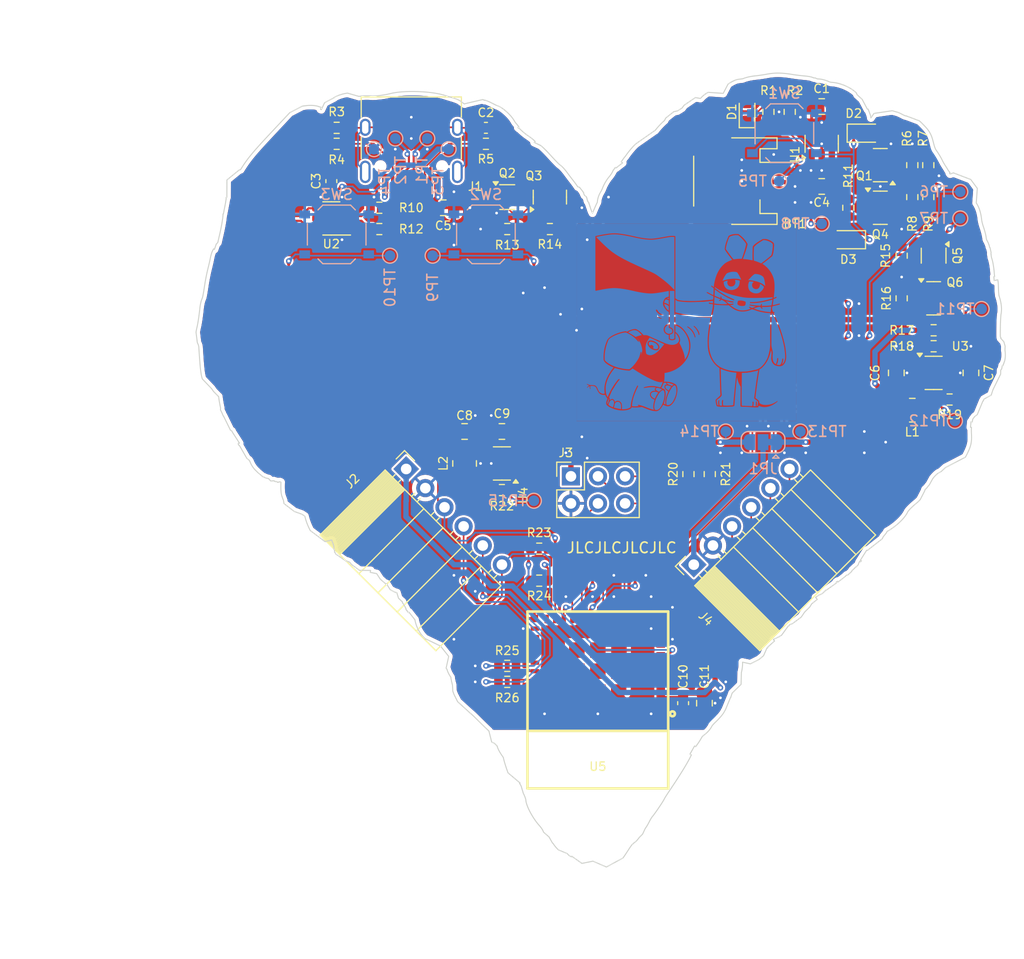
<source format=kicad_pcb>
(kicad_pcb (version 20240225) (generator "pcbnew") (generator_version "8.99")
  (title_block (title "${title}") (rev "${revision}") (company "${company}") (comment 1 "author: ${author}") (comment 2 "pid: ${pid}"))
  (layers (0 "F.Cu" signal) (31 "B.Cu" signal) (34 "B.Paste" user) (35 "F.Paste" user) (36 "B.SilkS" user "B.Silkscreen") (37 "F.SilkS" user "F.Silkscreen") (38 "B.Mask" user) (39 "F.Mask" user) (44 "Edge.Cuts" user))
  (property "author" "marble")
  (property "company" "Geheimorganisation")
  (property "pid" "tba")
  (property "revision" "0.1.0")
  (property "title" "Geheimbadge")
  (net 0 "")
  (net 1 "GND")
  (net 2 "/SAO.GPIO1")
  (net 3 "/SAO.GPIO2")
  (net 6 "/BOOT")
  (net 10 "+VDC")
  (net 12 "Net-(D2-K)")
  (net 15 "/RX")
  (net 16 "/TX")
  (net 23 "+3V3")
  (net 24 "Net-(Q5A-B1)")
  (net 25 "Net-(Q5B-C2)")
  (net 26 "/RESET")
  (net 27 "/NeoPixel")
  (net 30 "Net-(J2-SHIELD)")
  (net 31 "VBUS")
  (net 32 "Net-(U1-IO8)")
  (net 33 "+BATT")
  (net 34 "+5V")
  (net 35 "Net-(D1-K)")
  (net 36 "Net-(U5-LX)")
  (net 38 "/USB Debug & Power In/USB_{preR}.D+")
  (net 39 "/USB Debug & Power In/USB_{preR}.D-")
  (net 40 "Net-(U5-CE)")
  (net 41 "/USB Debug & Power In/USB_{preESD}.D-")
  (net 42 "/USB Debug & Power In/USB_{preESD}.D+")
  (net 43 "Net-(U2-~{CHRG})")
  (net 44 "Net-(U2-PROG)")
  (net 45 "/SDA")
  (net 46 "/SCL")
  (net 47 "Net-(J2-CC2)")
  (net 48 "Net-(J2-CC1)")
  (net 49 "/IO2")
  (net 50 "/IO1")
  (net 51 "/IO3")
  (net 52 "/IO0")
  (net 53 "Net-(U4-SW)")
  (net 54 "/Power/+BATT_{switched}")
  (net 55 "Net-(Q3A-B1)")
  (net 56 "Net-(Q3B-C2)")
  (net 57 "Net-(U1-TXD0)")
  (net 58 "Net-(U1-RXD0)")
  (net 59 "Net-(U4-EN)")
  (net 60 "Net-(U4-FB)")
  (net 61 "/D+")
  (net 62 "/D-")
  (net 63 "/BUTTON_{PWR}")
  (net 64 "/+BATT_{SENSE}{slash}ON")
  (net 65 "Net-(D3-A)")
  (net 66 "Net-(J4-Pin_1)")
  (footprint "Resistor_SMD:R_0603_1608Metric" (layer "F.Cu") (at 123.5 99.5 90)
    (property "Reference" "R11")
    (property "Value" "180k")
  )
  (footprint "Diode_SMD:D_SOD-323" (layer "F.Cu") (at 123.5 102.5 180)
    (property "Reference" "D3")
    (property "Value" "1N4148WS")
  )
  (footprint "Resistor_SMD:R_0603_1608Metric" (layer "F.Cu") (at 75.5 93.5)
    (property "Reference" "R4")
    (property "Value" "5.1k")
  )
  (footprint "Capacitor_SMD:C_0805_2012Metric" (layer "F.Cu") (at 121 90)
    (property "Reference" "C1")
    (property "Value" "10u")
  )
  (footprint "Resistor_SMD:R_0603_1608Metric" (layer "F.Cu") (at 79.5 99.5 180)
    (property "Reference" "R10")
    (property "Value" "10")
  )
  (footprint "Resistor_SMD:R_0603_1608Metric" (layer "F.Cu") (at 131.5 111 180)
    (property "Reference" "R17")
    (property "Value" "820k")
  )
  (footprint "Resistor_SMD:R_0603_1608Metric" (layer "F.Cu") (at 116 90.5 90)
    (property "Reference" "R1")
    (property "Value" "10k")
  )
  (footprint "Inductor_SMD:L_1008_2520Metric" (layer "F.Cu") (at 129.5 118.5 180)
    (property "Reference" "L1")
    (property "Value" "2.2uH")
  )
  (footprint "Resistor_SMD:R_0603_1608Metric" (layer "F.Cu") (at 75.5 92)
    (property "Reference" "R3")
    (property "Value" "10k")
  )
  (footprint "LED_SMD:LED_0603_1608Metric" (layer "F.Cu") (at 114 90.5 90)
    (property "Reference" "D1")
    (property "Value" "LED")
  )
  (footprint "Package_TO_SOT_SMD:SOT-23-6" (layer "F.Cu") (at 75 100.5 180)
    (property "Reference" "U2")
    (property "Value" "USBLC6-2SC6")
  )
  (footprint "Resistor_SMD:R_0603_1608Metric" (layer "F.Cu") (at 91.5 144)
    (property "Reference" "R26")
    (property "Value" "10")
  )
  (footprint "Resistor_SMD:R_0603_1608Metric" (layer "F.Cu") (at 110.5 124.5 90)
    (property "Reference" "R21")
    (property "Value" "10")
  )
  (footprint "Package_TO_SOT_SMD:SOT-23" (layer "F.Cu") (at 126.5 99.5)
    (property "Reference" "Q4")
    (property "Value" "AO3401A")
  )
  (footprint "Package_TO_SOT_SMD:SOT-23" (layer "F.Cu") (at 131.5 108)
    (property "Reference" "Q6")
    (property "Value" "AO3401A")
  )
  (footprint "Resistor_SMD:R_0603_1608Metric" (layer "F.Cu") (at 94.5 131.5 180)
    (property "Reference" "R23")
    (property "Value" "10k")
  )
  (footprint "ESP32-C3-MINI:WIFIM-SMD_ESP32-C3-MINI-1" (layer "F.Cu") (at 100 143 180)
    (property "Reference" "U5")
    (property "Value" "ESP32-C3-MINI-1-N4" (hide yes))
  )
  (footprint "Resistor_SMD:R_0603_1608Metric" (layer "F.Cu") (at 89.5 93.5 180)
    (property "Reference" "R5")
    (property "Value" "5.1k")
  )
  (footprint "Capacitor_SMD:C_0805_2012Metric" (layer "F.Cu") (at 85.5 99.5 180)
    (property "Reference" "C5")
    (property "Value" "10u")
  )
  (footprint "Resistor_SMD:R_0603_1608Metric" (layer "F.Cu") (at 129.5 98.5 -90)
    (property "Reference" "R8")
    (property "Value" "10k")
  )
  (footprint "Capacitor_SMD:C_0603_1608Metric" (layer "F.Cu") (at 75 97 90)
    (property "Reference" "C3")
    (property "Value" "100n")
  )
  (footprint "Connector_JST:JST_PH_S2B-PH-SM4-TB_1x02-1MP_P2.00mm_Horizontal" (layer "F.Cu") (at 113.5 97 -90)
    (property "Reference" "BT1")
    (property "Value" "Conn_01x02_MountingPin")
  )
  (footprint "Package_TO_SOT_SMD:TSOT-23-5" (layer "F.Cu") (at 121 93.5 90)
    (property "Reference" "U1")
    (property "Value" "XC5011")
  )
  (footprint "Diode_SMD:D_SOD-323" (layer "F.Cu") (at 125 92.5)
    (property "Reference" "D2")
    (property "Value" "1N4148WS")
  )
  (footprint "Resistor_SMD:R_0603_1608Metric" (layer "F.Cu") (at 91.5 142.5)
    (property "Reference" "R25")
    (property "Value" "10")
  )
  (footprint "Resistor_SMD:R_0603_1608Metric" (layer "F.Cu") (at 131 98.5 -90)
    (property "Reference" "R9")
    (property "Value" "180k")
  )
  (footprint "Package_TO_SOT_SMD:SOT-23" (layer "F.Cu") (at 126.5 95.5 180)
    (property "Reference" "Q1")
    (property "Value" "AO3400A")
  )
  (footprint "Resistor_SMD:R_0603_1608Metric" (layer "F.Cu") (at 108.5 124.5 90)
    (property "Reference" "R20")
    (property "Value" "10")
  )
  (footprint "Resistor_SMD:R_0603_1608Metric" (layer "F.Cu") (at 129.5 95.5 90)
    (property "Reference" "R6")
    (property "Value" "100k")
  )
  (footprint "Resistor_SMD:R_0603_1608Metric" (layer "F.Cu") (at 131.5 112.5)
    (property "Reference" "R18")
    (property "Value" "180k")
  )
  (footprint "Capacitor_SMD:C_0805_2012Metric" (layer "F.Cu") (at 121 97.5)
    (property "Reference" "C4")
    (property "Value" "10u")
  )
  (footprint "Resistor_SMD:R_0603_1608Metric" (layer "F.Cu") (at 94.5 134.5 180)
    (property "Reference" "R24")
    (property "Value" "10k")
  )
  (footprint "Capacitor_SMD:C_0805_2012Metric" (layer "F.Cu") (at 128 115 -90)
    (property "Reference" "C6")
    (property "Value" "10u")
  )
  (footprint "Capacitor_SMD:C_0603_1608Metric" (layer "F.Cu") (at 89.5 92)
    (property "Reference" "C2")
    (property "Value" "100n")
  )
  (footprint "Resistor_SMD:R_0603_1608Metric" (layer "F.Cu") (at 128.5 104 -90)
    (property "Reference" "R15")
    (property "Value" "180k")
  )
  (footprint "Resistor_SMD:R_0603_1608Metric" (layer "F.Cu") (at 118 90.5 -90)
    (property "Reference" "R2")
    (property "Value" "1k")
  )
  (footprint "Inductor_SMD:L_1008_2520Metric" (layer "F.Cu") (at 87.5 123.5 -90)
    (property "Reference" "L2")
    (property "Value" "2.2uH")
  )
  (footprint "Resistor_SMD:R_0603_1608Metric" (layer "F.Cu") (at 133 117.5 180)
    (property "Reference" "R19")
    (property "Value" "10k")
  )
  (footprint "Package_TO_SOT_SMD:SOT-23-5" (layer "F.Cu") (at 131.5 115)
    (property "Reference" "U3")
    (property "Value" "TLV62568DBVR")
  )
  (footprint "Resistor_SMD:R_0603_1608Metric" (layer "F.Cu") (at 95.5 101.5 180)
    (property "Reference" "R14")
    (property "Value" "820k")
  )
  (footprint "Resistor_SMD:R_0603_1608Metric" (layer "F.Cu") (at 91.5 101.5)
    (property "Reference" "R13")
    (property "Value" "180k")
  )
  (footprint "Capacitor_SMD:C_0805_2012Metric" (layer "F.Cu") (at 91 120.5)
    (property "Reference" "C9")
    (property "Value" "10u")
  )
  (footprint "Connector_PinSocket_2.54mm:PinSocket_2x03_P2.54mm_Vertical" (layer "F.Cu") (at 97.475 124.71 90)
    (property "Reference" "J3")
    (property "Value" "SAOv2")
  )
  (footprint "Resistor_SMD:R_0603_1608Metric" (layer "F.Cu") (at 91 126)
    (property "Reference" "R22")
    (property "Value" "10k")
  )
  (footprint "Package_TO_SOT_SMD:SOT-363_SC-70-6" (layer "F.Cu") (at 91.5 98.5)
    (property "Reference" "Q2")
    (property "Value" "MMDT3906")
  )
  (footprint "Resistor_SMD:R_0603_1608Metric" (layer "F.Cu") (at 128.5 108 90)
    (property "Reference" "R16")
    (property "Value" "820k")
  )
  (footprint "Resistor_SMD:R_0603_1608Metric" (layer "F.Cu") (at 79.5 101.5 180)
    (property "Reference" "R12")
    (property "Value" "10")
  )
  (footprint "Connector_USB:USB_C_Receptacle_HRO_TYPE-C-31-M-12" (layer "F.Cu") (at 82.5 93 180)
    (property "Reference" "J1")
    (property "Value" "USB_C_Receptacle_USB2.0")
  )
  (footprint "Capacitor_SMD:C_0805_2012Metric" (layer "F.Cu") (at 87.5 120.5 180)
    (property "Reference" "C8")
    (property "Value" "10u")
  )
  (footprint "Connector_PinSocket_2.54mm:PinSocket_1x06_P2.54mm_Horizontal" (layer "F.Cu") (at 109 133 135)
    (property "Reference" "J4")
    (property "Value" "Conn_01x06")
  )
  (footprint "Package_TO_SOT_SMD:SOT-23-5" (layer "F.Cu") (at 91 123.5 180)
    (property "Reference" "U4")
    (property "Value" "XT1861B502SR-G")
  )
  (footprint "Connector_PinSocket_2.54mm:PinSocket_1x06_P2.54mm_Horizontal" (layer "F.Cu") (at 82.019744 124.019744 45)
    (property "Reference" "J2")
    (property "Value" "Conn_01x06")
  )
  (footprint "Capacitor_SMD:C_0805_2012Metric" (layer "F.Cu") (at 110 146 -90)
    (property "Reference" "C11")
    (property "Value" "10u")
  )
  (footprint "Package_TO_SOT_SMD:SOT-23" (layer "F.Cu") (at 95.5 98.5 90)
    (property "Reference" "Q3")
    (property "Value" "AO3401A")
  )
  (footprint "Capacitor_SMD:C_0805_2012Metric" (layer "F.Cu") (at 135 115 -90)
    (property "Reference" "C7")
    (property "Value" "10u")
  )
  (footprint "Package_TO_SOT_SMD:SOT-363_SC-70-6" (layer "F.Cu") (at 131.5 104 -90)
    (property "Reference" "Q5")
    (property "Value" "MMDT3906")
  )
  (footprint "Capacitor_SMD:C_0603_1608Metric" (layer "F.Cu") (at 108 146 -90)
    (property "Reference" "C10")
    (property "Value" "100n")
  )
  (footprint "Resistor_SMD:R_0603_1608Metric" (layer "F.Cu") (at 131 95.5 -90)
    (property "Reference" "R7")
    (property "Value" "820k")
  )
  (footprint "TestPoint:TestPoint_Pad_D1.0mm" (layer "B.Cu") (at 84 93 180)
    (property "Reference" "TP1")
    (property "Value" "TestPoint")
  )
  (footprint "TestPoint:TestPoint_Pad_D1.0mm" (layer "B.Cu") (at 136 109)
    (property "Reference" "TP11")
    (property "Value" "TestPoint")
  )
  (footprint "Button_Switch_SMD:SW_Push_1P1T_XKB_TS-1187A" (layer "B.Cu") (at 89.5 102 180)
    (property "Reference" "SW2")
    (property "Value" "BOOT")
  )
  (footprint "TestPoint:TestPoint_Pad_D1.0mm" (layer "B.Cu") (at 86 94 180)
    (property "Reference" "TP3")
    (property "Value" "TestPoint")
  )
  (footprint "TestPoint:TestPoint_Pad_D1.0mm" (layer "B.Cu") (at 94 127)
    (property "Reference" "TP15")
    (property "Value" "TestPoint")
  )
  (footprint "TestPoint:TestPoint_Pad_D1.0mm" (layer "B.Cu") (at 119 120.5)
    (property "Reference" "TP13")
    (property "Value" "TestPoint")
  )
  (footprint "TestPoint:TestPoint_Pad_D1.0mm" (layer "B.Cu") (at 81 93 180)
    (property "Reference" "TP2")
    (property "Value" "TestPoint")
  )
  (footprint "Button_Switch_SMD:SW_Push_1P1T_XKB_TS-1187A" (layer "B.Cu") (at 117.5 92.5 180)
    (property "Reference" "SW1")
    (property "Value" "PWR")
  )
  (footprint "TestPoint:TestPoint_Pad_D1.0mm" (layer "B.Cu") (at 134 98 180)
    (property "Reference" "TP6")
    (property "Value" "TestPoint")
  )
  (footprint "Button_Switch_SMD:SW_Push_1P1T_XKB_TS-1187A" (layer "B.Cu") (at 75.5 102 180)
    (property "Reference" "SW3")
    (property "Value" "RESET")
  )
  (footprint "TestPoint:TestPoint_Pad_D1.0mm" (layer "B.Cu") (at 117 97)
    (property "Reference" "TP5")
    (property "Value" "TestPoint")
  )
  (footprint "TestPoint:TestPoint_Pad_D1.0mm" (layer "B.Cu") (at 133.5 119.5)
    (property "Reference" "TP12")
    (property "Value" "TestPoint")
  )
  (footprint "Jumper:SolderJumper-3_P1.3mm_Bridged12_RoundedPad1.0x1.5mm" (layer "B.Cu") (at 115.5 121.5 180)
    (property "Reference" "JP1")
    (property "Value" "Pmod_voltage")
  )
  (footprint "TestPoint:TestPoint_Pad_D1.0mm" (layer "B.Cu") (at 134 100.5 180)
    (property "Reference" "TP7")
    (property "Value" "TestPoint")
  )
  (footprint "TestPoint:TestPoint_Pad_D1.0mm" (layer "B.Cu") (at 112 120.5)
    (property "Reference" "TP14")
    (property "Value" "TestPoint")
  )
  (footprint "TestPoint:TestPoint_Pad_D1.0mm" (layer "B.Cu") (at 121 101)
    (property "Reference" "TP8")
    (property "Value" "TestPoint")
  )
  (footprint "TestPoint:TestPoint_Pad_D1.0mm" (layer "B.Cu") (at 79 94 180)
    (property "Reference" "TP4")
    (property "Value" "TestPoint")
  )
  (footprint "TestPoint:TestPoint_Pad_D1.0mm" (layer "B.Cu") (at 80.5 104)
    (property "Reference" "TP10")
    (property "Value" "TestPoint")
  )
  (footprint "TestPoint:TestPoint_Pad_D1.0mm" (layer "B.Cu") (at 84.5 104)
    (property "Reference" "TP9")
    (property "Value" "TestPoint")
  )
  (gr_poly (pts (xy 106.280259 115.920339) (xy 106.267463 115.921013) (xy 106.254536 115.922325) (xy 106.241326 115.924313) (xy 106.227685 115.927009) (xy 106.213462 115.93045) (xy 106.198508 115.93467) (xy 106.182672 115.939705) (xy 106.165805 115.945589) (xy 106.16624 115.946312) (xy 106.145231 116.005842) (xy 106.12271 116.064784) (xy 106.098692 116.123109) (xy 106.073188 116.180789) (xy 106.046212 116.237795) (xy 106.017776 116.294098) (xy 105.987894 116.349671) (xy 105.956578 116.404485) (xy 105.97799 116.416216) (xy 106.000413 116.427247) (xy 106.023634 116.437797) (xy 106.047442 116.448082) (xy 106.095971 116.468738) (xy 106.120267 116.479545) (xy 106.144303 116.490962) (xy 106.167865 116.503208) (xy 106.190742 116.516502) (xy 106.212722 116.531062) (xy 106.223309 116.538885) (xy 106.233593 116.547106) (xy 106.243546 116.555753) (xy 106.253143 116.564853) (xy 106.262356 116.574434) (xy 106.271159 116.584522) (xy 106.279526 116.595145) (xy 106.287431 116.60633) (xy 106.294846 116.618105) (xy 106.301745 116.630497) (xy 106.324969 116.709304) (xy 106.341898 116.788676) (xy 106.353005 116.868484) (xy 106.358767 116.948597) (xy 106.359659 117.028887) (xy 106.356156 117.109223) (xy 106.348733 117.189475) (xy 106.337865 117.269515) (xy 106.324029 117.349211) (xy 106.307699 117.428435) (xy 106.269459 117.584946) (xy 106.183965 117.886586) (xy 106.348844 117.957269) (xy 106.336218 117.879223) (xy 106.329569 117.801129) (xy 106.32844 117.723068) (xy 106.332373 117.645121) (xy 106.340911 117.56737) (xy 106.353598 117.489896) (xy 106.369977 117.412781) (xy 106.389591 117.336105) (xy 106.411983 117.25995) (xy 106.436696 117.184397) (xy 106.491259 117.035423) (xy 106.549623 116.889833) (xy 106.608135 116.748278) (xy 106.581365 116.724266) (xy 106.552309 116.700664) (xy 106.48983 116.653585) (xy 106.425682 116.604838) (xy 106.394541 116.57915) (xy 106.36485 116.552218) (xy 106.337235 116.523767) (xy 106.324401 116.508885) (xy 106.312318 116.493521) (xy 106.301066 116.477639) (xy 106.290722 116.461204) (xy 106.281363 116.444184) (xy 106.273069 116.426542) (xy 106.265916 116.408245) (xy 106.259983 116.389258) (xy 106.255348 116.369547) (xy 106.252088 116.349078) (xy 106.250281 116.327815) (xy 106.250005 116.305725) (xy 106.251338 116.282772) (xy 106.254358 116.258923) (xy 106.256854 116.247692) (xy 106.259897 116.236285) (xy 106.263487 116.224797) (xy 106.267626 116.213321) (xy 106.272314 116.201952) (xy 106.277551 116.190783) (xy 106.283338 116.179908) (xy 106.289675 116.169421) (xy 106.293051 116.164352) (xy 106.296564 116.159416) (xy 106.300216 116.154623) (xy 106.304005 116.149987) (xy 106.307933 116.145517) (xy 106.311998 116.141227) (xy 106.316202 116.137127) (xy 106.320545 116.13323) (xy 106.325026 116.129548) (xy 106.329645 116.126091) (xy 106.334403 116.122873) (xy 106.3393 116.119903) (xy 106.344335 116.117195) (xy 106.349509 116.11476) (xy 106.354822 116.11261) (xy 106.360275 116.110757) (xy 106.478489 116.087099) (xy 106.473062 116.084156) (xy 106.467889 116.080896) (xy 106.462961 116.077339) (xy 106.458273 116.073505) (xy 106.453818 116.069413) (xy 106.449588 116.065083) (xy 106.445576 116.060536) (xy 106.441776 116.055789) (xy 106.43818 116.050865) (xy 106.434782 116.045781) (xy 106.42855 116.035217) (xy 106.423025 116.024254) (xy 106.41815 116.01305) (xy 106.41387 116.001765) (xy 106.410128 115.990554) (xy 106.40687 115.979577) (xy 106.404038 115.968992) (xy 106.395868 115.933723) (xy 106.378739 115.930556) (xy 106.362672 115.927745) (xy 106.34752 115.925326) (xy 106.333132 115.923333) (xy 106.319361 115.921803) (xy 106.306058 115.92077) (xy 106.293073 115.920271) (xy 106.286654 115.920232)) (stroke (width -0.000001)) (fill solid) (layer "B.Cu"))
  (gr_poly (pts (xy 105.572455 116.403343) (xy 105.561526 116.404178) (xy 105.550783 116.405491) (xy 105.540236 116.407299) (xy 105.529897 116.409619) (xy 105.519777 116.412471) (xy 105.509888 116.415872) (xy 105.500241 116.41984) (xy 105.490847 116.424393) (xy 105.481719 116.429549) (xy 105.472866 116.435326) (xy 105.464302 116.441742) (xy 105.456036 116.448815) (xy 105.448081 116.456563) (xy 105.440447 116.465003) (xy 105.433147 116.474155) (xy 105.430095 116.479839) (xy 105.427515 116.486774) (xy 105.425329 116.496287) (xy 105.42436 116.508267) (xy 105.425433 116.522599) (xy 105.429369 116.53917) (xy 105.436992 116.557869) (xy 105.442443 116.567981) (xy 105.449125 116.578582) (xy 105.45714 116.589659) (xy 105.466592 116.601196) (xy 105.477582 116.613181) (xy 105.490214 116.625599) (xy 105.504592 116.638436) (xy 105.520816 116.651677) (xy 105.538992 116.665309) (xy 105.559221 116.679318) (xy 105.581606 116.693689) (xy 105.606251 116.708409) (xy 105.633258 116.723463) (xy 105.66273 116.738837) (xy 105.69477 116.754517) (xy 105.729481 116.770489) (xy 105.729842 116.771936) (xy 105.747495 116.760234) (xy 105.765208 116.747352) (xy 105.783032 116.733499) (xy 105.801018 116.718883) (xy 105.875598 116.656949) (xy 105.895157 116.64164) (xy 105.915184 116.626817) (xy 105.93573 116.612688) (xy 105.956845 116.599461) (xy 105.978582 116.587345) (xy 106.00099 116.576547) (xy 106.02412 116.567277) (xy 106.035973 116.56328) (xy 106.048025 116.559742) (xy 106.025662 116.551684) (xy 106.001528 116.54199) (xy 105.948706 116.518892) (xy 105.891069 116.492859) (xy 105.830129 116.466299) (xy 105.798892 116.453574) (xy 105.767396 116.441621) (xy 105.73583 116.43074) (xy 105.704383 116.421233) (xy 105.673243 116.413401) (xy 105.642599 116.407546) (xy 105.612641 116.403967) (xy 105.583557 116.402966)) (stroke (width -0.000001)) (fill solid) (layer "B.Cu"))
  (gr_poly (pts (xy 101.395268 101.994777) (xy 101.227079 102.006484) (xy 101.041621 102.025936) (xy 100.839066 102.053087) (xy 100.619589 102.087887) (xy 100.383361 102.13029) (xy 100.130554 102.180248) (xy 99.861342 102.237712) (xy 99.861342 102.265421) (xy 100.086914 102.498543) (xy 100.302042 102.715264) (xy 100.506677 102.91551) (xy 100.700772 103.099206) (xy 100.884279 103.266277) (xy 101.05715 103.41665) (xy 101.219337 103.550249) (xy 101.370791 103.667) (xy 101.617446 103.839899) (xy 101.883547 104.008789) (xy 102.165254 104.173391) (xy 102.45873 104.333428) (xy 102.760134 104.488624) (xy 103.065628 104.6387) (xy 103.67353 104.922386) (xy 104.769498 105.416125) (xy 105.196139 105.62174) (xy 105.365688 105.713264) (xy 105.500936 105.796895) (xy 105.754449 105.973937) (xy 105.994809 106.150476) (xy 106.222071 106.32652) (xy 106.330805 106.41436) (xy 106.436284 106.502079) (xy 106.538513 106.589679) (xy 106.6375 106.67716) (xy 106.733251 106.764525) (xy 106.825772 106.851774) (xy 106.91507 106.938908) (xy 107.00115 107.025928) (xy 107.084021 107.112835) (xy 107.163687 107.199631) (xy 107.177072 107.199631) (xy 107.177072 102.243138) (xy 107.122275 102.238615) (xy 107.067686 102.235371) (xy 107.013301 102.233453) (xy 106.959113 102.232907) (xy 106.905117 102.23378) (xy 106.851306 102.236119) (xy 106.797675 102.23997) (xy 106.744218 102.245381) (xy 106.744148 102.245381) (xy 106.69213 102.252522) (xy 106.622169 102.263813) (xy 106.437536 102.296278) (xy 105.95325 102.382768) (xy 105.689459 102.426651) (xy 105.559414 102.446576) (xy 105.433276 102.464307) (xy 105.31305 102.479207) (xy 105.20074 102.490639) (xy 105.098353 102.497965) (xy 105.007892 102.500549) (xy 104.837411 102.49654) (xy 104.653522 102.484519) (xy 104.456193 102.464493) (xy 104.245393 102.436471) (xy 104.021091 102.400461) (xy 103.783256 102.356471) (xy 103.531856 102.30451) (xy 103.266861 102.244585) (xy 103.266355 102.244513) (xy 102.990155 102.185035) (xy 102.731331 102.133498) (xy 102.489932 102.089901) (xy 102.266006 102.054238) (xy 102.059602 102.026507) (xy 101.87077 102.006703) (xy 101.699558 101.994824) (xy 101.546015 101.990865)) (stroke (width -0.000001)) (fill solid) (layer "B.Cu"))
  (gr_poly (pts (xy 106.751093 110.711355) (xy 106.783536 110.722717) (xy 106.814339 110.73379) (xy 106.843289 110.744606) (xy 106.870169 110.755199) (xy 106.894768 110.765601) (xy 106.906144 110.770742) (xy 106.916869 110.775847) (xy 106.926916 110.780922) (xy 106.936259 110.785969) (xy 106.944871 110.790994) (xy 106.952724 110.796001) (xy 106.960764 110.801718) (xy 106.968541 110.807963) (xy 106.97606 110.814726) (xy 106.983323 110.821995) (xy 106.990335 110.829757) (xy 106.997098 110.838003) (xy 107.003616 110.846719) (xy 107.009892 110.855895) (xy 107.015931 110.865519) (xy 107.021736 110.875579) (xy 107.02731 110.886064) (xy 107.032656 110.896962) (xy 107.037779 110.908262) (xy 107.042682 110.919953) (xy 107.047367 110.932021) (xy 107.05184 110.944457) (xy 107.056053 110.957251) (xy 107.059941 110.970387) (xy 107.063476 110.983847) (xy 107.06663 110.997609) (xy 107.069375 111.011655) (xy 107.071683 111.025964) (xy 107.073526 111.040516) (xy 107.074876 111.055291) (xy 107.075704 111.07027) (xy 107.075985 111.085433) (xy 107.075688 111.10076) (xy 107.074786 111.11623) (xy 107.073252 111.131824) (xy 107.071057 111.147522) (xy 107.068173 111.163305) (xy 107.064573 111.179151) (xy 107.064573 111.179223) (xy 107.061351 111.190723) (xy 107.057526 111.201987) (xy 107.05311 111.213009) (xy 107.048114 111.223784) (xy 107.042552 111.234306) (xy 107.036436 111.244571) (xy 107.029777 111.254573) (xy 107.02259 111.264306) (xy 107.014885 111.273766) (xy 107.006675 111.282947) (xy 106.997974 111.291843) (xy 106.988792 111.30045) (xy 106.979143 111.308762) (xy 106.969039 111.316774) (xy 106.958492 111.32448) (xy 106.947515 111.331875) (xy 106.937734 111.337971) (xy 106.927585 111.34385) (xy 106.917074 111.349517) (xy 106.906211 111.354979) (xy 106.895002 111.360244) (xy 106.883456 111.365318) (xy 106.859379 111.374921) (xy 106.834044 111.383841) (xy 106.80751 111.392132) (xy 106.779839 111.399848) (xy 106.751093 111.407044) (xy 106.751093 111.784695) (xy 106.767131 111.791692) (xy 106.782854 111.798272) (xy 106.798251 111.80443) (xy 106.813312 111.810162) (xy 106.828026 111.815462) (xy 106.842384 111.820327) (xy 106.856374 111.824751) (xy 106.869987 111.828729) (xy 106.883213 111.832257) (xy 106.896041 111.83533) (xy 106.908461 111.837943) (xy 106.920463 111.840092) (xy 106.932036 111.841771) (xy 106.943171 111.842977) (xy 106.953856 111.843704) (xy 106.964082 111.843947) (xy 106.974308 111.843704) (xy 106.984994 111.842977) (xy 106.996128 111.841771) (xy 107.007701 111.840092) (xy 107.019703 111.837943) (xy 107.032123 111.83533) (xy 107.044951 111.832257) (xy 107.058177 111.828729) (xy 107.085781 111.820327) (xy 107.114853 111.810162) (xy 107.14531 111.798272) (xy 107.177072 111.784695) (xy 107.177072 107.306344) (xy 106.751093 107.306344)) (stroke (width -0.000001)) (fill solid) (layer "B.Cu"))
  (gr_poly (pts (xy 105.325129 116.766743) (xy 105.309619 116.767248) (xy 105.294314 116.768162) (xy 105.279224 116.769478) (xy 105.26436 116.771191) (xy 105.249733 116.773293) (xy 105.235352 116.775778) (xy 105.221229 116.778639) (xy 105.207375 116.78187) (xy 105.1938 116.785464) (xy 105.180514 116.789415) (xy 105.167528 116.793716) (xy 105.154853 116.79836) (xy 105.1425 116.803341) (xy 105.130478 116.808653) (xy 105.118799 116.814288) (xy 105.107474 116.82024) (xy 105.096512 116.826503) (xy 105.085925 116.83307) (xy 105.075722 116.839934) (xy 105.065916 116.847089) (xy 105.056516 116.854529) (xy 105.047533 116.862246) (xy 105.038977 116.870234) (xy 105.03086 116.878486) (xy 105.023192 116.886997) (xy 105.015983 116.895759) (xy 105.009244 116.904765) (xy 105.002985 116.91401) (xy 104.997218 116.923487) (xy 104.991953 116.933189) (xy 104.987201 116.943109) (xy 104.986405 116.943109) (xy 104.981475 116.96065) (xy 104.977701 116.977922) (xy 104.975043 116.994921) (xy 104.973463 117.011645) (xy 104.972919 117.028089) (xy 104.973372 117.044252) (xy 104.974783 117.06013) (xy 104.977112 117.07572) (xy 104.980319 117.09102) (xy 104.984364 117.106025) (xy 104.989207 117.120734) (xy 104.994809 117.135144) (xy 105.00113 117.14925) (xy 105.00813 117.163051) (xy 105.01577 117.176543) (xy 105.024009 117.189724) (xy 105.032809 117.20259) (xy 105.042128 117.215138) (xy 105.062169 117.239269) (xy 105.083814 117.262093) (xy 105.106744 117.283587) (xy 105.130643 117.303726) (xy 105.155191 117.322487) (xy 105.180071 117.339845) (xy 105.204965 117.355776) (xy 105.353132 117.43239) (xy 105.383981 117.355989) (xy 105.417227 117.28067) (xy 105.452841 117.206487) (xy 105.490793 117.133496) (xy 105.531053 117.061752) (xy 105.573591 116.99131) (xy 105.618377 116.922227) (xy 105.665381 116.854556) (xy 105.644535 116.843619) (xy 105.623679 116.833462) (xy 105.602831 116.824072) (xy 105.582009 116.815438) (xy 105.561232 116.807549) (xy 105.540518 116.800394) (xy 105.519884 116.79396) (xy 105.49935 116.788236) (xy 105.478934 116.783212) (xy 105.458653 116.778875) (xy 105.438525 116.775214) (xy 105.41857 116.772218) (xy 105.398805 116.769876) (xy 105.379248 116.768175) (xy 105.359918 116.767105) (xy 105.340832 116.766654)) (stroke (width -0.000001)) (fill solid) (layer "B.Cu"))
  (gr_poly (pts (xy 114.187988 106.455407) (xy 114.163632 106.509133) (xy 114.143375 106.564834) (xy 114.127228 106.622136) (xy 114.115198 106.680663) (xy 114.107295 106.740041) (xy 114.103528 106.799896) (xy 114.103906 106.859851) (xy 114.108438 106.919533) (xy 114.117134 106.978567) (xy 114.130001 107.036578) (xy 114.14705 107.093191) (xy 114.168289 107.148031) (xy 114.193727 107.200724) (xy 114.223374 107.250895) (xy 114.239779 107.274917) (xy 114.257238 107.298168) (xy 114.300238 107.337685) (xy 114.345487 107.373792) (xy 114.392787 107.406443) (xy 114.441941 107.435594) (xy 114.492753 107.461198) (xy 114.545025 107.483209) (xy 114.598561 107.50158) (xy 114.653163 107.516268) (xy 114.708634 107.527224) (xy 114.764777 107.534404) (xy 114.821395 107.537761) (xy 114.878291 107.53725) (xy 114.935267 107.532825) (xy 114.992128 107.524439) (xy 115.048675 107.512047) (xy 115.104712 107.495603) (xy 115.139251 107.478425) (xy 115.175085 107.457492) (xy 115.211793 107.433078) (xy 115.248959 107.405457) (xy 115.286165 107.374902) (xy 115.322992 107.341686) (xy 115.359023 107.306082) (xy 115.39384 107.268365) (xy 115.427025 107.228808) (xy 115.458159 107.187683) (xy 115.486826 107.145265) (xy 115.512607 107.101826) (xy 115.535083 107.057641) (xy 115.553839 107.012982) (xy 115.56169 106.990561) (xy 115.568454 106.968124) (xy 115.574079 106.945705) (xy 115.578512 106.923338) (xy 115.54736 106.892434) (xy 115.519062 106.864928) (xy 115.493214 106.840493) (xy 115.469418 106.818804) (xy 115.44727 106.799532) (xy 115.426369 106.782352) (xy 115.406315 106.766937) (xy 115.386705 106.75296) (xy 115.367139 106.740094) (xy 115.347215 106.728012) (xy 115.326532 106.716388) (xy 115.304688 106.704895) (xy 115.255912 106.680996) (xy 115.197677 106.653701) (xy 115.200707 106.670713) (xy 115.203029 106.687784) (xy 115.204648 106.704893) (xy 115.205565 106.722018) (xy 115.205784 106.739139) (xy 115.205307 106.756234) (xy 115.204137 106.773282) (xy 115.202276 106.790261) (xy 115.199729 106.807151) (xy 115.196496 106.823931) (xy 115.192582 106.840578) (xy 115.187989 106.857073) (xy 115.182719 106.873393) (xy 115.176775 106.889518) (xy 115.170161 106.905426) (xy 115.162878 106.921096) (xy 115.152901 106.943274) (xy 115.142486 106.964011) (xy 115.131538 106.983364) (xy 115.119957 107.001393) (xy 115.107645 107.018158) (xy 115.094503 107.033716) (xy 115.080434 107.048128) (xy 115.065339 107.061451) (xy 115.049119 107.073746) (xy 115.031677 107.085071) (xy 115.012914 107.095486) (xy 114.992732 107.105049) (xy 114.971033 107.113819) (xy 114.947717 107.121856) (xy 114.922688 107.129219) (xy 114.895846 107.135966) (xy 114.867673 107.136958) (xy 114.840623 107.136727) (xy 114.814637 107.135259) (xy 114.789658 107.132537) (xy 114.765626 107.128545) (xy 114.742486 107.123268) (xy 114.720177 107.11669) (xy 114.698643 107.108795) (xy 114.677825 107.099568) (xy 114.657665 107.088992) (xy 114.638105 107.077052) (xy 114.619087 107.063732) (xy 114.600554 107.049016) (xy 114.582447 107.032889) (xy 114.564707 107.015334) (xy 114.547278 106.996336) (xy 114.533654 106.977789) (xy 114.521264 106.958581) (xy 114.51012 106.938772) (xy 114.500232 106.918422) (xy 114.491611 106.897589) (xy 114.484268 106.876335) (xy 114.478214 106.854717) (xy 114.47346 106.832798) (xy 114.470017 106.810635) (xy 114.467896 106.788288) (xy 114.467108 106.765818) (xy 114.467663 106.743284) (xy 114.469573 106.720746) (xy 114.472849 106.698262) (xy 114.477501 106.675894) (xy 114.48354 106.653701) (xy 114.485828 106.645641) (xy 114.488313 106.637779) (xy 114.493851 106.622622) (xy 114.500114 106.60818) (xy 114.507061 106.5944) (xy 114.514651 106.581233) (xy 114.522841 106.568626) (xy 114.531592 106.55653) (xy 114.540861 106.544893) (xy 114.550608 106.533663) (xy 114.560791 106.522791) (xy 114.571369 106.512225) (xy 114.5823 106.501914) (xy 114.593545 106.491807) (xy 114.60506 106.481852) (xy 114.628741 106.462199) (xy 114.605493 106.455022) (xy 114.581505 106.448715) (xy 114.556865 106.443192) (xy 114.531658 106.438369) (xy 114.505972 106.434159) (xy 114.479891 106.430479) (xy 114.426894 106.424364) (xy 114.319977 106.414735) (xy 114.267439 106.409858) (xy 114.216435 106.404032)) (stroke (width -0.000001)) (fill solid) (layer "B.Cu"))
  (gr_poly (pts (xy 106.658159 107.944538) (xy 106.657834 107.94455) (xy 106.65751 107.944555) (xy 106.657188 107.944556) (xy 106.656541 107.94456) (xy 106.656214 107.94457) (xy 106.655884 107.944589) (xy 106.65141 107.947705) (xy 106.646683 107.950539) (xy 106.641723 107.953113) (xy 106.636551 107.955449) (xy 106.625648 107.959497) (xy 106.614138 107.96286) (xy 106.602181 107.965715) (xy 106.589939 107.968238) (xy 106.565246 107.972998) (xy 106.553119 107.975589) (xy 106.541352 107.978557) (xy 106.530109 107.982078) (xy 106.524733 107.984102) (xy 106.519549 107.986331) (xy 106.514577 107.988786) (xy 106.509836 107.991491) (xy 106.505347 107.994466) (xy 106.50113 107.997735) (xy 106.497206 108.00132) (xy 106.493594 108.005242) (xy 106.490314 108.009523) (xy 106.487388 108.014187) (xy 106.509673 108.020359) (xy 106.531609 108.026957) (xy 106.553244 108.033927) (xy 106.574621 108.04122) (xy 106.595789 108.048782) (xy 106.616792 108.056562) (xy 106.658488 108.07257) (xy 106.658488 107.944516)) (stroke (width -0.000001)) (fill solid) (layer "B.Cu"))
  (gr_poly (pts (xy 104.723386 111.890065) (xy 104.689926 111.94501) (xy 104.657397 112.001416) (xy 104.62625 112.059466) (xy 104.596934 112.119349) (xy 104.569898 112.181249) (xy 104.545594 112.245352) (xy 104.52447 112.311844) (xy 104.506975 112.380911) (xy 104.493561 112.452739) (xy 104.484675 112.527513) (xy 104.480769 112.60542) (xy 104.482291 112.686645) (xy 104.489403 112.822635) (xy 104.493768 112.890144) (xy 104.499465 112.956989) (xy 104.507089 113.022912) (xy 104.51181 113.055449) (xy 104.517236 113.087661) (xy 104.523441 113.119514) (xy 104.5305 113.150977) (xy 104.538487 113.182019) (xy 104.547476 113.212607) (xy 104.587649 113.241513) (xy 104.628616 113.26672) (xy 104.670377 113.288228) (xy 104.712932 113.306039) (xy 104.756282 113.320153) (xy 104.800425 113.33057) (xy 104.845362 113.33729) (xy 104.891093 113.340314) (xy 104.937618 113.339643) (xy 104.984936 113.335276) (xy 105.033048 113.327214) (xy 105.081954 113.315457) (xy 105.131653 113.300007) (xy 105.182146 113.280863) (xy 105.233433 113.258025) (xy 105.285512 113.231495) (xy 105.338385 113.201271) (xy 105.392052 113.167356) (xy 105.446512 113.129749) (xy 105.501764 113.088451) (xy 105.61465 112.994781) (xy 105.730707 112.886351) (xy 105.849936 112.763164) (xy 105.972336 112.625222) (xy 105.996511 112.595826) (xy 105.776941 112.595826) (xy 105.775928 112.614107) (xy 105.773848 112.632201) (xy 105.770721 112.650066) (xy 105.766566 112.667661) (xy 105.761404 112.684941) (xy 105.755254 112.701864) (xy 105.748137 112.718389) (xy 105.740071 112.734472) (xy 105.731077 112.750072) (xy 105.721174 112.765145) (xy 105.710383 112.779648) (xy 105.698722 112.793541) (xy 105.686213 112.806779) (xy 105.672874 112.81932) (xy 105.658726 112.831123) (xy 105.65029 112.83709) (xy 105.641526 112.842573) (xy 105.63245 112.847585) (xy 105.623083 112.852144) (xy 105.603545 112.859964) (xy 105.583059 112.866161) (xy 105.561772 112.870863) (xy 105.539831 112.874196) (xy 105.517383 112.876288) (xy 105.494575 112.877268) (xy 105.471555 112.877262) (xy 105.448469 112.876398) (xy 105.425465 112.874805) (xy 105.402689 112.872608) (xy 105.358411 112.866919) (xy 105.316814 112.86035) (xy 105.264187 112.846978) (xy 105.212524 112.83114) (xy 105.161963 112.812794) (xy 105.112641 112.791898) (xy 105.064698 112.768407) (xy 105.018272 112.74228) (xy 104.973501 112.713474) (xy 104.930523 112.681945) (xy 104.889477 112.647651) (xy 104.850501 112.610549) (xy 104.813734 112.570597) (xy 104.779312 112.527751) (xy 104.763025 112.505229) (xy 104.747376 112.481968) (xy 104.732383 112.457963) (xy 104.718063 112.433207) (xy 104.704434 112.407695) (xy 104.691512 112.381423) (xy 104.679315 112.354384) (xy 104.667861 112.326574) (xy 104.663546 112.307117) (xy 104.660392 112.287561) (xy 104.658389 112.267954) (xy 104.657526 112.248344) (xy 104.657793 112.228779) (xy 104.65918 112.209307) (xy 104.661675 112.189976) (xy 104.66527 112.170833) (xy 104.669952 112.151927) (xy 104.675712 112.133305) (xy 104.68254 112.115017) (xy 104.690424 112.097109) (xy 104.699355 112.079629) (xy 104.709322 112.062626) (xy 104.720314 112.046147) (xy 104.732322 112.030241) (xy 104.732322 112.028432) (xy 104.743744 112.018674) (xy 104.755753 112.009689) (xy 104.76832 112.00146) (xy 104.781421 111.993972) (xy 104.795029 111.987211) (xy 104.809118 111.98116) (xy 104.823662 111.975805) (xy 104.838634 111.97113) (xy 104.854009 111.96712) (xy 104.86976 111.963759) (xy 104.885862 111.961032) (xy 104.902287 111.958924) (xy 104.91901 111.95742) (xy 104.936005 111.956504) (xy 104.953246 111.95616) (xy 104.970706 111.956375) (xy 104.993435 111.957445) (xy 105.016427 111.959378) (xy 105.039629 111.962143) (xy 105.062983 111.965706) (xy 105.086434 111.970034) (xy 105.109928 111.975096) (xy 105.133408 111.980857) (xy 105.156819 111.987286) (xy 105.180106 111.994349) (xy 105.203213 112.002015) (xy 105.226085 112.01025) (xy 105.248666 112.019021) (xy 105.270901 112.028296) (xy 105.292734 112.038042) (xy 105.314109 112.048227) (xy 105.334973 112.058818) (xy 105.373948 112.080106) (xy 105.412756 112.102371) (xy 105.451109 112.125721) (xy 105.488717 112.150265) (xy 105.525291 112.176111) (xy 105.560544 112.203368) (xy 105.594186 112.232144) (xy 105.625929 112.262548) (xy 105.655484 112.294688) (xy 105.682563 112.328673) (xy 105.695083 112.346391) (xy 105.706877 112.364611) (xy 105.717906 112.383347) (xy 105.728137 112.402612) (xy 105.737532 112.422419) (xy 105.746055 112.442782) (xy 105.75367 112.463715) (xy 105.760341 112.485232) (xy 105.766033 112.507345) (xy 105.770709 112.530069) (xy 105.774332 112.553416) (xy 105.776868 112.577401) (xy 105.776941 112.595826) (xy 105.996511 112.595826) (xy 106.097907 112.472529) (xy 106.226649 112.305088) (xy 106.148559 112.271263) (xy 106.071139 112.236177) (xy 105.918065 112.163967) (xy 105.766938 112.091941) (xy 105.691953 112.057086) (xy 105.61727 112.023585) (xy 104.857555 111.681166)) (stroke (width -0.000001)) (fill solid) (layer "B.Cu"))
  (gr_poly (pts (xy 112.66926 105.506783) (xy 112.627872 105.50936) (xy 112.586642 105.513246) (xy 112.545626 105.518406) (xy 112.504879 105.524802) (xy 112.464456 105.532398) (xy 112.424413 105.541156) (xy 112.384806 105.551039) (xy 112.345691 105.56201) (xy 112.307122 105.574032) (xy 112.269155 105.587068) (xy 112.231846 105.601081) (xy 112.195251 105.616035) (xy 112.159425 105.631891) (xy 112.124423 105.648613) (xy 112.090302 105.666164) (xy 112.058616 105.705019) (xy 112.027822 105.74453) (xy 111.997929 105.784682) (xy 111.968946 105.825458) (xy 111.940882 105.866843) (xy 111.913747 105.908821) (xy 111.887549 105.951376) (xy 111.862297 105.994492) (xy 111.838 106.038154) (xy 111.814668 106.082346) (xy 111.792309 106.127051) (xy 111.770932 106.172254) (xy 111.750547 106.217939) (xy 111.731163 106.264091) (xy 111.712788 106.310693) (xy 111.695432 106.35773) (xy 111.882375 106.30112) (xy 111.964891 106.276588) (xy 112.040567 106.254919) (xy 112.109749 106.236375) (xy 112.172785 106.221218) (xy 112.202106 106.214991) (xy 112.230021 106.209709) (xy 112.256572 106.205405) (xy 112.281804 106.202111) (xy 112.350673 106.189869) (xy 112.421999 106.179314) (xy 112.495382 106.170535) (xy 112.570422 106.163621) (xy 112.646718 106.158661) (xy 112.723872 106.155744) (xy 112.801482 106.154959) (xy 112.87915 106.156394) (xy 112.956475 106.160138) (xy 113.033056 106.16628) (xy 113.108495 106.174909) (xy 113.182391 106.186115) (xy 113.254345 106.199984) (xy 113.323956 106.216607) (xy 113.390824 106.236073) (xy 113.454549 106.25847) (xy 113.435805 106.21401) (xy 113.416148 106.169811) (xy 113.374379 106.082198) (xy 113.329796 105.995641) (xy 113.282955 105.91015) (xy 113.234412 105.825736) (xy 113.184724 105.742409) (xy 113.084132 105.579059) (xy 113.010411 105.54057) (xy 112.973547 105.5317) (xy 112.936431 105.524171) (xy 112.899103 105.517953) (xy 112.861605 105.513019) (xy 112.823979 105.509341) (xy 112.786267 105.506889) (xy 112.74851 105.505637) (xy 112.710749 105.505555)) (stroke (width -0.000001)) (fill solid) (layer "B.Cu"))
  (gr_poly (pts (xy 115.002961 114.771022) (xy 114.958463 114.786294) (xy 114.9134 114.800358) (xy 114.867831 114.813358) (xy 114.77542 114.836752) (xy 114.68171 114.857644) (xy 114.492328 114.896589) (xy 114.397619 114.916977) (xy 114.30354 114.939531) (xy 114.272274 114.939333) (xy 114.241641 114.940779) (xy 114.21159 114.943595) (xy 114.182071 114.947505) (xy 114.15303 114.952236) (xy 114.124418 114.957513) (xy 114.068271 114.968606) (xy 114.013217 114.978587) (xy 113.985972 114.982475) (xy 113.958846 114.985261) (xy 113.931788 114.986671) (xy 113.904746 114.986431) (xy 113.877668 114.984265) (xy 113.8641 114.982375) (xy 113.850504 114.9799) (xy 113.831697 114.984793) (xy 113.812263 114.988589) (xy 113.792262 114.991425) (xy 113.771755 114.993437) (xy 113.750801 114.994764) (xy 113.729459 114.995541) (xy 113.685852 114.995993) (xy 113.641412 114.99589) (xy 113.596616 114.996326) (xy 113.574234 114.997089) (xy 113.551942 114.998397) (xy 113.529801 115.000387) (xy 113.507868 115.003196) (xy 113.503769 115.785354) (xy 113.492026 116.54791) (xy 113.486812 117.306091) (xy 113.491082 117.688299) (xy 113.502298 118.075122) (xy 113.513329 118.077931) (xy 113.524707 118.079921) (xy 113.536366 118.081228) (xy 113.548236 118.081987) (xy 113.560249 118.082337) (xy 113.572337 118.082411) (xy 113.596463 118.082283) (xy 113.608365 118.082353) (xy 113.620069 118.082694) (xy 113.631506 118.083441) (xy 113.642608 118.084732) (xy 113.653306 118.086703) (xy 113.658483 118.087986) (xy 113.663533 118.08949) (xy 113.668448 118.091232) (xy 113.673219 118.093229) (xy 113.677839 118.095498) (xy 113.682297 118.098056) (xy 113.68726 118.094048) (xy 113.692344 118.090679) (xy 113.697535 118.087909) (xy 113.702818 118.085697) (xy 113.708178 118.084003) (xy 113.7136 118.082786) (xy 113.719069 118.082007) (xy 113.724571 118.081626) (xy 113.73009 118.081601) (xy 113.735611 118.081893) (xy 113.74112 118.082462) (xy 113.746601 118.083266) (xy 113.757422 118.085423) (xy 113.767955 118.08804) (xy 113.787676 118.09337) (xy 113.796626 118.095437) (xy 113.800821 118.096181) (xy 113.80481 118.096677) (xy 113.808577 118.096886) (xy 113.812108 118.096767) (xy 113.815388 118.09628) (xy 113.818402 118.095385) (xy 113.821135 118.094041) (xy 113.823572 118.092208) (xy 113.825697 118.089846) (xy 113.827498 118.086915) (xy 113.827498 118.098056) (xy 114.154776 118.105476) (xy 114.318105 118.111411) (xy 114.398504 118.115904) (xy 114.477608 118.121786) (xy 114.47787 118.114207) (xy 114.478612 118.106733) (xy 114.479764 118.09934) (xy 114.481259 118.092003) (xy 114.483028 118.084699) (xy 114.485002 118.077403) (xy 114.489292 118.062736) (xy 114.493582 118.047809) (xy 114.495556 118.040187) (xy 114.497325 118.032427) (xy 114.498819 118.024505) (xy 114.499972 118.016396) (xy 114.500714 118.008075) (xy 114.500976 117.99952) (xy 114.505898 117.990407) (xy 114.509819 117.980551) (xy 114.512826 117.970023) (xy 114.515009 117.958896) (xy 114.516456 117.947242) (xy 114.517254 117.935133) (xy 114.517492 117.922643) (xy 114.517258 117.909842) (xy 114.515728 117.883599) (xy 114.513369 117.856984) (xy 114.510887 117.830575) (xy 114.50899 117.804951) (xy 114.508381 117.78069) (xy 114.50878 117.769251) (xy 114.509767 117.75837) (xy 114.511429 117.748119) (xy 114.513854 117.73857) (xy 114.517132 117.729796) (xy 114.521349 117.721869) (xy 114.526594 117.714861) (xy 114.532956 117.708844) (xy 114.540522 117.703891) (xy 114.549381 117.700075) (xy 114.559622 117.697467) (xy 114.571332 117.696139) (xy 114.584599 117.696165) (xy 114.599513 117.697616) (xy 114.605246 117.724901) (xy 114.609474 117.752293) (xy 114.612325 117.779764) (xy 114.613926 117.807291) (xy 114.614404 117.834849) (xy 114.613887 117.862412) (xy 114.612504 117.889956) (xy 114.61038 117.917455) (xy 114.604425 117.972221) (xy 114.597042 118.02651) (xy 114.582077 118.132855) (xy 114.590062 118.130426) (xy 114.598692 118.128716) (xy 114.607898 118.127645) (xy 114.61761 118.127139) (xy 114.638278 118.127507) (xy 114.660143 118.129205) (xy 114.705254 118.134122) (xy 114.727393 118.136107) (xy 114.748519 118.136956) (xy 114.758529 118.136761) (xy 114.768077 118.136051) (xy 114.777096 118.134748) (xy 114.785516 118.132775) (xy 114.793268 118.130056) (xy 114.800282 118.126513) (xy 114.80649 118.122069) (xy 114.811823 118.116647) (xy 114.816211 118.110171) (xy 114.819585 118.102562) (xy 114.821876 118.093744) (xy 114.823016 118.08364) (xy 114.822934 118.072172) (xy 114.821562 118.059265) (xy 114.818832 118.04484) (xy 114.814672 118.02882) (xy 114.817482 118.007804) (xy 114.819474 117.98635) (xy 114.820784 117.964549) (xy 114.821549 117.942495) (xy 114.821984 117.897993) (xy 114.82187 117.853586) (xy 114.822293 117.810012) (xy 114.823047 117.788768) (xy 114.824343 117.76801) (xy 114.826319 117.747831) (xy 114.829109 117.728321) (xy 114.83285 117.709575) (xy 114.837679 117.691684) (xy 114.845197 117.68928) (xy 114.849582 117.68803) (xy 114.854283 117.686828) (xy 114.859222 117.685733) (xy 114.864323 117.684803) (xy 114.869508 117.684097) (xy 114.8747 117.683676) (xy 114.879823 117.683597) (xy 114.882334 117.683705) (xy 114.8848 117.683921) (xy 114.887209 117.684252) (xy 114.889553 117.684706) (xy 114.891822 117.685289) (xy 114.894006 117.68601) (xy 114.896096 117.686877) (xy 114.898082 117.687895) (xy 114.899954 117.689073) (xy 114.901703 117.690418) (xy 114.90332 117.691937) (xy 114.904794 117.693638) (xy 114.906116 117.695529) (xy 114.907277 117.697616) (xy 114.914934 117.75179) (xy 114.920403 117.806162) (xy 114.923685 117.860665) (xy 114.924779 117.915235) (xy 114.923685 117.969805) (xy 114.920403 118.024309) (xy 114.914934 118.078681) (xy 114.907277 118.132855) (xy 114.965443 118.121425) (xy 114.979622 118.068837) (xy 114.991841 118.015817) (xy 115.002095 117.962419) (xy 115.010374 117.908699) (xy 115.016673 117.85471) (xy 115.020984 117.800508) (xy 115.023299 117.746148) (xy 115.023611 117.691684) (xy 114.675043 117.407214) (xy 114.66354 117.366483) (xy 114.753639 116.710377) (xy 114.839931 116.052949) (xy 114.885223 115.725323) (xy 114.933851 115.399266) (xy 114.987245 115.075412) (xy 115.046834 114.754394)) (stroke (width -0.000001)) (fill solid) (layer "B.Cu"))
  (gr_poly (pts (xy 106.102227 116.630388) (xy 106.097365 116.63057) (xy 106.073561 116.633558) (xy 106.04929 116.639921) (xy 106.02461 116.649499) (xy 105.999582 116.662132) (xy 105.974262 116.677659) (xy 105.948709 116.695921) (xy 105.897141 116.740009) (xy 105.845343 116.793117) (xy 105.793784 116.853964) (xy 105.742932 116.921271) (xy 105.693254 116.993757) (xy 105.645218 117.070143) (xy 105.599291 117.149149) (xy 105.555942 117.229495) (xy 105.515638 117.309901) (xy 105.478847 117.389088) (xy 105.446035 117.465775) (xy 105.417672 117.538683) (xy 105.394225 117.606531) (xy 105.394659 117.607977) (xy 105.378714 117.659475) (xy 105.364259 117.709375) (xy 105.351251 117.757684) (xy 105.339646 117.804405) (xy 105.329403 117.849544) (xy 105.320479 117.893106) (xy 105.31283 117.935096) (xy 105.306414 117.975518) (xy 105.301189 118.014377) (xy 105.297111 118.051679) (xy 105.294139 118.087428) (xy 105.292228 118.121629) (xy 105.291337 118.154286) (xy 105.291423 118.185405) (xy 105.292443 118.214991) (xy 105.294354 118.243049) (xy 105.297114 118.269583) (xy 105.30068 118.294598) (xy 105.305009 118.318099) (xy 105.310058 118.340092) (xy 105.315785 118.36058) (xy 105.322148 118.379569) (xy 105.329102 118.397064) (xy 105.336606 118.413069) (xy 105.344617 118.42759) (xy 105.353093 118.440631) (xy 105.361989 118.452198) (xy 105.371265 118.462294) (xy 105.380876 118.470926) (xy 105.390781 118.478097) (xy 105.400936 118.483813) (xy 105.411299 118.488079) (xy 105.447296 118.49075) (xy 105.482303 118.490373) (xy 105.516333 118.487075) (xy 105.549402 118.480979) (xy 105.581525 118.472213) (xy 105.612715 118.4609) (xy 105.642987 118.447167) (xy 105.672355 118.431138) (xy 105.700835 118.41294) (xy 105.728441 118.392698) (xy 105.755187 118.370536) (xy 105.781087 118.346581) (xy 105.830411 118.293792) (xy 105.876528 118.235333) (xy 105.919554 118.172208) (xy 105.959605 118.105419) (xy 105.996799 118.035971) (xy 106.03125 117.964866) (xy 106.063075 117.893107) (xy 106.09239 117.821698) (xy 106.143957 117.683942) (xy 106.163485 117.62538) (xy 106.182129 117.561467) (xy 106.199573 117.493169) (xy 106.215497 117.421455) (xy 106.229582 117.347292) (xy 106.24151 117.271649) (xy 106.250963 117.195495) (xy 106.257622 117.119796) (xy 106.261169 117.04552) (xy 106.261285 116.973637) (xy 106.257652 116.905113) (xy 106.249951 116.840918) (xy 106.237864 116.782018) (xy 106.230076 116.754857) (xy 106.221072 116.729383) (xy 106.210812 116.705716) (xy 106.199256 116.683979) (xy 106.186365 116.664292) (xy 106.172099 116.646775) (xy 106.167637 116.644518) (xy 106.163144 116.642433) (xy 106.158622 116.64052) (xy 106.154071 116.638776) (xy 106.14949 116.6372) (xy 106.144882 116.635791) (xy 106.140246 116.634548) (xy 106.135584 116.633468) (xy 106.130894 116.632552) (xy 106.126178 116.631796) (xy 106.121437 116.6312) (xy 106.116671 116.630763) (xy 106.11188 116.630483) (xy 106.107065 116.630358)) (stroke (width -0.000001)) (fill solid) (layer "B.Cu"))
  (gr_poly (pts (xy 101.513342 114.633047) (xy 101.439106 114.725734) (xy 101.367212 114.820461) (xy 101.29787 114.91721) (xy 101.231286 115.015963) (xy 101.167668 115.116702) (xy 101.107225 115.219408) (xy 101.050163 115.324065) (xy 100.996692 115.430653) (xy 100.947017 115.539154) (xy 100.901349 115.649551) (xy 100.859893 115.761826) (xy 100.822859 115.875959) (xy 100.790453 115.991933) (xy 100.762884 116.109731) (xy 100.74036 116.229333) (xy 100.733302 116.365613) (xy 100.731407 116.434504) (xy 100.730923 116.503632) (xy 100.732093 116.572797) (xy 100.735158 116.6418) (xy 100.740362 116.710441) (xy 100.747945 116.778521) (xy 100.75815 116.845842) (xy 100.771219 116.912204) (xy 100.787393 116.977408) (xy 100.806916 117.041255) (xy 100.830028 117.103546) (xy 100.856972 117.164081) (xy 100.88799 117.222661) (xy 100.923324 117.279088) (xy 100.964637 117.171092) (xy 101.008897 117.063824) (xy 101.055977 116.957329) (xy 101.105749 116.851651) (xy 101.158088 116.746833) (xy 101.212865 116.642921) (xy 101.269953 116.539958) (xy 101.329227 116.437988) (xy 101.390557 116.337056) (xy 101.453818 116.237205) (xy 101.585622 116.040926) (xy 101.723623 115.849503) (xy 101.866802 115.66329) (xy 101.874715 115.654419) (xy 101.882897 115.645644) (xy 101.891348 115.63705) (xy 101.900069 115.628723) (xy 101.909061 115.620748) (xy 101.918325 115.61321) (xy 101.92786 115.606196) (xy 101.937669 115.599791) (xy 101.947751 115.594081) (xy 101.958107 115.589151) (xy 101.963388 115.587005) (xy 101.968738 115.585086) (xy 101.974157 115.583405) (xy 101.979644 115.581973) (xy 101.985201 115.580799) (xy 101.990827 115.579896) (xy 101.996522 115.579273) (xy 102.002286 115.578942) (xy 102.00812 115.578912) (xy 102.014023 115.579195) (xy 102.019996 115.579802) (xy 102.026038 115.580743) (xy 102.028679 115.582444) (xy 102.03105 115.584277) (xy 102.033161 115.586233) (xy 102.03502 115.588304) (xy 102.036636 115.590481) (xy 102.038018 115.592754) (xy 102.039174 115.595116) (xy 102.040113 115.597558) (xy 102.040843 115.600071) (xy 102.041374 115.602645) (xy 102.041714 115.605274) (xy 102.041871 115.607947) (xy 102.041855 115.610656) (xy 102.041674 115.613392) (xy 102.041337 115.616147) (xy 102.040852 115.618911) (xy 102.040228 115.621677) (xy 102.039473 115.624435) (xy 102.037609 115.629893) (xy 102.035328 115.635216) (xy 102.0327 115.640334) (xy 102.029794 115.645177) (xy 102.02668 115.649675) (xy 102.023427 115.653758) (xy 102.020105 115.657358) (xy 101.968115 115.714627) (xy 101.918132 115.773548) (xy 101.869947 115.833974) (xy 101.823352 115.895756) (xy 101.77814 115.958748) (xy 101.734103 116.022802) (xy 101.648721 116.153509) (xy 101.482912 116.421194) (xy 101.399159 116.555816) (xy 101.312624 116.689388) (xy 101.053332 117.290953) (xy 101.064874 117.303647) (xy 101.075227 117.317357) (xy 101.084441 117.331987) (xy 101.092568 117.347442) (xy 101.099661 117.363627) (xy 101.105769 117.380445) (xy 101.110945 117.397801) (xy 101.115241 117.4156) (xy 101.118708 117.433747) (xy 101.121397 117.452145) (xy 101.12336 117.470699) (xy 101.124648 117.489314) (xy 101.125314 117.507894) (xy 101.125408 117.526344) (xy 101.124982 117.544569) (xy 101.124087 117.562471) (xy 101.158118 117.53375) (xy 101.175757 117.519764) (xy 101.193811 117.506339) (xy 101.212279 117.493708) (xy 101.231162 117.482104) (xy 101.250457 117.471761) (xy 101.270166 117.462913) (xy 101.280174 117.459122) (xy 101.290286 117.455792) (xy 101.300501 117.452952) (xy 101.310819 117.450632) (xy 101.321239 117.44886) (xy 101.331762 117.447666) (xy 101.342388 117.447079) (xy 101.353117 117.447128) (xy 101.363948 117.447842) (xy 101.374881 117.44925) (xy 101.385917 117.451383) (xy 101.397056 117.454268) (xy 101.408296 117.457934) (xy 101.419639 117.462412) (xy 101.431084 117.467731) (xy 101.442631 117.473918) (xy 101.458891 117.486341) (xy 101.474405 117.49953) (xy 101.489154 117.51345) (xy 101.503118 117.528067) (xy 101.516276 117.543345) (xy 101.528607 117.55925) (xy 101.540091 117.575746) (xy 101.550707 117.592799) (xy 101.560435 117.610374) (xy 101.569255 117.628435) (xy 101.577145 117.646949) (xy 101.584085 117.66588) (xy 101.590056 117.685193) (xy 101.595035 117.704853) (xy 101.599003 117.724825) (xy 101.60194 117.745075) (xy 101.612355 117.730137) (xy 101.623696 117.716275) (xy 101.635898 117.703453) (xy 101.648897 117.691637) (xy 101.66263 117.680791) (xy 101.677032 117.670879) (xy 101.692039 117.661868) (xy 101.707588 117.653721) (xy 101.723614 117.646403) (xy 101.740054 117.639879) (xy 101.756843 117.634113) (xy 101.773918 117.629071) (xy 101.791215 117.624717) (xy 101.808669 117.621015) (xy 101.826217 117.617931) (xy 101.843795 117.61543) (xy 101.875147 117.619141) (xy 101.905208 117.623727) (xy 101.934046 117.629368) (xy 101.961724 117.636244) (xy 101.988308 117.644535) (xy 102.013864 117.654422) (xy 102.026276 117.66002) (xy 102.038455 117.666084) (xy 102.05041 117.672637) (xy 102.062149 117.679702) (xy 102.073678 117.6873) (xy 102.085008 117.695455) (xy 102.096146 117.704189) (xy 102.1071 117.713524) (xy 102.117878 117.723483) (xy 102.128488 117.734089) (xy 102.138939 117.745363) (xy 102.149238 117.757329) (xy 102.159395 117.770009) (xy 102.169416 117.783426) (xy 102.17931 117.797602) (xy 102.189086 117.812559) (xy 102.198751 117.82832) (xy 102.208313 117.844908) (xy 102.227163 117.880653) (xy 102.239365 117.947038) (xy 102.249345 118.013737) (xy 102.257102 118.080694) (xy 102.262631 118.147852) (xy 102.265928 118.215158) (xy 102.26699 118.282554) (xy 102.265814 118.349985) (xy 102.262395 118.417396) (xy 102.317906 118.417874) (xy 102.373252 118.417031) (xy 102.428338 118.414791) (xy 102.483069 118.411075) (xy 102.537348 118.405805) (xy 102.591081 118.398903) (xy 102.644171 118.39029) (xy 102.696523 118.379889) (xy 102.748042 118.367622) (xy 102.798632 118.35341) (xy 102.848198 118.337175) (xy 102.896643 118.318839) (xy 102.943873 118.298325) (xy 102.989791 118.275553) (xy 103.034303 118.250447) (xy 103.077312 118.222927) (xy 103.091362 118.034234) (xy 103.10014 117.947539) (xy 103.11302 117.855747) (xy 103.132203 117.751211) (xy 103.159889 117.626283) (xy 103.198278 117.473314) (xy 103.249571 117.284658) (xy 103.292758 117.146302) (xy 103.339539 117.009198) (xy 103.389885 116.873416) (xy 103.443766 116.739025) (xy 103.501154 116.606093) (xy 103.562019 116.474689) (xy 103.626334 116.344884) (xy 103.69407 116.216745) (xy 103.694694 116.214538) (xy 103.695533 116.212092) (xy 103.696777 116.209029) (xy 103.698466 116.205557) (xy 103.700638 116.201885) (xy 103.703335 116.198222) (xy 103.704892 116.196459) (xy 103.706595 116.194776) (xy 103.708449 116.193199) (xy 103.710459 116.191755) (xy 103.712629 116.190469) (xy 103.714965 116.189368) (xy 103.717472 116.188477) (xy 103.720155 116.187823) (xy 103.723018 116.187432) (xy 103.726067 116.18733) (xy 103.729306 116.187542) (xy 103.732741 116.188095) (xy 103.736377 116.189015) (xy 103.740218 116.190329) (xy 103.744269 116.192061) (xy 103.748536 116.194238) (xy 103.753023 116.196887) (xy 103.757736 116.200033) (xy 103.760075 116.201746) (xy 103.762266 116.20348) (xy 103.764313 116.205233) (xy 103.766221 116.207005) (xy 103.767991 116.208794) (xy 103.769629 116.210598) (xy 103.771137 116.212415) (xy 103.772518 116.214245) (xy 103.773778 116.216084) (xy 103.774918 116.217933) (xy 103.776855 116.221651) (xy 103.778359 116.225387) (xy 103.779457 116.229127) (xy 103.780178 116.23286) (xy 103.780551 116.236573) (xy 103.780603 116.240253) (xy 103.780362 116.24389) (xy 103.779858 116.247469) (xy 103.779118 116.250979) (xy 103.77817 116.254407) (xy 103.777044 116.257741) (xy 103.775766 116.260969) (xy 103.774366 116.264078) (xy 103.772872 116.267056) (xy 103.771312 116.269891) (xy 103.768106 116.275081) (xy 103.764976 116.279549) (xy 103.762148 116.283196) (xy 103.759848 116.285923) (xy 103.757736 116.288224) (xy 103.655468 116.501562) (xy 103.558199 116.717367) (xy 103.468119 116.93647) (xy 103.426457 117.04752) (xy 103.387414 117.159707) (xy 103.351261 117.273135) (xy 103.318272 117.387909) (xy 103.288722 117.504133) (xy 103.262883 117.621911) (xy 103.241029 117.741347) (xy 103.223433 117.862545) (xy 103.210369 117.985609) (xy 103.202111 118.110644) (xy 103.243544 118.120608) (xy 103.285907 118.128402) (xy 103.329016 118.134216) (xy 103.37269 118.138242) (xy 103.416747 118.14067) (xy 103.461003 118.141692) (xy 103.505276 118.141499) (xy 103.549385 118.140281) (xy 103.636378 118.135536) (xy 103.720523 118.128985) (xy 103.874431 118.116577) (xy 103.871016 118.11395) (xy 103.867381 118.111542) (xy 103.863546 118.109332) (xy 103.859529 118.107298) (xy 103.855349 118.105419) (xy 103.851026 118.103672) (xy 103.842027 118.100489) (xy 103.823144 118.094763) (xy 103.813567 118.091875) (xy 103.804101 118.088738) (xy 103.794901 118.085181) (xy 103.790447 118.08319) (xy 103.786118 118.081029) (xy 103.78193 118.078676) (xy 103.777904 118.07611) (xy 103.774058 118.073309) (xy 103.770412 118.070252) (xy 103.766985 118.066916) (xy 103.763796 118.06328) (xy 103.760863 118.059323) (xy 103.758206 118.055022) (xy 103.755844 118.050357) (xy 103.753796 118.045306) (xy 103.75208 118.039846) (xy 103.750717 118.033957) (xy 103.75252 118.02923) (xy 103.754653 118.024966) (xy 103.757099 118.021146) (xy 103.75984 118.017748) (xy 103.762859 118.014752) (xy 103.766139 118.012138) (xy 103.769663 118.009884) (xy 103.773413 118.007971) (xy 103.777371 118.006377) (xy 103.781521 118.005082) (xy 103.785846 118.004066) (xy 103.790328 118.003309) (xy 103.799693 118.002484) (xy 103.809478 118.002446) (xy 103.886296 118.010661) (xy 103.954943 118.026926) (xy 104.022122 118.044661) (xy 104.088051 118.063739) (xy 104.152946 118.084033) (xy 104.280507 118.127762) (xy 104.40654 118.174832) (xy 104.660968 118.274938) (xy 104.792835 118.325943) (xy 104.930118 118.37623) (xy 105.072493 118.419028) (xy 105.181549 118.450951) (xy 105.225445 118.463252) (xy 105.254595 118.470715) (xy 105.244052 118.444434) (xy 105.234759 118.417563) (xy 105.219747 118.362195) (xy 105.209207 118.3049) (xy 105.202789 118.245963) (xy 105.20014 118.185671) (xy 105.20091 118.12431) (xy 105.204748 118.062168) (xy 105.211302 117.999532) (xy 105.220223 117.936686) (xy 105.231158 117.873919) (xy 105.243757 117.811517) (xy 105.257668 117.749766) (xy 105.288024 117.629366) (xy 105.319418 117.515012) (xy 105.283977 117.499755) (xy 105.24743 117.482914) (xy 105.210258 117.464339) (xy 105.17294 117.443879) (xy 105.13596 117.421384) (xy 105.099798 117.396701) (xy 105.064934 117.369681) (xy 105.031852 117.340173) (xy 105.016128 117.324438) (xy 105.00103 117.308025) (xy 104.986618 117.290915) (xy 104.972952 117.273088) (xy 104.960092 117.254526) (xy 104.948097 117.23521) (xy 104.937029 117.215121) (xy 104.926948 117.19424) (xy 104.917913 117.172548) (xy 104.909985 117.150028) (xy 104.903224 117.126658) (xy 104.897689 117.102422) (xy 104.893442 117.0773) (xy 104.890543 117.051273) (xy 104.889051 117.024322) (xy 104.889026 116.996428) (xy 104.889493 116.98702) (xy 104.890398 116.97769) (xy 104.891724 116.968443) (xy 104.893456 116.959281) (xy 104.895577 116.95021) (xy 104.898073 116.941234) (xy 104.900928 116.932356) (xy 104.904124 116.923582) (xy 104.907647 116.914914) (xy 104.911481 116.906357) (xy 104.915609 116.897916) (xy 104.920017 116.889594) (xy 104.929605 116.873324) (xy 104.940119 116.857581) (xy 104.951431 116.842399) (xy 104.963415 116.827809) (xy 104.975945 116.813845) (xy 104.988893 116.80054) (xy 105.002132 116.787928) (xy 105.015535 116.77604) (xy 105.028977 116.764911) (xy 105.042329 116.754573) (xy 105.061363 116.742965) (xy 105.080951 116.732435) (xy 105.101086 116.722956) (xy 105.121756 116.714503) (xy 105.142951 116.707051) (xy 105.164663 116.700573) (xy 105.186881 116.695045) (xy 105.209594 116.690441) (xy 105.232794 116.686736) (xy 105.25647 116.683904) (xy 105.280612 116.681919) (xy 105.305211 116.680756) (xy 105.330256 116.68039) (xy 105.355737 116.680796) (xy 105.381646 116.681946) (xy 105.407971 116.683817) (xy 105.391829 116.663143) (xy 105.383577 116.652224) (xy 105.375435 116.640941) (xy 105.367575 116.62931) (xy 105.360169 116.617349) (xy 105.353391 116.605075) (xy 105.347413 116.592507) (xy 105.342406 116.57966) (xy 105.340322 116.573138) (xy 105.338545 116.566553) (xy 105.337097 116.559907) (xy 105.336001 116.553203) (xy 105.335276 116.546442) (xy 105.334946 116.539627) (xy 105.335032 116.53276) (xy 105.335555 116.525843) (xy 105.336536 116.518879) (xy 105.337998 116.511869) (xy 105.339962 116.504815) (xy 105.342449 116.49772) (xy 105.345481 116.490586) (xy 105.34908 116.483416) (xy 105.353659 116.475122) (xy 105.358482 116.466986) (xy 105.363542 116.459011) (xy 105.368838 116.451204) (xy 105.374363 116.443568) (xy 105.380114 116.436108) (xy 105.386086 116.42883) (xy 105.392275 116.421738) (xy 105.398676 116.414837) (xy 105.405285 116.408132) (xy 105.412098 116.401628) (xy 105.41911 116.395329) (xy 105.426317 116.389242) (xy 105.433714 116.383369) (xy 105.441298 116.377718) (xy 105.449063 116.372291) (xy 105.377186 116.359536) (xy 105.305343 116.349882) (xy 105.233569 116.343112) (xy 105.161899 116.339013) (xy 105.090367 116.337368) (xy 105.019009 116.337962) (xy 104.947859 116.340579) (xy 104.876952 116.345006) (xy 104.736006 116.358422) (xy 104.59645 116.376488) (xy 104.458562 116.397481) (xy 104.32262 116.419678) (xy 104.321965 116.418583) (xy 104.321122 116.417519) (xy 104.320109 116.416482) (xy 104.318945 116.415466) (xy 104.316237 116.413482) (xy 104.313142 116.411534) (xy 104.306378 116.407603) (xy 104.303 116.405552) (xy 104.299818 116.403396) (xy 104.298347 116.402268) (xy 104.29698 116.401101) (xy 104.295735 116.399891) (xy 104.294631 116.398633) (xy 104.293685 116.397322) (xy 104.292916 116.395955) (xy 104.292342 116.394528) (xy 104.291981 116.393035) (xy 104.291852 116.391473) (xy 104.291973 116.389836) (xy 104.292362 116.388122) (xy 104.293037 116.386325) (xy 104.294016 116.384441) (xy 104.295319 116.382465) (xy 104.296962 116.380394) (xy 104.298964 116.378223) (xy 104.323872 116.363543) (xy 104.349771 116.350391) (xy 104.376559 116.33864) (xy 104.404133 116.32816) (xy 104.432391 116.318821) (xy 104.46123 116.310495) (xy 104.490548 116.303052) (xy 104.520242 116.296364) (xy 104.580347 116.284733) (xy 104.640725 116.274569) (xy 104.700556 116.264839) (xy 104.759018 116.25451) (xy 104.828206 116.244039) (xy 104.898379 116.236811) (xy 104.969308 116.232639) (xy 105.040762 116.231337) (xy 105.112511 116.232717) (xy 105.184326 116.236593) (xy 105.255975 116.242779) (xy 105.32723 116.251087) (xy 105.397859 116.261331) (xy 105.467634 116.273325) (xy 105.536323 116.286881) (xy 105.603696 116.301813) (xy 105.733577 116.335058) (xy 105.855436 116.371568) (xy 105.876446 116.340038) (xy 105.896576 116.307932) (xy 105.915842 116.275273) (xy 105.934262 116.242087) (xy 105.951851 116.2084) (xy 105.968628 116.174236) (xy 105.984608 116.13962) (xy 105.999808 116.104578) (xy 106.014245 116.069134) (xy 106.027936 116.033314) (xy 106.053144 115.960644) (xy 106.075568 115.88677) (xy 106.095339 115.811891) (xy 106.050591 115.840684) (xy 105.996524 115.859724) (xy 105.933786 115.869554) (xy 105.863022 115.870713) (xy 105.78488 115.863744) (xy 105.700006 115.849188) (xy 105.609048 115.827586) (xy 105.512651 115.799479) (xy 105.306131 115.725916) (xy 105.085619 115.63283) (xy 104.856291 115.524549) (xy 104.623319 115.405405) (xy 104.391878 115.279727) (xy 104.167142 115.151845) (xy 103.758482 114.906791) (xy 103.249281 114.580762) (xy 103.191043 114.638746) (xy 103.165572 114.66296) (xy 103.15259 114.67441) (xy 103.139003 114.685628) (xy 103.124479 114.696767) (xy 103.108688 114.70798) (xy 103.091299 114.719421) (xy 103.07198 114.731244) (xy 103.050401 114.743603) (xy 103.02623 114.756652) (xy 102.999138 114.770543) (xy 102.968792 114.785432) (xy 102.88281 114.782108) (xy 102.795363 114.77654) (xy 102.70676 114.768867) (xy 102.617308 114.759233) (xy 102.437089 114.734651) (xy 102.257169 114.70393) (xy 102.080008 114.668209) (xy 101.908071 114.628624) (xy 101.743818 114.586315) (xy 101.589713 114.542418)) (stroke (width -0.000001)) (fill solid) (layer "B.Cu"))
  (gr_poly (pts (xy 106.226576 108.525391) (xy 106.23283 108.553195) (xy 106.239881 108.580763) (xy 106.247722 108.60808) (xy 106.256346 108.635128) (xy 106.265745 108.661892) (xy 106.275911 108.688355) (xy 106.286837 108.7145) (xy 106.298514 108.740313) (xy 106.310935 108.765775) (xy 106.324093 108.790871) (xy 106.33798 108.815585) (xy 106.352588 108.839901) (xy 106.36791 108.863801) (xy 106.383938 108.88727) (xy 106.400664 108.910291) (xy 106.41808 108.932849) (xy 106.429966 108.952388) (xy 106.442342 108.971065) (xy 106.455194 108.988906) (xy 106.468506 109.005937) (xy 106.482262 109.022186) (xy 106.496447 109.03768) (xy 106.511046 109.052445) (xy 106.526042 109.066509) (xy 106.541421 109.079897) (xy 106.557167 109.092638) (xy 106.573265 109.104758) (xy 106.589699 109.116283) (xy 106.606454 109.127241) (xy 106.623514 109.137659) (xy 106.640864 109.147563) (xy 106.658488 109.15698) (xy 106.658488 108.738163) (xy 106.634873 108.71817) (xy 106.610716 108.699246) (xy 106.586036 108.681353) (xy 106.560854 108.664454) (xy 106.535188 108.64851) (xy 106.509058 108.633484) (xy 106.482485 108.619338) (xy 106.455487 108.606034) (xy 106.428084 108.593534) (xy 106.400296 108.581802) (xy 106.372143 108.570798) (xy 106.343643 108.560485) (xy 106.314817 108.550826) (xy 106.285684 108.541782) (xy 106.226576 108.52539)) (stroke (width -0.000001)) (fill solid) (layer "B.Cu"))
  (gr_poly (pts (xy 106.350479 108.115182) (xy 106.340366 108.134431) (xy 106.31889 108.172536) (xy 106.297061 108.210509) (xy 106.286506 108.229595) (xy 106.276453 108.248825) (xy 106.267098 108.26826) (xy 106.25864 108.287957) (xy 106.251273 108.307978) (xy 106.245196 108.328379) (xy 106.240606 108.349222) (xy 106.238929 108.359828) (xy 106.237698 108.370565) (xy 106.236936 108.381443) (xy 106.23667 108.392468) (xy 106.236922 108.403647) (xy 106.237718 108.414989) (xy 106.26733 108.422389) (xy 106.296575 108.430239) (xy 106.325435 108.438581) (xy 106.353896 108.44746) (xy 106.381941 108.456918) (xy 106.409555 108.466997) (xy 106.436722 108.47774) (xy 106.463425 108.489191) (xy 106.48965 108.501393) (xy 106.51538 108.514387) (xy 106.5406 108.528218) (xy 106.565294 108.542927) (xy 106.589445 108.558558) (xy 106.613038 108.575154) (xy 106.636058 108.592757) (xy 106.658488 108.611411) (xy 106.658488 108.183406) (xy 106.622401 108.169584) (xy 106.585856 108.156697) (xy 106.548905 108.144687) (xy 106.511601 108.133495) (xy 106.473997 108.123062) (xy 106.436145 108.113328) (xy 106.3981 108.104234) (xy 106.359912 108.095722)) (stroke (width -0.000001)) (fill solid) (layer "B.Cu"))
  (gr_poly (pts (xy 111.535359 114.923111) (xy 111.544674 115.229001) (xy 111.559397 115.850692) (xy 111.580371 116.47787) (xy 111.5975 116.790618) (xy 111.621348 117.101259) (xy 111.611253 117.121537) (xy 111.600572 117.141006) (xy 111.589334 117.159708) (xy 111.577568 117.177682) (xy 111.565303 117.194972) (xy 111.552568 117.211619) (xy 111.525802 117.243147) (xy 111.497501 117.272598) (xy 111.467896 117.300304) (xy 111.437218 117.326597) (xy 111.405696 117.351807) (xy 111.275798 117.448452) (xy 111.243524 117.473222) (xy 111.211792 117.498898) (xy 111.180832 117.525813) (xy 111.150876 117.554296) (xy 111.152014 117.617823) (xy 111.155609 117.681916) (xy 111.158411 117.714004) (xy 111.161929 117.746027) (xy 111.166195 117.777919) (xy 111.171244 117.80961) (xy 111.177109 117.841031) (xy 111.183824 117.872116) (xy 111.191422 117.902794) (xy 111.199937 117.932998) (xy 111.209403 117.962659) (xy 111.219853 117.991709) (xy 111.231322 118.02008) (xy 111.243842 118.047702) (xy 111.246045 118.048209) (xy 111.248278 118.048624) (xy 111.252821 118.049203) (xy 111.257445 118.049499) (xy 111.262124 118.049568) (xy 111.266834 118.049467) (xy 111.27155 118.049255) (xy 111.280899 118.048726) (xy 111.285482 118.048523) (xy 111.28997 118.048439) (xy 111.294339 118.048531) (xy 111.298563 118.048855) (xy 111.302617 118.049471) (xy 111.304573 118.049905) (xy 111.306477 118.050434) (xy 111.308326 118.051064) (xy 111.310116 118.051803) (xy 111.311846 118.052657) (xy 111.313512 118.053635) (xy 111.313512 118.0362) (xy 111.304705 117.981734) (xy 111.296599 117.923706) (xy 111.293189 117.893785) (xy 111.290413 117.863488) (xy 111.28842 117.832987) (xy 111.287365 117.802453) (xy 111.2874 117.772058) (xy 111.288676 117.741973) (xy 111.291347 117.71237) (xy 111.295564 117.683421) (xy 111.301481 117.655297) (xy 111.309248 117.62817) (xy 111.31902 117.602211) (xy 111.324705 117.589723) (xy 111.330947 117.577592) (xy 111.332141 117.575473) (xy 111.333556 117.573491) (xy 111.335179 117.571649) (xy 111.336992 117.569946) (xy 111.33898 117.568384) (xy 111.341126 117.566964) (xy 111.343416 117.565687) (xy 111.345833 117.564554) (xy 111.348361 117.563566) (xy 111.350984 117.562724) (xy 111.353686 117.562029) (xy 111.356452 117.561481) (xy 111.359265 117.561083) (xy 111.36211 117.560834) (xy 111.36497 117.560737) (xy 111.36783 117.560792) (xy 111.370673 117.560999) (xy 111.373485 117.561361) (xy 111.376248 117.561877) (xy 111.378947 117.56255) (xy 111.381566 117.56338) (xy 111.38409 117.564368) (xy 111.386501 117.565515) (xy 111.388785 117.566822) (xy 111.390925 117.56829) (xy 111.392906 117.56992) (xy 111.394711 117.571714) (xy 111.396324 117.573671) (xy 111.39773 117.575794) (xy 111.398913 117.578083) (xy 111.399857 117.580539) (xy 111.400545 117.583163) (xy 111.396278 117.612583) (xy 111.392783 117.642075) (xy 111.390058 117.671623) (xy 111.388101 117.701212) (xy 111.38691 117.730825) (xy 111.386484 117.760446) (xy 111.386822 117.79006) (xy 111.387921 117.819651) (xy 111.389779 117.849203) (xy 111.392395 117.878699) (xy 111.395768 117.908125) (xy 111.399895 117.937464) (xy 111.404775 117.9667) (xy 111.410405 117.995818) (xy 111.416785 118.024802) (xy 111.423913 118.053635) (xy 111.436192 118.058526) (xy 111.449096 118.062433) (xy 111.462567 118.065458) (xy 111.476545 118.067703) (xy 111.49097 118.069271) (xy 111.505782 118.070263) (xy 111.520921 118.070781) (xy 111.536329 118.070929) (xy 111.599446 118.069848) (xy 111.631062 118.069736) (xy 111.646676 118.070144) (xy 111.66208 118.070998) (xy 111.653257 118.006221) (xy 111.645114 117.940119) (xy 111.638882 117.873349) (xy 111.636868 117.839918) (xy 111.635793 117.806566) (xy 111.635813 117.773374) (xy 111.63708 117.740425) (xy 111.639749 117.707801) (xy 111.643974 117.675583) (xy 111.64991 117.643853) (xy 111.657709 117.612694) (xy 111.667526 117.582187) (xy 111.679515 117.552415) (xy 111.688879 117.550011) (xy 111.699427 117.54756) (xy 111.704995 117.546464) (xy 111.710678 117.545534) (xy 111.716416 117.544829) (xy 111.722149 117.544408) (xy 111.727817 117.544329) (xy 111.73336 117.544653) (xy 111.736065 117.544984) (xy 111.738717 117.545437) (xy 111.741307 117.546021) (xy 111.743829 117.546742) (xy 111.746274 117.547608) (xy 111.748635 117.548627) (xy 111.750904 117.549804) (xy 111.753075 117.551149) (xy 111.755139 117.552669) (xy 111.757089 117.55437) (xy 111.758917 117.55626) (xy 111.760616 117.558347) (xy 111.750663 117.621911) (xy 111.742793 117.686246) (xy 111.739791 117.718595) (xy 111.737492 117.751007) (xy 111.735957 117.783441) (xy 111.735247 117.815853) (xy 111.735423 117.848199) (xy 111.736544 117.880437) (xy 111.738673 117.912524) (xy 111.741869 117.944417) (xy 111.746194 117.976073) (xy 111.751709 118.00745) (xy 111.758473 118.038503) (xy 111.766548 118.06919) (xy 111.951757 118.06919) (xy 111.976767 118.071984) (xy 112.00969 118.073866) (xy 112.094979 118.075067) (xy 112.199045 118.073134) (xy 112.313307 118.06841) (xy 112.429183 118.061238) (xy 112.538093 118.05196) (xy 112.631457 118.040919) (xy 112.669627 118.034845) (xy 112.700693 118.028458) (xy 112.770725 117.198349) (xy 112.997026 114.997336) (xy 112.985596 114.97433) (xy 112.985957 114.976211) (xy 112.884523 114.970366) (xy 112.784895 114.961678) (xy 112.686972 114.95029) (xy 112.590652 114.936347) (xy 112.49583 114.919993) (xy 112.402406 114.901371) (xy 112.310276 114.880625) (xy 112.219338 114.857899) (xy 112.12949 114.833337) (xy 112.040629 114.807082) (xy 111.865458 114.750071) (xy 111.693005 114.688018) (xy 111.52245 114.622072)) (stroke (width -0.000001)) (fill solid) (layer "B.Cu"))
  (gr_poly (pts (xy 102.560954 111.203973) (xy 102.470818 111.213596) (xy 102.367254 111.231721) (xy 102.252869 111.257667) (xy 102.130268 111.290755) (xy 102.002058 111.330306) (xy 101.870844 111.375639) (xy 101.739234 111.426075) (xy 101.609833 111.480934) (xy 101.485249 111.539537) (xy 101.368086 111.601204) (xy 101.260951 111.665255) (xy 101.166451 111.73101) (xy 101.124753 111.764314) (xy 101.087192 111.79779) (xy 101.054092 111.831351) (xy 101.025779 111.864914) (xy 101.00258 111.898394) (xy 100.98482 111.931704) (xy 100.940564 112.037176) (xy 100.898618 112.14511) (xy 100.859156 112.255321) (xy 100.822352 112.367623) (xy 100.78838 112.481828) (xy 100.757415 112.597752) (xy 100.729631 112.715206) (xy 100.705201 112.834007) (xy 100.684301 112.953966) (xy 100.667104 113.074898) (xy 100.653784 113.196616) (xy 100.644516 113.318934) (xy 100.639474 113.441667) (xy 100.638832 113.564626) (xy 100.642764 113.687628) (xy 100.651444 113.810484) (xy 100.737089 113.903568) (xy 100.836131 113.992246) (xy 100.947381 114.076316) (xy 101.06965 114.155573) (xy 101.201748 114.229814) (xy 101.342488 114.298836) (xy 101.49068 114.362434) (xy 101.645135 114.420407) (xy 101.804664 114.47255) (xy 101.968079 114.51866) (xy 102.13419 114.558534) (xy 102.301809 114.591967) (xy 102.469747 114.618757) (xy 102.636814 114.638701) (xy 102.801822 114.651594) (xy 102.963583 114.657233) (xy 103.026399 114.609051) (xy 103.08864 114.557585) (xy 103.150181 114.503067) (xy 103.210897 114.44573) (xy 103.270663 114.385806) (xy 103.329354 114.323527) (xy 103.386844 114.259125) (xy 103.44301 114.192833) (xy 103.497726 114.124883) (xy 103.550868 114.055506) (xy 103.602309 113.984936) (xy 103.651926 113.913405) (xy 103.699594 113.841144) (xy 103.745187 113.768386) (xy 103.78858 113.695364) (xy 103.829649 113.622309) (xy 103.846688 113.588839) (xy 103.862578 113.554728) (xy 103.877407 113.520037) (xy 103.891257 113.484829) (xy 103.904216 113.449165) (xy 103.916368 113.413108) (xy 103.938591 113.340058) (xy 103.95861 113.266175) (xy 103.977105 113.191954) (xy 104.012252 113.044473) (xy 104.049294 113.014812) (xy 104.054695 113.02372) (xy 104.059487 113.032742) (xy 104.063695 113.041873) (xy 104.067345 113.051108) (xy 104.070463 113.060441) (xy 104.073074 113.069868) (xy 104.075203 113.079383) (xy 104.076877 113.088981) (xy 104.07896 113.108404) (xy 104.079528 113.128097) (xy 104.078787 113.148018) (xy 104.07694 113.168125) (xy 104.074193 113.188376) (xy 104.070751 113.20873) (xy 104.062601 113.249579) (xy 104.05413 113.29034) (xy 104.050287 113.310582) (xy 104.046978 113.330678) (xy 104.075937 113.258541) (xy 104.089085 113.223583) (xy 104.101314 113.189413) (xy 104.112599 113.156065) (xy 104.122915 113.123572) (xy 104.132238 113.09197) (xy 104.140544 113.061293) (xy 104.147808 113.031576) (xy 104.154006 113.002854) (xy 104.159113 112.97516) (xy 104.163105 112.94853) (xy 104.165958 112.922997) (xy 104.167647 112.898597) (xy 104.168148 112.875364) (xy 104.167436 112.853333) (xy 104.162612 112.800189) (xy 104.15433 112.740459) (xy 104.142592 112.675118) (xy 104.127399 112.605144) (xy 104.108752 112.531513) (xy 104.086653 112.455203) (xy 104.061103 112.377191) (xy 104.032103 112.298453) (xy 103.999654 112.219966) (xy 103.963758 112.142708) (xy 103.924416 112.067655) (xy 103.881629 111.995785) (xy 103.835398 111.928073) (xy 103.785725 111.865498) (xy 103.759597 111.836441) (xy 103.73261 111.809035) (xy 103.704763 111.783402) (xy 103.676056 111.759663) (xy 103.68876 111.776085) (xy 103.702024 111.792523) (xy 103.729569 111.825649) (xy 103.757366 111.859449) (xy 103.770943 111.876731) (xy 103.784086 111.894334) (xy 103.796628 111.91231) (xy 103.808403 111.930711) (xy 103.819246 111.949587) (xy 103.82899 111.968989) (xy 103.837471 111.988969) (xy 103.844521 112.009578) (xy 103.847458 112.020134) (xy 103.849975 112.030866) (xy 103.852052 112.041781) (xy 103.853668 112.052885) (xy 103.851967 112.055005) (xy 103.850134 112.056922) (xy 103.848177 112.058644) (xy 103.846107 112.060178) (xy 103.84393 112.061529) (xy 103.841656 112.062704) (xy 103.839294 112.06371) (xy 103.836852 112.064553) (xy 103.83434 112.06524) (xy 103.831765 112.065777) (xy 103.829137 112.066171) (xy 103.826464 112.066428) (xy 103.823755 112.066555) (xy 103.821018 112.066559) (xy 103.815499 112.06622) (xy 103.809975 112.065465) (xy 103.804517 112.064345) (xy 103.799194 112.062913) (xy 103.794076 112.06122) (xy 103.789233 112.059319) (xy 103.784735 112.057261) (xy 103.780651 112.055099) (xy 103.777052 112.052885) (xy 103.718935 111.983859) (xy 103.658811 111.916779) (xy 103.596729 111.851684) (xy 103.532742 111.788612) (xy 103.466901 111.727602) (xy 103.399258 111.668692) (xy 103.329865 111.61192) (xy 103.258772 111.557326) (xy 103.186033 111.504946) (xy 103.111697 111.45482) (xy 103.035816 111.406985) (xy 102.958444 111.361481) (xy 102.879629 111.318345) (xy 102.799425 111.277616) (xy 102.717883 111.239332) (xy 102.635055 111.203532)) (stroke (width -0.000001)) (fill solid) (layer "B.Cu"))
  (gr_poly (pts (xy 115.539011 106.017988) (xy 115.540313 106.019507) (xy 115.538866 106.017699)) (stroke (width -0.000001)) (fill solid) (layer "B.Cu"))
  (gr_poly (pts (xy 104.948605 112.075565) (xy 104.934663 112.076243) (xy 104.921024 112.077559) (xy 104.907717 112.079583) (xy 104.894773 112.082381) (xy 104.888446 112.084091) (xy 104.882222 112.08602) (xy 104.876103 112.088177) (xy 104.870093 112.090569) (xy 104.864197 112.093206) (xy 104.858417 112.096096) (xy 104.852759 112.099247) (xy 104.847225 112.102668) (xy 104.841819 112.106367) (xy 104.836545 112.110352) (xy 104.831407 112.114633) (xy 104.826408 112.119217) (xy 104.821552 112.124113) (xy 104.816844 112.12933) (xy 104.812286 112.134875) (xy 104.807883 112.140758) (xy 104.803638 112.146987) (xy 104.799555 112.153571) (xy 104.795637 112.160517) (xy 104.79189 112.167834) (xy 104.788315 112.175531) (xy 104.784918 112.183616) (xy 104.786003 112.183978) (xy 104.783732 112.194802) (xy 104.781981 112.205465) (xy 104.780734 112.215967) (xy 104.779976 112.226308) (xy 104.779692 112.236487) (xy 104.779869 112.246504) (xy 104.78049 112.25636) (xy 104.781541 112.266054) (xy 104.783007 112.275585) (xy 104.784873 112.284954) (xy 104.787125 112.294161) (xy 104.789747 112.303204) (xy 104.792725 112.312085) (xy 104.796044 112.320802) (xy 104.799689 112.329356) (xy 104.803644 112.337746) (xy 104.807897 112.345972) (xy 104.81243 112.354034) (xy 104.81723 112.361932) (xy 104.822282 112.369666) (xy 104.833081 112.384638) (xy 104.844709 112.398951) (xy 104.857046 112.412601) (xy 104.869975 112.425588) (xy 104.883375 112.437909) (xy 104.897129 112.449564) (xy 104.899408 112.4428) (xy 104.902134 112.436398) (xy 104.905289 112.430352) (xy 104.908854 112.42466) (xy 104.912808 112.419317) (xy 104.917134 112.414319) (xy 104.921812 112.409663) (xy 104.926822 112.405344) (xy 104.932146 112.401359) (xy 104.937765 112.397704) (xy 104.943659 112.394375) (xy 104.949809 112.391369) (xy 104.956196 112.38868) (xy 104.962802 112.386306) (xy 104.97659 112.382486) (xy 104.991021 112.379876) (xy 105.005941 112.378447) (xy 105.021197 112.378167) (xy 105.036637 112.379005) (xy 105.052107 112.38093) (xy 105.067454 112.383911) (xy 105.082525 112.387917) (xy 105.097167 112.392917) (xy 105.107424 112.398948) (xy 105.118202 112.405903) (xy 105.129315 112.413743) (xy 105.140573 112.422428) (xy 105.151788 112.431918) (xy 105.162769 112.442174) (xy 105.17333 112.453156) (xy 105.183281 112.464824) (xy 105.192433 112.477139) (xy 105.200598 112.490061) (xy 105.204251 112.496737) (xy 105.207586 112.50355) (xy 105.21058 112.510495) (xy 105.21321 112.517568) (xy 105.21545 112.524762) (xy 105.217279 112.532073) (xy 105.218672 112.539497) (xy 105.219606 112.547028) (xy 105.220057 112.554661) (xy 105.220001 112.562392) (xy 105.219416 112.570214) (xy 105.218277 112.578125) (xy 105.216763 112.585878) (xy 105.215079 112.593239) (xy 105.21324 112.600218) (xy 105.211258 112.606825) (xy 105.20915 112.613068) (xy 105.206929 112.618957) (xy 105.204609 112.624503) (xy 105.202204 112.629714) (xy 105.19973 112.634599) (xy 105.1972 112.63917) (xy 105.194629 112.643435) (xy 105.192031 112.647403) (xy 105.18942 112.651085) (xy 105.18681 112.654489) (xy 105.184216 112.657626) (xy 105.181653 112.660505) (xy 105.179134 112.663135) (xy 105.176674 112.665526) (xy 105.174287 112.667688) (xy 105.171987 112.66963) (xy 105.167708 112.672893) (xy 105.163949 112.675391) (xy 105.160827 112.677201) (xy 105.158455 112.678399) (xy 105.15642 112.679265) (xy 105.201894 112.7004) (xy 105.249345 112.720689) (xy 105.273777 112.7301) (xy 105.298662 112.7388) (xy 105.323987 112.746621) (xy 105.349738 112.753398) (xy 105.375902 112.758964) (xy 105.402464 112.763152) (xy 105.429411 112.765796) (xy 105.45673 112.76673) (xy 105.484407 112.765785) (xy 105.512428 112.762797) (xy 105.54078 112.757598) (xy 105.56945 112.750022) (xy 105.578547 112.744573) (xy 105.58716 112.738727) (xy 105.595292 112.732503) (xy 105.602945 112.725921) (xy 105.610124 112.719001) (xy 105.616831 112.711762) (xy 105.62307 112.704224) (xy 105.628845 112.696407) (xy 105.634158 112.688329) (xy 105.639014 112.680012) (xy 105.643416 112.671473) (xy 105.647366 112.662733) (xy 105.650869 112.653812) (xy 105.653927 112.644729) (xy 105.656545 112.635504) (xy 105.658725 112.626156) (xy 105.660471 112.616704) (xy 105.661787 112.60717) (xy 105.663139 112.587928) (xy 105.662809 112.568588) (xy 105.660824 112.549307) (xy 105.657211 112.53024) (xy 105.651998 112.511545) (xy 105.64521 112.493379) (xy 105.636876 112.475898) (xy 105.623273 112.4514) (xy 105.609083 112.427961) (xy 105.594331 112.405554) (xy 105.579044 112.384153) (xy 105.56325 112.363729) (xy 105.546974 112.344256) (xy 105.530244 112.325705) (xy 105.513085 112.30805) (xy 105.477589 112.275317) (xy 105.4407 112.245836) (xy 105.40263 112.21939) (xy 105.363591 112.195759) (xy 105.323798 112.174724) (xy 105.283462 112.156066) (xy 105.242796 112.139565) (xy 105.202013 112.125002) (xy 105.161326 112.112159) (xy 105.120948 112.100815) (xy 105.041967 112.081752) (xy 105.021778 112.079401) (xy 105.011764 112.078369) (xy 105.001814 112.077459) (xy 104.991937 112.076692) (xy 104.98214 112.07609) (xy 104.972432 112.075671) (xy 104.96282 112.075458)) (stroke (width -0.000001)) (fill solid) (layer "B.Cu"))
  (gr_poly (pts (xy 107.193521 116.170977) (xy 107.190416 116.171197) (xy 107.187292 116.171539) (xy 107.18415 116.172006) (xy 107.180989 116.172598) (xy 107.177811 116.17332) (xy 107.174617 116.174174) (xy 107.171406 116.175161) (xy 107.168181 116.176284) (xy 107.164941 116.177547) (xy 107.161688 116.17895) (xy 107.158421 116.180497) (xy 107.155142 116.18219) (xy 107.151852 116.184031) (xy 107.14855 116.186023) (xy 107.145239 116.188168) (xy 107.123314 116.201094) (xy 107.101726 116.215489) (xy 107.0805 116.231243) (xy 107.059662 116.248244) (xy 107.039237 116.266383) (xy 107.019248 116.285549) (xy 106.999722 116.30563) (xy 106.980683 116.326517) (xy 106.962156 116.348098) (xy 106.944166 116.370263) (xy 106.926739 116.392901) (xy 106.909898 116.415902) (xy 106.89367 116.439154) (xy 106.878078 116.462548) (xy 106.863149 116.485972) (xy 106.848906 116.509316) (xy 106.850353 116.509316) (xy 106.758189 116.673812) (xy 106.714105 116.758264) (xy 106.671785 116.843903) (xy 106.631553 116.930515) (xy 106.593733 117.017888) (xy 106.558651 117.105807) (xy 106.52663 117.194062) (xy 106.497995 117.282437) (xy 106.47307 117.370722) (xy 106.45218 117.458702) (xy 106.435648 117.546165) (xy 106.4238 117.632898) (xy 106.416959 117.718687) (xy 106.415451 117.803321) (xy 106.419599 117.886586) (xy 106.420913 117.895386) (xy 106.422492 117.903935) (xy 106.424332 117.912231) (xy 106.426429 117.920269) (xy 106.428779 117.928046) (xy 106.431377 117.93556) (xy 106.434219 117.942807) (xy 106.437302 117.949785) (xy 106.440621 117.956489) (xy 106.444173 117.962917) (xy 106.447953 117.969065) (xy 106.451958 117.974931) (xy 106.456182 117.980511) (xy 106.460623 117.985802) (xy 106.465276 117.990801) (xy 106.470137 117.995504) (xy 106.475202 117.99991) (xy 106.480467 118.004013) (xy 106.485928 118.007812) (xy 106.49158 118.011303) (xy 106.497421 118.014483) (xy 106.503445 118.017349) (xy 106.509649 118.019897) (xy 106.516029 118.022125) (xy 106.52258 118.024028) (xy 106.529299 118.025605) (xy 106.536181 118.026852) (xy 106.543222 118.027766) (xy 106.550419 118.028343) (xy 106.557768 118.028581) (xy 106.565263 118.028475) (xy 106.572902 118.028024) (xy 106.607705 118.022607) (xy 106.641295 118.015224) (xy 106.673708 118.005947) (xy 106.704979 117.994848) (xy 106.735143 117.982) (xy 106.764236 117.967473) (xy 106.792292 117.951341) (xy 106.819348 117.933675) (xy 106.845438 117.914548) (xy 106.870597 117.89403) (xy 106.894861 117.872195) (xy 106.918266 117.849115) (xy 106.962635 117.799505) (xy 107.003988 117.745777) (xy 107.042606 117.688506) (xy 107.078772 117.62827) (xy 107.112767 117.565644) (xy 107.144873 117.501205) (xy 107.204549 117.369191) (xy 107.260054 117.236837) (xy 107.281014 117.182698) (xy 107.300187 117.12595) (xy 107.317437 117.066951) (xy 107.332627 117.006062) (xy 107.34562 116.943642) (xy 107.35628 116.880052) (xy 107.364469 116.815651) (xy 107.370052 116.750799) (xy 107.372891 116.685855) (xy 107.372851 116.621181) (xy 107.369794 116.557135) (xy 107.363583 116.494077) (xy 107.354083 116.432367) (xy 107.341155 116.372365) (xy 107.324665 116.31443) (xy 107.304475 116.258923) (xy 107.300874 116.250602) (xy 107.296753 116.242351) (xy 107.292133 116.234235) (xy 107.287037 116.226321) (xy 107.281485 116.218673) (xy 107.275501 116.211357) (xy 107.269105 116.204438) (xy 107.262319 116.197983) (xy 107.255165 116.192057) (xy 107.247664 116.186725) (xy 107.243791 116.184302) (xy 107.239839 116.182052) (xy 107.235812 116.179983) (xy 107.231711 116.178104) (xy 107.227541 116.176423) (xy 107.223302 116.174948) (xy 107.218999 116.173686) (xy 107.214634 116.172647) (xy 107.210209 116.171838) (xy 107.205728 116.171268) (xy 107.201192 116.170945) (xy 107.196606 116.170876)) (stroke (width -0.000001)) (fill solid) (layer "B.Cu"))
  (gr_poly (pts (xy 107.269676 109.311224) (xy 107.284774 109.313764) (xy 107.292282 109.315098) (xy 107.296005 109.315815) (xy 107.2997 109.316577) (xy 107.474423 109.366721) (xy 107.678123 109.412897) (xy 107.909319 109.455826) (xy 108.166531 109.496229) (xy 108.448277 109.534826) (xy 108.753075 109.572338) (xy 109.425906 109.646986) (xy 109.425906 109.652918) (xy 109.475275 109.656976) (xy 109.526815 109.660581) (xy 109.632054 109.666686) (xy 109.820704 109.676287) (xy 109.820704 109.681857) (xy 109.855575 109.670716) (xy 109.85613 109.670732) (xy 109.856683 109.67078) (xy 109.857232 109.670859) (xy 109.857775 109.670967) (xy 109.858308 109.671104) (xy 109.858831 109.671268) (xy 109.859341 109.671459) (xy 109.859836 109.671675) (xy 109.860313 109.671916) (xy 109.860771 109.672181) (xy 109.861207 109.672468) (xy 109.861619 109.672776) (xy 109.862006 109.673105) (xy 109.862364 109.673453) (xy 109.862691 109.673819) (xy 109.862986 109.674203) (xy 109.863247 109.674603) (xy 109.86347 109.675018) (xy 109.863654 109.675448) (xy 109.863798 109.67589) (xy 109.863897 109.676345) (xy 109.863951 109.676811) (xy 109.863958 109.677287) (xy 109.863914 109.677773) (xy 109.863818 109.678266) (xy 109.863669 109.678766) (xy 109.863462 109.679272) (xy 109.863197 109.679783) (xy 109.862871 109.680299) (xy 109.862482 109.680817) (xy 109.862028 109.681337) (xy 109.861507 109.681857) (xy 110.610443 109.687717) (xy 110.635364 109.548855) (xy 110.664781 109.410591) (xy 110.726732 109.133949) (xy 110.754082 108.994616) (xy 110.765716 108.924488) (xy 110.775558 108.853973) (xy 110.783282 108.783011) (xy 110.788566 108.711542) (xy 110.791085 108.639506) (xy 110.790515 108.566845) (xy 110.770343 108.559201) (xy 110.749098 108.553057) (xy 110.726934 108.548179) (xy 110.704005 108.544331) (xy 110.680463 108.541277) (xy 110.656461 108.538782) (xy 110.607693 108.534526) (xy 110.558925 108.52968) (xy 110.534923 108.526447) (xy 110.511382 108.52236) (xy 110.488453 108.517184) (xy 110.46629 108.510682) (xy 110.445045 108.50262) (xy 110.434816 108.49793) (xy 110.424873 108.492762) (xy 110.421272 108.490361) (xy 110.418098 108.487818) (xy 110.415335 108.485142) (xy 110.412967 108.482344) (xy 110.410978 108.479433) (xy 110.409352 108.476419) (xy 110.408074 108.473311) (xy 110.407127 108.47012) (xy 110.406495 108.466855) (xy 110.406162 108.463526) (xy 110.406113 108.460143) (xy 110.406331 108.456716) (xy 110.406801 108.453253) (xy 110.407507 108.449766) (xy 110.408432 108.446263) (xy 110.40956 108.442756) (xy 110.410877 108.439252) (xy 110.412365 108.435763) (xy 110.415794 108.428865) (xy 110.419718 108.422142) (xy 110.42401 108.41567) (xy 110.428543 108.409528) (xy 110.433189 108.403794) (xy 110.43782 108.398547) (xy 110.442309 108.393864) (xy 110.464115 108.400131) (xy 110.486043 108.405911) (xy 110.530199 108.416208) (xy 110.574643 108.425152) (xy 110.619239 108.433142) (xy 110.708349 108.447855) (xy 110.752592 108.455374) (xy 110.796448 108.463534) (xy 110.807879 108.237232) (xy 110.683871 108.246727) (xy 110.563602 108.257493) (xy 110.329643 108.281535) (xy 110.096726 108.306758) (xy 109.855575 108.33056) (xy 109.622048 108.333158) (xy 109.394614 108.339467) (xy 108.949898 108.354313) (xy 108.728556 108.358395) (xy 108.505183 108.357282) (xy 108.277749 108.348746) (xy 108.161874 108.340998) (xy 108.044223 108.33056) (xy 107.970179 108.325462) (xy 107.896226 108.318464) (xy 107.822525 108.309919) (xy 107.749237 108.300186) (xy 107.604541 108.278574) (xy 107.463421 108.256476) (xy 107.46306 108.252353) (xy 107.36646 108.192487) (xy 107.269676 108.133197)) (stroke (width -0.000001)) (fill solid) (layer "B.Cu"))
  (gr_poly (pts (xy 98 119.520832) (xy 118.595165 119.520832) (xy 118.595165 113.42067) (xy 117.668894 113.42067) (xy 117.667666 113.531755) (xy 117.660383 113.640877) (xy 117.645999 113.747297) (xy 117.635818 113.799262) (xy 117.623469 113.850275) (xy 117.608822 113.900241) (xy 117.591747 113.949069) (xy 117.572112 113.996666) (xy 117.549787 114.04294) (xy 117.524641 114.087798) (xy 117.496544 114.131148) (xy 117.465365 114.172897) (xy 117.430972 114.212952) (xy 117.393237 114.251221) (xy 117.352027 114.287612) (xy 117.332513 114.301121) (xy 117.31214 114.313403) (xy 117.290965 114.324487) (xy 117.269049 114.334405) (xy 117.246448 114.343187) (xy 117.223221 114.350864) (xy 117.199427 114.357468) (xy 117.175125 114.363029) (xy 117.125227 114.371146) (xy 117.073996 114.375461) (xy 117.021899 114.376222) (xy 116.969404 114.373676) (xy 116.916978 114.36807) (xy 116.86509 114.359651) (xy 116.814206 114.348665) (xy 116.764794 114.335359) (xy 116.717323 114.319981) (xy 116.672259 114.302778) (xy 116.630071 114.283995) (xy 116.591225 114.263882) (xy 116.54843 114.235173) (xy 116.508301 114.203086) (xy 116.470921 114.167839) (xy 116.436369 114.129648) (xy 116.404728 114.088731) (xy 116.376077 114.045305) (xy 116.350498 113.999587) (xy 116.328072 113.951794) (xy 116.30888 113.902143) (xy 116.293003 113.850851) (xy 116.280521 113.798136) (xy 116.271517 113.744214) (xy 116.26607 113.689303) (xy 116.264262 113.63362) (xy 116.266173 113.577382) (xy 116.271886 113.520806) (xy 116.29454 113.194093) (xy 116.295285 113.152819) (xy 116.294573 113.111784) (xy 116.292106 113.07109) (xy 116.287586 113.030837) (xy 116.280716 112.991128) (xy 116.271196 112.952062) (xy 116.25873 112.913741) (xy 116.243019 112.876266) (xy 116.214512 113.010155) (xy 116.181159 113.143672) (xy 116.142875 113.276308) (xy 116.099573 113.407551) (xy 116.051166 113.536891) (xy 115.997566 113.663818) (xy 115.938689 113.78782) (xy 115.874446 113.908387) (xy 115.804751 114.025009) (xy 115.729517 114.137174) (xy 115.648658 114.244372) (xy 115.562087 114.346092) (xy 115.469717 114.441823) (xy 115.42133 114.487284) (xy 115.371461 114.531056) (xy 115.320099 114.573075) (xy 115.267233 114.613278) (xy 115.212852 114.651601) (xy 115.156946 114.68798) (xy 115.099799 115.014136) (xy 115.045779 115.343466) (xy 114.94656 116.008898) (xy 114.858176 116.678777) (xy 114.779512 117.347601) (xy 115.087348 117.591338) (xy 115.095691 117.601526) (xy 115.103236 117.612453) (xy 115.110008 117.624044) (xy 115.116033 117.636223) (xy 115.121338 117.648912) (xy 115.125948 117.662035) (xy 115.12989 117.675515) (xy 115.13319 117.689276) (xy 115.135873 117.703241) (xy 115.137966 117.717333) (xy 115.139494 117.731477) (xy 115.140484 117.745594) (xy 115.140962 117.75961) (xy 115.140954 117.773446) (xy 115.140486 117.787027) (xy 115.139583 117.800276) (xy 115.167337 117.82799) (xy 115.19711 117.853461) (xy 115.22878 117.876748) (xy 115.262227 117.897911) (xy 115.29733 117.917012) (xy 115.333968 117.934111) (xy 115.372019 117.949268) (xy 115.411362 117.962544) (xy 115.493442 117.983696) (xy 115.579239 117.998051) (xy 115.667785 118.006094) (xy 115.758111 118.008308) (xy 115.849249 118.005179) (xy 115.940229 117.997192) (xy 116.030085 117.984829) (xy 116.117847 117.968577) (xy 116.202547 117.948919) (xy 116.283216 117.926341) (xy 116.358887 117.901326) (xy 116.428589 117.874359) (xy 116.533926 117.823195) (xy 116.586551 117.797188) (xy 116.638708 117.76981) (xy 116.664507 117.755351) (xy 116.690066 117.740244) (xy 116.715342 117.724385) (xy 116.740295 117.707674) (xy 116.764884 117.690008) (xy 116.789066 117.671285) (xy 116.812801 117.651403) (xy 116.836048 117.63026) (xy 116.840154 117.63196) (xy 116.843802 117.633788) (xy 116.847012 117.635738) (xy 116.8498 117.637802) (xy 116.852185 117.639973) (xy 116.854185 117.642243) (xy 116.855818 117.644605) (xy 116.857102 117.647052) (xy 116.858055 117.649575) (xy 116.858695 117.652168) (xy 116.85904 117.654824) (xy 116.859108 117.657533) (xy 116.858917 117.66029) (xy 116.858486 117.663087) (xy 116.857832 117.665916) (xy 116.856973 117.668769) (xy 116.855927 117.67164) (xy 116.854713 117.674521) (xy 116.851851 117.680283) (xy 116.848531 117.685995) (xy 116.844898 117.691598) (xy 116.841095 117.697032) (xy 116.837268 117.702237) (xy 116.830115 117.711723) (xy 116.745531 117.780444) (xy 116.655458 117.847119) (xy 116.560389 117.910877) (xy 116.460816 117.970845) (xy 116.357233 118.02615) (xy 116.250131 118.075921) (xy 116.140004 118.119285) (xy 116.027344 118.15537) (xy 115.912644 118.183302) (xy 115.796397 118.20221) (xy 115.679094 118.211222) (xy 115.620202 118.211743) (xy 115.56123 118.209464) (xy 115.502241 118.204274) (xy 115.443296 118.196064) (xy 115.384457 118.184726) (xy 115.325785 118.170151) (xy 115.267343 118.152229) (xy 115.209191 118.130851) (xy 115.15139 118.105909) (xy 115.094004 118.077292) (xy 115.064833 118.18194) (xy 115.062261 118.188101) (xy 115.059458 118.194026) (xy 115.056402 118.199684) (xy 115.05307 118.205042) (xy 115.049436 118.210068) (xy 115.045479 118.214731) (xy 115.041173 118.218998) (xy 115.036496 118.222839) (xy 115.031425 118.22622) (xy 115.025934 118.229111) (xy 115.020002 118.231478) (xy 115.013603 118.233291) (xy 115.006715 118.234517) (xy 114.999314 118.235125) (xy 114.991377 118.235082) (xy 114.982879 118.234358) (xy 114.918056 118.236894) (xy 114.854111 118.238065) (xy 114.728586 118.23686) (xy 114.60576 118.231834) (xy 114.485092 118.224083) (xy 114.248056 118.204778) (xy 114.130605 118.195412) (xy 114.01314 118.187694) (xy 113.513801 118.176625) (xy 113.508763 118.175754) (xy 113.502025 118.175253) (xy 113.484529 118.174679) (xy 113.474311 118.174268) (xy 113.463474 118.173549) (xy 113.452287 118.172352) (xy 113.441021 118.170509) (xy 113.435443 118.169292) (xy 113.429947 118.167849) (xy 113.424565 118.166161) (xy 113.419333 118.164204) (xy 113.414283 118.16196) (xy 113.409451 118.159405) (xy 113.404868 118.156519) (xy 113.40057 118.153282) (xy 113.39659 118.149671) (xy 113.392961 118.145665) (xy 113.389718 118.141244) (xy 113.386894 118.136386) (xy 113.384523 118.131071) (xy 113.382639 118.125276) (xy 113.381275 118.118981) (xy 113.380466 118.112164) (xy 113.397828 116.306381) (xy 113.340579 116.203954) (xy 113.287546 116.09944) (xy 113.238782 115.992971) (xy 113.194336 115.884679) (xy 113.154261 115.774694) (xy 113.118606 115.663149) (xy 113.087424 115.550175) (xy 113.060764 115.435903) (xy 113.049261 115.435903) (xy 113.008357 115.762042) (xy 112.972058 116.091319) (xy 112.910029 116.756565) (xy 112.805524 118.094728) (xy 112.797131 118.101117) (xy 112.787343 118.107221) (xy 112.776329 118.113032) (xy 112.764255 118.118543) (xy 112.751289 118.123746) (xy 112.737599 118.128634) (xy 112.723353 118.133198) (xy 112.708718 118.137432) (xy 112.693861 118.141327) (xy 112.678951 118.144875) (xy 112.649639 118.150903) (xy 112.622123 118.155454) (xy 112.597743 118.158466) (xy 112.45428 118.16722) (xy 112.262836 118.175171) (xy 112.042212 118.180689) (xy 111.811209 118.182142) (xy 111.588626 118.1779) (xy 111.486368 118.173134) (xy 111.393266 118.166332) (xy 111.311669 118.157291) (xy 111.243928 118.145808) (xy 111.192392 118.131677) (xy 111.173436 118.123555) (xy 111.159412 118.114696) (xy 111.146057 118.083718) (xy 111.133742 118.051823) (xy 111.122424 118.019099) (xy 111.11206 117.985637) (xy 111.102604 117.951526) (xy 111.094014 117.916855) (xy 111.086245 117.881714) (xy 111.079253 117.846192) (xy 111.067427 117.774366) (xy 111.058185 117.702093) (xy 111.051174 117.630089) (xy 111.046045 117.559071) (xy 111.086848 117.47797) (xy 111.141921 117.433784) (xy 111.196005 117.388463) (xy 111.249089 117.342017) (xy 111.301161 117.294451) (xy 111.352208 117.245775) (xy 111.402218 117.195995) (xy 111.45118 117.14512) (xy 111.499082 117.093157) (xy 111.472356 116.464649) (xy 111.45112 115.823597) (xy 111.412048 114.54987) (xy 111.282797 114.460785) (xy 111.160869 114.361786) (xy 111.046416 114.253561) (xy 110.939593 114.136797) (xy 110.840552 114.012182) (xy 110.749446 113.880403) (xy 110.666429 113.742149) (xy 110.591654 113.598106) (xy 110.525274 113.448963) (xy 110.467442 113.295408) (xy 110.418311 113.138127) (xy 110.378035 112.977809) (xy 110.346767 112.815142) (xy 110.324659 112.650812) (xy 110.311866 112.485509) (xy 110.30854 112.319918) (xy 110.303296 112.157358) (xy 110.302618 111.996043) (xy 110.306164 111.835882) (xy 110.313593 111.676783) (xy 110.315447 111.65353) (xy 109.156196 111.65353) (xy 109.153032 111.654657) (xy 109.150125 111.655812) (xy 109.147457 111.656986) (xy 109.14501 111.658172) (xy 109.142764 111.659363) (xy 109.140702 111.66055) (xy 109.137057 111.662885) (xy 109.133925 111.665115) (xy 109.131161 111.667181) (xy 109.128617 111.669021) (xy 109.126147 111.670575) (xy 109.124893 111.671225) (xy 109.123602 111.671781) (xy 109.122256 111.672235) (xy 109.120837 111.67258) (xy 109.119326 111.672807) (xy 109.117704 111.672909) (xy 109.115954 111.672879) (xy 109.114056 111.672709) (xy 109.111993 111.672391) (xy 109.109746 111.671918) (xy 109.107297 111.671282) (xy 109.104627 111.670476) (xy 109.101718 111.669492) (xy 109.098552 111.668322) (xy 109.091374 111.665394) (xy 109.071359 111.590252) (xy 109.047729 111.516528) (xy 109.020566 111.444335) (xy 108.989954 111.373789) (xy 108.955976 111.305002) (xy 108.918716 111.238089) (xy 108.878256 111.173164) (xy 108.834681 111.110341) (xy 108.788072 111.049734) (xy 108.738515 110.991457) (xy 108.686091 110.935624) (xy 108.630884 110.882348) (xy 108.572977 110.831744) (xy 108.512454 110.783926) (xy 108.449398 110.739008) (xy 108.383893 110.697103) (xy 108.383893 110.651235) (xy 108.430917 110.645303) (xy 108.495735 110.681079) (xy 108.559528 110.721943) (xy 108.621962 110.767581) (xy 108.682697 110.817684) (xy 108.741396 110.871937) (xy 108.797722 110.93003) (xy 108.851337 110.991651) (xy 108.901903 111.056488) (xy 108.949084 111.124229) (xy 108.992542 111.194562) (xy 109.031939 111.267175) (xy 109.066937 111.341757) (xy 109.0972 111.417995) (xy 109.122389 111.495578) (xy 109.142167 111.574193) (xy 109.156196 111.65353) (xy 110.315447 111.65353) (xy 110.337461 111.377429) (xy 109.520278 111.377429) (xy 109.518997 111.404004) (xy 109.516268 111.430919) (xy 109.511824 111.431047) (xy 109.50739 111.431393) (xy 109.502974 111.431895) (xy 109.498586 111.432492) (xy 109.48993 111.43373) (xy 109.48568 111.434249) (xy 109.481495 111.43462) (xy 109.477383 111.434783) (xy 109.473355 111.434677) (xy 109.471375 111.434504) (xy 109.469419 111.434241) (xy 109.467488 111.43388) (xy 109.465584 111.433414) (xy 109.463708 111.432835) (xy 109.46186 111.432136) (xy 109.460043 111.431309) (xy 109.458256 111.430346) (xy 109.456502 111.42924) (xy 109.454781 111.427983) (xy 109.453095 111.426568) (xy 109.451445 111.424986) (xy 109.445833 111.379062) (xy 109.437453 111.334052) (xy 109.426492 111.289913) (xy 109.413132 111.246603) (xy 109.397558 111.204082) (xy 109.379956 111.162306) (xy 109.360508 111.121235) (xy 109.339401 111.080827) (xy 109.316817 111.041039) (xy 109.292942 111.00183) (xy 109.26796 110.963158) (xy 109.242055 110.924982) (xy 109.188217 110.849948) (xy 109.132901 110.776395) (xy 109.122802 110.766488) (xy 109.112496 110.756832) (xy 109.091496 110.738133) (xy 109.049629 110.702228) (xy 109.029718 110.68447) (xy 109.020227 110.675518) (xy 109.011126 110.666473) (xy 109.002474 110.657299) (xy 108.994332 110.647963) (xy 108.986759 110.638429) (xy 108.979814 110.628663) (xy 108.979796 110.628684) (xy 108.979779 110.628704) (xy 108.97976 110.628722) (xy 108.979742 110.62874) (xy 108.979724 110.628758) (xy 108.979706 110.628774) (xy 108.97967 110.628807) (xy 108.979633 110.628839) (xy 108.979615 110.628856) (xy 108.979597 110.628874) (xy 108.979579 110.628892) (xy 108.979561 110.628911) (xy 108.979543 110.628931) (xy 108.979525 110.628952) (xy 108.979525 110.628228) (xy 108.979814 110.628663) (xy 108.983371 110.624448) (xy 108.986894 110.62056) (xy 108.990383 110.616988) (xy 108.993841 110.613727) (xy 108.997267 110.610768) (xy 109.000663 110.608104) (xy 109.00403 110.605728) (xy 109.007367 110.603631) (xy 109.010677 110.601807) (xy 109.01396 110.600248) (xy 109.017216 110.598946) (xy 109.020447 110.597894) (xy 109.023654 110.597084) (xy 109.026837 110.596509) (xy 109.029997 110.596162) (xy 109.033135 110.596034) (xy 109.037825 110.596239) (xy 109.042469 110.5969) (xy 109.04707 110.597989) (xy 109.05163 110.599482) (xy 109.056152 110.601352) (xy 109.06064 110.603574) (xy 109.065095 110.606121) (xy 109.06952 110.608968) (xy 109.073919 110.612088) (xy 109.078293 110.615456) (xy 109.086981 110.622831) (xy 109.095606 110.630886) (xy 109.104189 110.639412) (xy 109.121318 110.65705) (xy 109.129909 110.665747) (xy 109.138545 110.674085) (xy 109.14725 110.681858) (xy 109.156045 110.688858) (xy 109.160483 110.692003) (xy 109.164952 110.694877) (xy 109.169455 110.697453) (xy 109.173993 110.699707) (xy 109.299879 110.863028) (xy 109.331418 110.90532) (xy 109.362054 110.948322) (xy 109.39132 110.992094) (xy 109.418751 111.036698) (xy 109.443881 111.082197) (xy 109.466245 111.128652) (xy 109.485378 111.176124) (xy 109.500813 111.224676) (xy 109.506998 111.249377) (xy 109.512085 111.27437) (xy 109.516014 111.299664) (xy 109.518728 111.325267) (xy 109.520169 111.351186) (xy 109.520278 111.377429) (xy 110.337461 111.377429) (xy 110.338739 111.361409) (xy 110.375328 111.049194) (xy 110.420633 110.73941) (xy 110.471928 110.431329) (xy 110.581577 109.817363) (xy 109.460705 109.7707) (xy 109.406952 109.762235) (xy 109.263864 109.750279) (xy 109.121504 109.736327) (xy 108.836862 109.703917) (xy 108.253162 109.631431) (xy 108.130053 109.615154) (xy 108.007133 109.595804) (xy 107.884331 109.573807) (xy 107.761578 109.549591) (xy 107.638805 109.523581) (xy 107.515943 109.496205) (xy 107.269676 109.43906) (xy 107.269676 110.406919) (xy 107.299331 110.41746) (xy 107.328592 110.428358) (xy 107.357408 110.439592) (xy 107.385727 110.451142) (xy 107.413499 110.462988) (xy 107.440671 110.47511) (xy 107.467192 110.487488) (xy 107.493011 110.500102) (xy 107.572361 110.539933) (xy 107.648926 110.584157) (xy 107.722791 110.632591) (xy 107.794044 110.685054) (xy 107.862771 110.741363) (xy 107.929059 110.801335) (xy 107.992994 110.864788) (xy 108.054664 110.931541) (xy 108.114154 111.00141) (xy 108.171552 111.074213) (xy 108.226945 111.149769) (xy 108.280419 111.227894) (xy 108.33206 111.308407) (xy 108.381956 111.391124) (xy 108.430193 111.475864) (xy 108.476858 111.562445) (xy 108.535324 111.684883) (xy 108.565614 111.760068) (xy 108.594964 111.844433) (xy 108.622142 111.937882) (xy 108.645914 112.040317) (xy 108.665047 112.151642) (xy 108.678307 112.271758) (xy 108.684462 112.400568) (xy 108.682277 112.537976) (xy 108.67052 112.683884) (xy 108.647957 112.838195) (xy 108.613356 113.000811) (xy 108.565482 113.171635) (xy 108.503103 113.35057) (xy 108.424985 113.537518) (xy 108.336482 113.688742) (xy 108.241285 113.831965) (xy 108.13963 113.967194) (xy 108.031752 114.094432) (xy 107.917886 114.213684) (xy 107.798266 114.324957) (xy 107.673129 114.428254) (xy 107.542708 114.523582) (xy 107.407238 114.610944) (xy 107.266956 114.690345) (xy 107.122095 114.761791) (xy 106.972891 114.825288) (xy 106.819578 114.880838) (xy 106.662392 114.928449) (xy 106.501568 114.968124) (xy 106.33734 114.999869) (xy 106.334496 115.000509) (xy 106.331529 115.00105) (xy 106.325282 115.001886) (xy 106.318712 115.002483) (xy 106.311929 115.002948) (xy 106.298176 115.003905) (xy 106.291429 115.004611) (xy 106.284918 115.00561) (xy 106.281785 115.006252) (xy 106.278754 115.007008) (xy 106.275837 115.00789) (xy 106.273048 115.008912) (xy 106.270403 115.010086) (xy 106.267914 115.011428) (xy 106.265596 115.012948) (xy 106.263462 115.014662) (xy 106.261528 115.016581) (xy 106.259805 115.018721) (xy 106.25831 115.021093) (xy 106.257055 115.023711) (xy 106.256054 115.026588) (xy 106.255323 115.029738) (xy 106.254873 115.033174) (xy 106.25472 115.03691) (xy 106.258263 115.133814) (xy 106.259724 115.233537) (xy 106.258685 115.335041) (xy 106.254729 115.437288) (xy 106.24744 115.53924) (xy 106.236401 115.639859) (xy 106.229344 115.689344) (xy 106.221193 115.738106) (xy 106.211896 115.786016) (xy 106.2014 115.832944) (xy 106.278373 115.827485) (xy 106.355018 115.824988) (xy 106.431196 115.825438) (xy 106.506769 115.828818) (xy 106.581601 115.835113) (xy 106.655552 115.844308) (xy 106.728486 115.856385) (xy 106.800263 115.871331) (xy 106.870748 115.889128) (xy 106.9398 115.909761) (xy 107.007284 115.933215) (xy 107.073061 115.959473) (xy 107.136992 115.98852) (xy 107.198941 116.02034) (xy 107.25877 116.054917) (xy 107.31634 116.092235) (xy 107.332718 116.111358) (xy 107.347974 116.13154) (xy 107.375224 116.17491) (xy 107.398291 116.221999) (xy 107.417372 116.272461) (xy 107.432669 116.32595) (xy 107.44438 116.382122) (xy 107.452706 116.44063) (xy 107.457846 116.501128) (xy 107.459999 116.563272) (xy 107.459366 116.626716) (xy 107.456145 116.691113) (xy 107.450537 116.756119) (xy 107.442741 116.821387) (xy 107.432956 116.886572) (xy 107.421383 116.951329) (xy 107.408221 117.015311) (xy 107.388388 117.097773) (xy 107.365703 117.180264) (xy 107.340166 117.262344) (xy 107.311782 117.343574) (xy 107.280552 117.423514) (xy 107.24648 117.501722) (xy 107.209568 117.57776) (xy 107.169819 117.651186) (xy 107.127235 117.72156) (xy 107.081819 117.788443) (xy 107.033574 117.851393) (xy 107.008391 117.881257) (xy 106.982503 117.909972) (xy 106.955908 117.937484) (xy 106.928608 117.963739) (xy 106.900602 117.98868) (xy 106.871892 118.012252) (xy 106.842477 118.034402) (xy 106.812357 118.055074) (xy 106.781534 118.074212) (xy 106.750007 118.091762) (xy 106.729993 118.101485) (xy 106.709827 118.109786) (xy 106.689529 118.116726) (xy 106.669115 118.122364) (xy 106.648604 118.126757) (xy 106.628015 118.129967) (xy 106.607366 118.132051) (xy 106.586674 118.133069) (xy 106.565958 118.133081) (xy 106.545236 118.132144) (xy 106.524527 118.130319) (xy 106.503849 118.127664) (xy 106.462656 118.120102) (xy 106.421804 118.109931) (xy 106.381438 118.097625) (xy 106.341703 118.083656) (xy 106.302746 118.068498) (xy 106.264712 118.052622) (xy 106.124712 117.991417) (xy 106.06768 118.088088) (xy 106.037832 118.136914) (xy 106.006892 118.185488) (xy 105.974709 118.233377) (xy 105.94113 118.280146) (xy 105.906001 118.325361) (xy 105.869172 118.368587) (xy 105.830489 118.409392) (xy 105.789801 118.44734) (xy 105.768656 118.465108) (xy 105.746953 118.481998) (xy 105.724673 118.497958) (xy 105.701795 118.512932) (xy 105.678302 118.526866) (xy 105.654174 118.539707) (xy 105.629391 118.551399) (xy 105.603936 118.561889) (xy 105.577789 118.571123) (xy 105.550931 118.579045) (xy 105.523342 118.585602) (xy 105.495004 118.59074) (xy 105.396144 118.587953) (xy 105.300349 118.579927) (xy 105.207308 118.567162) (xy 105.116711 118.550159) (xy 105.028246 118.529417) (xy 104.941604 118.505438) (xy 104.856473 118.478722) (xy 104.772542 118.449769) (xy 104.607039 118.387155) (xy 104.44261 118.321599) (xy 104.276768 118.257106) (xy 104.19254 118.226509) (xy 104.107027 118.197679) (xy 103.998578 118.212539) (xy 103.886169 118.225503) (xy 103.770842 118.235822) (xy 103.65364 118.242741) (xy 103.535604 118.245511) (xy 103.4766 118.245105) (xy 103.417777 118.24338) (xy 103.359268 118.240242) (xy 103.301201 118.235596) (xy 103.243708 118.229349) (xy 103.186918 118.221408) (xy 103.174205 118.242411) (xy 103.160407 118.262313) (xy 103.145576 118.281147) (xy 103.129762 118.298948) (xy 103.113017 118.31575) (xy 103.09539 118.331585) (xy 103.076932 118.34649) (xy 103.057694 118.360496) (xy 103.017083 118.385951) (xy 102.97396 118.408221) (xy 102.928733 118.427579) (xy 102.881806 118.444296) (xy 102.833585 118.458642) (xy 102.784477 118.470889) (xy 102.734887 118.48131) (xy 102.68522 118.490174) (xy 102.587281 118.50432) (xy 102.493906 118.515498) (xy 102.409036 118.51957) (xy 102.331664 118.521839) (xy 102.260954 118.522387) (xy 102.196072 118.521293) (xy 102.136181 118.51864) (xy 102.080446 118.514507) (xy 102.028032 118.508976) (xy 101.978103 118.502127) (xy 101.929823 118.49404) (xy 101.882357 118.484798) (xy 101.786524 118.463167) (xy 101.567864 118.409582) (xy 101.382004 118.338558) (xy 101.289609 118.30093) (xy 101.243886 118.28107) (xy 101.198608 118.260316) (xy 101.153872 118.23852) (xy 101.109776 118.215534) (xy 101.066416 118.191212) (xy 101.023891 118.165405) (xy 100.982297 118.137965) (xy 100.941731 118.108745) (xy 100.902291 118.077598) (xy 100.864073 118.044375) (xy 100.847453 118.027555) (xy 100.832949 118.010241) (xy 100.820461 117.992461) (xy 100.809892 117.974241) (xy 100.801142 117.955608) (xy 100.794114 117.93659) (xy 100.78871 117.917215) (xy 100.78483 117.897508) (xy 100.782376 117.877497) (xy 100.78125 117.857209) (xy 100.781354 117.836672) (xy 100.782589 117.815912) (xy 100.788059 117.773834) (xy 100.796873 117.731192) (xy 100.808244 117.688202) (xy 100.821384 117.645082) (xy 100.849824 117.559319) (xy 100.863549 117.517111) (xy 100.875895 117.475641) (xy 100.886075 117.435126) (xy 100.893301 117.395784) (xy 100.872566 117.373324) (xy 100.853718 117.351575) (xy 100.836579 117.33043) (xy 100.820968 117.309784) (xy 100.806705 117.28953) (xy 100.793611 117.269564) (xy 100.781505 117.249779) (xy 100.77021 117.230069) (xy 100.759543 117.210329) (xy 100.749326 117.190453) (xy 100.729522 117.149868) (xy 100.709361 117.107469) (xy 100.687402 117.062409) (xy 100.650863 117.06571) (xy 100.614265 117.06756) (xy 100.57765 117.067961) (xy 100.541063 117.066915) (xy 100.504545 117.064424) (xy 100.468141 117.06049) (xy 100.431892 117.055115) (xy 100.395842 117.048301) (xy 100.366329 117.040925) (xy 100.338111 117.032233) (xy 100.311138 117.022275) (xy 100.285363 117.011101) (xy 100.260737 116.998761) (xy 100.23721 116.985305) (xy 100.214733 116.970782) (xy 100.193259 116.955243) (xy 100.172739 116.938737) (xy 100.153123 116.921313) (xy 100.134362 116.903022) (xy 100.116409 116.883914) (xy 100.082729 116.843443) (xy 100.051692 116.800299) (xy 100.022907 116.754881) (xy 99.995985 116.707587) (xy 99.970536 116.658815) (xy 99.946169 116.608963) (xy 99.851721 116.406728) (xy 99.841007 116.387995) (xy 99.829713 116.370523) (xy 99.817864 116.35427) (xy 99.805481 116.339195) (xy 99.792586 116.325256) (xy 99.779202 116.312412) (xy 99.765352 116.300621) (xy 99.751057 116.289842) (xy 99.736341 116.280034) (xy 99.721225 116.271154) (xy 99.705733 116.263161) (xy 99.689887 116.256014) (xy 99.673709 116.249671) (xy 99.657221 116.24409) (xy 99.623407 116.235052) (xy 99.588626 116.228565) (xy 99.553056 116.224299) (xy 99.516877 116.221921) (xy 99.480269 116.221099) (xy 99.443411 116.221501) (xy 99.406484 116.222795) (xy 99.333138 116.226728) (xy 99.327824 116.229094) (xy 99.322913 116.231738) (xy 99.31839 116.234648) (xy 99.31424 116.237811) (xy 99.310447 116.241214) (xy 99.306996 116.244845) (xy 99.303872 116.248691) (xy 99.301058 116.252739) (xy 99.298541 116.256978) (xy 99.296303 116.261393) (xy 99.294331 116.265974) (xy 99.292607 116.270706) (xy 99.289848 116.280577) (xy 99.287902 116.290905) (xy 99.286646 116.301588) (xy 99.285958 116.312527) (xy 99.285713 116.32362) (xy 99.285788 116.334766) (xy 99.286835 116.377861) (xy 99.286922 116.384671) (xy 99.287304 116.391412) (xy 99.287956 116.398076) (xy 99.288852 116.404656) (xy 99.289966 116.411145) (xy 99.291273 116.417533) (xy 99.292746 116.423814) (xy 99.294359 116.42998) (xy 99.297906 116.441933) (xy 99.301707 116.453332) (xy 99.309246 116.474215) (xy 99.312572 116.483573) (xy 99.315327 116.492128) (xy 99.316426 116.496084) (xy 99.317305 116.499815) (xy 99.317938 116.503314) (xy 99.3183 116.506573) (xy 99.318364 116.509584) (xy 99.318105 116.512339) (xy 99.317498 116.51483) (xy 99.316515 116.517051) (xy 99.315132 116.518992) (xy 99.313323 116.520646) (xy 99.311062 116.522005) (xy 99.308324 116.523062) (xy 99.299794 116.517858) (xy 99.291899 116.512192) (xy 99.284616 116.506088) (xy 99.277923 116.499567) (xy 99.271796 116.492653) (xy 99.266213 116.485368) (xy 99.261152 116.477734) (xy 99.256589 116.469775) (xy 99.252502 116.461514) (xy 99.248867 116.452972) (xy 99.245664 116.444173) (xy 99.242867 116.435139) (xy 99.238407 116.416456) (xy 99.235305 116.397106) (xy 99.233379 116.377271) (xy 99.232447 116.35713) (xy 99.232329 116.336866) (xy 99.232841 116.31666) (xy 99.235032 116.277146) (xy 99.237567 116.24004) (xy 99.227584 116.242121) (xy 99.217445 116.24499) (xy 99.20718 116.248585) (xy 99.196815 116.252845) (xy 99.186378 116.257708) (xy 99.175897 116.263114) (xy 99.165399 116.269002) (xy 99.154913 116.275309) (xy 99.134082 116.288939) (xy 99.113626 116.303513) (xy 99.093766 116.318542) (xy 99.074723 116.333536) (xy 99.03997 116.361458) (xy 99.024701 116.373406) (xy 99.011133 116.383359) (xy 98.999485 116.390827) (xy 98.994451 116.393475) (xy 98.989979 116.395319) (xy 98.986099 116.396296) (xy 98.982836 116.396345) (xy 98.980219 116.395406) (xy 98.978276 116.393416) (xy 98.97711 116.390594) (xy 98.976785 116.387219) (xy 98.977268 116.383322) (xy 98.978524 116.378932) (xy 98.98052 116.374082) (xy 98.983222 116.368801) (xy 98.99061 116.357072) (xy 99.000418 116.343991) (xy 99.012377 116.329802) (xy 99.026216 116.314754) (xy 99.041667 116.29909) (xy 99.058458 116.283058) (xy 99.076322 116.266902) (xy 99.094987 116.250869) (xy 99.114185 116.235204) (xy 99.133645 116.220154) (xy 99.153098 116.205965) (xy 99.172274 116.192881) (xy 99.190904 116.18115) (xy 99.173693 116.175998) (xy 99.155209 116.169562) (xy 99.135795 116.162031) (xy 99.115795 116.153595) (xy 99.095552 116.144446) (xy 99.075408 116.134773) (xy 99.055706 116.124767) (xy 99.03679 116.114618) (xy 99.019003 116.104517) (xy 99.002687 116.094654) (xy 98.988186 116.08522) (xy 98.975843 116.076405) (xy 98.966 116.068399) (xy 98.962124 116.064759) (xy 98.959002 116.061393) (xy 98.956676 116.058325) (xy 98.95519 116.055578) (xy 98.954586 116.053176) (xy 98.954908 116.051143) (xy 98.957939 116.048935) (xy 98.961519 116.047225) (xy 98.965605 116.045984) (xy 98.970154 116.045184) (xy 98.975125 116.044797) (xy 98.980476 116.044795) (xy 98.986163 116.045151) (xy 98.992144 116.045836) (xy 99.004823 116.04808) (xy 99.018173 116.051306) (xy 99.031856 116.055287) (xy 99.045535 116.059801) (xy 99.05887 116.064623) (xy 99.071525 116.06953) (xy 99.093438 116.078698) (xy 99.114215 116.088184) (xy 99.126307 116.094409) (xy 99.138548 116.100301) (xy 99.150932 116.105857) (xy 99.163449 116.111073) (xy 99.176095 116.115947) (xy 99.188862 116.120475) (xy 99.201743 116.124654) (xy 99.21473 116.12848) (xy 99.227817 116.13195) (xy 99.240997 116.13506) (xy 99.254263 116.137808) (xy 99.267608 116.14019) (xy 99.281024 116.142202) (xy 99.294506 116.143842) (xy 99.308045 116.145105) (xy 99.321634 116.145989) (xy 99.364635 116.146032) (xy 99.466459 116.147736) (xy 99.52669 116.14995) (xy 99.586341 116.153468) (xy 99.640314 116.158585) (xy 99.663579 116.161835) (xy 99.683514 116.165596) (xy 99.708602 116.172243) (xy 99.732246 116.180664) (xy 99.754523 116.190765) (xy 99.77551 116.202453) (xy 99.795283 116.215634) (xy 99.81392 116.230216) (xy 99.831499 116.246105) (xy 99.848095 116.263207) (xy 99.863786 116.28143) (xy 99.878649 116.30068) (xy 99.9062 116.341889) (xy 99.931364 116.386088) (xy 99.954757 116.43253) (xy 100.042945 116.625812) (xy 100.066728 116.672281) (xy 100.092438 116.716517) (xy 100.120692 116.757773) (xy 100.135965 116.777051) (xy 100.152105 116.795304) (xy 100.176293 116.817209) (xy 100.201844 116.838568) (xy 100.228658 116.859103) (xy 100.256637 116.878537) (xy 100.285686 116.896593) (xy 100.315704 116.912994) (xy 100.346595 116.927462) (xy 100.378261 116.93972) (xy 100.410604 116.94949) (xy 100.443527 116.956496) (xy 100.460175 116.958876) (xy 100.476931 116.96046) (xy 100.493783 116.961215) (xy 100.510719 116.961106) (xy 100.527727 116.960097) (xy 100.544794 116.958154) (xy 100.561907 116.955243) (xy 100.579056 116.951329) (xy 100.596227 116.946378) (xy 100.613409 116.940354) (xy 100.630589 116.933223) (xy 100.647755 116.92495) (xy 100.634586 116.836394) (xy 100.624881 116.748726) (xy 100.618542 116.661937) (xy 100.615474 116.576018) (xy 100.615582 116.490962) (xy 100.618768 116.406759) (xy 100.633992 116.240879) (xy 100.660378 116.07831) (xy 100.697158 115.918985) (xy 100.743561 115.762835) (xy 100.798821 115.609792) (xy 100.862167 115.459787) (xy 100.932832 115.312753) (xy 101.010045 115.16862) (xy 101.09304 115.027321) (xy 101.181046 114.888788) (xy 101.273295 114.752952) (xy 101.369018 114.619745) (xy 101.467447 114.489098) (xy 101.148903 114.347588) (xy 101.065246 114.295037) (xy 100.97943 114.24221) (xy 100.936428 114.215088) (xy 100.893744 114.187169) (xy 100.851665 114.158211) (xy 100.810476 114.127972) (xy 100.770464 114.09621) (xy 100.731914 114.062682) (xy 100.695112 114.027145) (xy 100.677456 114.008547) (xy 100.660344 113.989357) (xy 100.643813 113.969543) (xy 100.627897 113.949075) (xy 100.612633 113.927923) (xy 100.598056 113.906058) (xy 100.584203 113.883447) (xy 100.571108 113.860062) (xy 100.558807 113.835871) (xy 100.547337 113.810845) (xy 100.53997 113.687786) (xy 100.536563 113.564778) (xy 100.537099 113.441914) (xy 100.541561 113.319285) (xy 100.549931 113.196985) (xy 100.562194 113.075105) (xy 100.578332 112.95374) (xy 100.598329 112.832982) (xy 100.622167 112.712922) (xy 100.64983 112.593655) (xy 100.681301 112.475272) (xy 100.716562 112.357867) (xy 100.755598 112.241531) (xy 100.798391 112.126359) (xy 100.844925 112.012441) (xy 100.895182 111.899871) (xy 100.918822 111.861941) (xy 100.94647 111.824434) (xy 100.977915 111.787392) (xy 101.012943 111.750852) (xy 101.092899 111.679441) (xy 101.184638 111.610519) (xy 101.286458 111.544404) (xy 101.396658 111.481412) (xy 101.513538 111.421862) (xy 101.635395 111.36607) (xy 101.76053 111.314354) (xy 101.887241 111.267032) (xy 102.013828 111.22442) (xy 102.138588 111.186836) (xy 102.259822 111.154598) (xy 102.375828 111.128023) (xy 102.484905 111.107428) (xy 102.585352 111.09313) (xy 102.590666 111.092592) (xy 102.595912 111.092289) (xy 102.601094 111.092212) (xy 102.606213 111.092351) (xy 102.611272 111.092697) (xy 102.616273 111.093241) (xy 102.621218 111.093972) (xy 102.62611 111.094881) (xy 102.635743 111.097193) (xy 102.645191 111.100102) (xy 102.654472 111.103529) (xy 102.663603 111.107399) (xy 102.672605 111.111632) (xy 102.681495 111.116154) (xy 102.699013 111.125751) (xy 102.716305 111.135573) (xy 102.733519 111.145003) (xy 102.761746 111.12361) (xy 102.795198 111.101567) (xy 102.83329 111.079154) (xy 102.875437 111.056652) (xy 102.921056 111.034339) (xy 102.969561 111.012498) (xy 103.020368 110.991407) (xy 103.072893 110.971346) (xy 103.12655 110.952597) (xy 103.180756 110.935439) (xy 103.234925 110.920151) (xy 103.288474 110.907016) (xy 103.340817 110.896311) (xy 103.391371 110.888318) (xy 103.43955 110.883317) (xy 103.484771 110.881588) (xy 103.504607 110.882353) (xy 103.525064 110.884622) (xy 103.546115 110.888357) (xy 103.567733 110.893517) (xy 103.612555 110.907957) (xy 103.659311 110.927629) (xy 103.70778 110.95222) (xy 103.757739 110.981416) (xy 103.80897 111.014902) (xy 103.86125 111.052366) (xy 103.91436 111.093494) (xy 103.968077 111.137971) (xy 104.022183 111.185485) (xy 104.076454 111.235721) (xy 104.130671 111.288366) (xy 104.184613 111.343105) (xy 104.238059 111.399626) (xy 104.290788 111.457614) (xy 104.332907 111.454976) (xy 104.37506 111.453728) (xy 104.417214 111.45387) (xy 104.459334 111.455401) (xy 104.501384 111.458321) (xy 104.54333 111.46263) (xy 104.585136 111.468327) (xy 104.626767 111.475412) (xy 104.651166 111.482519) (xy 104.681579 111.493549) (xy 104.757937 111.525647) (xy 104.850823 111.568238) (xy 104.95522 111.617856) (xy 105.178477 111.724303) (xy 105.287302 111.774198) (xy 105.387569 111.817252) (xy 105.555911 111.888763) (xy 105.718772 111.961861) (xy 106.036958 112.105958) (xy 106.196734 112.173525) (xy 106.277767 112.205438) (xy 106.359935 112.235817) (xy 106.443515 112.264449) (xy 106.528786 112.291119) (xy 106.616026 112.315613) (xy 106.705514 112.337715) (xy 106.764666 112.34956) (xy 106.82466 112.358476) (xy 106.885159 112.364327) (xy 106.945826 112.366981) (xy 107.00632 112.366303) (xy 107.066306 112.362159) (xy 107.125443 112.354415) (xy 107.183396 112.342938) (xy 107.239825 112.327594) (xy 107.267362 112.318429) (xy 107.294392 112.308247) (xy 107.320871 112.297032) (xy 107.346759 112.284765) (xy 107.372012 112.271432) (xy 107.396588 112.257014) (xy 107.420446 112.241495) (xy 107.443542 112.224859) (xy 107.465835 112.207089) (xy 107.487282 112.188167) (xy 107.507841 112.168077) (xy 107.527469 112.146803) (xy 107.546126 112.124328) (xy 107.563767 112.100634) (xy 107.57717 112.075721) (xy 107.588671 112.050789) (xy 107.598334 112.025849) (xy 107.606227 112.000915) (xy 107.612414 111.976) (xy 107.616962 111.951116) (xy 107.619935 111.926276) (xy 107.621401 111.901494) (xy 107.621425 111.876781) (xy 107.620072 111.852151) (xy 107.617408 111.827617) (xy 107.6135 111.803191) (xy 107.608413 111.778887) (xy 107.602212 111.754716) (xy 107.594964 111.730693) (xy 107.586734 111.706829) (xy 107.567592 111.659632) (xy 107.545313 111.613227) (xy 107.520424 111.567718) (xy 107.493449 111.523207) (xy 107.464916 111.479797) (xy 107.435351 111.43759) (xy 107.375231 111.357196) (xy 107.363205 111.345145) (xy 107.350828 111.333473) (xy 107.338107 111.322188) (xy 107.325052 111.311298) (xy 107.311673 111.300809) (xy 107.297977 111.290729) (xy 107.283976 111.281066) (xy 107.269676 111.271827) (xy 107.269676 111.816166) (xy 107.269645 111.817832) (xy 107.269555 111.819488) (xy 107.269406 111.821131) (xy 107.2692 111.822762) (xy 107.268938 111.824378) (xy 107.268619 111.825978) (xy 107.268245 111.827562) (xy 107.267817 111.829127) (xy 107.267335 111.830672) (xy 107.266801 111.832197) (xy 107.266215 111.8337) (xy 107.265578 111.83518) (xy 107.26489 111.836635) (xy 107.264153 111.838064) (xy 107.263367 111.839466) (xy 107.262534 111.840839) (xy 107.261653 111.842183) (xy 107.260726 111.843496) (xy 107.259754 111.844776) (xy 107.258737 111.846024) (xy 107.257676 111.847236) (xy 107.256572 111.848412) (xy 107.255426 111.849551) (xy 107.254238 111.850651) (xy 107.25301 111.851712) (xy 107.251742 111.852731) (xy 107.250435 111.853708) (xy 107.24909 111.854641) (xy 107.247707 111.855529) (xy 107.246287 111.856371) (xy 107.244832 111.857165) (xy 107.243342 111.85791) (xy 107.223528 111.867198) (xy 107.204057 111.875932) (xy 107.184923 111.884106) (xy 107.16612 111.891714) (xy 107.147641 111.898749) (xy 107.129482 111.905205) (xy 107.111634 111.911076) (xy 107.094094 111.916356) (xy 107.076854 111.921038) (xy 107.059909 111.925116) (xy 107.043252 111.928584) (xy 107.026877 111.931436) (xy 107.010779 111.933665) (xy 106.994951 111.935264) (xy 106.979388 111.936229) (xy 106.964082 111.936552) (xy 106.948777 111.936229) (xy 106.933213 111.935264) (xy 106.917386 111.933664) (xy 106.901287 111.931436) (xy 106.884913 111.928584) (xy 106.868256 111.925116) (xy 106.85131 111.921038) (xy 106.83407 111.916356) (xy 106.81653 111.911076) (xy 106.798682 111.905205) (xy 106.780522 111.898749) (xy 106.762044 111.891713) (xy 106.724106 111.875932) (xy 106.68482 111.857909) (xy 106.681875 111.856369) (xy 106.679073 111.854639) (xy 106.67642 111.852729) (xy 106.673924 111.85065) (xy 106.67159 111.84841) (xy 106.669425 111.846022) (xy 106.667436 111.843494) (xy 106.665629 111.840837) (xy 106.66401 111.838062) (xy 106.662585 111.835178) (xy 106.661362 111.832196) (xy 106.660347 111.829126) (xy 106.659545 111.825977) (xy 106.658964 111.822761) (xy 106.658609 111.819487) (xy 106.658488 111.816166) (xy 106.658488 111.435259) (xy 106.629387 111.433093) (xy 106.601363 111.429358) (xy 106.574341 111.424089) (xy 106.548243 111.41732) (xy 106.522992 111.409086) (xy 106.498512 111.399421) (xy 106.474725 111.388359) (xy 106.451555 111.375937) (xy 106.428924 111.362186) (xy 106.406757 111.347144) (xy 106.384976 111.330843) (xy 106.363505 111.313318) (xy 106.342265 111.294605) (xy 106.321182 111.274737) (xy 106.300177 111.253748) (xy 106.279174 111.231674) (xy 106.268477 111.217903) (xy 106.258464 111.203828) (xy 106.249121 111.189471) (xy 106.240435 111.174856) (xy 106.224981 111.144935) (xy 106.211995 111.114242) (xy 106.20137 111.082955) (xy 106.193002 111.051249) (xy 106.186781 111.019303) (xy 106.182604 110.987293) (xy 106.180362 110.955395) (xy 106.17995 110.923788) (xy 106.181261 110.892646) (xy 106.184189 110.862149) (xy 106.188627 110.832472) (xy 106.194468 110.803792) (xy 106.201607 110.776287) (xy 106.209937 110.750133) (xy 106.209937 110.747167) (xy 106.227723 110.7074) (xy 106.246536 110.670394) (xy 106.26645 110.635996) (xy 106.287536 110.604054) (xy 106.309868 110.574414) (xy 106.333517 110.546926) (xy 106.358558 110.521435) (xy 106.385062 110.497791) (xy 106.413101 110.475839) (xy 106.44275 110.455429) (xy 106.474079 110.436406) (xy 106.507163 110.41862) (xy 106.542073 110.401916) (xy 106.578882 110.386144) (xy 106.617663 110.37115) (xy 106.658488 110.356782) (xy 106.658488 109.882079) (xy 105.988045 109.882079) (xy 105.988001 109.884432) (xy 105.987731 109.886646) (xy 105.987246 109.888731) (xy 105.986559 109.890697) (xy 105.985683 109.892553) (xy 105.984631 109.894311) (xy 105.983414 109.895981) (xy 105.982046 109.897572) (xy 105.980538 109.899096) (xy 105.978904 109.900561) (xy 105.975307 109.903358) (xy 105.971355 109.906046) (xy 105.962785 109.911419) (xy 105.958369 109.914267) (xy 105.953998 109.917332) (xy 105.949775 109.920695) (xy 105.947749 109.922513) (xy 105.945798 109.924437) (xy 105.880049 109.904495) (xy 105.844658 109.893342) (xy 105.808509 109.881165) (xy 105.772294 109.867787) (xy 105.736701 109.85303) (xy 105.702422 109.836719) (xy 105.685991 109.827924) (xy 105.670147 109.818674) (xy 105.654976 109.808947) (xy 105.640566 109.79872) (xy 105.627001 109.787972) (xy 105.614369 109.77668) (xy 105.602756 109.764822) (xy 105.592247 109.752376) (xy 105.58293 109.739319) (xy 105.57489 109.725631) (xy 105.568214 109.711287) (xy 105.562988 109.696268) (xy 105.559299 109.680549) (xy 105.557232 109.66411) (xy 105.556874 109.646927) (xy 105.558311 109.62898) (xy 105.56163 109.610245) (xy 105.566917 109.5907) (xy 105.572794 109.590045) (xy 105.57823 109.589791) (xy 105.583248 109.589921) (xy 105.587869 109.590415) (xy 105.592114 109.591255) (xy 105.596006 109.592422) (xy 105.599566 109.593897) (xy 105.602814 109.595662) (xy 105.605773 109.597697) (xy 105.608465 109.599985) (xy 105.61091 109.602507) (xy 105.613131 109.605243) (xy 105.615148 109.608176) (xy 105.616984 109.611286) (xy 105.620198 109.617963) (xy 105.622943 109.625126) (xy 105.625393 109.632624) (xy 105.630095 109.64803) (xy 105.632692 109.655638) (xy 105.635682 109.662983) (xy 105.637379 109.66651) (xy 105.639238 109.669916) (xy 105.641283 109.673181) (xy 105.643533 109.676287) (xy 105.68116 109.708985) (xy 105.719312 109.740068) (xy 105.738717 109.754847) (xy 105.758412 109.769034) (xy 105.778448 109.782564) (xy 105.798879 109.795377) (xy 105.819757 109.807408) (xy 105.841134 109.818595) (xy 105.863064 109.828875) (xy 105.885599 109.838184) (xy 105.908791 109.846461) (xy 105.932694 109.853641) (xy 105.957359 109.859662) (xy 105.98284 109.864461) (xy 105.984421 109.867865) (xy 105.9857 109.871068) (xy 105.986689 109.874081) (xy 105.987402 109.876913) (xy 105.987849 109.879576) (xy 105.988045 109.882079) (xy 106.658488 109.882079) (xy 106.658488 109.571002) (xy 106.165327 109.571002) (xy 106.165147 109.574428) (xy 106.164716 109.577827) (xy 106.164037 109.581185) (xy 106.163113 109.584489) (xy 106.161946 109.587723) (xy 106.160538 109.590874) (xy 106.158892 109.593927) (xy 106.15701 109.596869) (xy 106.154894 109.599684) (xy 106.152546 109.602358) (xy 106.150003 109.604847) (xy 106.147307 109.607113) (xy 106.144473 109.609152) (xy 106.141514 109.610961) (xy 106.138444 109.612538) (xy 106.135278 109.613879) (xy 106.132029 109.614981) (xy 106.128712 109.615841) (xy 106.125342 109.616456) (xy 106.121931 109.616822) (xy 106.118494 109.616937) (xy 106.115046 109.616798) (xy 106.1116 109.616401) (xy 106.10817 109.615744) (xy 106.104771 109.614822) (xy 106.101417 109.613634) (xy 106.050164 109.60144) (xy 106.009293 109.589615) (xy 105.567206 109.589615) (xy 105.567165 109.589752) (xy 105.567128 109.589888) (xy 105.567061 109.590158) (xy 105.566995 109.590427) (xy 105.566958 109.590563) (xy 105.566917 109.5907) (xy 105.566844 109.5907) (xy 105.567206 109.589615) (xy 106.009293 109.589615) (xy 105.999213 109.586699) (xy 105.948795 109.569454) (xy 105.899144 109.549754) (xy 105.85049 109.527643) (xy 105.803067 109.503167) (xy 105.757107 109.476372) (xy 105.712842 109.447305) (xy 105.670504 109.416011) (xy 105.630326 109.382536) (xy 105.592539 109.346926) (xy 105.574616 109.328335) (xy 105.557377 109.309227) (xy 105.540853 109.289608) (xy 105.525072 109.269485) (xy 105.510063 109.248862) (xy 105.495855 109.227745) (xy 105.482478 109.206141) (xy 105.469959 109.184055) (xy 105.45833 109.161492) (xy 105.447617 109.138459) (xy 105.447288 109.133632) (xy 105.447186 109.129018) (xy 105.4473 109.124609) (xy 105.447621 109.120393) (xy 105.44814 109.11636) (xy 105.448845 109.112501) (xy 105.449728 109.108805) (xy 105.450778 109.105263) (xy 105.451985 109.101865) (xy 105.45334 109.0986) (xy 105.454833 109.095458) (xy 105.456453 109.09243) (xy 105.458191 109.089506) (xy 105.460037 109.086675) (xy 105.464013 109.081253) (xy 105.468302 109.076085) (xy 105.472825 109.07109) (xy 105.482254 109.061302) (xy 105.487002 109.056348) (xy 105.491667 109.051247) (xy 105.496169 109.045919) (xy 105.50043 109.040284) (xy 105.508893 109.045413) (xy 105.517018 109.050954) (xy 105.524825 109.056884) (xy 105.532334 109.063179) (xy 105.539564 109.069815) (xy 105.546536 109.076771) (xy 105.559782 109.091546) (xy 105.572231 109.107319) (xy 105.58404 109.123903) (xy 105.595368 109.141115) (xy 105.606371 109.158768) (xy 105.628039 109.194657) (xy 105.639019 109.212522) (xy 105.650307 109.230088) (xy 105.662061 109.247168) (xy 105.674439 109.263577) (xy 105.687599 109.279131) (xy 105.701699 109.293643) (xy 105.724332 109.319286) (xy 105.748388 109.342609) (xy 105.773736 109.363836) (xy 105.800244 109.383188) (xy 105.827781 109.400891) (xy 105.856216 109.417168) (xy 105.885416 109.432242) (xy 105.915252 109.446338) (xy 105.976303 109.472486) (xy 106.038317 109.497402) (xy 106.100243 109.522874) (xy 106.130845 109.536378) (xy 106.16103 109.550692) (xy 106.162399 109.553977) (xy 106.163504 109.557321) (xy 106.164346 109.560709) (xy 106.16493 109.564129) (xy 106.165256 109.567565) (xy 106.165327 109.571002) (xy 106.658488 109.571002) (xy 106.658488 109.268973) (xy 106.638043 109.259556) (xy 106.617721 109.24988) (xy 106.597544 109.239906) (xy 106.577534 109.2296) (xy 106.557715 109.218925) (xy 106.538107 109.207846) (xy 106.518732 109.196325) (xy 106.499614 109.184327) (xy 106.411772 109.092979) (xy 106.368285 109.044228) (xy 106.364027 109.039127) (xy 105.501298 109.039127) (xy 105.501193 109.039276) (xy 105.501085 109.039422) (xy 105.500976 109.039566) (xy 105.500866 109.039708) (xy 105.500646 109.039992) (xy 105.500537 109.040136) (xy 105.50043 109.040284) (xy 105.500356 109.04024) (xy 105.500284 109.040195) (xy 105.500141 109.040103) (xy 105.499998 109.040011) (xy 105.499925 109.039966) (xy 105.499851 109.039922) (xy 105.501298 109.039127) (xy 106.364027 109.039127) (xy 106.32597 108.99353) (xy 106.285492 108.94096) (xy 106.247512 108.886596) (xy 106.212695 108.830516) (xy 106.181703 108.772795) (xy 106.1552 108.713512) (xy 106.143839 108.683309) (xy 106.133848 108.652744) (xy 106.125311 108.621826) (xy 106.118311 108.590566) (xy 106.112929 108.558974) (xy 106.109251 108.527058) (xy 106.107357 108.494828) (xy 106.107331 108.462295) (xy 106.109256 108.429467) (xy 106.113215 108.396355) (xy 106.119291 108.362967) (xy 106.127566 108.329315) (xy 106.138124 108.295406) (xy 106.151047 108.261251) (xy 106.178895 108.202335) (xy 106.193102 108.173128) (xy 106.207705 108.144328) (xy 106.222858 108.116112) (xy 106.238718 108.088658) (xy 106.255439 108.062146) (xy 106.273178 108.036753) (xy 106.292087 108.012658) (xy 106.30203 108.001153) (xy 106.312325 107.99004) (xy 106.32299 107.97934) (xy 106.334044 107.969076) (xy 106.345509 107.95927) (xy 106.357402 107.949945) (xy 106.369743 107.941123) (xy 106.382552 107.932826) (xy 106.395848 107.925076) (xy 106.409651 107.917896) (xy 106.423979 107.911308) (xy 106.438853 107.905335) (xy 106.454291 107.899998) (xy 106.470314 107.89532) (xy 106.482065 107.89081) (xy 106.493819 107.886592) (xy 106.505578 107.882657) (xy 106.517339 107.878991) (xy 106.540868 107.872422) (xy 106.564402 107.866791) (xy 106.587935 107.862005) (xy 106.611464 107.857968) (xy 106.634983 107.854587) (xy 106.658488 107.851767) (xy 106.658488 107.308008) (xy 106.365561 107.363551) (xy 106.097278 107.411886) (xy 105.853689 107.452952) (xy 105.634844 107.486688) (xy 105.440793 107.513033) (xy 105.271584 107.531927) (xy 105.127267 107.543307) (xy 105.064459 107.546161) (xy 105.007892 107.547114) (xy 104.837402 107.54309) (xy 104.653507 107.531031) (xy 104.456174 107.510959) (xy 104.245373 107.482895) (xy 104.021073 107.446861) (xy 103.783241 107.402878) (xy 103.531848 107.350967) (xy 103.266861 107.291151) (xy 103.266355 107.291078) (xy 102.990147 107.231496) (xy 102.731292 107.17991) (xy 102.48985 107.136306) (xy 102.265884 107.100667) (xy 102.059456 107.072976) (xy 101.870627 107.053217) (xy 101.69946 107.041374) (xy 101.546015 107.03743) (xy 101.392431 107.041388) (xy 101.221169 107.053267) (xy 101.032277 107.073072) (xy 100.825806 107.100808) (xy 100.601803 107.136478) (xy 100.360317 107.180089) (xy 100.101398 107.231645) (xy 99.825095 107.291151) (xy 99.822517 107.291648) (xy 99.81993 107.291996) (xy 99.817339 107.292198) (xy 99.814752 107.292254) (xy 99.812173 107.292165) (xy 99.809608 107.291934) (xy 99.807065 107.291562) (xy 99.804547 107.291049) (xy 99.802062 107.290397) (xy 99.799615 107.289608) (xy 99.797212 107.288683) (xy 99.794859 107.287623) (xy 99.792562 107.28643) (xy 99.790327 107.285105) (xy 99.788159 107.28365) (xy 99.786066 107.282065) (xy 99.784065 107.280365) (xy 99.782175 107.278565) (xy 99.780397 107.27667) (xy 99.778735 107.274686) (xy 99.77719 107.272619) (xy 99.775766 107.270473) (xy 99.774466 107.268255) (xy 99.773291 107.26597) (xy 99.772245 107.263624) (xy 99.77133 107.261221) (xy 99.770548 107.258768) (xy 99.769903 107.256269) (xy 99.769397 107.253731) (xy 99.769033 107.251159) (xy 99.768812 107.248558) (xy 99.768739 107.245934) (xy 99.768739 102.199441) (xy 99.768782 102.197415) (xy 99.768912 102.195408) (xy 99.769127 102.193423) (xy 99.769425 102.19146) (xy 99.769805 102.189523) (xy 99.770265 102.187613) (xy 99.770804 102.185732) (xy 99.77142 102.183883) (xy 99.77211 102.182067) (xy 99.772875 102.180286) (xy 99.773711 102.178543) (xy 99.774618 102.17684) (xy 99.775593 102.175178) (xy 99.776635 102.173559) (xy 99.777743 102.171987) (xy 99.778914 102.170462) (xy 99.780148 102.168987) (xy 99.781441 102.167563) (xy 99.782794 102.166194) (xy 99.784204 102.164881) (xy 99.785669 102.163625) (xy 99.787189 102.162429) (xy 99.78876 102.161296) (xy 99.790382 102.160226) (xy 99.792053 102.159223) (xy 99.793772 102.158288) (xy 99.795536 102.157423) (xy 99.797344 102.156631) (xy 99.799195 102.155912) (xy 99.801086 102.155271) (xy 99.803016 102.154707) (xy 99.804984 102.154224) (xy 100.082555 102.094413) (xy 100.342893 102.042505) (xy 100.586054 101.998522) (xy 100.812088 101.962487) (xy 101.021049 101.934421) (xy 101.212988 101.914346) (xy 101.38796 101.902286) (xy 101.546015 101.89826) (xy 101.704176 101.902286) (xy 101.879197 101.914346) (xy 102.071143 101.934421) (xy 102.28008 101.962487) (xy 102.506074 101.998522) (xy 102.749189 102.042505) (xy 103.009491 102.094413) (xy 103.287044 102.154224) (xy 103.287299 102.154296) (xy 103.287553 102.154369) (xy 103.551073 102.213944) (xy 103.800821 102.265519) (xy 104.036759 102.309111) (xy 104.258846 102.344738) (xy 104.467043 102.372417) (xy 104.661309 102.392167) (xy 104.841606 102.404003) (xy 105.007892 102.407945) (xy 105.093049 102.405408) (xy 105.191581 102.398207) (xy 105.301236 102.386957) (xy 105.419759 102.372271) (xy 105.544898 102.354765) (xy 105.6744 102.335052) (xy 105.937478 102.291466) (xy 106.191076 102.24655) (xy 106.418812 102.205314) (xy 106.604889 102.172644) (xy 106.677369 102.161049) (xy 106.733512 102.153428) (xy 106.794669 102.147217) (xy 106.856016 102.142782) (xy 106.917563 102.140124) (xy 106.979318 102.13924) (xy 107.041288 102.14013) (xy 107.103484 102.142792) (xy 107.165913 102.147225) (xy 107.228583 102.153428) (xy 107.23076 102.153727) (xy 107.232902 102.154123) (xy 107.235006 102.154615) (xy 107.237069 102.1552) (xy 107.23909 102.155876) (xy 107.241067 102.156641) (xy 107.242998 102.15749) (xy 107.244879 102.158424) (xy 107.246709 102.159438) (xy 107.248486 102.16053) (xy 107.250208 102.161699) (xy 107.251872 102.162941) (xy 107.253476 102.164254) (xy 107.255018 102.165636) (xy 107.256496 102.167083) (xy 107.257908 102.168595) (xy 107.259251 102.170168) (xy 107.260523 102.171799) (xy 107.261722 102.173487) (xy 107.262846 102.175229) (xy 107.263893 102.177022) (xy 107.26486 102.178864) (xy 107.265746 102.180753) (xy 107.266547 102.182686) (xy 107.267263 102.18466) (xy 107.26789 102.186674) (xy 107.268427 102.188724) (xy 107.268871 102.190809) (xy 107.26922 102.192925) (xy 107.269472 102.195071) (xy 107.269625 102.197244) (xy 107.269676 102.199441) (xy 107.269676 107.245934) (xy 107.26929 107.247232) (xy 107.268866 107.248517) (xy 107.268404 107.249789) (xy 107.267906 107.251046) (xy 107.267372 107.252289) (xy 107.266801 107.253515) (xy 107.266194 107.254725) (xy 107.265551 107.255918) (xy 107.266095 107.256404) (xy 107.26663 107.256899) (xy 107.267158 107.257403) (xy 107.267678 107.257914) (xy 107.26819 107.258434) (xy 107.268694 107.258962) (xy 107.269189 107.259498) (xy 107.269676 107.260041) (xy 107.269676 108.002177) (xy 107.297014 108.01855) (xy 107.323983 108.035334) (xy 107.350525 108.052534) (xy 107.376584 108.070156) (xy 107.402103 108.088206) (xy 107.427025 108.106691) (xy 107.451294 108.125617) (xy 107.474852 108.14499) (xy 107.672038 108.183164) (xy 107.771426 108.200384) (xy 107.871348 108.215365) (xy 107.971809 108.227358) (xy 108.072811 108.235619) (xy 108.123517 108.238116) (xy 108.17436 108.2394) (xy 108.22534 108.239378) (xy 108.276457 108.237956) (xy 108.408473 108.245268) (xy 108.531942 108.250207) (xy 108.649708 108.253113) (xy 108.764613 108.254325) (xy 108.997214 108.253025) (xy 109.25249 108.249025) (xy 109.363615 108.237956) (xy 109.464323 108.235361) (xy 109.63033 108.224637) (xy 110.073286 108.187836) (xy 110.522562 108.145619) (xy 110.80824 108.116051) (xy 110.816155 108.076634) (xy 110.822437 108.036975) (xy 110.827083 107.997125) (xy 110.83009 107.957135) (xy 110.831455 107.917055) (xy 110.831177 107.876936) (xy 110.829251 107.836829) (xy 110.825676 107.796784) (xy 110.747791 107.761243) (xy 110.670711 107.724215) (xy 110.594271 107.685918) (xy 110.518307 107.646569) (xy 110.367152 107.565588) (xy 110.215935 107.483015) (xy 110.214439 107.479768) (xy 110.213209 107.47656) (xy 110.212237 107.473393) (xy 110.211517 107.47027) (xy 110.21104 107.467195) (xy 110.2108 107.46417) (xy 110.210788 107.461199) (xy 110.210997 107.458284) (xy 110.211419 107.455429) (xy 110.212048 107.452637) (xy 110.212874 107.449912) (xy 110.213892 107.447255) (xy 110.215092 107.44467) (xy 110.216469 107.442161) (xy 110.218013 107.43973) (xy 110.219718 107.437381) (xy 110.221576 107.435116) (xy 110.223579 107.43294) (xy 110.225721 107.430854) (xy 110.227992 107.428862) (xy 110.230387 107.426967) (xy 110.232897 107.425172) (xy 110.235514 107.42348) (xy 110.238232 107.421895) (xy 110.241042 107.42042) (xy 110.243937 107.419057) (xy 110.24691 107.417809) (xy 110.249952 107.416681) (xy 110.253057 107.415674) (xy 110.256217 107.414792) (xy 110.259425 107.414039) (xy 110.262671 107.413417) (xy 110.299364 107.430191) (xy 110.335473 107.447776) (xy 110.406356 107.484795) (xy 110.545663 107.56218) (xy 110.615737 107.600227) (xy 110.65124 107.618583) (xy 110.687191 107.6363) (xy 110.723694 107.653233) (xy 110.760851 107.669239) (xy 110.798766 107.684171) (xy 110.837541 107.697885) (xy 110.866407 107.064849) (xy 110.835982 107.039232) (xy 110.805597 107.014377) (xy 110.745241 106.965569) (xy 110.715416 106.940921) (xy 110.685926 106.915649) (xy 110.656843 106.889406) (xy 110.642477 106.875811) (xy 110.628241 106.861844) (xy 110.635178 106.849803) (xy 110.642103 106.839727) (xy 110.649019 106.831514) (xy 110.655931 106.825064) (xy 110.662844 106.820275) (xy 110.669763 106.817046) (xy 110.676691 106.815275) (xy 110.683634 106.814862) (xy 110.690595 106.815705) (xy 110.69758 106.817703) (xy 110.704594 106.820754) (xy 110.711639 106.824757) (xy 110.718722 106.829612) (xy 110.725847 106.835216) (xy 110.74024 106.84827) (xy 110.800388 106.910223) (xy 110.816251 106.924096) (xy 110.824332 106.930233) (xy 110.832518 106.935702) (xy 110.840814 106.940403) (xy 110.849225 106.944233) (xy 110.857754 106.947091) (xy 110.866407 106.948877) (xy 110.886905 106.794544) (xy 110.911624 106.641) (xy 110.940826 106.488629) (xy 110.974774 106.337813) (xy 111.013729 106.188935) (xy 111.057954 106.042376) (xy 111.107709 105.898521) (xy 111.163258 105.757751) (xy 111.224863 105.62045) (xy 111.292784 105.486999) (xy 111.367285 105.357783) (xy 111.448628 105.233182) (xy 111.537073 105.11358) (xy 111.632884 104.99936) (xy 111.736322 104.890904) (xy 111.84765 104.788595) (xy 111.888664 104.752768) (xy 111.931061 104.719084) (xy 111.97472 104.687393) (xy 112.019523 104.657545) (xy 112.065348 104.629391) (xy 112.112075 104.60278) (xy 112.159586 104.577562) (xy 112.207759 104.553588) (xy 112.305612 104.508773) (xy 112.404675 104.467133) (xy 112.60259 104.388589) (xy 112.566204 104.341555) (xy 112.530194 104.293601) (xy 112.458176 104.195418) (xy 112.384283 104.095012) (xy 112.345927 104.04428) (xy 112.306257 103.993357) (xy 112.193732 103.848195) (xy 112.140051 103.776306) (xy 112.088356 103.704108) (xy 112.038849 103.631024) (xy 111.99173 103.556478) (xy 111.969128 103.518477) (xy 111.947198 103.479893) (xy 111.925965 103.440655) (xy 111.905455 103.40069) (xy 111.911557 103.317348) (xy 111.920954 103.234944) (xy 111.933409 103.15343) (xy 111.948683 103.072757) (xy 111.96654 102.992875) (xy 111.986741 102.913736) (xy 112.009049 102.835289) (xy 112.033227 102.757487) (xy 112.086242 102.603616) (xy 112.143885 102.451731) (xy 112.265453 102.152343) (xy 112.30114 102.12879) (xy 112.337946 102.107059) (xy 112.375821 102.087095) (xy 112.414712 102.068846) (xy 112.454565 102.052256) (xy 112.495328 102.037273) (xy 112.536949 102.023843) (xy 112.579376 102.011912) (xy 112.622554 102.001425) (xy 112.666433 101.992329) (xy 112.71096 101.984571) (xy 112.756081 101.978095) (xy 112.801745 101.97285) (xy 112.847898 101.96878) (xy 112.894489 101.965832) (xy 112.941464 101.963951) (xy 112.972969 101.963265) (xy 113.004606 101.963012) (xy 113.03636 101.963179) (xy 113.068215 101.963748) (xy 113.100156 101.964705) (xy 113.132168 101.966033) (xy 113.196342 101.969739) (xy 113.196342 101.970897) (xy 113.258504 102.015921) (xy 113.320763 102.063039) (xy 113.382844 102.112212) (xy 113.444472 102.163398) (xy 113.505371 102.216556) (xy 113.565266 102.271647) (xy 113.62388 102.328629) (xy 113.680937 102.387462) (xy 113.736164 102.448105) (xy 113.789282 102.510517) (xy 113.840018 102.574658) (xy 113.888095 102.640487) (xy 113.933237 102.707964) (xy 113.975169 102.777047) (xy 114.013615 102.847697) (xy 114.0483 102.919872) (xy 114.02977 103.00912) (xy 114.009046 103.09833) (xy 113.961865 103.276379) (xy 113.908451 103.453506) (xy 113.850495 103.629201) (xy 113.789692 103.802952) (xy 113.727735 103.974245) (xy 113.607129 104.307416) (xy 113.721928 104.316707) (xy 113.836553 104.327911) (xy 113.950968 104.341028) (xy 114.065139 104.356055) (xy 114.179033 104.372992) (xy 114.292614 104.391838) (xy 114.405848 104.412592) (xy 114.518701 104.435253) (xy 114.513726 104.263016) (xy 114.511539 104.097622) (xy 114.511662 103.937234) (xy 114.513618 103.780018) (xy 114.530204 103.146174) (xy 114.549671 103.113351) (xy 114.570869 103.082292) (xy 114.593631 103.052852) (xy 114.617784 103.024886) (xy 114.643161 102.998247) (xy 114.66959 102.972792) (xy 114.696901 102.948374) (xy 114.724925 102.924847) (xy 114.753492 102.902068) (xy 114.782432 102.879889) (xy 114.840748 102.836755) (xy 114.898516 102.794281) (xy 114.954375 102.751304) (xy 115.441776 102.449472) (xy 115.477647 102.443228) (xy 115.513369 102.438363) (xy 115.548929 102.434844) (xy 115.584315 102.432638) (xy 115.65451 102.432032) (xy 115.723854 102.436278) (xy 115.792243 102.445109) (xy 115.859576 102.45826) (xy 115.92575 102.475464) (xy 115.990664 102.496455) (xy 116.054214 102.520966) (xy 116.116299 102.548731) (xy 116.176817 102.579483) (xy 116.235666 102.612957) (xy 116.292742 102.648886) (xy 116.347945 102.687004) (xy 116.401171 102.727044) (xy 116.452319 102.76874) (xy 116.464757 102.782048) (xy 116.475991 102.795777) (xy 116.486074 102.809906) (xy 116.49506 102.824416) (xy 116.503002 102.839285) (xy 116.509952 102.854495) (xy 116.515964 102.870024) (xy 116.521091 102.885852) (xy 116.525385 102.90196) (xy 116.528901 102.918328) (xy 116.533805 102.951759) (xy 116.536229 102.985987) (xy 116.536597 103.020848) (xy 116.535332 103.056183) (xy 116.53286 103.09183) (xy 116.525989 103.163415) (xy 116.519377 103.234314) (xy 116.517229 103.269104) (xy 116.516419 103.303239) (xy 116.507266 103.399015) (xy 116.496815 103.494378) (xy 116.484324 103.588918) (xy 116.46905 103.682221) (xy 116.460138 103.72828) (xy 116.450251 103.773875) (xy 116.439298 103.818954) (xy 116.427186 103.863466) (xy 116.413821 103.90736) (xy 116.399111 103.950583) (xy 116.382964 103.993084) (xy 116.365286 104.034812) (xy 116.135171 104.221784) (xy 115.905088 104.407127) (xy 115.789376 104.498676) (xy 115.672852 104.589205) (xy 115.555243 104.67851) (xy 115.436278 104.766385) (xy 115.53886 104.831292) (xy 115.63956 104.90376) (xy 115.73784 104.983341) (xy 115.833163 105.069589) (xy 115.924992 105.162059) (xy 116.01279 105.260303) (xy 116.096019 105.363876) (xy 116.174142 105.472332) (xy 116.246622 105.585224) (xy 116.312922 105.702106) (xy 116.372505 105.822532) (xy 116.424833 105.946055) (xy 116.469369 106.072229) (xy 116.505577 106.200609) (xy 116.532918 106.330748) (xy 116.550856 106.462199) (xy 116.561403 106.553863) (xy 116.569273 106.645893) (xy 116.574645 106.738244) (xy 116.577698 106.830875) (xy 116.577562 107.016804) (xy 116.570299 107.203336) (xy 116.55734 107.390128) (xy 116.54012 107.576838) (xy 116.498621 107.94864) (xy 116.506748 107.94844) (xy 116.51481 107.947854) (xy 116.522814 107.946905) (xy 116.530764 107.945615) (xy 116.546526 107.9421) (xy 116.56214 107.937489) (xy 116.577649 107.931961) (xy 116.593097 107.925693) (xy 116.608527 107.918864) (xy 116.623983 107.911652) (xy 116.655147 107.896795) (xy 116.670942 107.889507) (xy 116.686937 107.88255) (xy 116.703176 107.876103) (xy 116.719702 107.870345) (xy 116.736558 107.865453) (xy 116.753789 107.861606) (xy 116.755715 107.863419) (xy 116.757534 107.865322) (xy 116.759241 107.86731) (xy 116.760837 107.869378) (xy 116.762317 107.871521) (xy 116.76368 107.873735) (xy 116.764924 107.876014) (xy 116.766046 107.878353) (xy 116.767045 107.880748) (xy 116.767918 107.883194) (xy 116.768663 107.885684) (xy 116.769277 107.888216) (xy 116.769758 107.890783) (xy 116.770105 107.893381) (xy 116.770315 107.896004) (xy 116.770385 107.898648) (xy 116.770315 107.901292) (xy 116.770105 107.903916) (xy 116.769758 107.906514) (xy 116.769277 107.909081) (xy 116.768663 107.911612) (xy 116.767918 107.914103) (xy 116.767045 107.916548) (xy 116.766047 107.918943) (xy 116.764924 107.921283) (xy 116.76368 107.923562) (xy 116.762317 107.925775) (xy 116.760837 107.927919) (xy 116.759241 107.929987) (xy 116.757534 107.931975) (xy 116.755715 107.933877) (xy 116.753789 107.93569) (xy 116.747143 107.942443) (xy 116.740271 107.948826) (xy 116.725892 107.960562) (xy 116.710746 107.971061) (xy 116.694928 107.980486) (xy 116.678531 107.988998) (xy 116.661648 107.996762) (xy 116.644373 108.00394) (xy 116.626801 108.010694) (xy 116.55541 108.036734) (xy 116.537756 108.043814) (xy 116.520366 108.051447) (xy 116.503335 108.059797) (xy 116.486756 108.069025) (xy 116.405655 108.638396) (xy 116.438039 108.635602) (xy 116.469952 108.631738) (xy 116.501459 108.626914) (xy 116.53263 108.621242) (xy 116.56353 108.614831) (xy 116.594229 108.607794) (xy 116.655289 108.59228) (xy 116.777948 108.558595) (xy 116.840626 108.542195) (xy 116.904922 108.527271) (xy 116.922818 108.52215) (xy 116.941689 108.516171) (xy 116.961394 108.510078) (xy 116.971516 108.507221) (xy 116.981795 108.504614) (xy 116.992212 108.50235) (xy 117.002751 108.500521) (xy 117.013394 108.499221) (xy 117.024123 108.498543) (xy 117.034922 108.498579) (xy 117.045772 108.499423) (xy 117.056657 108.501166) (xy 117.062106 108.502405) (xy 117.067558 108.503903) (xy 117.070116 108.505585) (xy 117.07238 108.507363) (xy 117.074364 108.509231) (xy 117.076081 108.511181) (xy 117.077543 108.513208) (xy 117.078762 108.515306) (xy 117.079753 108.517467) (xy 117.080528 108.519686) (xy 117.081099 108.521955) (xy 117.081479 108.52427) (xy 117.081682 108.526623) (xy 117.081719 108.529008) (xy 117.081604 108.531418) (xy 117.08135 108.533847) (xy 117.08097 108.53629) (xy 117.080476 108.538738) (xy 117.079197 108.543629) (xy 117.077617 108.548469) (xy 117.075839 108.553207) (xy 117.073965 108.557791) (xy 117.070338 108.566296) (xy 117.068791 108.570113) (xy 117.067558 108.573574) (xy 116.983335 108.599048) (xy 116.897586 108.62333) (xy 116.810664 108.646551) (xy 116.722921 108.668841) (xy 116.546381 108.711158) (xy 116.370784 108.75133) (xy 116.335985 109.020605) (xy 116.346238 109.037187) (xy 116.355436 109.054241) (xy 116.36374 109.071689) (xy 116.37131 109.089456) (xy 116.378306 109.107464) (xy 116.38489 109.125638) (xy 116.397464 109.162172) (xy 116.410315 109.198447) (xy 116.417246 109.216295) (xy 116.424729 109.233848) (xy 116.432924 109.251029) (xy 116.441992 109.267762) (xy 116.452093 109.28397) (xy 116.463388 109.299576) (xy 116.465204 109.297978) (xy 116.467304 109.296452) (xy 116.46967 109.295002) (xy 116.472283 109.293632) (xy 116.478173 109.291149) (xy 116.484821 109.289038) (xy 116.492074 109.287334) (xy 116.49978 109.28607) (xy 116.507787 109.285279) (xy 116.515942 109.284998) (xy 116.524093 109.285259) (xy 116.532087 109.286097) (xy 116.539772 109.287545) (xy 116.543451 109.288509) (xy 116.546995 109.289639) (xy 116.550385 109.290938) (xy 116.553603 109.292412) (xy 116.55663 109.294063) (xy 116.559445 109.295898) (xy 116.562031 109.297919) (xy 116.564368 109.300131) (xy 116.566437 109.302539) (xy 116.568219 109.305147) (xy 116.570139 109.310497) (xy 116.571604 109.315648) (xy 116.572635 109.320603) (xy 116.57325 109.325367) (xy 116.573468 109.329944) (xy 116.573308 109.334337) (xy 116.572788 109.338552) (xy 116.571929 109.342592) (xy 116.570749 109.346462) (xy 116.569266 109.350165) (xy 116.567501 109.353706) (xy 116.565471 109.35709) (xy 116.563196 109.36032) (xy 116.560694 109.363401) (xy 116.557986 109.366337) (xy 116.555089 109.369131) (xy 116.552023 109.371789) (xy 116.548807 109.374315) (xy 116.541999 109.378985) (xy 116.534818 109.383175) (xy 116.527415 109.38692) (xy 116.519942 109.390252) (xy 116.512551 109.393206) (xy 116.498621 109.398112) (xy 116.675479 109.789097) (xy 116.843923 110.183021) (xy 117.002487 110.580635) (xy 117.149704 110.982689) (xy 117.284107 111.389934) (xy 117.404229 111.803122) (xy 117.508603 112.223002) (xy 117.554427 112.435687) (xy 117.595764 112.650327) (xy 117.6467 113.083048) (xy 117.657365 113.195576) (xy 117.665111 113.308364) (xy 117.668894 113.42067) (xy 118.595165 113.42067) (xy 118.595165 101) (xy 98 101)) (stroke (width -0.000001)) (fill solid) (layer "B.Cu") (net 1))
  (gr_poly (pts (xy 101.314745 117.536233) (xy 101.29641 117.540915) (xy 101.278729 117.5468) (xy 101.26169 117.553834) (xy 101.245281 117.561964) (xy 101.229486 117.571136) (xy 101.214295 117.581295) (xy 101.199692 117.592388) (xy 101.185666 117.604362) (xy 101.172203 117.617161) (xy 101.159289 117.630733) (xy 101.146913 117.645024) (xy 101.123717 117.675546) (xy 101.10251 117.708295) (xy 101.083187 117.742842) (xy 101.065643 117.778755) (xy 101.049772 117.815603) (xy 101.035469 117.852956) (xy 101.02263 117.890382) (xy 101.011148 117.927452) (xy 100.991838 117.998797) (xy 100.993719 117.99952) (xy 101.044348 118.034577) (xy 101.094837 118.068572) (xy 101.145601 118.100996) (xy 101.171217 118.11646) (xy 101.197059 118.13134) (xy 101.223178 118.145574) (xy 101.249628 118.159098) (xy 101.276459 118.171848) (xy 101.303726 118.183761) (xy 101.331478 118.194773) (xy 101.35977 118.204821) (xy 101.388652 118.213841) (xy 101.418178 118.22177) (xy 101.467068 118.072707) (xy 101.478991 118.033668) (xy 101.489984 117.994177) (xy 101.499642 117.95436) (xy 101.507561 117.914345) (xy 101.513336 117.874262) (xy 101.516562 117.834237) (xy 101.516833 117.794398) (xy 101.515734 117.774588) (xy 101.513745 117.754874) (xy 101.510815 117.735269) (xy 101.506893 117.715792) (xy 101.501929 117.696456) (xy 101.495873 117.67728) (xy 101.488672 117.658278) (xy 101.480278 117.639466) (xy 101.470639 117.620861) (xy 101.459705 117.602479) (xy 101.453961 117.595014) (xy 101.447851 117.587908) (xy 101.441395 117.581173) (xy 101.434607 117.57482) (xy 101.427508 117.568862) (xy 101.420113 117.563311) (xy 101.41244 117.558178) (xy 101.404506 117.553476) (xy 101.396329 117.549216) (xy 101.387927 117.545412) (xy 101.379316 117.542074) (xy 101.370515 117.539215) (xy 101.36154 117.536847) (xy 101.352409 117.534982) (xy 101.34314 117.533632) (xy 101.333749 117.532809)) (stroke (width -0.000001)) (fill solid) (layer "B.Cu"))
  (gr_poly (pts (xy 103.410204 110.986277) (xy 103.388548 110.987027) (xy 103.344999 110.99063) (xy 103.301339 110.996815) (xy 103.257813 111.005312) (xy 103.214665 111.015854) (xy 103.172139 111.028169) (xy 103.130482 111.041991) (xy 103.089937 111.05705) (xy 103.05075 111.073077) (xy 103.013166 111.089803) (xy 102.977428 111.10696) (xy 102.943783 111.124278) (xy 102.912475 111.141488) (xy 102.883749 111.158322) (xy 102.85785 111.174511) (xy 102.835022 111.189786) (xy 102.836541 111.190509) (xy 102.98076 111.271736) (xy 103.080107 111.329371) (xy 103.187167 111.39304) (xy 103.294105 111.458758) (xy 103.393088 111.52254) (xy 103.437147 111.552459) (xy 103.47628 111.5804) (xy 103.509507 111.605864) (xy 103.535849 111.628353) (xy 103.60862 111.600283) (xy 103.681916 111.573685) (xy 103.755716 111.548565) (xy 103.829997 111.524931) (xy 103.904736 111.502789) (xy 103.979911 111.482147) (xy 104.0555 111.463011) (xy 104.13148 111.445387) (xy 104.08869 111.402893) (xy 104.048497 111.361747) (xy 103.97407 111.283962) (xy 103.90453 111.212955) (xy 103.870447 111.180284) (xy 103.83621 111.149654) (xy 103.801361 111.121181) (xy 103.765442 111.094981) (xy 103.727993 111.07117) (xy 103.708553 111.060196) (xy 103.688558 111.049863) (xy 103.667951 111.040185) (xy 103.646676 111.031176) (xy 103.624675 111.022851) (xy 103.60189 111.015224) (xy 103.578265 111.00831) (xy 103.553742 111.002123) (xy 103.528263 110.996678) (xy 103.501772 110.991989) (xy 103.493144 110.990765) (xy 103.484477 110.989691) (xy 103.475772 110.988767) (xy 103.467031 110.987988) (xy 103.458256 110.987352) (xy 103.449448 110.986856) (xy 103.440608 110.986498) (xy 103.43174 110.986274)) (stroke (width -0.000001)) (fill solid) (layer "B.Cu"))
  (gr_poly (pts (xy 116.314859 109.51363) (xy 116.306274 109.636525) (xy 116.293014 109.887714) (xy 116.28413 110.138833) (xy 116.278614 110.381163) (xy 116.278614 112.372877) (xy 116.282728 112.421445) (xy 116.2884 112.469153) (xy 116.295416 112.516104) (xy 116.303563 112.5624) (xy 116.322397 112.653443) (xy 116.343198 112.743106) (xy 116.364259 112.832213) (xy 116.383875 112.92159) (xy 116.392608 112.966637) (xy 116.400341 113.01206) (xy 116.406859 113.057963) (xy 116.411949 113.104449) (xy 116.401114 113.25759) (xy 116.396614 113.335531) (xy 116.393541 113.413706) (xy 116.392509 113.491605) (xy 116.394128 113.56872) (xy 116.399011 113.64454) (xy 116.407771 113.718556) (xy 116.421019 113.790259) (xy 116.429518 113.825083) (xy 116.439368 113.859138) (xy 116.450646 113.89236) (xy 116.463429 113.924684) (xy 116.477793 113.956049) (xy 116.493815 113.986389) (xy 116.511571 114.01564) (xy 116.531137 114.043741) (xy 116.552591 114.070626) (xy 116.576009 114.096231) (xy 116.601467 114.120494) (xy 116.629041 114.143351) (xy 116.658809 114.164738) (xy 116.690847 114.18459) (xy 116.703179 114.165795) (xy 116.714165 114.146525) (xy 116.723957 114.12683) (xy 116.73271 114.106756) (xy 116.740578 114.086349) (xy 116.747715 114.065658) (xy 116.760412 114.02361) (xy 116.783807 113.938171) (xy 116.790138 113.916806) (xy 116.79697 113.895535) (xy 116.804457 113.874403) (xy 116.812752 113.853457) (xy 116.815503 113.838118) (xy 116.817347 113.822562) (xy 116.818461 113.806848) (xy 116.819023 113.791037) (xy 116.819317 113.728027) (xy 116.819792 113.712634) (xy 116.820783 113.697505) (xy 116.82247 113.682701) (xy 116.825028 113.668281) (xy 116.828638 113.654306) (xy 116.830892 113.647504) (xy 116.833476 113.640836) (xy 116.836412 113.63431) (xy 116.839721 113.627932) (xy 116.843427 113.621711) (xy 116.847551 113.615653) (xy 116.84962 113.613585) (xy 116.851728 113.611748) (xy 116.853873 113.610135) (xy 116.856052 113.608737) (xy 116.858263 113.607545) (xy 116.860503 113.606549) (xy 116.862771 113.605743) (xy 116.865065 113.605116) (xy 116.867381 113.60466) (xy 116.869717 113.604366) (xy 116.872072 113.604226) (xy 116.874442 113.604231) (xy 116.876826 113.604371) (xy 116.879222 113.604639) (xy 116.881626 113.605025) (xy 116.884037 113.60552) (xy 116.88887 113.606806) (xy 116.893701 113.608425) (xy 116.898513 113.610308) (xy 116.903287 113.612384) (xy 116.921634 113.621223) (xy 116.922919 113.663505) (xy 116.922517 113.704949) (xy 116.920504 113.745597) (xy 116.916954 113.785487) (xy 116.911945 113.824658) (xy 116.90555 113.863151) (xy 116.897846 113.901005) (xy 116.888907 113.93826) (xy 116.878809 113.974955) (xy 116.867628 114.011129) (xy 116.855438 114.046822) (xy 116.842316 114.082075) (xy 116.828336 114.116925) (xy 116.813573 114.151413) (xy 116.782004 114.219461) (xy 116.819815 114.232126) (xy 116.839218 114.238038) (xy 116.858914 114.243557) (xy 116.878871 114.248598) (xy 116.899062 114.253077) (xy 116.919455 114.256909) (xy 116.940021 114.260009) (xy 116.96073 114.262293) (xy 116.981553 114.263676) (xy 117.002459 114.264074) (xy 117.023419 114.263403) (xy 117.044404 114.261577) (xy 117.065383 114.258512) (xy 117.086326 114.254123) (xy 117.107205 114.248327) (xy 117.128558 114.219032) (xy 117.148725 114.189021) (xy 117.167693 114.15833) (xy 117.185447 114.126995) (xy 117.201975 114.095054) (xy 117.217263 114.062544) (xy 117.231299 114.0295) (xy 117.244068 113.99596) (xy 117.255559 113.961961) (xy 117.265757 113.927539) (xy 117.27465 113.892731) (xy 117.282224 113.857574) (xy 117.288466 113.822105) (xy 117.293363 113.78636) (xy 117.296901 113.750376) (xy 117.299068 113.71419) (xy 117.298176 113.709396) (xy 117.29771 113.704806) (xy 117.29765 113.70042) (xy 117.297977 113.696237) (xy 117.298672 113.692259) (xy 117.299715 113.688485) (xy 117.301088 113.684914) (xy 117.30277 113.681548) (xy 117.304744 113.678386) (xy 117.306989 113.675427) (xy 117.309486 113.672673) (xy 117.312217 113.670122) (xy 117.315161 113.667776) (xy 117.318299 113.665633) (xy 117.321613 113.663694) (xy 117.325083 113.66196) (xy 117.32869 113.660429) (xy 117.332414 113.659103) (xy 117.336236 113.65798) (xy 117.340137 113.657062) (xy 117.344098 113.656347) (xy 117.3481 113.655837) (xy 117.352122 113.65553) (xy 117.356147 113.655428) (xy 117.360154 113.65553) (xy 117.364125 113.655835) (xy 117.368039 113.656345) (xy 117.371879 113.657059) (xy 117.375625 113.657977) (xy 117.379256 113.659099) (xy 117.382755 113.660425) (xy 117.386102 113.661955) (xy 117.389151 113.699812) (xy 117.389956 113.737132) (xy 117.388712 113.773923) (xy 117.385615 113.810195) (xy 117.38086 113.845957) (xy 117.374641 113.881219) (xy 117.367155 113.915989) (xy 117.358597 113.950277) (xy 117.349163 113.984091) (xy 117.339046 114.017442) (xy 117.317551 114.082788) (xy 117.274977 114.208319) (xy 117.314707 114.173628) (xy 117.350992 114.137189) (xy 117.383963 114.099092) (xy 117.413755 114.059427) (xy 117.440501 114.018284) (xy 117.464332 113.97575) (xy 117.485384 113.931916) (xy 117.503787 113.886871) (xy 117.519677 113.840705) (xy 117.533185 113.793506) (xy 117.553589 113.696369) (xy 117.566065 113.596175) (xy 117.571678 113.493638) (xy 117.571491 113.389474) (xy 117.566569 113.284396) (xy 117.557977 113.17912) (xy 117.54678 113.074361) (xy 117.497227 112.67478) (xy 117.45845 112.461382) (xy 117.414274 112.250051) (xy 117.365006 112.040676) (xy 117.310948 111.833145) (xy 117.252407 111.627348) (xy 117.189688 111.423173) (xy 117.052931 111.019247) (xy 116.903117 110.620477) (xy 116.742685 110.225976) (xy 116.574074 109.834854) (xy 116.399723 109.446223) (xy 116.398999 109.446223) (xy 116.398495 109.442538) (xy 116.397817 109.439048) (xy 116.396973 109.435747) (xy 116.395968 109.43263) (xy 116.394807 109.429688) (xy 116.393496 109.426917) (xy 116.39204 109.42431) (xy 116.390445 109.421861) (xy 116.388717 109.419563) (xy 116.38686 109.41741) (xy 116.384882 109.415396) (xy 116.382786 109.413514) (xy 116.38058 109.411759) (xy 116.378267 109.410123) (xy 116.375855 109.408601) (xy 116.373348 109.407186) (xy 116.368073 109.404653) (xy 116.362486 109.402473) (xy 116.356632 109.400596) (xy 116.350556 109.398971) (xy 116.344301 109.397549) (xy 116.337914 109.396278) (xy 116.324916 109.393989)) (stroke (width -0.000001)) (fill solid) (layer "B.Cu"))
  (gr_poly (pts (xy 115.046834 114.754394) (xy 115.046852 114.754387) (xy 115.04687 114.75438) (xy 115.046888 114.754373) (xy 115.046906 114.754365) (xy 115.046915 114.754361) (xy 115.046924 114.754357) (xy 115.046933 114.754352) (xy 115.046942 114.754347) (xy 115.046951 114.754342) (xy 115.046961 114.754336) (xy 115.04697 114.75433) (xy 115.046979 114.754323) (xy 115.046979 114.753599)) (stroke (width -0.000001)) (fill solid) (layer "B.Cu"))
  (gr_poly (pts (xy 115.559294 102.535919) (xy 115.550775 102.536316) (xy 115.542323 102.536832) (xy 115.533939 102.537468) (xy 115.525623 102.538229) (xy 115.517377 102.539116) (xy 115.509203 102.540132) (xy 115.501101 102.541281) (xy 115.387573 102.613956) (xy 115.274066 102.685195) (xy 115.161574 102.756924) (xy 115.051091 102.831067) (xy 114.996915 102.869646) (xy 114.943613 102.909551) (xy 114.891311 102.951022) (xy 114.840132 102.994301) (xy 114.790202 103.039628) (xy 114.741644 103.087244) (xy 114.694583 103.13739) (xy 114.649143 103.190305) (xy 114.632154 103.493327) (xy 114.625309 103.644872) (xy 114.620503 103.796517) (xy 114.618441 103.948317) (xy 114.619827 104.100331) (xy 114.625364 104.252616) (xy 114.635758 104.405229) (xy 114.635759 104.461949) (xy 114.724218 104.488113) (xy 114.812092 104.516082) (xy 114.899353 104.545846) (xy 114.985974 104.577396) (xy 115.071929 104.61072) (xy 115.157188 104.645809) (xy 115.241726 104.682653) (xy 115.325515 104.72124) (xy 115.564954 104.538416) (xy 115.803381 104.354339) (xy 115.921772 104.260486) (xy 116.039378 104.164707) (xy 116.156021 104.066462) (xy 116.271524 103.965214) (xy 116.287641 103.921192) (xy 116.303274 103.870288) (xy 116.318314 103.813402) (xy 116.332651 103.75143) (xy 116.358773 103.615823) (xy 116.380759 103.470653) (xy 116.397727 103.323104) (xy 116.408795 103.180361) (xy 116.411841 103.113037) (xy 116.413082 103.049609) (xy 116.412408 102.990974) (xy 116.409707 102.938032) (xy 116.411588 102.936874) (xy 116.40926 102.923721) (xy 116.404239 102.909836) (xy 116.396641 102.895297) (xy 116.386578 102.880181) (xy 116.359518 102.848526) (xy 116.323972 102.815488) (xy 116.280853 102.781683) (xy 116.231074 102.747728) (xy 116.175548 102.714241) (xy 116.115189 102.681837) (xy 116.050909 102.651133) (xy 115.983622 102.622747) (xy 115.914241 102.597296) (xy 115.843678 102.575395) (xy 115.772847 102.557662) (xy 115.702661 102.544713) (xy 115.634034 102.537166) (xy 115.567877 102.535637)) (stroke (width -0.000001)) (fill solid) (layer "B.Cu"))
  (gr_poly (pts (xy 110.983911 106.96601) (xy 110.981444 106.987771) (xy 110.979083 107.009564) (xy 110.97805 107.020506) (xy 110.977172 107.031498) (xy 111.184685 107.193978) (xy 111.397868 107.348478) (xy 111.616489 107.49486) (xy 111.840313 107.632984) (xy 112.069105 107.762712) (xy 112.302632 107.883905) (xy 112.540659 107.996426) (xy 112.782952 108.100135) (xy 112.785526 108.102339) (xy 112.787836 108.104639) (xy 112.78989 108.107028) (xy 112.791695 108.109499) (xy 112.793258 108.112044) (xy 112.794587 108.114655) (xy 112.795689 108.117325) (xy 112.796573 108.120047) (xy 112.797245 108.122813) (xy 112.797712 108.125615) (xy 112.797983 108.128445) (xy 112.798064 108.131297) (xy 112.797964 108.134163) (xy 112.797689 108.137035) (xy 112.797248 108.139906) (xy 112.796647 108.142769) (xy 112.795894 108.145615) (xy 112.794997 108.148437) (xy 112.793962 108.151227) (xy 112.792798 108.153979) (xy 112.791513 108.156685) (xy 112.790112 108.159337) (xy 112.788604 108.161927) (xy 112.786997 108.164448) (xy 112.785298 108.166893) (xy 112.783514 108.169254) (xy 112.781652 108.171524) (xy 112.779721 108.173694) (xy 112.777727 108.175758) (xy 112.775679 108.177708) (xy 112.773583 108.179536) (xy 112.771448 108.181236) (xy 112.728317 108.172201) (xy 112.685597 108.161578) (xy 112.643331 108.149382) (xy 112.601562 108.135628) (xy 112.560333 108.120331) (xy 112.519687 108.103507) (xy 112.479667 108.08517) (xy 112.440316 108.065336) (xy 112.341875 108.019803) (xy 112.244591 107.972557) (xy 112.148404 107.923661) (xy 112.053256 107.873173) (xy 111.865843 107.767667) (xy 111.681885 107.65652) (xy 111.500913 107.540217) (xy 111.32246 107.419239) (xy 111.146058 107.294071) (xy 110.971238 107.165194) (xy 110.970029 107.239934) (xy 110.966992 107.315625) (xy 110.958958 107.467133) (xy 110.955724 107.541587) (xy 110.954188 107.614265) (xy 110.955231 107.684486) (xy 110.956996 107.718462) (xy 110.959736 107.751567) (xy 111.027392 107.784149) (xy 111.095595 107.815534) (xy 111.164326 107.845713) (xy 111.233571 107.87468) (xy 111.303313 107.902429) (xy 111.373536 107.928954) (xy 111.444223 107.954247) (xy 111.51536 107.978302) (xy 111.516516 107.974465) (xy 111.517422 107.970595) (xy 111.518091 107.966691) (xy 111.518537 107.962756) (xy 111.518771 107.958791) (xy 111.518807 107.954796) (xy 111.518335 107.946724) (xy 111.517223 107.93855) (xy 111.515574 107.930282) (xy 111.51349 107.92193) (xy 111.511074 107.913503) (xy 111.500132 107.879239) (xy 111.497589 107.87058) (xy 111.495329 107.861903) (xy 111.493453 107.853218) (xy 111.492064 107.844533) (xy 111.494744 107.841387) (xy 111.497632 107.838484) (xy 111.500712 107.835831) (xy 111.503965 107.833433) (xy 111.507375 107.831299) (xy 111.510924 107.829435) (xy 111.514595 107.827848) (xy 111.518369 107.826544) (xy 111.522231 107.825532) (xy 111.526162 107.824817) (xy 111.530145 107.824407) (xy 111.534162 107.824309) (xy 111.538197 107.824529) (xy 111.542232 107.825074) (xy 111.546249 107.825952) (xy 111.550231 107.827169) (xy 111.55597 107.830517) (xy 111.561255 107.834161) (xy 111.56611 107.838088) (xy 111.570556 107.842283) (xy 111.574616 107.846733) (xy 111.578312 107.851424) (xy 111.581667 107.856342) (xy 111.584702 107.861473) (xy 111.58744 107.866803) (xy 111.589904 107.872319) (xy 111.594097 107.88385) (xy 111.59746 107.895954) (xy 111.600171 107.908522) (xy 111.602408 107.921441) (xy 111.604352 107.934601) (xy 111.608069 107.961197) (xy 111.6102 107.97441) (xy 111.612752 107.987419) (xy 111.615902 108.000112) (xy 111.619829 108.012378) (xy 111.713283 108.051423) (xy 111.80773 108.087841) (xy 111.903114 108.121612) (xy 111.999379 108.15272) (xy 112.096469 108.181149) (xy 112.194329 108.20688) (xy 112.292902 108.229897) (xy 112.392133 108.250182) (xy 112.722976 108.314282) (xy 112.724047 108.319184) (xy 112.724816 108.32411) (xy 112.725286 108.329046) (xy 112.72546 108.333981) (xy 112.72534 108.3389) (xy 112.724931 108.343792) (xy 112.724234 108.348643) (xy 112.723253 108.35344) (xy 112.721991 108.358172) (xy 112.720451 108.362825) (xy 112.718636 108.367385) (xy 112.716549 108.371842) (xy 112.714193 108.376181) (xy 112.711571 108.380389) (xy 112.708685 108.384455) (xy 112.70554 108.388365) (xy 112.664017 108.38752) (xy 112.621871 108.385081) (xy 112.579184 108.38119) (xy 112.536037 108.37599) (xy 112.492513 108.369625) (xy 112.448691 108.362236) (xy 112.360484 108.34496) (xy 112.272069 108.325305) (xy 112.184098 108.304414) (xy 112.012094 108.263494) (xy 112.301048 108.520543) (xy 112.333604 108.523121) (xy 112.36394 108.524916) (xy 112.392321 108.525977) (xy 112.419009 108.526354) (xy 112.44427 108.526097) (xy 112.468366 108.525257) (xy 112.491561 108.523883) (xy 112.514119 108.522024) (xy 112.558379 108.517056) (xy 112.603256 108.510751) (xy 112.703298 108.495728) (xy 112.707238 108.498847) (xy 112.710876 108.502229) (xy 112.714207 108.505854) (xy 112.717223 108.509699) (xy 112.719916 108.513743) (xy 112.722281 108.517967) (xy 112.72431 108.522349) (xy 112.725996 108.526866) (xy 112.727332 108.5315) (xy 112.728311 108.536228) (xy 112.728927 108.541029) (xy 112.729171 108.545883) (xy 112.729038 108.550768) (xy 112.728521 108.555662) (xy 112.727612 108.560546) (xy 112.726304 108.565398) (xy 112.709515 108.574617) (xy 112.691846 108.582734) (xy 112.673384 108.58982) (xy 112.654214 108.595944) (xy 112.634421 108.601176) (xy 112.614089 108.605587) (xy 112.593305 108.609246) (xy 112.572154 108.612222) (xy 112.550721 108.614587) (xy 112.52909 108.61641) (xy 112.485579 108.618708) (xy 112.442304 108.619677) (xy 112.399947 108.619875) (xy 112.438506 108.65303) (xy 112.477706 108.685365) (xy 112.517534 108.716872) (xy 112.557977 108.747542) (xy 112.599021 108.777368) (xy 112.640651 108.806341) (xy 112.682856 108.834453) (xy 112.725622 108.861694) (xy 112.768934 108.888057) (xy 112.81278 108.913534) (xy 112.857146 108.938115) (xy 112.902018 108.961793) (xy 112.947383 108.984559) (xy 112.993228 109.006405) (xy 113.039539 109.027322) (xy 113.086302 109.047301) (xy 113.15785 109.075099) (xy 113.233184 109.097633) (xy 113.311698 109.115082) (xy 113.392786 109.127624) (xy 113.47584 109.135439) (xy 113.560254 109.138706) (xy 113.645421 109.137605) (xy 113.730735 109.132313) (xy 113.815588 109.12301) (xy 113.899375 109.109876) (xy 113.981488 109.093089) (xy 114.061322 109.072828) (xy 114.138268 109.049273) (xy 114.211721 109.022602) (xy 114.281073 108.992995) (xy 114.345719 108.96063) (xy 114.341213 108.956925) (xy 114.336462 108.953437) (xy 114.331491 108.950143) (xy 114.326323 108.94702) (xy 114.315496 108.941199) (xy 114.304175 108.935795) (xy 114.280829 108.925524) (xy 114.269192 108.920299) (xy 114.257839 108.914775) (xy 114.246963 108.908773) (xy 114.241765 108.905538) (xy 114.236759 108.902116) (xy 114.23197 108.898485) (xy 114.227421 108.894623) (xy 114.223137 108.890507) (xy 114.219143 108.886115) (xy 114.215462 108.881425) (xy 114.21212 108.876415) (xy 114.209139 108.871061) (xy 114.206545 108.865342) (xy 114.204362 108.859235) (xy 114.202614 108.852718) (xy 114.201325 108.845768) (xy 114.200519 108.838364) (xy 114.200723 108.83289) (xy 114.201335 108.827474) (xy 114.201795 108.824804) (xy 114.202356 108.822167) (xy 114.203019 108.81957) (xy 114.203784 108.817019) (xy 114.204652 108.81452) (xy 114.205621 108.812079) (xy 114.206692 108.809703) (xy 114.207866 108.807397) (xy 114.209141 108.805169) (xy 114.210518 108.803024) (xy 114.211998 108.800968) (xy 114.213579 108.799008) (xy 114.215262 108.79715) (xy 114.217048 108.795401) (xy 114.218935 108.793766) (xy 114.220925 108.792252) (xy 114.223016 108.790864) (xy 114.22521 108.78961) (xy 114.227505 108.788495) (xy 114.229902 108.787526) (xy 114.232402 108.786709) (xy 114.235003 108.78605) (xy 114.237707 108.785556) (xy 114.240512 108.785232) (xy 114.243419 108.785085) (xy 114.246429 108.785121) (xy 114.24954 108.785346) (xy 114.252753 108.785768) (xy 114.258321 108.791624) (xy 114.264111 108.797188) (xy 114.270108 108.802477) (xy 114.276298 108.807505) (xy 114.289194 108.816848) (xy 114.302683 108.825343) (xy 114.316645 108.833121) (xy 114.330962 108.840309) (xy 114.345516 108.847036) (xy 114.360189 108.853431) (xy 114.389415 108.865736) (xy 114.417695 108.878253) (xy 114.431183 108.884912) (xy 114.44408 108.89201) (xy 114.456266 108.899674) (xy 114.467624 108.908034) (xy 114.833555 108.768404) (xy 114.685559 108.74583) (xy 114.53857 108.722282) (xy 114.465855 108.709491) (xy 114.393874 108.695677) (xy 114.322786 108.680578) (xy 114.252753 108.663935) (xy 114.250903 108.661542) (xy 114.249172 108.659087) (xy 114.247561 108.656576) (xy 114.246068 108.654012) (xy 114.244696 108.651398) (xy 114.243442 108.64874) (xy 114.242308 108.64604) (xy 114.241294 108.643304) (xy 114.239623 108.637735) (xy 114.238429 108.632067) (xy 114.237713 108.62633) (xy 114.237474 108.620557) (xy 114.237713 108.61478) (xy 114.238429 108.60903) (xy 114.239623 108.603339) (xy 114.241294 108.597741) (xy 114.242308 108.594986) (xy 114.243442 108.592266) (xy 114.244696 108.589584) (xy 114.246068 108.586946) (xy 114.247561 108.584355) (xy 114.249172 108.581814) (xy 114.250903 108.579328) (xy 114.252753 108.576901) (xy 114.377155 108.600356) (xy 114.501973 108.621268) (xy 114.627167 108.639635) (xy 114.752697 108.655451) (xy 114.878522 108.668716) (xy 115.004602 108.679425) (xy 115.130896 108.687575) (xy 115.257364 108.693163) (xy 115.331447 108.536098) (xy 115.333346 108.534933) (xy 115.335278 108.533859) (xy 115.33724 108.532874) (xy 115.339231 108.531978) (xy 115.341248 108.531171) (xy 115.343287 108.530452) (xy 115.345345 108.529822) (xy 115.347421 108.52928) (xy 115.34951 108.528826) (xy 115.351611 108.528459) (xy 115.355837 108.527988) (xy 115.360075 108.527863) (xy 115.364303 108.528084) (xy 115.368499 108.528648) (xy 115.372641 108.529553) (xy 115.376707 108.530797) (xy 115.378704 108.531546) (xy 115.380674 108.532378) (xy 115.382613 108.533295) (xy 115.38452 108.534294) (xy 115.386391 108.535377) (xy 115.388223 108.536543) (xy 115.390014 108.537791) (xy 115.391761 108.539122) (xy 115.393462 108.540535) (xy 115.395112 108.54203) (xy 115.396594 108.547449) (xy 115.397782 108.552803) (xy 115.398689 108.558097) (xy 115.399329 108.563332) (xy 115.399714 108.568513) (xy 115.399857 108.573642) (xy 115.399771 108.578721) (xy 115.399467 108.583755) (xy 115.398262 108.593698) (xy 115.396342 108.603494) (xy 115.393811 108.613168) (xy 115.39077 108.622743) (xy 115.360315 108.698734) (xy 115.476628 108.703115) (xy 115.592967 108.704999) (xy 115.709293 108.704386) (xy 115.825566 108.701279) (xy 115.941745 108.695679) (xy 116.05779 108.687587) (xy 116.173662 108.677005) (xy 116.289321 108.663935) (xy 116.303178 108.597593) (xy 116.316129 108.531087) (xy 116.32817 108.464425) (xy 116.339296 108.397616) (xy 116.349501 108.330667) (xy 116.358782 108.263588) (xy 116.367132 108.196388) (xy 116.374546 108.129074) (xy 116.148277 108.189552) (xy 115.91796 108.248287) (xy 115.683758 108.303331) (xy 115.445834 108.352735) (xy 115.204351 108.394552) (xy 115.082325 108.412007) (xy 114.959471 108.426834) (xy 114.835808 108.43879) (xy 114.711357 108.447631) (xy 114.586138 108.453115) (xy 114.460172 108.454997) (xy 114.453985 108.453578) (xy 114.447396 108.452554) (xy 114.440447 108.451878) (xy 114.43318 108.4515) (xy 114.417857 108.451451) (xy 114.401757 108.452023) (xy 114.368554 108.453502) (xy 114.352113 108.453643) (xy 114.344079 108.453395) (xy 114.336223 108.452872) (xy 114.328587 108.452026) (xy 114.321214 108.450809) (xy 114.314143 108.449172) (xy 114.307417 108.447068) (xy 114.301077 108.444449) (xy 114.295165 108.441268) (xy 114.289721 108.437476) (xy 114.284788 108.433025) (xy 114.280407 108.427868) (xy 114.276619 108.421956) (xy 114.273465 108.415243) (xy 114.270988 108.407679) (xy 114.269229 108.399217) (xy 114.268228 108.389809) (xy 114.268121 108.384242) (xy 113.8738 108.384242) (xy 113.865947 108.479904) (xy 113.863263 108.504166) (xy 113.859834 108.528129) (xy 113.855434 108.551575) (xy 113.849834 108.574285) (xy 113.846513 108.585295) (xy 113.842807 108.596039) (xy 113.838687 108.60649) (xy 113.834125 108.616621) (xy 113.829092 108.626403) (xy 113.823561 108.63581) (xy 113.817501 108.644814) (xy 113.810886 108.653388) (xy 113.803686 108.661505) (xy 113.795874 108.669137) (xy 113.78742 108.676257) (xy 113.778295 108.682837) (xy 113.768473 108.688851) (xy 113.757924 108.694271) (xy 113.74662 108.69907) (xy 113.734531 108.703219) (xy 113.698567 108.71022) (xy 113.660381 108.715851) (xy 113.620359 108.719979) (xy 113.578883 108.722468) (xy 113.536337 108.723183) (xy 113.493105 108.72199) (xy 113.449571 108.718753) (xy 113.406117 108.713337) (xy 113.363127 108.705607) (xy 113.320986 108.695429) (xy 113.280076 108.682668) (xy 113.240782 108.667188) (xy 113.22186 108.658386) (xy 113.203486 108.648854) (xy 113.185708 108.638575) (xy 113.168573 108.627532) (xy 113.152129 108.615708) (xy 113.136425 108.603086) (xy 113.121509 108.58965) (xy 113.107428 108.575382) (xy 113.104398 108.564512) (xy 113.101827 108.553642) (xy 113.097992 108.531911) (xy 113.095787 108.510208) (xy 113.095077 108.488549) (xy 113.095725 108.466954) (xy 113.097596 108.445439) (xy 113.100554 108.424024) (xy 113.104465 108.402725) (xy 113.109191 108.38156) (xy 113.114597 108.360548) (xy 113.120549 108.339706) (xy 113.12691 108.319053) (xy 113.15373 108.238679) (xy 113.166833 108.234489) (xy 113.180091 108.230597) (xy 113.193496 108.226999) (xy 113.20704 108.22369) (xy 113.234515 108.217927) (xy 113.262449 108.213275) (xy 113.290779 108.2097) (xy 113.319441 108.207169) (xy 113.348369 108.20565) (xy 113.3775 108.20511) (xy 113.409701 108.205607) (xy 113.441987 108.207208) (xy 113.474272 108.209869) (xy 113.506472 108.213547) (xy 113.5385 108.218199) (xy 113.570273 108.223782) (xy 113.601706 108.230253) (xy 113.632713 108.237568) (xy 113.663211 108.245684) (xy 113.693113 108.254559) (xy 113.722335 108.264147) (xy 113.750793 108.274408) (xy 113.778401 108.285296) (xy 113.805075 108.29677) (xy 113.830729 108.308786) (xy 113.855279 108.3213) (xy 113.8738 108.384242) (xy 114.268121 108.384242) (xy 114.268028 108.379407) (xy 114.26867 108.367964) (xy 114.270252 108.366837) (xy 114.271741 108.365683) (xy 114.273142 108.364506) (xy 114.274464 108.363313) (xy 114.275714 108.362108) (xy 114.2769 108.360898) (xy 114.279108 108.358478) (xy 114.283078 108.353798) (xy 114.284958 108.351622) (xy 114.286849 108.349612) (xy 114.287817 108.348682) (xy 114.288809 108.34781) (xy 114.289834 108.347001) (xy 114.290898 108.346259) (xy 114.29201 108.345591) (xy 114.293176 108.345001) (xy 114.294404 108.344496) (xy 114.295701 108.344079) (xy 114.297075 108.343757) (xy 114.298534 108.343535) (xy 114.300085 108.343418) (xy 114.301734 108.343412) (xy 114.30349 108.343521) (xy 114.305361 108.343751) (xy 114.307353 108.344107) (xy 114.309473 108.344595) (xy 114.315751 108.34813) (xy 114.324666 108.351115) (xy 114.349664 108.355548) (xy 114.382981 108.358123) (xy 114.423128 108.359072) (xy 114.468616 108.358623) (xy 114.517957 108.357007) (xy 114.622245 108.351193) (xy 114.724085 108.343469) (xy 114.81157 108.335675) (xy 114.895846 108.327232) (xy 114.994417 108.318395) (xy 115.091953 108.307269) (xy 115.188515 108.294019) (xy 115.284161 108.278804) (xy 115.472948 108.24313) (xy 115.658791 108.201543) (xy 115.842168 108.155338) (xy 116.023558 108.105809) (xy 116.382287 108.00196) (xy 116.38381 107.990206) (xy 116.3852 107.978369) (xy 116.38775 107.954541) (xy 116.390263 107.930675) (xy 116.393067 107.906968) (xy 115.897402 107.933179) (xy 115.443959 107.951785) (xy 115.032794 107.962773) (xy 114.663961 107.966133) (xy 114.337516 107.961854) (xy 114.053515 107.949923) (xy 113.812011 107.930329) (xy 113.707214 107.917656) (xy 113.613061 107.903062) (xy 113.456109 107.874538) (xy 113.304666 107.844868) (xy 113.158662 107.814157) (xy 113.018032 107.78251) (xy 112.882706 107.750033) (xy 112.752617 107.71683) (xy 112.627697 107.683008) (xy 112.507878 107.648671) (xy 112.283272 107.578876) (xy 112.078256 107.508288) (xy 111.892288 107.437749) (xy 111.724824 107.368102) (xy 111.575323 107.30019) (xy 111.44324 107.234855) (xy 111.328033 107.172941) (xy 111.22916 107.115291) (xy 111.146076 107.062746) (xy 111.078241 107.01615) (xy 111.02511 106.976345) (xy 110.986142 106.944174)) (stroke (width -0.000001)) (fill solid) (layer "B.Cu"))
  (gr_poly (pts (xy 110.912348 108.484659) (xy 111.066673 108.506502) (xy 111.221493 108.523966) (xy 111.376705 108.537046) (xy 111.53221 108.545738) (xy 111.687905 108.550038) (xy 111.84369 108.54994) (xy 111.999463 108.545439) (xy 112.155124 108.536532) (xy 112.124185 108.504794) (xy 112.092566 108.47379) (xy 112.06028 108.443529) (xy 112.027341 108.414023) (xy 111.993764 108.38528) (xy 111.95956 108.35731) (xy 111.924745 108.330125) (xy 111.889331 108.303732) (xy 111.853333 108.278143) (xy 111.816764 108.253367) (xy 111.779637 108.229415) (xy 111.741966 108.206295) (xy 111.703765 108.184018) (xy 111.665047 108.162595) (xy 111.625826 108.142033) (xy 111.586115 108.122345) (xy 111.582783 108.128739) (xy 111.579319 108.134869) (xy 111.575726 108.140749) (xy 111.57201 108.146387) (xy 111.564222 108.156983) (xy 111.555989 108.166743) (xy 111.547347 108.175754) (xy 111.538328 108.184099) (xy 111.528968 108.191866) (xy 111.5193 108.199138) (xy 111.509358 108.206003) (xy 111.499177 108.212546) (xy 111.478235 108.225006) (xy 111.434982 108.24982) (xy 111.418831 108.244351) (xy 111.405154 108.239045) (xy 111.39382 108.23389) (xy 111.384696 108.22887) (xy 111.377651 108.223974) (xy 111.372552 108.219186) (xy 111.369268 108.214492) (xy 111.367665 108.20988) (xy 111.367613 108.205335) (xy 111.368979 108.200844) (xy 111.371631 108.196391) (xy 111.375437 108.191965) (xy 111.380266 108.18755) (xy 111.385984 108.183134) (xy 111.399561 108.17424) (xy 111.431586 108.15582) (xy 111.447919 108.146074) (xy 111.463059 108.135821) (xy 111.46985 108.130471) (xy 111.475947 108.124953) (xy 111.481218 108.119254) (xy 111.485529 108.113358) (xy 111.488749 108.107254) (xy 111.490747 108.100926) (xy 111.491389 108.094362) (xy 111.490545 108.087546) (xy 110.941648 107.863054)) (stroke (width -0.000001)) (fill solid) (layer "B.Cu"))
  (gr_poly (pts (xy 106.493653 115.934898) (xy 106.492432 115.935113) (xy 106.490922 115.935532) (xy 106.489239 115.936221) (xy 106.487497 115.93725) (xy 106.48664 115.937913) (xy 106.485812 115.938685) (xy 106.485026 115.939577) (xy 106.484297 115.940596) (xy 106.48364 115.94175) (xy 106.48307 115.943049) (xy 106.482599 115.9445) (xy 106.482243 115.946112) (xy 106.482017 115.947894) (xy 106.481934 115.949854) (xy 106.482009 115.952001) (xy 106.482256 115.954342) (xy 106.48269 115.956887) (xy 106.483325 115.959644) (xy 106.484176 115.962621) (xy 106.485256 115.965827) (xy 106.48658 115.969271) (xy 106.488164 115.97296) (xy 106.49002 115.976904) (xy 106.492163 115.981111) (xy 106.490716 115.981472) (xy 106.495317 115.989423) (xy 106.500425 115.9971) (xy 106.506019 116.004515) (xy 106.512079 116.011677) (xy 106.525512 116.025286) (xy 106.54056 116.038013) (xy 106.557058 116.049942) (xy 106.574841 116.061156) (xy 106.593744 116.071742) (xy 106.613602 116.081783) (xy 106.63425 116.091364) (xy 106.655523 116.100569) (xy 106.699284 116.118191) (xy 106.78705 116.152646) (xy 106.946285 116.217469) (xy 106.955773 116.208608) (xy 106.965463 116.199988) (xy 106.97535 116.191612) (xy 106.985429 116.183484) (xy 106.995695 116.175606) (xy 107.006144 116.167981) (xy 107.016771 116.160613) (xy 107.02757 116.153504) (xy 107.038539 116.146658) (xy 107.04967 116.140077) (xy 107.060961 116.133765) (xy 107.072406 116.127725) (xy 107.083999 116.12196) (xy 107.095738 116.116472) (xy 107.107616 116.111266) (xy 107.119629 116.106343) (xy 107.093728 116.093393) (xy 107.025634 116.064808) (xy 106.95451 116.037101) (xy 106.880903 116.011084) (xy 106.80536 115.987571) (xy 106.767033 115.977007) (xy 106.728428 115.967373) (xy 106.689612 115.958772) (xy 106.650654 115.951305) (xy 106.611622 115.945074) (xy 106.572585 115.940179) (xy 106.53361 115.936723) (xy 106.494767 115.934808)) (stroke (width -0.000001)) (fill solid) (layer "B.Cu"))
  (gr_poly (pts (xy 116.200407 108.776869) (xy 116.144844 108.78063) (xy 116.048701 108.793028) (xy 115.95228 108.802438) (xy 115.855652 108.808862) (xy 115.758886 108.8123) (xy 115.66205 108.812751) (xy 115.565214 108.810215) (xy 115.468447 108.804693) (xy 115.371817 108.796185) (xy 115.372499 108.801019) (xy 115.373428 108.8056) (xy 115.374591 108.80995) (xy 115.375976 108.814087) (xy 115.37757 108.818031) (xy 115.379362 108.821802) (xy 115.381339 108.825419) (xy 115.38349 108.828901) (xy 115.385801 108.83227) (xy 115.388262 108.835543) (xy 115.393581 108.841884) (xy 115.399351 108.84808) (xy 115.405475 108.854288) (xy 115.418392 108.86737) (xy 115.424992 108.874557) (xy 115.431557 108.882384) (xy 115.434796 108.886586) (xy 115.43799 108.891007) (xy 115.441126 108.895667) (xy 115.444193 108.900584) (xy 115.447178 108.90578) (xy 115.450069 108.911272) (xy 115.452855 108.917081) (xy 115.455522 108.923226) (xy 115.456947 108.925936) (xy 115.457967 108.928642) (xy 115.4586 108.931337) (xy 115.458862 108.934013) (xy 115.45877 108.936663) (xy 115.458341 108.939279) (xy 115.457591 108.941853) (xy 115.456538 108.944378) (xy 115.455198 108.946846) (xy 115.453587 108.949249) (xy 115.451723 108.95158) (xy 115.449623 108.95383) (xy 115.447302 108.955993) (xy 115.444778 108.958061) (xy 115.442068 108.960026) (xy 115.439187 108.96188) (xy 115.432985 108.965226) (xy 115.426304 108.968037) (xy 115.419279 108.970253) (xy 115.412044 108.971812) (xy 115.40839 108.972326) (xy 115.404733 108.972652) (xy 115.40109 108.972784) (xy 115.397479 108.972713) (xy 115.393916 108.972432) (xy 115.390418 108.971934) (xy 115.387001 108.971209) (xy 115.383682 108.970252) (xy 115.375724 108.961749) (xy 115.367216 108.953294) (xy 115.349059 108.936339) (xy 115.330232 108.91901) (xy 115.320886 108.910087) (xy 115.311756 108.900929) (xy 115.302968 108.891489) (xy 115.294651 108.88172) (xy 115.286932 108.871574) (xy 115.283337 108.866346) (xy 115.279939 108.861005) (xy 115.276754 108.855547) (xy 115.273799 108.849965) (xy 115.271089 108.844254) (xy 115.26864 108.838407) (xy 115.266469 108.832419) (xy 115.26459 108.826284) (xy 115.263021 108.819996) (xy 115.261777 108.813549) (xy 115.2157 108.809653) (xy 115.171143 108.808636) (xy 115.127976 108.810252) (xy 115.08607 108.814254) (xy 115.045295 108.820397) (xy 115.005521 108.828432) (xy 114.966619 108.838116) (xy 114.928458 108.8492) (xy 114.89091 108.861439) (xy 114.853844 108.874586) (xy 114.780639 108.90262) (xy 114.707808 108.931331) (xy 114.634311 108.958749) (xy 114.72334 108.994744) (xy 114.813959 109.028699) (xy 114.906085 109.060626) (xy 114.999634 109.090533) (xy 115.094519 109.11843) (xy 115.190657 109.144328) (xy 115.386352 109.190162) (xy 115.586041 109.228113) (xy 115.789045 109.25826) (xy 115.994686 109.28068) (xy 116.202288 109.295452) (xy 116.218851 109.165461) (xy 116.234259 109.035334) (xy 116.265953 108.766885)) (stroke (width -0.000001)) (fill solid) (layer "B.Cu"))
  (gr_poly (pts (xy 107.269676 111.149344) (xy 107.321412 111.188637) (xy 107.370501 111.230179) (xy 107.416832 111.2738) (xy 107.460292 111.319332) (xy 107.500768 111.366605) (xy 107.538146 111.41545) (xy 107.572315 111.465699) (xy 107.603161 111.517182) (xy 107.630572 111.56973) (xy 107.654435 111.623175) (xy 107.674637 111.677346) (xy 107.691064 111.732075) (xy 107.703605 111.787194) (xy 107.712147 111.842532) (xy 107.716577 111.897921) (xy 107.716781 111.953192) (xy 107.715752 111.968547) (xy 107.714148 111.983646) (xy 107.711985 111.998492) (xy 107.709283 112.013088) (xy 107.706057 112.027438) (xy 107.702327 112.041544) (xy 107.698109 112.055411) (xy 107.693421 112.069041) (xy 107.68828 112.082437) (xy 107.682705 112.095603) (xy 107.676712 112.108542) (xy 107.67032 112.121257) (xy 107.663546 112.133751) (xy 107.656407 112.146028) (xy 107.648921 112.158091) (xy 107.641106 112.169943) (xy 107.708027 112.30439) (xy 107.77029 112.434042) (xy 107.827895 112.558899) (xy 107.880843 112.678963) (xy 107.929135 112.794232) (xy 107.972771 112.904708) (xy 108.011753 113.010389) (xy 108.04608 113.111277) (xy 108.075754 113.20737) (xy 108.100776 113.29867) (xy 108.121147 113.385176) (xy 108.136866 113.466889) (xy 108.147935 113.543808) (xy 108.154355 113.615934) (xy 108.156127 113.683266) (xy 108.15325 113.745805) (xy 108.190405 113.695456) (xy 108.226969 113.644281) (xy 108.244999 113.618346) (xy 108.262847 113.592159) (xy 108.280499 113.565704) (xy 108.297943 113.538966) (xy 108.345713 113.450766) (xy 108.389464 113.358944) (xy 108.429038 113.26389) (xy 108.464281 113.165991) (xy 108.495035 113.065638) (xy 108.521145 112.96322) (xy 108.542454 112.859125) (xy 108.558806 112.753742) (xy 108.570045 112.647461) (xy 108.576014 112.54067) (xy 108.576557 112.433759) (xy 108.571517 112.327116) (xy 108.56074 112.221131) (xy 108.544067 112.116193) (xy 108.521344 112.012691) (xy 108.492413 111.911013) (xy 108.466512 111.828437) (xy 108.437482 111.746676) (xy 108.405406 111.665903) (xy 108.370369 111.586292) (xy 108.332453 111.508015) (xy 108.291742 111.431246) (xy 108.248321 111.356158) (xy 108.202272 111.282923) (xy 108.15368 111.211716) (xy 108.102627 111.142709) (xy 108.049199 111.076075) (xy 107.993477 111.011988) (xy 107.935547 110.950621) (xy 107.875491 110.892147) (xy 107.813393 110.836739) (xy 107.749337 110.78457) (xy 107.693891 110.745108) (xy 107.63702 110.707868) (xy 107.578792 110.672886) (xy 107.519276 110.640198) (xy 107.458538 110.609839) (xy 107.396647 110.581844) (xy 107.33367 110.55625) (xy 107.269676 110.533092)) (stroke (width -0.000001)) (fill solid) (layer "B.Cu"))
  (gr_poly (pts (xy 106.491638 116.178508) (xy 106.479781 116.179393) (xy 106.468515 116.180666) (xy 106.457828 116.182299) (xy 106.447704 116.184264) (xy 106.438131 116.186531) (xy 106.429094 116.189074) (xy 106.42058 116.191863) (xy 106.412576 116.194871) (xy 106.405066 116.198069) (xy 106.398038 116.201429) (xy 106.391478 116.204922) (xy 106.385372 116.208521) (xy 106.379707 116.212197) (xy 106.374468 116.215921) (xy 106.369641 116.219666) (xy 106.365214 116.223403) (xy 106.361172 116.227104) (xy 106.357502 116.23074) (xy 106.354189 116.234284) (xy 106.351221 116.237707) (xy 106.348582 116.24098) (xy 106.344242 116.246966) (xy 106.341057 116.252016) (xy 106.338919 116.255903) (xy 106.33734 116.259284) (xy 106.334296 116.279311) (xy 106.332765 116.298607) (xy 106.332678 116.317198) (xy 106.333964 116.335111) (xy 106.336555 116.35237) (xy 106.34038 116.369002) (xy 106.345369 116.385033) (xy 106.351452 116.400488) (xy 106.358559 116.415394) (xy 106.366621 116.429776) (xy 106.375568 116.44366) (xy 106.385329 116.457072) (xy 106.395835 116.470038) (xy 106.407016 116.482583) (xy 106.431124 116.506517) (xy 106.457092 116.52908) (xy 106.484363 116.550479) (xy 106.512376 116.570921) (xy 106.540574 116.590613) (xy 106.595283 116.628574) (xy 106.620678 116.647258) (xy 106.644019 116.666018) (xy 106.670991 116.617328) (xy 106.698682 116.569054) (xy 106.727087 116.521203) (xy 106.756202 116.473784) (xy 106.786021 116.426805) (xy 106.816539 116.380274) (xy 106.847751 116.334198) (xy 106.879653 116.288585) (xy 106.847651 116.273088) (xy 106.816897 116.258964) (xy 106.787368 116.246164) (xy 106.759039 116.234638) (xy 106.731888 116.224339) (xy 106.705889 116.215217) (xy 106.68102 116.207224) (xy 106.657256 116.200311) (xy 106.634575 116.19443) (xy 106.612951 116.189531) (xy 106.592362 116.185565) (xy 106.572783 116.182485) (xy 106.554192 116.180241) (xy 106.536563 116.178784) (xy 106.519874 116.178067) (xy 106.504101 116.178039)) (stroke (width -0.000001)) (fill solid) (layer "B.Cu"))
  (gr_poly (pts (xy 110.913489 108.671132) (xy 110.90927 108.755115) (xy 110.901903 108.838521) (xy 110.891719 108.921402) (xy 110.879049 109.003807) (xy 110.864226 109.085788) (xy 110.829446 109.248677) (xy 110.79003 109.410472) (xy 110.74863 109.571576) (xy 110.7079 109.732394) (xy 110.670492 109.893328) (xy 110.509419 110.866499) (xy 110.474585 111.11878) (xy 110.445191 111.372676) (xy 110.42287 111.627197) (xy 110.409256 111.881354) (xy 110.405981 112.134156) (xy 110.414679 112.384614) (xy 110.436984 112.631738) (xy 110.474528 112.874538) (xy 110.528944 113.112025) (xy 110.601866 113.343207) (xy 110.645777 113.456126) (xy 110.694927 113.567097) (xy 110.74952 113.675997) (xy 110.80976 113.782702) (xy 110.880264 113.895799) (xy 110.956283 114.000205) (xy 111.037513 114.096347) (xy 111.123652 114.184648) (xy 111.214398 114.265534) (xy 111.309446 114.339429) (xy 111.408494 114.406757) (xy 111.51124 114.467944) (xy 111.617381 114.523415) (xy 111.726613 114.573593) (xy 111.838634 114.618904) (xy 111.953141 114.659772) (xy 112.069831 114.696622) (xy 112.188401 114.729879) (xy 112.308549 114.759968) (xy 112.429971 114.787313) (xy 112.812976 114.845407) (xy 112.95349 114.858778) (xy 113.09415 114.869165) (xy 113.234923 114.876567) (xy 113.37578 114.880983) (xy 113.516689 114.882413) (xy 113.657619 114.880855) (xy 113.798539 114.87631) (xy 113.939418 114.868776) (xy 114.047054 114.855885) (xy 114.152521 114.839483) (xy 114.256357 114.820468) (xy 114.359098 114.799738) (xy 114.563453 114.756728) (xy 114.666142 114.736245) (xy 114.76989 114.717643) (xy 114.819456 114.705744) (xy 114.868014 114.691826) (xy 114.915573 114.675945) (xy 114.962143 114.658159) (xy 115.007737 114.638526) (xy 115.052364 114.617103) (xy 115.13876 114.569116) (xy 115.221417 114.514659) (xy 115.30042 114.454191) (xy 115.375854 114.388173) (xy 115.447805 114.317063) (xy 115.516356 114.241321) (xy 115.581594 114.161408) (xy 115.643603 114.077783) (xy 115.702469 113.990905) (xy 115.758276 113.901235) (xy 115.81111 113.809232) (xy 115.861055 113.715356) (xy 115.908197 113.620067) (xy 115.963792 113.458079) (xy 116.014031 113.294198) (xy 116.05828 113.128157) (xy 116.095905 112.95969) (xy 116.112035 112.874464) (xy 116.126272 112.788532) (xy 116.138536 112.701861) (xy 116.148748 112.614417) (xy 116.156828 112.526168) (xy 116.162698 112.437079) (xy 116.166278 112.347119) (xy 116.167489 112.256253) (xy 116.161478 111.534346) (xy 116.162476 110.820133) (xy 116.173198 110.108143) (xy 116.196355 109.392903) (xy 115.985768 109.378246) (xy 115.879836 109.369093) (xy 115.774029 109.358169) (xy 115.66876 109.345057) (xy 115.564443 109.329342) (xy 115.461489 109.310606) (xy 115.360314 109.288434) (xy 115.300058 109.27785) (xy 115.241142 109.265778) (xy 115.183402 109.252364) (xy 115.126677 109.237751) (xy 115.015622 109.205506) (xy 114.906681 109.170198) (xy 114.689948 109.095004) (xy 114.579564 109.057427) (xy 114.466105 109.021401) (xy 114.413593 109.04747) (xy 114.3604 109.071915) (xy 114.306565 109.094728) (xy 114.252127 109.115899) (xy 114.197125 109.13542) (xy 114.141599 109.153283) (xy 114.085586 109.169478) (xy 114.029126 109.183998) (xy 113.972259 109.196834) (xy 113.915022 109.207977) (xy 113.857455 109.217418) (xy 113.799598 109.22515) (xy 113.741488 109.231163) (xy 113.683165 109.235449) (xy 113.624668 109.237999) (xy 113.566036 109.238804) (xy 113.49897 109.238804) (xy 113.39977 109.229487) (xy 113.305402 109.215556) (xy 113.215472 109.197208) (xy 113.129585 109.17464) (xy 113.047349 109.148048) (xy 112.968369 109.117629) (xy 112.892251 109.083578) (xy 112.818602 109.046093) (xy 112.747028 109.005369) (xy 112.677134 108.961604) (xy 112.608529 108.914994) (xy 112.540816 108.865734) (xy 112.473603 108.814023) (xy 112.406496 108.760055) (xy 112.271024 108.646138) (xy 112.164885 108.651357) (xy 112.067461 108.652958) (xy 111.976045 108.651937) (xy 111.887928 108.649293) (xy 111.710756 108.643128) (xy 111.616283 108.641603) (xy 111.514274 108.642448) (xy 111.359452 108.627617) (xy 111.361331 108.627255) (xy 111.305142 108.626132) (xy 111.249005 108.623872) (xy 111.192937 108.620477) (xy 111.136955 108.615948) (xy 111.081076 108.610286) (xy 111.025317 108.603494) (xy 110.969695 108.595573) (xy 110.914229 108.586523)) (stroke (width -0.000001)) (fill solid) (layer "B.Cu"))
  (gr_poly (pts (xy 101.022223 117.397594) (xy 100.998478 117.453853) (xy 100.976439 117.510759) (xy 100.956119 117.568273) (xy 100.937529 117.626354) (xy 100.920682 117.684965) (xy 100.905589 117.744065) (xy 100.892261 117.803617) (xy 100.880712 117.86358) (xy 100.881436 117.863217) (xy 100.911098 117.916176) (xy 100.929097 117.887086) (xy 100.945675 117.85731) (xy 100.960819 117.8269) (xy 100.97452 117.795909) (xy 100.986765 117.764388) (xy 100.997543 117.73239) (xy 101.006845 117.699966) (xy 101.014657 117.667169) (xy 101.020969 117.63405) (xy 101.025771 117.600662) (xy 101.02905 117.567057) (xy 101.030796 117.533286) (xy 101.030997 117.499403) (xy 101.029643 117.465458) (xy 101.026722 117.431504) (xy 101.022223 117.397593)) (stroke (width -0.000001)) (fill solid) (layer "B.Cu"))
  (gr_poly (pts (xy 106.631132 110.475262) (xy 106.604551 110.486092) (xy 106.578743 110.498141) (xy 106.553707 110.511395) (xy 106.529441 110.525841) (xy 106.505943 110.541464) (xy 106.483213 110.55825) (xy 106.461248 110.576186) (xy 106.440046 110.595258) (xy 106.419607 110.615452) (xy 106.399928 110.636753) (xy 106.381009 110.659149) (xy 106.362846 110.682625) (xy 106.345439 110.707167) (xy 106.328787 110.732761) (xy 106.312887 110.759393) (xy 106.310282 110.760479) (xy 106.305529 110.769689) (xy 106.301194 110.779579) (xy 106.293762 110.801201) (xy 106.28794 110.824959) (xy 106.283683 110.850467) (xy 106.280945 110.877337) (xy 106.279681 110.905185) (xy 106.279845 110.933622) (xy 106.281391 110.962264) (xy 106.284275 110.990724) (xy 106.288449 111.018615) (xy 106.29387 111.04555) (xy 106.300491 111.071145) (xy 106.308266 111.095012) (xy 106.31715 111.116764) (xy 106.327098 111.136016) (xy 106.332457 111.144584) (xy 106.338064 111.152382) (xy 106.360976 111.176476) (xy 106.383383 111.198626) (xy 106.405365 111.218876) (xy 106.427004 111.237269) (xy 106.448379 111.253848) (xy 106.469572 111.268654) (xy 106.490663 111.281732) (xy 106.511733 111.293123) (xy 106.532864 111.302871) (xy 106.554135 111.311019) (xy 106.575627 111.317609) (xy 106.597422 111.322684) (xy 106.619599 111.326287) (xy 106.64224 111.328461) (xy 106.665425 111.329249) (xy 106.689236 111.328692) (xy 106.69002 111.328333) (xy 106.690811 111.327988) (xy 106.691607 111.327658) (xy 106.69241 111.327342) (xy 106.693218 111.327042) (xy 106.694032 111.326757) (xy 106.694851 111.326487) (xy 106.695674 111.326233) (xy 106.712095 111.322813) (xy 106.72801 111.319228) (xy 106.743419 111.31548) (xy 106.75832 111.311576) (xy 106.772712 111.307519) (xy 106.786596 111.303313) (xy 106.799969 111.298964) (xy 106.812832 111.294476) (xy 106.825182 111.289853) (xy 106.83702 111.2851) (xy 106.848345 111.280221) (xy 106.859155 111.275221) (xy 106.86945 111.270105) (xy 106.879228 111.264877) (xy 106.88849 111.259541) (xy 106.897233 111.254102) (xy 106.905454 111.248592) (xy 106.913166 111.243031) (xy 106.920382 111.237414) (xy 106.927114 111.231734) (xy 106.933375 111.225987) (xy 106.939177 111.220167) (xy 106.944533 111.214268) (xy 106.949454 111.208284) (xy 106.953955 111.202211) (xy 106.958047 111.196043) (xy 106.961743 111.189773) (xy 106.965055 111.183398) (xy 106.967996 111.176911) (xy 106.970578 111.170306) (xy 106.972815 111.163579) (xy 106.974717 111.156723) (xy 106.974717 111.156651) (xy 106.977415 111.144728) (xy 106.979575 111.132781) (xy 106.981218 111.120831) (xy 106.982362 111.1089) (xy 106.983027 111.097008) (xy 106.983233 111.085175) (xy 106.982999 111.073422) (xy 106.982344 111.061771) (xy 106.981288 111.050242) (xy 106.979851 111.038855) (xy 106.978051 111.027633) (xy 106.975908 111.016594) (xy 106.973442 111.00576) (xy 106.970673 110.995153) (xy 106.967618 110.984791) (xy 106.964299 110.974698) (xy 106.962535 110.969757) (xy 106.960695 110.964894) (xy 106.956808 110.955415) (xy 106.952691 110.946289) (xy 106.948394 110.937547) (xy 106.943968 110.929217) (xy 106.939464 110.921328) (xy 106.934933 110.91391) (xy 106.930426 110.906991) (xy 106.925994 110.900601) (xy 106.921688 110.894768) (xy 106.917559 110.889523) (xy 106.913658 110.884894) (xy 106.910037 110.88091) (xy 106.906745 110.8776) (xy 106.903834 110.874994) (xy 106.901355 110.873121) (xy 106.901338 110.873103) (xy 106.90132 110.873085) (xy 106.901286 110.873051) (xy 106.88867 110.865415) (xy 106.871906 110.856652) (xy 106.8511 110.846859) (xy 106.826359 110.836134) (xy 106.797789 110.824574) (xy 106.765498 110.812279) (xy 106.729591 110.799346) (xy 106.690176 110.785872) (xy 106.686703 110.784561) (xy 106.683385 110.782996) (xy 106.680229 110.781191) (xy 106.677247 110.779159) (xy 106.674448 110.776913) (xy 106.671841 110.774468) (xy 106.669436 110.771835) (xy 106.667244 110.76903) (xy 106.665272 110.766064) (xy 106.663532 110.762952) (xy 106.662033 110.759708) (xy 106.660784 110.756343) (xy 106.659796 110.752873) (xy 106.659077 110.749309) (xy 106.658638 110.745666) (xy 106.658488 110.741958) (xy 106.658488 110.465665)) (stroke (width -0.000001)) (fill solid) (layer "B.Cu"))
  (gr_poly (pts (xy 112.869168 106.301243) (xy 112.879002 106.326763) (xy 112.887262 106.352685) (xy 112.893948 106.378937) (xy 112.899062 106.40545) (xy 112.902605 106.432153) (xy 112.904577 106.458975) (xy 112.90498 106.485845) (xy 112.903814 106.512693) (xy 112.901082 106.539448) (xy 112.896782 106.566039) (xy 112.890918 106.592396) (xy 112.883489 106.618449) (xy 112.874497 106.644126) (xy 112.863942 106.669356) (xy 112.851826 106.694071) (xy 112.83987 106.713183) (xy 112.827783 106.73135) (xy 112.8154 106.748573) (xy 112.802555 106.764853) (xy 112.789083 106.780194) (xy 112.774818 106.794596) (xy 112.759595 106.808061) (xy 112.743249 106.820591) (xy 112.725613 106.832188) (xy 112.706523 106.842853) (xy 112.685812 106.852589) (xy 112.663316 106.861396) (xy 112.638869 106.869278) (xy 112.612305 106.876234) (xy 112.583458 106.882269) (xy 112.552165 106.887382) (xy 112.531337 106.890035) (xy 112.510516 106.89147) (xy 112.489751 106.891703) (xy 112.469089 106.890748) (xy 112.448579 106.88862) (xy 112.428271 106.885336) (xy 112.408212 106.880909) (xy 112.388451 106.875355) (xy 112.369038 106.868689) (xy 112.350019 106.860927) (xy 112.331445 106.852083) (xy 112.313363 106.842173) (xy 112.295822 106.831212) (xy 112.278871 106.819215) (xy 112.262558 106.806197) (xy 112.246933 106.792173) (xy 112.228138 106.770434) (xy 112.210983 106.746761) (xy 112.19555 106.721383) (xy 112.181924 106.694527) (xy 112.170189 106.666422) (xy 112.160429 106.637295) (xy 112.152728 106.607373) (xy 112.147169 106.576886) (xy 112.143837 106.546059) (xy 112.142816 106.515122) (xy 112.14419 106.484302) (xy 112.148043 106.453827) (xy 112.154459 106.423925) (xy 112.158654 106.40926) (xy 112.163521 106.394823) (xy 112.169072 106.380644) (xy 112.175315 106.36675) (xy 112.182262 106.35317) (xy 112.189923 106.339932) (xy 112.144592 106.349029) (xy 112.105921 106.35611) (xy 112.070296 106.362946) (xy 112.034102 106.371309) (xy 112.014662 106.376617) (xy 111.993724 106.382971) (xy 111.970836 106.390593) (xy 111.945546 106.399704) (xy 111.917402 106.410526) (xy 111.885953 106.42328) (xy 111.850747 106.438188) (xy 111.811331 106.45547) (xy 111.809758 106.487577) (xy 111.809457 106.51929) (xy 111.810392 106.550585) (xy 111.812523 106.581436) (xy 111.815812 106.611819) (xy 111.820223 106.64171) (xy 111.825716 106.671082) (xy 111.832253 106.699912) (xy 111.839797 106.728174) (xy 111.84831 106.755845) (xy 111.857753 106.782898) (xy 111.868088 106.809309) (xy 111.879278 106.835053) (xy 111.891284 106.860106) (xy 111.904068 106.884442) (xy 111.917592 106.908037) (xy 111.931819 106.930865) (xy 111.946709 106.952903) (xy 111.962226 106.974125) (xy 111.97833 106.994506) (xy 111.994985 107.014022) (xy 112.012151 107.032648) (xy 112.029791 107.050358) (xy 112.047867 107.067128) (xy 112.06634 107.082934) (xy 112.085174 107.09775) (xy 112.104329 107.111551) (xy 112.123767 107.124313) (xy 112.143451 107.136011) (xy 112.163343 107.14662) (xy 112.183404 107.156115) (xy 112.203597 107.164471) (xy 112.261966 107.184599) (xy 112.321049 107.200461) (xy 112.380576 107.212157) (xy 112.440279 107.219787) (xy 112.49989 107.223453) (xy 112.559139 107.223254) (xy 112.617757 107.21929) (xy 112.675477 107.211662) (xy 112.732029 107.200471) (xy 112.787145 107.185816) (xy 112.840556 107.167798) (xy 112.891993 107.146517) (xy 112.941188 107.122074) (xy 112.987871 107.094569) (xy 113.031774 107.064102) (xy 113.072629 107.030774) (xy 113.1079 106.998045) (xy 113.139774 106.963046) (xy 113.168395 106.925966) (xy 113.193909 106.886991) (xy 113.216461 106.846311) (xy 113.236195 106.804112) (xy 113.253256 106.760583) (xy 113.267789 106.71591) (xy 113.27994 106.670283) (xy 113.289852 106.623889) (xy 113.29767 106.576916) (xy 113.30354 106.529551) (xy 113.307607 106.481982) (xy 113.310015 106.434398) (xy 113.310909 106.386985) (xy 113.310434 106.339932) (xy 113.255055 106.324817) (xy 113.19922 106.311728) (xy 113.142985 106.300674) (xy 113.086406 106.291662) (xy 113.029537 106.2847) (xy 112.972436 106.279796) (xy 112.915158 106.276959) (xy 112.857758 106.276194)) (stroke (width -0.000001)) (fill solid) (layer "B.Cu"))
  (gr_poly (pts (xy 114.757773 105.716767) (xy 114.743918 105.717128) (xy 114.730154 105.717673) (xy 114.716498 105.718399) (xy 114.674343 105.743981) (xy 114.632862 105.772327) (xy 114.592017 105.803136) (xy 114.55177 105.836109) (xy 114.512083 105.870946) (xy 114.472918 105.907347) (xy 114.434237 105.945012) (xy 114.396002 105.983641) (xy 114.320719 106.062591) (xy 114.246763 106.141798) (xy 114.173832 106.218864) (xy 114.137655 106.255843) (xy 114.10162 106.291387) (xy 114.215441 106.299764) (xy 114.328163 106.310476) (xy 114.439631 106.323777) (xy 114.549692 106.339918) (xy 114.658191 106.359152) (xy 114.764974 106.381732) (xy 114.869887 106.407909) (xy 114.972775 106.437935) (xy 115.073483 106.472064) (xy 115.171859 106.510546) (xy 115.267746 106.553636) (xy 115.360992 106.601584) (xy 115.451441 106.654644) (xy 115.53894 106.713067) (xy 115.623334 106.777105) (xy 115.704468 106.847012) (xy 115.687032 106.689947) (xy 115.663892 106.512459) (xy 115.653193 106.432921) (xy 115.64076 106.355876) (xy 115.633352 106.317435) (xy 115.62486 106.278592) (xy 115.615068 106.239008) (xy 115.603758 106.198338) (xy 115.590715 106.156243) (xy 115.57572 106.112381) (xy 115.558558 106.06641) (xy 115.539011 106.017988) (xy 115.506429 105.982298) (xy 115.470379 105.948719) (xy 115.431163 105.917279) (xy 115.389087 105.888008) (xy 115.344453 105.860936) (xy 115.297567 105.836091) (xy 115.248732 105.813502) (xy 115.198252 105.7932) (xy 115.146431 105.775213) (xy 115.093575 105.759571) (xy 115.039986 105.746302) (xy 114.985968 105.735437) (xy 114.931827 105.727003) (xy 114.877865 105.721032) (xy 114.824388 105.717551) (xy 114.771698 105.71659)) (stroke (width -0.000001)) (fill solid) (layer "B.Cu"))
  (gr_poly (pts (xy 101.858487 117.708558) (xy 101.847661 117.709177) (xy 101.836867 117.710223) (xy 101.826116 117.711691) (xy 101.81542 117.713579) (xy 101.804791 117.715883) (xy 101.794241 117.7186) (xy 101.783782 117.721726) (xy 101.773424 117.725258) (xy 101.763181 117.729193) (xy 101.753064 117.733527) (xy 101.743084 117.738257) (xy 101.733254 117.743379) (xy 101.723584 117.74889) (xy 101.714088 117.754787) (xy 101.704777 117.761066) (xy 101.695662 117.767723) (xy 101.686755 117.774757) (xy 101.678068 117.782162) (xy 101.669613 117.789936) (xy 101.661402 117.798075) (xy 101.653447 117.806576) (xy 101.645758 117.815436) (xy 101.638349 117.824651) (xy 101.63123 117.834217) (xy 101.624414 117.844132) (xy 101.617912 117.854392) (xy 101.611736 117.864993) (xy 101.605898 117.875933) (xy 101.60041 117.887207) (xy 101.595283 117.898812) (xy 101.595283 117.898379) (xy 101.585551 117.943134) (xy 101.575223 117.987748) (xy 101.564298 118.032217) (xy 101.55278 118.076533) (xy 101.540669 118.120691) (xy 101.527968 118.164685) (xy 101.514677 118.208508) (xy 101.500799 118.252156) (xy 101.583879 118.274763) (xy 101.667261 118.296195) (xy 101.75093 118.316454) (xy 101.834874 118.335546) (xy 101.919078 118.353474) (xy 102.003529 118.370243) (xy 102.088214 118.385858) (xy 102.173119 118.400322) (xy 102.177947 118.316249) (xy 102.181741 118.229312) (xy 102.182407 118.185415) (xy 102.181801 118.141577) (xy 102.179588 118.098056) (xy 102.175429 118.05511) (xy 102.168986 118.012997) (xy 102.159923 117.971977) (xy 102.154303 117.951956) (xy 102.147901 117.932305) (xy 102.140675 117.913057) (xy 102.132584 117.894242) (xy 102.123584 117.875895) (xy 102.113633 117.858046) (xy 102.10269 117.840728) (xy 102.090712 117.823973) (xy 102.077657 117.807814) (xy 102.063483 117.792283) (xy 102.048147 117.777413) (xy 102.031608 117.763234) (xy 102.022856 117.756923) (xy 102.013967 117.751009) (xy 102.00495 117.74549) (xy 101.995816 117.740364) (xy 101.986571 117.735628) (xy 101.977226 117.731281) (xy 101.967789 117.727318) (xy 101.958269 117.72374) (xy 101.948675 117.720541) (xy 101.939015 117.717721) (xy 101.929299 117.715277) (xy 101.919536 117.713207) (xy 101.909734 117.711508) (xy 101.899903 117.710177) (xy 101.89005 117.709213) (xy 101.880186 117.708612) (xy 101.869332 117.708369)) (stroke (width -0.000001)) (fill solid) (layer "B.Cu"))
  (gr_poly (pts (xy 112.969099 102.069344) (xy 112.942549 102.06994) (xy 112.90261 102.071844) (xy 112.862811 102.074953) (xy 112.82318 102.07926) (xy 112.783742 102.084758) (xy 112.744523 102.091439) (xy 112.70555 102.099295) (xy 112.66685 102.10832) (xy 112.628447 102.118506) (xy 112.59037 102.129845) (xy 112.552643 102.14233) (xy 112.515293 102.155954) (xy 112.478347 102.17071) (xy 112.441831 102.186589) (xy 112.405771 102.203584) (xy 112.370193 102.221689) (xy 112.335124 102.240896) (xy 112.279662 102.372537) (xy 112.227023 102.506226) (xy 112.177806 102.641825) (xy 112.132609 102.779195) (xy 112.09203 102.918198) (xy 112.056669 103.058693) (xy 112.041131 103.129457) (xy 112.027123 103.200543) (xy 112.014718 103.271933) (xy 112.003991 103.343609) (xy 112.015857 103.401776) (xy 112.102508 103.515736) (xy 112.188738 103.634418) (xy 112.362695 103.87856) (xy 112.451803 104.00033) (xy 112.54325 104.119438) (xy 112.590067 104.177417) (xy 112.637728 104.234039) (xy 112.686319 104.289072) (xy 112.735926 104.342287) (xy 112.831193 104.328986) (xy 112.926675 104.317424) (xy 113.022346 104.307605) (xy 113.118183 104.299534) (xy 113.214158 104.293217) (xy 113.310247 104.288657) (xy 113.406423 104.285861) (xy 113.502662 104.284833) (xy 113.563403 104.117312) (xy 113.621663 103.948944) (xy 113.677434 103.779756) (xy 113.730707 103.609775) (xy 113.781475 103.439029) (xy 113.829727 103.267545) (xy 113.875457 103.095352) (xy 113.918655 102.922477) (xy 113.909603 102.900187) (xy 113.897778 102.875871) (xy 113.866538 102.821866) (xy 113.826387 102.761874) (xy 113.778777 102.69731) (xy 113.725161 102.629585) (xy 113.666992 102.560112) (xy 113.605722 102.490306) (xy 113.542805 102.421577) (xy 113.479691 102.355341) (xy 113.417836 102.293009) (xy 113.35869 102.235995) (xy 113.303707 102.185711) (xy 113.254339 102.143571) (xy 113.212039 102.110987) (xy 113.178259 102.089373) (xy 113.165018 102.083121) (xy 113.154453 102.080141) (xy 113.128083 102.076998) (xy 113.101663 102.074387) (xy 113.075202 102.07231) (xy 113.048706 102.070767) (xy 113.022185 102.069758) (xy 112.995647 102.069284)) (stroke (width -0.000001)) (fill solid) (layer "B.Cu"))
  (gr_poly (pts (xy 116.981598 86.861199) (xy 117.026996 86.862) (xy 117.106399 86.864304) (xy 117.1446 86.8658) (xy 117.2313 86.869904) (xy 117.265899 86.871903) (xy 117.352298 86.877602) (xy 117.3885 86.880303) (xy 117.483398 86.8882) (xy 117.5126 86.8909) (xy 117.611297 86.900605) (xy 117.645897 86.904305) (xy 117.744999 86.915902) (xy 117.769199 86.918801) (xy 117.868499 86.931603) (xy 117.891598 86.934701) (xy 118.014599 86.952004) (xy 118.036197 86.955102) (xy 118.141098 86.971001) (xy 118.162899 86.974404) (xy 118.331096 87.001901) (xy 118.371998 87.008202) (xy 118.468498 87.022599) (xy 118.570698 87.036904) (xy 118.674698 87.050805) (xy 118.853397 87.0729) (xy 118.970997 87.0868) (xy 119.083599 87.099198) (xy 119.189197 87.1102) (xy 119.2887 87.119698) (xy 119.3974 87.129304) (xy 119.417099 87.131104) (xy 119.483398 87.137605) (xy 119.501697 87.139504) (xy 119.544597 87.144105) (xy 119.572197 87.147301) (xy 119.622997 87.153405) (xy 119.653396 87.157403) (xy 119.690197 87.1624) (xy 119.719097 87.166604) (xy 119.756199 87.172204) (xy 119.793499 87.178201) (xy 119.819698 87.182702) (xy 119.868797 87.191804) (xy 119.896499 87.197205) (xy 119.952099 87.209) (xy 119.970497 87.213204) (xy 120.033497 87.2286) (xy 120.047496 87.232201) (xy 120.195999 87.288003) (xy 120.219799 87.285401) (xy 120.225097 87.287301) (xy 120.221496 87.297601) (xy 120.257599 87.311204) (xy 120.282898 87.309403) (xy 120.295299 87.314301) (xy 120.294998 87.315003) (xy 120.3815 87.312104) (xy 120.599998 87.4087) (xy 120.625297 87.4087) (xy 120.645199 87.409104) (xy 120.738498 87.4133) (xy 120.755298 87.414399) (xy 120.8559 87.423798) (xy 120.874298 87.426003) (xy 120.979999 87.441498) (xy 120.996196 87.444299) (xy 121.078598 87.460503) (xy 121.104099 87.466004) (xy 121.16 87.479005) (xy 121.171398 87.481805) (xy 121.240497 87.500199) (xy 121.249298 87.502801) (xy 121.296898 87.516999) (xy 121.323997 87.525498) (xy 121.3619 87.537804) (xy 121.379398 87.543603) (xy 121.423698 87.559106) (xy 121.449497 87.568398) (xy 121.501796 87.588105) (xy 121.5303 87.599305) (xy 121.561798 87.612099) (xy 121.586998 87.622399) (xy 121.617599 87.6354) (xy 121.677498 87.661301) (xy 121.697696 87.669701) (xy 121.713897 87.676202) (xy 121.734398 87.684106) (xy 121.750698 87.690102) (xy 121.768799 87.696603) (xy 121.788097 87.703202) (xy 121.803398 87.708199) (xy 121.826198 87.715203) (xy 121.848999 87.721802) (xy 121.878196 87.722802) (xy 122.0112 87.731904) (xy 122.085197 87.739404) (xy 122.201198 87.7547) (xy 122.286197 87.768403) (xy 122.392997 87.788605) (xy 122.482998 87.808205) (xy 122.575599 87.830704) (xy 122.668499 87.855599) (xy 122.756298 87.881303) (xy 122.846496 87.910004) (xy 122.9291 87.938302) (xy 123.025596 87.973702) (xy 123.102398 88.003602) (xy 123.190899 88.040299) (xy 123.272796 88.076401) (xy 123.361698 88.117905) (xy 123.436298 88.154702) (xy 123.517299 88.196801) (xy 123.599598 88.242005) (xy 123.677498 88.287202) (xy 123.756897 88.335801) (xy 123.823997 88.379105) (xy 123.912899 88.439805) (xy 123.9697 88.481003) (xy 124.068397 88.557099) (xy 124.114998 88.595605) (xy 124.218097 88.686501) (xy 124.237499 88.704903) (xy 124.327697 88.897599) (xy 124.793197 89.318101) (xy 125.295097 90.267701) (xy 125.349197 90.238205) (xy 125.358497 90.255402) (xy 125.358997 90.255204) (xy 125.363998 90.265404) (xy 125.364597 90.266503) (xy 125.365097 90.266304) (xy 125.367798 90.272499) (xy 125.3731 90.282105) (xy 125.375698 90.2892) (xy 125.377899 90.293702) (xy 125.377399 90.2939) (xy 125.377998 90.295304) (xy 125.378998 90.297699) (xy 125.379596 90.297501) (xy 125.384998 90.3135) (xy 125.386596 90.317505) (xy 125.388199 90.317101) (xy 125.394199 90.339302) (xy 125.572998 90.824501) (xy 125.578899 90.852204) (xy 125.590297 90.910599) (xy 125.596897 90.947205) (xy 125.602997 90.983002) (xy 125.610496 91.028901) (xy 125.615989 91.065705) (xy 125.906296 90.644799) (xy 127.604194 90.395699) (xy 127.606491 90.387802) (xy 127.676193 90.408402) (xy 127.701896 90.415505) (xy 127.726898 90.422104) (xy 127.728996 90.4226) (xy 127.750297 90.427201) (xy 127.750198 90.427704) (xy 127.750396 90.427803) (xy 127.748993 90.4338) (xy 128.124092 90.534302) (xy 128.161094 90.549302) (xy 128.208694 90.569298) (xy 128.255592 90.589699) (xy 128.284691 90.6027) (xy 128.313698 90.615898) (xy 128.335693 90.626) (xy 128.381195 90.6474) (xy 128.408195 90.660302) (xy 128.471893 90.691399) (xy 128.505096 90.707901) (xy 128.564293 90.738205) (xy 128.586395 90.749604) (xy 128.684494 90.801201) (xy 128.714492 90.816498) (xy 128.730491 90.824402) (xy 128.744896 90.831101) (xy 128.772293 90.843102) (xy 128.788696 90.8498) (xy 128.808998 90.857598) (xy 128.812996 90.859101) (xy 128.830696 90.864998) (xy 128.848198 90.870202) (xy 128.855995 90.871804) (xy 128.912597 90.872902) (xy 130.160194 91.341401) (xy 130.172195 91.351403) (xy 130.212295 91.386101) (xy 130.230598 91.402298) (xy 130.269996 91.438103) (xy 130.302498 91.468598) (xy 130.330993 91.495804) (xy 130.373291 91.536904) (xy 130.387092 91.550499) (xy 130.427192 91.590302) (xy 130.442795 91.605904) (xy 130.495697 91.659501) (xy 130.504097 91.668099) (xy 130.558998 91.724404) (xy 130.622192 91.790001) (xy 130.631294 91.799599) (xy 130.676292 91.846802) (xy 130.692192 91.8638) (xy 130.736297 91.911202) (xy 130.762497 91.939904) (xy 130.793197 91.974305) (xy 130.821892 92.007103) (xy 130.858894 92.0504) (xy 130.895996 92.095101) (xy 130.912697 92.1157) (xy 130.956794 92.172501) (xy 130.976692 92.199105) (xy 131.017296 92.255303) (xy 131.032394 92.277001) (xy 131.089691 92.364205) (xy 131.099891 92.3806) (xy 131.142494 92.452401) (xy 131.151695 92.468804) (xy 131.195396 92.550499) (xy 131.205597 92.570801) (xy 131.246895 92.657799) (xy 131.256294 92.678902) (xy 131.285896 92.748803) (xy 131.298095 92.779099) (xy 131.324592 92.849099) (xy 131.336296 92.8816) (xy 131.353096 92.930405) (xy 131.367393 92.973999) (xy 131.382698 93.022698) (xy 131.397293 93.0709) (xy 131.407394 93.105599) (xy 131.426597 93.173699) (xy 131.434395 93.202103) (xy 131.451095 93.265099) (xy 131.455696 93.282799) (xy 131.476196 93.362801) (xy 131.479393 93.375405) (xy 131.516495 93.5243) (xy 131.531692 93.581803) (xy 131.545791 93.633103) (xy 131.559196 93.679505) (xy 131.574493 93.7295) (xy 131.585991 93.765099) (xy 131.598793 93.802498) (xy 131.614097 93.844902) (xy 131.624092 93.871498) (xy 131.639793 93.909798) (xy 131.646492 93.925301) (xy 131.659897 93.955002) (xy 131.677696 93.991501) (xy 131.679596 93.995201) (xy 131.698295 94.029503) (xy 131.704292 94.040001) (xy 131.710792 94.050904) (xy 131.730293 94.081704) (xy 131.735992 94.090104) (xy 131.783394 94.157502) (xy 131.794395 94.173203) (xy 131.833694 94.230202) (xy 131.850197 94.2546) (xy 131.875793 94.292801) (xy 131.886192 94.308502) (xy 131.929092 94.3741) (xy 131.944496 94.398002) (xy 131.990593 94.470505) (xy 132.006897 94.496605) (xy 132.045395 94.559402) (xy 132.059494 94.582702) (xy 132.107391 94.663299) (xy 132.115997 94.677902) (xy 132.135391 94.711098) (xy 132.151893 94.739899) (xy 132.186294 94.801201) (xy 132.203094 94.831703) (xy 132.234291 94.889603) (xy 132.259193 94.9375) (xy 132.277595 94.973801) (xy 132.297195 95.013901) (xy 132.317398 95.056099) (xy 132.323692 95.069099) (xy 132.348198 95.1175) (xy 132.372993 95.164802) (xy 132.406891 95.227104) (xy 132.438392 95.2836) (xy 132.475395 95.348099) (xy 132.509392 95.405899) (xy 132.526596 95.434502) (xy 132.559791 95.488701) (xy 132.589592 95.535698) (xy 132.642997 95.617599) (xy 132.656097 95.637901) (xy 132.690498 95.6922) (xy 132.697792 95.703804) (xy 132.737495 95.767204) (xy 132.747993 95.784202) (xy 132.776993 95.831604) (xy 132.787094 95.848198) (xy 132.822593 95.907699) (xy 132.840591 95.938202) (xy 132.873291 95.995201) (xy 133.041992 96.211899) (xy 132.985893 96.2556) (xy 133.053894 96.336998) (xy 133.354995 96.224304) (xy 134.947395 96.833404) (xy 134.952896 96.826401) (xy 134.958893 96.8312) (xy 134.959594 96.830398) (xy 134.965591 96.835701) (xy 134.965797 96.835503) (xy 134.966697 96.836304) (xy 134.966896 96.836098) (xy 134.968292 96.837501) (xy 134.968796 96.837105) (xy 134.975692 96.8442) (xy 134.975998 96.844299) (xy 134.978096 96.846504) (xy 134.986793 96.8535) (xy 134.987991 96.855102) (xy 134.993194 96.859398) (xy 134.992897 96.859802) (xy 134.994995 96.861603) (xy 134.993797 96.862999) (xy 135.598495 97.681702) (xy 135.498794 99.046501) (xy 135.517395 99.074303) (xy 135.529991 99.094101) (xy 135.570297 99.159901) (xy 135.580291 99.1768) (xy 135.616592 99.241402) (xy 135.627594 99.261803) (xy 135.663292 99.331402) (xy 135.674194 99.353599) (xy 135.702293 99.4137) (xy 135.714096 99.440101) (xy 135.742393 99.506401) (xy 135.754791 99.536899) (xy 135.777893 99.596599) (xy 135.787292 99.6222) (xy 135.806495 99.676601) (xy 135.817398 99.709) (xy 135.832794 99.756599) (xy 135.844497 99.794601) (xy 135.860695 99.850002) (xy 135.871391 99.888599) (xy 135.884193 99.937099) (xy 135.894394 99.9776) (xy 135.905594 100.025001) (xy 135.916794 100.074901) (xy 135.925895 100.117302) (xy 135.936592 100.170101) (xy 135.944893 100.213901) (xy 135.953293 100.2607) (xy 135.959396 100.297001) (xy 135.969391 100.3591) (xy 135.974594 100.3936) (xy 135.982498 100.448902) (xy 135.986892 100.481899) (xy 135.996094 100.5555) (xy 135.999191 100.582001) (xy 136.007698 100.657902) (xy 136.010696 100.678802) (xy 136.014396 100.700401) (xy 136.020294 100.7318) (xy 136.025291 100.7565) (xy 136.033897 100.796902) (xy 136.040596 100.8274) (xy 136.049591 100.865803) (xy 136.058792 100.903801) (xy 136.067596 100.938801) (xy 136.089897 101.0233) (xy 136.100792 101.062401) (xy 136.111397 101.099399) (xy 136.136497 101.1824) (xy 136.147293 101.216801) (xy 136.156196 101.2439) (xy 136.187896 101.336502) (xy 136.194496 101.3563) (xy 136.206398 101.392403) (xy 136.211891 101.409202) (xy 136.225792 101.452301) (xy 136.231193 101.4697) (xy 136.241691 101.503403) (xy 136.246597 101.519401) (xy 136.261894 101.570103) (xy 136.268997 101.594402) (xy 136.291298 101.672001) (xy 136.298393 101.697201) (xy 136.309791 101.7388) (xy 136.314392 101.756) (xy 136.326996 101.8036) (xy 136.331497 101.821003) (xy 136.341697 101.860901) (xy 136.345993 101.8783) (xy 136.353096 101.907402) (xy 136.357994 101.927601) (xy 136.368995 101.975002) (xy 136.376091 102.006401) (xy 136.389991 102.070103) (xy 136.397194 102.104801) (xy 136.404297 102.140701) (xy 136.410392 102.172802) (xy 136.413597 102.190601) (xy 136.419098 102.222401) (xy 136.425293 102.259799) (xy 136.438392 102.352801) (xy 136.440391 102.369899) (xy 136.445091 102.415198) (xy 136.445793 102.4178) (xy 136.446991 102.4225) (xy 136.449898 102.432101) (xy 136.459793 102.462802) (xy 136.464096 102.474898) (xy 136.470894 102.4929) (xy 136.473396 102.4994) (xy 136.481491 102.519) (xy 136.484291 102.525302) (xy 136.488098 102.5335) (xy 136.491897 102.541201) (xy 136.515396 102.583899) (xy 136.547294 102.644301) (xy 136.561493 102.672099) (xy 136.584198 102.718402) (xy 136.593193 102.7373) (xy 136.618492 102.792701) (xy 136.627792 102.813899) (xy 136.657196 102.884501) (xy 136.666298 102.907599) (xy 136.706695 103.0199) (xy 136.713394 103.0404) (xy 136.741897 103.166701) (xy 136.753196 103.180098) (xy 136.753296 103.180499) (xy 136.745392 103.182502) (xy 136.749695 103.201499) (xy 136.796196 103.261599) (xy 136.893196 103.7181) (xy 136.875892 103.816901) (xy 136.886291 103.893401) (xy 136.899498 103.8917) (xy 136.900398 103.898501) (xy 136.893295 103.944999) (xy 136.910591 104.072101) (xy 136.912796 104.071898) (xy 136.913795 104.082499) (xy 136.914192 104.082499) (xy 136.914993 104.095099) (xy 136.915497 104.098201) (xy 136.915596 104.098201) (xy 136.915695 104.099299) (xy 136.917892 104.112899) (xy 136.918892 104.118399) (xy 136.920395 104.126101) (xy 136.924797 104.146899) (xy 136.930694 104.172599) (xy 136.936294 104.194701) (xy 136.941192 104.212699) (xy 136.946693 104.2307) (xy 136.960991 104.2737) (xy 136.982292 104.341399) (xy 136.985397 104.352099) (xy 136.998291 104.397899) (xy 137.003593 104.4178) (xy 137.015396 104.4639) (xy 137.023796 104.498301) (xy 137.031295 104.530101) (xy 137.036995 104.555602) (xy 137.042595 104.581199) (xy 137.050293 104.617202) (xy 137.056793 104.649299) (xy 137.073097 104.732901) (xy 137.080497 104.773002) (xy 137.096595 104.865001) (xy 137.101295 104.893699) (xy 137.109291 104.943702) (xy 137.111694 104.959102) (xy 137.118896 105.0069) (xy 137.120796 105.0199) (xy 137.129394 105.079299) (xy 137.131691 105.0955) (xy 137.138794 105.147799) (xy 137.140693 105.161898) (xy 137.147796 105.217101) (xy 137.150291 105.237502) (xy 137.162391 105.339202) (xy 137.165695 105.368998) (xy 137.171791 105.427802) (xy 137.172996 105.4402) (xy 137.178291 105.495299) (xy 137.180092 105.514399) (xy 137.197792 105.716601) (xy 137.203598 105.777202) (xy 137.208793 105.826499) (xy 137.213791 105.868602) (xy 137.218498 105.9043) (xy 137.223198 105.933799) (xy 137.225097 105.944999) (xy 137.224891 105.944999) (xy 137.226097 105.9523) (xy 137.150894 105.964202) (xy 137.179191 106.3361) (xy 137.516998 106.262) (xy 137.517692 106.265399) (xy 137.523597 106.298301) (xy 137.524795 106.297999) (xy 137.527191 106.3105) (xy 137.526291 106.313899) (xy 137.542495 106.405002) (xy 137.543297 106.404898) (xy 137.544098 106.4103) (xy 137.543792 106.4122) (xy 137.545593 106.4224) (xy 137.547493 106.436202) (xy 137.556297 106.5106) (xy 137.558197 106.529799) (xy 137.562492 106.5796) (xy 137.565498 106.620799) (xy 137.567695 106.653701) (xy 137.571197 106.715999) (xy 137.572693 106.7461) (xy 137.575493 106.814002) (xy 137.578697 106.899501) (xy 137.579094 106.912101) (xy 137.589691 107.261302) (xy 137.591491 107.3045) (xy 137.596092 107.390399) (xy 137.598694 107.427802) (xy 137.601494 107.464599) (xy 137.609092 107.550799) (xy 137.616493 107.622302) (xy 137.621696 107.665301) (xy 137.628998 107.718799) (xy 137.631195 107.7331) (xy 137.634796 107.754802) (xy 137.640793 107.772601) (xy 137.651092 107.803901) (xy 137.671196 107.8669) (xy 137.681595 107.9005) (xy 137.696991 107.951899) (xy 137.706192 107.9835) (xy 137.722397 108.041099) (xy 137.733398 108.082) (xy 137.746895 108.1342) (xy 137.755996 108.170298) (xy 137.768295 108.2219) (xy 137.776397 108.257201) (xy 137.787193 108.306201) (xy 137.796898 108.352698) (xy 137.805793 108.3982) (xy 137.814193 108.444499) (xy 137.821892 108.489199) (xy 137.828697 108.531699) (xy 137.834991 108.573901) (xy 137.842994 108.633899) (xy 137.848396 108.679801) (xy 137.853592 108.7289) (xy 137.855896 108.7536) (xy 137.859894 108.803698) (xy 137.862495 108.842299) (xy 137.866394 108.921801) (xy 137.867294 108.9555) (xy 137.868095 109.011599) (xy 137.868095 109.031401) (xy 137.866691 109.107001) (xy 137.865692 109.131999) (xy 137.860695 109.217101) (xy 137.858993 109.237899) (xy 137.852592 109.303401) (xy 137.851097 109.317199) (xy 137.837196 109.4169) (xy 137.834991 109.430201) (xy 137.818397 109.5185) (xy 137.815796 109.5306) (xy 137.813194 109.553401) (xy 137.809097 109.594802) (xy 137.804992 109.6421) (xy 137.800796 109.695701) (xy 137.796592 109.755999) (xy 137.792495 109.819098) (xy 137.784195 109.970599) (xy 137.776596 110.137401) (xy 137.773292 110.222201) (xy 137.767395 110.4057) (xy 137.764793 110.502101) (xy 137.762794 110.590098) (xy 137.760894 110.6902) (xy 137.759597 110.780398) (xy 137.756492 111.076999) (xy 137.755897 111.201201) (xy 137.755798 111.311) (xy 137.756294 111.414698) (xy 137.757194 111.491702) (xy 137.759094 111.566401) (xy 137.760894 111.6142) (xy 137.796493 111.675002) (xy 137.798393 111.676299) (xy 137.804191 111.686301) (xy 137.803398 111.686801) (xy 137.823196 111.720599) (xy 137.826393 111.7266) (xy 137.789291 111.746798) (xy 138.084991 112.0731) (xy 138.209495 112.494399) (xy 138.190391 112.8604) (xy 138.201393 112.930499) (xy 138.205391 112.959899) (xy 138.214798 113.042399) (xy 138.217796 113.073802) (xy 138.223793 113.156901) (xy 138.225395 113.1892) (xy 138.227997 113.276301) (xy 138.228195 113.303599) (xy 138.227295 113.383601) (xy 138.226394 113.409701) (xy 138.221695 113.496501) (xy 138.219993 113.5199) (xy 138.210495 113.614699) (xy 138.207992 113.635001) (xy 138.192795 113.736102) (xy 138.190597 113.748599) (xy 138.169998 113.850299) (xy 138.167495 113.860801) (xy 138.144096 113.924201) (xy 138.147194 113.939799) (xy 138.147094 113.9402) (xy 138.138992 113.938102) (xy 138.092392 114.0647) (xy 138.096298 114.102099) (xy 138.093795 114.109099) (xy 138.078094 114.1034) (xy 138.049797 114.180098) (xy 138.051094 114.2144) (xy 138.045494 114.227401) (xy 138.034195 114.2224) (xy 138.020294 114.260199) (xy 138.020294 114.281298) (xy 138.019096 114.283801) (xy 138.012695 114.2807) (xy 137.992393 114.335799) (xy 137.991295 114.338) (xy 137.939995 114.311301) (xy 137.888992 114.611602) (xy 137.792793 114.747302) (xy 137.787895 114.9948) (xy 137.787597 115.009002) (xy 137.786796 115.0405) (xy 137.785095 115.0857) (xy 137.783294 115.121901) (xy 137.082695 116.545901) (xy 137.078598 116.549399) (xy 136.899994 117.086799) (xy 136.228897 117.459899) (xy 136.154297 117.6398) (xy 136.127891 117.628901) (xy 135.596695 118.911797) (xy 135.347892 119.104096) (xy 135.168098 119.3476) (xy 135.162697 119.378697) (xy 135.160492 119.391198) (xy 135.148895 119.455899) (xy 135.120598 119.609399) (xy 135.008094 119.588597) (xy 134.956093 120.1079) (xy 135.052391 120.115498) (xy 135.050392 120.140797) (xy 135.046791 120.193398) (xy 135.043892 120.246198) (xy 135.041595 120.298299) (xy 135.039993 120.347798) (xy 135.039192 120.393697) (xy 135.038894 120.441499) (xy 135.039291 120.495499) (xy 135.040191 120.5356) (xy 135.041794 120.5808) (xy 135.049293 120.7254) (xy 135.052597 120.7949) (xy 135.053497 120.816098) (xy 135.056091 120.8863) (xy 135.056793 120.908196) (xy 135.058197 120.96) (xy 135.058792 120.993699) (xy 135.059196 121.0393) (xy 135.059196 121.073399) (xy 135.058891 121.114999) (xy 135.057892 121.164098) (xy 135.056892 121.196198) (xy 135.053993 121.256699) (xy 135.051498 121.296899) (xy 135.046692 121.358399) (xy 135.044296 121.384099) (xy 135.038093 121.441098) (xy 135.035896 121.4591) (xy 135.023491 121.5449) (xy 135.020393 121.563699) (xy 135.008598 121.627599) (xy 135.003692 121.652097) (xy 134.986992 121.727898) (xy 134.983597 121.741799) (xy 134.964592 121.8145) (xy 134.957397 121.840199) (xy 134.940597 121.8966) (xy 134.935196 121.913999) (xy 134.917892 121.966496) (xy 134.906791 121.998799) (xy 134.888893 122.048798) (xy 134.879295 122.074498) (xy 134.863495 122.115197) (xy 134.846496 122.1578) (xy 134.833297 122.190099) (xy 134.816292 122.230496) (xy 134.806991 122.252396) (xy 134.784096 122.305199) (xy 134.773391 122.3294) (xy 134.763298 122.351998) (xy 134.753494 122.373498) (xy 134.724792 122.4353) (xy 134.717598 122.4507) (xy 134.703193 122.481099) (xy 134.692192 122.503899) (xy 134.655891 122.578099) (xy 134.643295 122.603299) (xy 134.609398 122.670197) (xy 134.596595 122.694898) (xy 134.564392 122.756398) (xy 134.551796 122.779897) (xy 134.522094 122.834798) (xy 134.505592 122.864697) (xy 134.476997 122.915299) (xy 132.921394 123.722398) (xy 132.925194 123.731099) (xy 132.778991 123.7963) (xy 132.619392 123.878999) (xy 132.219093 124.251099) (xy 132.192894 124.266297) (xy 132.167297 124.281098) (xy 132.117294 124.309197) (xy 132.088295 124.325299) (xy 132.063591 124.338696) (xy 132.040191 124.351197) (xy 131.979797 124.382897) (xy 131.965095 124.390599) (xy 131.950096 124.398297) (xy 131.947998 124.3994) (xy 131.936897 124.405499) (xy 131.935898 124.406098) (xy 131.930595 124.409398) (xy 131.928894 124.410497) (xy 131.904197 124.427697) (xy 131.872093 124.451997) (xy 131.836097 124.481099) (xy 131.787895 124.5225) (xy 131.744697 124.561799) (xy 131.695396 124.608899) (xy 131.646896 124.657597) (xy 131.601295 124.705697) (xy 131.563896 124.747098) (xy 131.520996 124.797097) (xy 131.495491 124.828698) (xy 131.471397 124.860597) (xy 131.462494 124.873498) (xy 131.454391 124.889897) (xy 131.452591 124.888997) (xy 131.440498 124.909699) (xy 131.429794 124.903397) (xy 131.096595 125.509698) (xy 131.084793 125.522797) (xy 131.026596 125.584599) (xy 131.023796 125.587399) (xy 130.803291 125.867997) (xy 130.750595 125.891797) (xy 130.747497 125.909097) (xy 130.746696 125.910298) (xy 130.704193 125.938897) (xy 130.694298 125.976498) (xy 130.693596 125.9773) (xy 130.687294 125.980496) (xy 130.673095 126.043199) (xy 130.666893 126.0682) (xy 130.245994 126.887399) (xy 130.244194 126.8896) (xy 130.156296 126.985898) (xy 130.140991 127.001599) (xy 130.091194 127.050897) (xy 130.074394 127.067098) (xy 130.030098 127.108197) (xy 130.009895 127.126397) (xy 129.981895 127.151196) (xy 129.960495 127.169698) (xy 129.927894 127.1974) (xy 129.812797 127.292996) (xy 129.738594 127.356) (xy 129.669693 127.415597) (xy 129.598594 127.4787) (xy 129.535392 127.536199) (xy 129.475593 127.591897) (xy 129.417595 127.6475) (xy 129.364593 127.699799) (xy 129.312492 127.752698) (xy 129.271698 127.795598) (xy 129.216392 127.855798) (xy 129.191894 127.883698) (xy 129.153091 127.929398) (xy 129.130897 127.956998) (xy 129.108993 127.985597) (xy 129.094391 128.005898) (xy 129.087494 128.016099) (xy 129.078598 128.0342) (xy 129.059395 128.072499) (xy 128.998794 128.184598) (xy 128.985496 128.207398) (xy 128.923095 128.307698) (xy 128.900894 128.3411) (xy 128.854492 128.407899) (xy 128.827194 128.445599) (xy 128.773094 128.516797) (xy 128.732292 128.567998) (xy 128.692993 128.615899) (xy 128.658691 128.6564) (xy 128.618293 128.702599) (xy 128.568596 128.757699) (xy 128.530594 128.798798) (xy 128.478798 128.852998) (xy 128.444496 128.888097) (xy 128.388092 128.944398) (xy 128.349991 128.9815) (xy 128.284996 129.042996) (xy 128.250892 129.074597) (xy 128.191192 129.128499) (xy 128.156692 129.158898) (xy 128.085693 129.220197) (xy 128.054497 129.246499) (xy 127.989692 129.300198) (xy 127.954696 129.328496) (xy 127.875297 129.391301) (xy 127.840797 129.417996) (xy 127.776092 129.466798) (xy 127.740196 129.493298) (xy 127.666191 129.546697) (xy 127.630195 129.572099) (xy 127.556999 129.622498) (xy 127.515297 129.650399) (xy 127.432289 129.704499) (xy 127.39109 129.730595) (xy 127.328697 129.7692) (xy 127.2808 129.797799) (xy 127.196296 129.846799) (xy 127.186195 129.852696) (xy 127.155189 129.870396) (xy 127.133995 129.882798) (xy 127.058998 130.029996) (xy 127.056595 130.033799) (xy 126.778793 130.373097) (xy 126.773193 130.383397) (xy 126.759193 130.4101) (xy 126.747093 130.433797) (xy 126.734199 130.4595) (xy 126.678695 130.5743) (xy 125.2878 131.661298) (xy 125.219497 131.644498) (xy 124.632599 132.576596) (xy 124.719597 132.632497) (xy 124.714397 132.640698) (xy 124.714599 132.640798) (xy 124.7136 132.6424) (xy 124.713997 132.642697) (xy 124.695099 132.669797) (xy 124.695648 132.670248) (xy 124.696197 132.670697) (xy 124.679897 132.691396) (xy 124.664497 132.713899) (xy 124.661197 132.718396) (xy 124.659698 132.717297) (xy 124.646499 132.734197) (xy 124.570697 132.674901) (xy 124.521698 132.752698) (xy 124.407997 133.041398) (xy 124.258899 133.179398) (xy 124.253998 133.1816) (xy 124.252899 133.184998) (xy 124.246299 133.190999) (xy 124.226497 133.193898) (xy 124.220798 133.1965) (xy 124.212997 133.221799) (xy 124.208599 133.225896) (xy 124.1996 133.227597) (xy 124.1973 133.236398) (xy 124.192497 133.240899) (xy 124.158798 133.248601) (xy 124.151897 133.278397) (xy 124.150097 133.280099) (xy 124.143898 133.281697) (xy 124.142898 133.286698) (xy 124.139698 133.2897) (xy 124.090599 133.304898) (xy 124.0718 133.352498) (xy 124.069 133.355199) (xy 124.059597 133.358899) (xy 124.056499 133.3662) (xy 124.0527 133.369496) (xy 124.041698 133.373296) (xy 124.037399 133.384297) (xy 124.034099 133.387498) (xy 124.027099 133.390599) (xy 124.0252 133.395596) (xy 124.023399 133.397298) (xy 123.9706 133.423497) (xy 123.9557 133.459897) (xy 123.9524 133.462899) (xy 123.950397 133.463998) (xy 123.949699 133.465596) (xy 123.944797 133.470097) (xy 123.937896 133.4707) (xy 123.9347 133.472398) (xy 123.930698 133.4829) (xy 123.9282 133.485299) (xy 123.912697 133.487401) (xy 123.9053 133.506596) (xy 123.902099 133.509599) (xy 123.867397 133.5155) (xy 123.8512 133.556798) (xy 123.845497 133.561997) (xy 123.842296 133.562695) (xy 123.810299 133.641797) (xy 123.452598 133.967) (xy 123.338096 133.979699) (xy 123.329399 133.9884) (xy 123.282398 134.033898) (xy 123.260998 134.053899) (xy 123.212497 134.097798) (xy 123.1912 134.116597) (xy 123.144497 134.1563) (xy 123.112297 134.182797) (xy 123.048599 134.233197) (xy 123.029499 134.247701) (xy 122.9893 134.276498) (xy 122.985798 134.283398) (xy 122.528198 134.6274) (xy 122.475998 134.557896) (xy 122.3629 134.643399) (xy 122.404499 134.701798) (xy 121.418998 135.4035) (xy 121.399898 135.376599) (xy 121.3064 135.470296) (xy 121.312 135.475499) (xy 121.305698 135.482297) (xy 121.306297 135.4829) (xy 121.295498 135.493497) (xy 121.292099 135.497899) (xy 121.286499 135.505696) (xy 121.2831 135.510697) (xy 121.280899 135.514298) (xy 121.272098 135.532498) (xy 121.271648 135.532247) (xy 121.271423 135.532122) (xy 121.271198 135.531999) (xy 121.270698 135.532899) (xy 121.270598 135.53285) (xy 121.270498 135.532799) (xy 121.270298 135.532697) (xy 121.269298 135.534497) (xy 121.269148 135.534399) (xy 121.269072 135.53435) (xy 121.269034 135.534324) (xy 121.268997 135.534299) (xy 121.268947 135.534399) (xy 121.268923 135.534448) (xy 121.268898 135.534497) (xy 121.258297 135.528199) (xy 121.252098 135.524701) (xy 121.065597 135.7114) (xy 120.775497 135.848096) (xy 120.768898 135.833897) (xy 120.426998 136.066197) (xy 120.583 136.259999) (xy 120.0499 136.689198) (xy 120.046798 136.695298) (xy 120.0317 136.723798) (xy 119.9967 136.787099) (xy 119.9841 136.808896) (xy 119.946598 136.871297) (xy 119.937298 136.886098) (xy 119.879997 136.9726) (xy 119.866996 136.991097) (xy 119.420997 137.425496) (xy 119.426498 137.430997) (xy 119.4235 137.433999) (xy 119.423649 137.434198) (xy 119.423723 137.434298) (xy 119.423797 137.434399) (xy 119.421299 137.436696) (xy 119.4216 137.436997) (xy 119.4109 137.446797) (xy 119.411049 137.446947) (xy 119.411123 137.447022) (xy 119.411197 137.447099) (xy 119.407097 137.450597) (xy 119.406448 137.451249) (xy 119.4058 137.451897) (xy 119.396 137.462899) (xy 119.389396 137.470601) (xy 119.378597 137.483395) (xy 119.366298 137.498601) (xy 119.360599 137.505898) (xy 119.3503 137.519498) (xy 119.336696 137.537999) (xy 119.325699 137.553399) (xy 119.320598 137.560899) (xy 119.311798 137.574201) (xy 119.266498 137.645596) (xy 119.253898 137.665295) (xy 119.234798 137.6946) (xy 119.2155 137.723699) (xy 119.197597 137.750195) (xy 119.167099 137.793996) (xy 119.146099 137.823399) (xy 119.102699 137.881898) (xy 119.095199 137.891499) (xy 119.065998 137.928498) (xy 119.054798 137.942296) (xy 118.259098 138.533997) (xy 118.245098 138.5398) (xy 118.150398 138.575799) (xy 118.131698 138.582398) (xy 118.089699 138.5966) (xy 118.062099 138.605596) (xy 118.009399 138.622098) (xy 118.007297 138.622701) (xy 117.904297 138.763898) (xy 117.875599 138.743001) (xy 117.229999 139.629399) (xy 117.015598 139.744496) (xy 116.977798 139.797799) (xy 116.951198 139.778996) (xy 116.699997 139.9138) (xy 116.623699 139.931699) (xy 116.561199 139.988297) (xy 116.548999 139.994798) (xy 116.535797 139.970097) (xy 116.467998 140.027398) (xy 116.461899 140.027299) (xy 116.580799 140.159798) (xy 115.9594 140.717599) (xy 115.918598 140.8289) (xy 115.915996 140.834199) (xy 115.871196 140.812199) (xy 115.543297 141.546597) (xy 115.132698 141.893796) (xy 114.312198 142.310498) (xy 113.573097 142.152196) (xy 113.576999 142.242696) (xy 113.577297 142.289296) (xy 113.574398 142.412396) (xy 113.571098 142.4717) (xy 113.562599 142.576898) (xy 113.554897 142.647797) (xy 113.542499 142.741998) (xy 113.531097 142.814999) (xy 113.515697 142.9008) (xy 113.499199 142.982999) (xy 113.4823 143.059499) (xy 113.464699 143.131898) (xy 113.438198 144.232198) (xy 112.601398 145.0565) (xy 112.571197 145.139096) (xy 112.553997 145.188596) (xy 112.532798 145.252198) (xy 112.5079 145.332398) (xy 112.497497 145.368298) (xy 112.486999 145.408299) (xy 112.483799 145.4222) (xy 112.4823 145.438001) (xy 112.481449 145.437898) (xy 112.480598 145.437798) (xy 112.477096 145.459298) (xy 112.450798 145.454999) (xy 111.995498 146.5584) (xy 112.000198 146.561696) (xy 111.999897 146.562199) (xy 112.0009 146.563001) (xy 111.990898 146.575997) (xy 111.9911 146.576199) (xy 111.985798 146.582898) (xy 111.984798 146.584397) (xy 111.983799 146.586797) (xy 111.981899 146.588899) (xy 111.977497 146.596398) (xy 111.972698 146.607198) (xy 111.970497 146.610997) (xy 111.969799 146.612397) (xy 111.9697 146.612397) (xy 111.803199 146.910298) (xy 111.788398 146.932099) (xy 111.750999 146.985196) (xy 111.731399 147.012097) (xy 111.707496 147.0444) (xy 111.687099 147.071298) (xy 111.668197 147.0957) (xy 111.648399 147.120999) (xy 111.625396 147.1498) (xy 111.599399 147.181798) (xy 111.579696 147.205598) (xy 111.547798 147.243596) (xy 111.534298 147.259499) (xy 111.508598 147.289498) (xy 111.491996 147.308499) (xy 111.455799 147.349698) (xy 111.444698 147.362298) (xy 111.417099 147.393098) (xy 111.4016 147.4101) (xy 111.361797 147.453698) (xy 111.344299 147.472497) (xy 111.306698 147.512498) (xy 111.293998 147.525899) (xy 111.265697 147.555497) (xy 111.247597 147.574098) (xy 111.207699 147.614797) (xy 111.196899 147.625699) (xy 111.153099 147.669598) (xy 111.133899 147.688497) (xy 111.094898 147.726598) (xy 111.077797 147.7431) (xy 111.005497 147.811997) (xy 110.971496 147.845197) (xy 110.9375 147.879098) (xy 110.907497 147.909497) (xy 110.874698 147.943601) (xy 110.845298 147.974698) (xy 110.817798 148.004498) (xy 110.796497 148.028199) (xy 110.769397 148.059098) (xy 110.747799 148.084096) (xy 110.729999 148.105599) (xy 110.725399 148.111199) (xy 110.609997 148.319299) (xy 110.610197 148.319448) (xy 110.610297 148.319523) (xy 110.610397 148.3196) (xy 110.607097 148.324696) (xy 110.605297 148.327798) (xy 110.601597 148.333398) (xy 110.599098 148.3355) (xy 110.483299 148.493798) (xy 110.466598 148.514398) (xy 110.392997 148.5995) (xy 110.3708 148.623799) (xy 110.326297 148.670998) (xy 110.309398 148.688199) (xy 110.281196 148.716599) (xy 110.266899 148.730798) (xy 110.244899 148.752099) (xy 110.2309 148.7655) (xy 110.194198 148.7996) (xy 110.1712 148.8205) (xy 110.147899 148.841397) (xy 110.133999 148.853597) (xy 110.100799 148.882199) (xy 110.082798 148.897298) (xy 110.0546 148.920598) (xy 110.034599 148.936898) (xy 110.002197 148.962697) (xy 109.982399 148.977998) (xy 109.952099 149.001199) (xy 109.911098 149.031796) (xy 109.909298 149.0332) (xy 109.9058 149.036) (xy 109.890198 149.048898) (xy 109.882099 149.055898) (xy 109.867599 149.068997) (xy 109.853698 149.082097) (xy 109.849598 149.086099) (xy 109.824398 149.111298) (xy 109.807598 149.1293) (xy 109.788597 149.150498) (xy 109.777397 149.163499) (xy 109.7738 149.167897) (xy 109.764599 149.179398) (xy 109.758098 149.191598) (xy 109.750198 149.206296) (xy 109.7309 149.241597) (xy 109.705997 149.285798) (xy 109.675499 149.338597) (xy 109.660099 149.364697) (xy 109.624199 149.4246) (xy 109.608597 149.4502) (xy 109.5732 149.507199) (xy 109.557697 149.531796) (xy 109.518497 149.5929) (xy 109.505298 149.613297) (xy 109.458896 149.683896) (xy 109.445198 149.704499) (xy 109.399997 149.771199) (xy 109.383598 149.795098) (xy 109.350696 149.842397) (xy 109.332699 149.867799) (xy 109.2915 149.925099) (xy 109.273597 149.949399) (xy 109.233497 150.003499) (xy 109.213997 150.030499) (xy 109.205799 150.042199) (xy 109.197597 150.054398) (xy 109.196697 150.056199) (xy 109.196499 150.056096) (xy 109.193798 150.060197) (xy 109.192299 150.0631) (xy 109.192224 150.063074) (xy 109.192148 150.063049) (xy 109.192072 150.063024) (xy 109.191997 150.063001) (xy 109.191498 150.063897) (xy 109.191498 150.063798) (xy 109.186397 150.072598) (xy 109.186197 150.072547) (xy 109.186097 150.072523) (xy 109.185997 150.072499) (xy 109.181099 150.080399) (xy 109.180896 150.080296) (xy 109.178997 150.083096) (xy 109.073898 150.015397) (xy 108.642597 150.780297) (xy 108.660698 150.791894) (xy 108.777198 150.861497) (xy 108.774997 150.865296) (xy 108.775398 150.865594) (xy 108.769897 150.874093) (xy 108.7705 150.874497) (xy 108.763599 150.884293) (xy 108.757698 150.894196) (xy 108.747497 150.913094) (xy 108.733097 150.941094) (xy 108.720699 150.965791) (xy 108.698898 151.011193) (xy 108.692898 151.023591) (xy 108.660999 151.088593) (xy 108.643997 151.122697) (xy 108.5984 151.211396) (xy 108.583297 151.240266) (xy 108.536697 151.327454) (xy 108.5247 151.349625) (xy 108.471798 151.445619) (xy 108.460899 151.465211) (xy 108.3974 151.577432) (xy 108.3885 151.593125) (xy 108.314998 151.720414) (xy 108.307098 151.733994) (xy 108.232097 151.861497) (xy 108.224998 151.873551) (xy 108.144397 152.008485) (xy 108.138199 152.018708) (xy 108.055198 152.155831) (xy 108.049297 152.165528) (xy 107.949798 152.327851) (xy 107.856998 152.477342) (xy 107.748798 152.649857) (xy 107.6418 152.81865) (xy 107.523197 153.004426) (xy 107.412098 153.176637) (xy 107.288398 153.366975) (xy 107.173099 153.542428) (xy 107.047397 153.732438) (xy 106.923 153.918824) (xy 106.746898 154.180657) (xy 106.662399 154.307137) (xy 106.578499 154.434022) (xy 106.501499 154.551957) (xy 106.432296 154.659135) (xy 106.3722 154.753602) (xy 106.318897 154.839051) (xy 106.303699 154.863831) (xy 106.270897 154.918656) (xy 106.260898 154.938935) (xy 106.260498 154.938752) (xy 106.223697 155.013215) (xy 106.216598 155.026505) (xy 106.185997 155.081452) (xy 106.159099 155.128144) (xy 106.1362 155.167024) (xy 106.099498 155.227418) (xy 106.085598 155.250001) (xy 106.047397 155.311143) (xy 106.038299 155.325631) (xy 105.988498 155.403718) (xy 105.978199 155.419778) (xy 105.918197 155.511994) (xy 105.8526 155.611901) (xy 105.8442 155.624574) (xy 105.781997 155.717637) (xy 105.775898 155.726678) (xy 105.710998 155.822663) (xy 105.639999 155.926782) (xy 105.633697 155.936021) (xy 105.568298 156.030763) (xy 105.560997 156.041154) (xy 105.4967 156.133164) (xy 105.490299 156.142243) (xy 105.427997 156.230187) (xy 105.420597 156.240517) (xy 105.361297 156.323212) (xy 105.351299 156.336961) (xy 105.301098 156.405732) (xy 105.286098 156.425958) (xy 105.237697 156.490434) (xy 105.221897 156.511216) (xy 105.183197 156.561463) (xy 105.154697 156.597527) (xy 105.126999 156.631852) (xy 105.077099 156.691255) (xy 105.070297 156.698975) (xy 105.059498 156.715058) (xy 105.0522 156.726273) (xy 105.041298 156.743348) (xy 105.007698 156.798028) (xy 104.973999 156.854646) (xy 104.932598 156.926782) (xy 104.917297 156.954102) (xy 104.876198 157.029588) (xy 104.836399 157.104897) (xy 104.784397 157.206307) (xy 104.775299 157.223771) (xy 104.753498 157.265443) (xy 104.739399 157.291825) (xy 104.713497 157.339341) (xy 104.699798 157.364045) (xy 104.676899 157.404771) (xy 104.657799 157.437943) (xy 104.636398 157.474252) (xy 104.617897 157.505113) (xy 104.602298 157.530564) (xy 104.568599 157.583688) (xy 104.555 157.604401) (xy 104.523098 157.651444) (xy 104.502998 157.680222) (xy 104.451698 157.749986) (xy 104.199798 158.288117) (xy 103.874199 158.619218) (xy 103.859996 158.639192) (xy 103.84 158.666711) (xy 103.786499 158.737077) (xy 103.764797 158.764291) (xy 103.726497 158.811067) (xy 103.717899 158.821214) (xy 103.643398 158.904298) (xy 103.631897 158.916444) (xy 103.541698 159.005868) (xy 103.538597 159.008683) (xy 103.391998 159.109437) (xy 103.2663 159.237321) (xy 103.243099 159.248628) (xy 103.241798 159.248681) (xy 103.241624 159.248914) (xy 103.241449 159.249145) (xy 103.2411 159.249604) (xy 103.228798 159.255677) (xy 103.224098 159.256074) (xy 103.219398 159.262048) (xy 103.186199 159.305077) (xy 103.147899 159.356522) (xy 103.1115 159.406602) (xy 103.066799 159.469865) (xy 103.022598 159.533967) (xy 102.976597 159.602113) (xy 102.930099 159.672311) (xy 102.784797 159.897233) (xy 102.778198 159.907472) (xy 102.654297 160.096635) (xy 102.6474 160.107072) (xy 102.556797 160.243668) (xy 102.549499 160.254517) (xy 102.476497 160.363084) (xy 102.4655 160.379166) (xy 102.399997 160.474519) (xy 102.3871 160.493104) (xy 102.360397 160.531007) (xy 100.803699 161.378037) (xy 99.539699 160.829438) (xy 98.506199 161.039613) (xy 97.553699 160.366639) (xy 97.530098 160.421769) (xy 97.458198 160.391023) (xy 97.458 160.391297) (xy 97.454799 160.389588) (xy 97.444397 160.385117) (xy 97.444797 160.384217) (xy 97.398998 160.359773) (xy 97.398399 160.360658) (xy 97.388199 160.353974) (xy 97.382999 160.351212) (xy 97.383198 160.35077) (xy 97.321598 160.310731) (xy 97.3223 160.309678) (xy 97.293297 160.287278) (xy 97.292499 160.288163) (xy 97.2808 160.277604) (xy 97.275097 160.273225) (xy 97.275497 160.272797) (xy 97.242698 160.243272) (xy 97.242099 160.243867) (xy 97.234997 160.236344) (xy 97.229999 160.231843) (xy 97.2304 160.231416) (xy 97.196197 160.194886) (xy 97.195999 160.195054) (xy 97.193798 160.192338) (xy 97.181797 160.179498) (xy 97.1828 160.178552) (xy 97.161197 160.151658) (xy 97.159897 160.152528) (xy 97.137699 160.119477) (xy 96.308998 159.772172) (xy 96.301498 159.777894) (xy 96.2915 159.764848) (xy 96.291425 159.764808) (xy 96.291349 159.764768) (xy 96.291273 159.764731) (xy 96.291236 159.764713) (xy 96.291198 159.764695) (xy 96.286499 159.758317) (xy 96.281898 159.752297) (xy 96.2761 159.745217) (xy 96.274799 159.743638) (xy 96.260498 159.728013) (xy 96.250396 159.717683) (xy 96.2155 159.683488) (xy 96.178699 159.646455) (xy 96.159198 159.626351) (xy 96.114097 159.578233) (xy 96.103897 159.566926) (xy 96.079998 159.540147) (xy 96.067699 159.526017) (xy 96.039398 159.492997) (xy 96.019996 159.469865) (xy 95.965999 159.402345) (xy 95.948498 159.379517) (xy 95.8834 159.289567) (xy 95.872699 159.273751) (xy 95.8153 159.178017) (xy 95.745998 159.130174) (xy 95.432796 158.580186) (xy 95.440899 158.575593) (xy 94.903999 158.102738) (xy 94.8876 158.059174) (xy 94.869999 158.013711) (xy 94.865696 158.003404) (xy 94.8596 157.989472) (xy 94.845096 157.958314) (xy 94.8353 157.938081) (xy 94.819095 157.907441) (xy 94.8111 157.892831) (xy 94.792896 157.860841) (xy 94.781898 157.842652) (xy 94.763199 157.812638) (xy 94.744999 157.784791) (xy 94.717098 157.743951) (xy 94.697899 157.716927) (xy 94.671497 157.681077) (xy 94.657799 157.662995) (xy 94.629696 157.627152) (xy 94.599899 157.590478) (xy 94.5723 157.557526) (xy 94.541797 157.522088) (xy 94.4986 157.473451) (xy 94.483997 157.456834) (xy 94.429798 157.394441) (xy 94.387199 157.343751) (xy 94.327297 157.270051) (xy 94.292896 157.226502) (xy 94.240497 157.158158) (xy 94.2122 157.120347) (xy 94.1534 157.039948) (xy 94.124096 156.998643) (xy 94.063999 156.911851) (xy 94.0406 156.877366) (xy 93.982601 156.789758) (xy 93.959896 156.754678) (xy 93.903896 156.666108) (xy 93.881496 156.629838) (xy 93.829097 156.542848) (xy 93.809997 156.510468) (xy 93.752998 156.411866) (xy 93.7327 156.375855) (xy 93.683998 156.287408) (xy 93.664798 156.251542) (xy 93.619198 156.164651) (xy 93.598699 156.124421) (xy 93.5574 156.040986) (xy 93.535101 155.994492) (xy 93.496799 155.911897) (xy 93.4752 155.863801) (xy 93.4398 155.781938) (xy 93.4149 155.721421) (xy 93.3913 155.661652) (xy 93.3666 155.595582) (xy 93.345899 155.536958) (xy 93.317501 155.450456) (xy 93.3045 155.407647) (xy 93.2742 155.296433) (xy 93.2684 155.272157) (xy 93.2316 155.015656) (xy 93.2285 155.000031) (xy 93.228 154.998177) (xy 93.2243 154.985658) (xy 93.2234 154.985754) (xy 93.2225 154.985856) (xy 93.2215 154.976197) (xy 93.218601 154.966561) (xy 93.207901 154.933732) (xy 93.191299 154.885781) (xy 93.173 154.835618) (xy 93.152099 154.780793) (xy 93.130899 154.727631) (xy 93.102701 154.660355) (xy 93.083101 154.615495) (xy 93.0625 154.570084) (xy 93.042 154.527375) (xy 93.028499 154.500901) (xy 93.0217 154.488267) (xy 93.009901 154.469636) (xy 92.8017 153.768998) (xy 92.7966 153.771134) (xy 92.795 153.767281) (xy 92.794599 153.767457) (xy 92.787599 153.749543) (xy 92.787201 153.748444) (xy 92.787163 153.748456) (xy 92.787125 153.748466) (xy 92.787088 153.748476) (xy 92.78705 153.748485) (xy 92.786975 153.748503) (xy 92.786899 153.748521) (xy 92.7857 153.744935) (xy 92.7853 153.744076) (xy 92.7849 153.743211) (xy 92.7842 153.741837) (xy 92.78415 153.741852) (xy 92.7841 153.741867) (xy 92.784 153.741899) (xy 92.7839 153.741933) (xy 92.7838 153.741967) (xy 92.7831 153.739762) (xy 92.772001 153.718247) (xy 92.7695 153.713654) (xy 92.753799 153.685746) (xy 92.749 153.677644) (xy 92.7353 153.654817) (xy 92.712101 153.617532) (xy 92.694999 153.590661) (xy 92.6781 153.565247) (xy 92.6725 153.557038) (xy 92.6712 153.555604) (xy 92.6714 153.555375) (xy 92.668001 153.550355) (xy 92.6627 153.544297) (xy 92.663 153.544053) (xy 92.662875 153.54392) (xy 92.66275 153.543785) (xy 92.662625 153.543648) (xy 92.6625 153.543511) (xy 92.662599 153.543443) (xy 92.6564 153.535752) (xy 92.656425 153.535726) (xy 92.65645 153.535699) (xy 92.656501 153.535644) (xy 92.656551 153.535588) (xy 92.656601 153.535531) (xy 92.6561 153.534874) (xy 92.655599 153.534211) (xy 92.6565 153.533547) (xy 92.6548 153.531037) (xy 92.695499 153.503198) (xy 92.7056 153.495332) (xy 91.5765 152.541993) (xy 91.547399 152.465043) (xy 91.5378 152.439027) (xy 91.501899 152.339906) (xy 91.494899 152.320344) (xy 91.464901 152.234712) (xy 91.4592 152.218247) (xy 91.422599 152.111054) (xy 91.416799 152.093621) (xy 91.385601 151.999314) (xy 91.381799 151.987931) (xy 91.3465 151.878732) (xy 91.3409 151.861207) (xy 91.312 151.769196) (xy 91.3071 151.753266) (xy 91.2766 151.653291) (xy 91.2702 151.631951) (xy 91.242599 151.537537) (xy 91.236601 151.516557) (xy 91.214901 151.439408) (xy 91.2078 151.413377) (xy 91.189899 151.346177) (xy 91.180099 151.307801) (xy 91.1651 151.246766) (xy 91.1529 151.193993) (xy 91.1436 151.150994) (xy 91.1385 151.123895) (xy 91.1357 151.120393) (xy 91.131201 151.099595) (xy 91.1212 151.082993) (xy 91.1096 151.064195) (xy 91.0944 151.040391) (xy 91.077801 151.014993) (xy 91.0615 150.990495) (xy 91.0475 150.970391) (xy 90.998399 150.901093) (xy 90.985599 150.882798) (xy 90.9666 150.855294) (xy 90.943201 150.820794) (xy 90.925199 150.793496) (xy 90.9097 150.769692) (xy 90.8906 150.739991) (xy 90.876899 150.718194) (xy 90.859399 150.690194) (xy 90.8449 150.666497) (xy 90.827301 150.637391) (xy 90.806699 150.602494) (xy 90.795299 150.582696) (xy 90.7828 150.560693) (xy 90.7672 150.532891) (xy 90.7472 150.496293) (xy 90.733499 150.47049) (xy 90.7175 150.439797) (xy 90.708101 150.421594) (xy 90.690201 150.38559) (xy 90.683201 150.371095) (xy 90.6653 150.333299) (xy 90.6569 150.315095) (xy 90.6154 150.218297) (xy 90.6077 150.198796) (xy 90.5986 150.172898) (xy 90.597101 150.171399) (xy 90.5956 150.167699) (xy 90.5967 150.167298) (xy 90.5811 150.122498) (xy 90.578001 150.119599) (xy 90.5751 150.111199) (xy 90.576 150.110898) (xy 90.5769 150.1106) (xy 90.5513 150.037198) (xy 90.5499 150.032697) (xy 90.560301 150.029599) (xy 90.5548 150.023797) (xy 90.5266 149.995) (xy 90.496 149.964696) (xy 90.442501 149.912) (xy 90.432501 149.902097) (xy 90.354299 149.824098) (xy 90.3397 149.809399) (xy 90.3043 149.773396) (xy 90.2955 149.764298) (xy 90.0417 149.649098) (xy 89.7805 148.612897) (xy 89.6506 148.4913) (xy 89.6401 148.481297) (xy 89.5438 148.389798) (xy 89.422399 148.273499) (xy 89.304399 148.159398) (xy 89.109501 147.969598) (xy 88.9018 147.765599) (xy 88.7085 147.573998) (xy 88.5128 147.378796) (xy 88.444099 147.311299) (xy 88.382801 147.251897) (xy 88.3227 147.1946) (xy 88.2698 147.1452) (xy 88.2157 147.0957) (xy 88.169201 147.053998) (xy 88.1299 147.019799) (xy 88.077501 146.975598) (xy 88.051 146.9539) (xy 88.0228 146.9316) (xy 87.9851 146.903298) (xy 87.974001 146.895299) (xy 87.961799 146.886998) (xy 87.958999 146.885697) (xy 87.9591 146.885498) (xy 87.95915 146.885398) (xy 87.9592 146.885297) (xy 87.9564 146.883496) (xy 87.943701 146.877099) (xy 87.944099 146.876397) (xy 87.936001 146.871899) (xy 87.9442 146.857396) (xy 86.841699 145.857598) (xy 86.812601 145.794797) (xy 86.763099 145.692296) (xy 86.7049 145.574899) (xy 86.6471 145.4614) (xy 86.600799 145.3728) (xy 86.5837 145.3392) (xy 86.5683 145.308297) (xy 86.5536 145.278199) (xy 86.543501 145.256898) (xy 86.522001 145.2105) (xy 86.514101 145.192899) (xy 86.499799 145.160001) (xy 86.4906 145.138398) (xy 86.470001 145.088097) (xy 86.464401 145.073697) (xy 86.4412 145.011998) (xy 86.4368 144.9996) (xy 86.4181 144.944501) (xy 86.414699 144.934098) (xy 86.393301 144.8635) (xy 86.3913 144.856496) (xy 86.364099 144.2944) (xy 86.3388 144.227696) (xy 86.341501 144.1704) (xy 86.329099 144.174798) (xy 86.3272 144.169301) (xy 86.3255 144.161797) (xy 86.3241 144.162297) (xy 86.323301 144.159898) (xy 86.323 144.150399) (xy 86.2866 143.984197) (xy 86.2716 143.987798) (xy 86.269201 143.977998) (xy 86.2696 143.965596) (xy 86.266 143.966496) (xy 86.2656 143.964696) (xy 86.270799 143.911599) (xy 86.218401 143.672101) (xy 86.2169 143.6554) (xy 86.215 143.572896) (xy 86.193399 143.542397) (xy 86.1819 143.525399) (xy 86.152601 143.481099) (xy 86.131901 143.448796) (xy 86.095501 143.389798) (xy 86.087499 143.376199) (xy 86.0529 143.315495) (xy 86.0377 143.287698) (xy 86.0037 143.222699) (xy 85.9916 143.198399) (xy 85.968601 143.150998) (xy 85.9641 143.1414) (xy 85.929001 143.061799) (xy 85.9205 143.041398) (xy 85.887399 142.956097) (xy 85.883501 142.9455) (xy 85.8621 142.868497) (xy 85.854999 142.861096) (xy 85.854299 142.859097) (xy 85.859001 142.857598) (xy 85.8486 142.819997) (xy 85.7646 142.716) (xy 85.791799 142.593099) (xy 85.7896 142.589898) (xy 85.789501 142.589299) (xy 85.792801 142.588696) (xy 86.009599 141.609601) (xy 85.236999 140.637601) (xy 83.870701 139.974995) (xy 83.8537 139.993798) (xy 83.8421 139.983296) (xy 83.8418 139.983598) (xy 83.8348 139.976796) (xy 83.804701 139.950696) (xy 83.725 139.877797) (xy 83.7094 139.862698) (xy 83.648401 139.801198) (xy 83.628601 139.780301) (xy 83.5718 139.7179) (xy 83.5532 139.696599) (xy 83.496799 139.628896) (xy 83.4741 139.600499) (xy 83.429001 139.541799) (xy 83.4092 139.514996) (xy 83.3652 139.452901) (xy 83.3426 139.419698) (xy 83.300701 139.355698) (xy 83.278 139.319501) (xy 83.2479 139.269898) (xy 83.2299 139.239198) (xy 83.193001 139.173596) (xy 83.1705 139.131696) (xy 83.142299 139.077199) (xy 83.1257 139.043897) (xy 83.1003 138.9912) (xy 83.0809 138.949097) (xy 83.0492 138.876996) (xy 83.030401 138.8317) (xy 83.008699 138.777299) (xy 82.996601 138.745496) (xy 82.9752 138.686799) (xy 82.959699 138.642098) (xy 82.937299 138.5733) (xy 82.922701 138.5258) (xy 82.905 138.464597) (xy 82.8959 138.431096) (xy 82.878401 138.361798) (xy 82.868101 138.317899) (xy 82.853401 138.249497) (xy 82.847 138.217099) (xy 82.835901 138.154096) (xy 82.815201 138.141599) (xy 82.2863 137.462899) (xy 82.234399 137.510899) (xy 82.189399 137.462399) (xy 82.1126 137.320996) (xy 82.089 137.336999) (xy 82.049699 137.278996) (xy 82.0504 137.2785) (xy 82.0354 137.2534) (xy 82.0345 137.253896) (xy 82.007801 137.201695) (xy 82.007763 137.201709) (xy 82.007725 137.201723) (xy 82.00765 137.201748) (xy 82.007499 137.201798) (xy 82.005399 137.196896) (xy 81.999599 137.185498) (xy 82.000299 137.185098) (xy 81.9804 137.138398) (xy 82.0072 137.126996) (xy 81.967701 137.054097) (xy 81.940799 137.019696) (xy 81.9396 137.015897) (xy 81.945801 137.013997) (xy 81.793001 136.732598) (xy 81.673601 136.579396) (xy 81.664699 136.489796) (xy 81.6516 136.467297) (xy 81.6184 136.456097) (xy 81.5947 136.432896) (xy 81.594101 136.428597) (xy 81.5883 136.426698) (xy 81.297399 136.141896) (xy 81.1443 135.625798) (xy 81.123399 135.620496) (xy 81.0807 135.645299) (xy 81.077301 135.639298) (xy 81.060699 135.604398) (xy 80.9419 135.574098) (xy 80.5175 135.346997) (xy 80.167801 134.7795) (xy 80.127001 134.826398) (xy 79.592199 134.361298) (xy 79.248899 133.837899) (xy 78.645799 133.724297) (xy 78.680601 133.539597) (xy 77.649801 133.533399) (xy 76.897601 132.988896) (xy 76.714802 132.763097) (xy 76.653702 132.743398) (xy 76.608801 132.715398) (xy 76.584301 132.721097) (xy 76.572801 132.717297) (xy 76.569501 132.713498) (xy 76.564701 132.714799) (xy 76.550901 132.710297) (xy 76.520001 132.678296) (xy 76.486101 132.689496) (xy 76.472201 132.684998) (xy 76.469401 132.682298) (xy 76.465701 132.682896) (xy 76.451901 132.678498) (xy 76.417401 132.649598) (xy 76.378901 132.654897) (xy 76.367801 132.651296) (xy 76.362701 132.647496) (xy 76.358101 132.648099) (xy 76.348201 132.644997) (xy 75.403501 131.999699) (xy 75.381101 131.9054) (xy 75.315901 131.856099) (xy 75.295301 131.7086) (xy 75.289301 131.703496) (xy 75.287501 131.652501) (xy 75.275401 131.565801) (xy 75.230301 131.523599) (xy 75.243301 131.335797) (xy 75.239201 131.306798) (xy 75.201601 131.1479) (xy 75.027101 130.681897) (xy 74.411001 130.841397) (xy 73.023281 129.7991) (xy 72.988431 129.731801) (xy 72.970001 129.695298) (xy 72.923631 129.601098) (xy 72.903411 129.558698) (xy 72.864561 129.474896) (xy 72.846541 129.434895) (xy 72.808441 129.3476) (xy 72.790971 129.306397) (xy 72.757371 129.224599) (xy 72.738801 129.177598) (xy 72.705821 129.091199) (xy 72.689971 129.048097) (xy 72.661071 128.966798) (xy 72.642961 128.9134) (xy 72.614481 128.825498) (xy 72.596521 128.766999) (xy 72.573611 128.6881) (xy 72.558841 128.634396) (xy 72.538631 128.556798) (xy 72.523401 128.494199) (xy 72.512361 128.445397) (xy 72.457471 128.410497) (xy 72.438921 128.398599) (xy 72.388151 128.365498) (xy 72.366481 128.351197) (xy 72.323671 128.322499) (xy 72.294311 128.302499) (xy 72.263331 128.2809) (xy 72.243181 128.266499) (xy 71.520612 128.0062) (xy 70.554141 127.2632) (xy 70.506861 126.964299) (xy 70.452922 126.818299) (xy 70.439081 126.8238) (xy 70.433421 126.809598) (xy 70.428591 126.752397) (xy 70.391361 126.6517) (xy 70.378581 126.655499) (xy 70.377742 126.652699) (xy 70.378051 126.615697) (xy 70.338511 126.508698) (xy 70.333491 126.486997) (xy 70.310651 126.373498) (xy 70.305421 126.342896) (xy 70.290421 126.239098) (xy 70.285182 126.1946) (xy 70.277741 126.118798) (xy 70.272502 126.0528) (xy 70.268431 125.988099) (xy 70.265502 125.925397) (xy 70.263851 125.878198) (xy 70.261751 125.786797) (xy 70.261231 125.747498) (xy 70.260921 125.657098) (xy 70.261141 125.619798) (xy 70.262801 125.510999) (xy 70.263271 125.4885) (xy 70.266631 125.361897) (xy 70.267471 125.336297) (xy 70.270631 125.255898) (xy 70.163761 125.206799) (xy 70.163591 125.237599) (xy 70.144742 125.237397) (xy 70.101071 125.221997) (xy 70.094861 125.225098) (xy 70.094281 125.2361) (xy 70.075041 125.235097) (xy 69.981782 125.281899) (xy 69.872161 125.201299) (xy 69.867961 125.199498) (xy 69.86607 125.2086) (xy 69.838741 125.202897) (xy 69.839862 125.197499) (xy 69.701251 125.196198) (xy 69.65675 125.147298) (xy 69.632931 125.129498) (xy 69.628571 125.140797) (xy 69.602401 125.130597) (xy 69.604081 125.126298) (xy 69.323392 125.147099) (xy 69.284511 125.1051) (xy 69.270032 125.105496) (xy 69.118801 124.926499) (xy 68.788051 124.849198) (xy 68.782071 124.844399) (xy 68.772321 124.8308) (xy 68.763181 124.8294) (xy 68.711551 124.788098) (xy 68.580752 124.754998) (xy 68.063632 124.322297) (xy 68.029341 124.274098) (xy 67.950621 124.205399) (xy 67.943621 124.1988) (xy 67.855412 124.110497) (xy 67.841171 124.0953) (xy 67.761691 124.005299) (xy 67.750382 123.991597) (xy 67.672712 123.8919) (xy 67.660892 123.875699) (xy 67.600572 123.788098) (xy 67.587161 123.767499) (xy 67.521991 123.6601) (xy 67.511522 123.641599) (xy 67.462432 123.5491) (xy 67.451962 123.527997) (xy 67.399302 123.413197) (xy 67.391462 123.394597) (xy 67.353742 123.2968) (xy 67.262302 123.167699) (xy 67.262161 123.1676) (xy 67.081802 123.036797) (xy 66.366041 121.7982) (xy 66.350891 121.812299) (xy 66.324702 121.784299) (xy 66.324092 121.784799) (xy 66.316181 121.775098) (xy 66.304261 121.762399) (xy 66.296811 121.764996) (xy 66.292772 121.7534) (xy 66.292511 121.753499) (xy 66.292331 121.752999) (xy 66.291641 121.753198) (xy 66.288602 121.742898) (xy 66.287472 121.7431) (xy 66.286502 121.738999) (xy 66.285372 121.737698) (xy 66.286041 121.7371) (xy 66.285861 121.736398) (xy 66.278852 121.726899) (xy 66.279572 121.726296) (xy 66.275501 121.7203) (xy 66.275982 121.719899) (xy 66.275622 121.719399) (xy 66.275912 121.719197) (xy 66.272062 121.7128) (xy 66.278591 121.708898) (xy 66.276471 121.701699) (xy 66.277452 121.701398) (xy 66.277281 121.700398) (xy 66.274492 121.688699) (xy 66.275212 121.688496) (xy 66.269151 121.653996) (xy 66.281451 121.651799) (xy 66.267211 121.627198) (xy 66.265422 121.6102) (xy 66.382581 121.597897) (xy 65.680521 120.507398) (xy 65.679271 120.492497) (xy 65.677092 120.463498) (xy 65.532562 120.3742) (xy 64.886212 119.055699) (xy 64.872712 119.062798) (xy 64.868512 119.0547) (xy 64.824262 118.956098) (xy 64.821092 118.957497) (xy 64.818072 118.9507) (xy 64.816182 118.9381) (xy 64.773302 118.842599) (xy 64.766082 118.823697) (xy 64.748882 118.775597) (xy 64.595184 118.462098) (xy 64.612382 118.299798) (xy 64.600723 118.249699) (xy 64.59378 118.218799) (xy 64.573059 118.123099) (xy 64.569641 118.106898) (xy 64.562423 118.0722) (xy 64.558044 118.050502) (xy 64.538879 117.9528) (xy 64.534576 117.930301) (xy 64.514374 117.820701) (xy 64.510315 117.7979) (xy 64.494613 117.706801) (xy 64.491989 117.691199) (xy 64.482773 117.6351) (xy 64.479492 117.614402) (xy 64.465576 117.523799) (xy 64.462631 117.503901) (xy 64.455719 117.455699) (xy 64.45343 117.4392) (xy 64.44873 117.4043) (xy 64.446563 117.387702) (xy 64.43399 117.2881) (xy 64.426483 117.2336) (xy 64.424637 117.221) (xy 64.419464 117.2167) (xy 64.400406 117.2027) (xy 63.960479 116.755599) (xy 63.756317 116.4696) (xy 62.897796 115.569602) (xy 62.893188 115.5554) (xy 62.865646 115.462802) (xy 62.854751 115.422599) (xy 62.836105 115.348102) (xy 62.826172 115.304999) (xy 62.812561 115.241198) (xy 62.797592 115.164801) (xy 62.788238 115.113601) (xy 62.777343 115.049201) (xy 62.77066 115.007102) (xy 62.75653 114.9112) (xy 62.75151 114.874701) (xy 62.739166 114.778701) (xy 62.735595 114.749301) (xy 62.720199 114.6137) (xy 62.71788 114.592299) (xy 62.704803 114.4649) (xy 62.70282 114.444499) (xy 62.687637 114.280101) (xy 62.686386 114.266002) (xy 62.671615 114.092601) (xy 62.670624 114.080401) (xy 62.654785 113.88) (xy 62.63919 113.671199) (xy 62.621826 113.427699) (xy 62.604092 113.166499) (xy 62.585452 112.884799) (xy 62.566982 112.597701) (xy 62.565022 112.572501) (xy 62.563812 112.5628) (xy 62.563372 112.559699) (xy 62.560652 112.542102) (xy 62.558452 112.5293) (xy 62.553532 112.503199) (xy 62.550322 112.487399) (xy 62.547092 112.472602) (xy 62.541652 112.449698) (xy 62.537312 112.4323) (xy 62.532152 112.412799) (xy 62.527692 112.396998) (xy 62.523312 112.3823) (xy 62.518642 112.3674) (xy 62.514332 112.3544) (xy 62.512832 112.3502) (xy 62.510692 112.3446) (xy 62.480972 112.2783) (xy 62.457362 112.223498) (xy 62.446682 112.197699) (xy 62.428012 112.150802) (xy 62.424342 112.141299) (xy 62.305012 111.1916) (xy 62.306682 111.177298) (xy 62.313722 111.1235) (xy 62.315922 111.108298) (xy 62.323392 111.060698) (xy 62.328412 111.0311) (xy 62.337022 110.983802) (xy 62.343202 110.951999) (xy 62.350452 110.9164) (xy 62.358502 110.8786) (xy 62.362812 110.858901) (xy 62.375992 110.800002) (xy 62.379622 110.784098) (xy 62.404802 110.6757) (xy 62.417912 110.6165) (xy 62.431232 110.552802) (xy 62.444552 110.4863) (xy 62.458912 110.4113) (xy 62.471922 110.3404) (xy 62.485882 110.260699) (xy 62.499652 110.178901) (xy 62.513362 110.094298) (xy 62.527492 110.003001) (xy 62.541012 109.913001) (xy 62.555202 109.8138) (xy 62.568492 109.718902) (xy 62.581922 109.618201) (xy 62.595752 109.511) (xy 62.609268 109.402999) (xy 62.636505 109.173098) (xy 62.666382 108.904399) (xy 62.669128 108.880999) (xy 62.673523 108.845302) (xy 62.678634 108.8068) (xy 62.686065 108.754802) (xy 62.69107 108.721801) (xy 62.695892 108.6916) (xy 62.700805 108.6622) (xy 62.710327 108.607901) (xy 62.718689 108.563201) (xy 62.729049 108.5111) (xy 62.733581 108.489001) (xy 62.739135 108.4626) (xy 62.748565 108.420001) (xy 62.760193 108.3702) (xy 62.774246 108.313701) (xy 62.782715 108.281699) (xy 62.803329 108.2093) (xy 62.811599 108.182101) (xy 62.905182 107.941401) (xy 62.90506 107.941401) (xy 62.906082 107.938498) (xy 62.905853 107.938399) (xy 62.906936 107.9355) (xy 62.906418 107.935302) (xy 62.910797 107.924601) (xy 62.910354 107.924399) (xy 62.911773 107.921302) (xy 62.916305 107.9057) (xy 62.921005 107.887801) (xy 62.928299 107.858199) (xy 62.939071 107.810599) (xy 62.948974 107.764399) (xy 62.961746 107.700099) (xy 62.975143 107.629599) (xy 62.988311 107.556701) (xy 63.004394 107.464099) (xy 63.02185 107.360099) (xy 63.038177 107.260299) (xy 63.058487 107.132998) (xy 63.078796 107.003699) (xy 63.099319 106.870601) (xy 63.121719 106.721701) (xy 63.124481 106.704001) (xy 63.14479 106.5768) (xy 63.147629 106.559501) (xy 63.167526 106.441501) (xy 63.171005 106.4215) (xy 63.196121 106.281299) (xy 63.210418 106.203399) (xy 63.21289 106.190299) (xy 63.240112 106.047599) (xy 63.242676 106.0344) (xy 63.258499 105.954501) (xy 63.287079 105.813601) (xy 63.290115 105.7989) (xy 63.318802 105.662799) (xy 63.322555 105.645301) (xy 63.352905 105.507399) (xy 63.355499 105.4957) (xy 63.36734 105.4434) (xy 63.371078 105.427199) (xy 63.384582 105.3697) (xy 63.38739 105.357901) (xy 63.400055 105.3054) (xy 63.403549 105.291201) (xy 63.430755 105.182002) (xy 63.468506 105.0288) (xy 63.520355 104.8114) (xy 63.556854 104.653399) (xy 63.588165 104.513099) (xy 63.605529 104.432799) (xy 63.619018 104.3679) (xy 63.646362 104.2289) (xy 63.651809 104.202201) (xy 63.664154 104.143699) (xy 63.671951 104.108298) (xy 63.684204 104.054999) (xy 63.695236 104.009501) (xy 63.707901 103.9598) (xy 63.722366 103.9061) (xy 63.730438 103.8777) (xy 63.746612 103.823802) (xy 63.756546 103.7923) (xy 63.784271 103.710502) (xy 63.79097 103.692099) (xy 63.818115 103.6216) (xy 63.821777 103.612601) (xy 63.881729 103.489901) (xy 63.881775 103.479098) (xy 63.885757 103.4709) (xy 63.890014 103.472999) (xy 63.941559 103.367499) (xy 63.947952 103.356398) (xy 64.031799 103.4047) (xy 64.203277 102.9084) (xy 64.348312 102.762198) (xy 64.353805 102.736701) (xy 64.356415 102.7247) (xy 64.397644 102.538501) (xy 64.439422 102.353701) (xy 64.441879 102.343001) (xy 64.528 101.971702) (xy 64.567123 101.796802) (xy 64.603103 101.630901) (xy 64.637492 101.465401) (xy 64.668642 101.310001) (xy 64.697422 101.1595) (xy 64.724122 101.0131) (xy 64.747372 100.8782) (xy 64.768062 100.7505) (xy 64.786992 100.624401) (xy 64.803422 100.5051) (xy 64.814372 100.4151) (xy 64.825792 100.306103) (xy 64.831342 100.2421) (xy 64.835022 100.183601) (xy 64.836682 100.136501) (xy 64.836622 100.1157) (xy 64.834012 100.083401) (xy 64.872652 100.080299) (xy 65.094922 98.926201) (xy 65.088622 98.9235) (xy 65.079542 98.920101) (xy 65.079762 98.919502) (xy 65.077862 98.918701) (xy 65.089842 98.891601) (xy 65.087782 98.890503) (xy 65.093442 98.8801) (xy 65.096882 98.867901) (xy 65.103212 98.841301) (xy 65.110682 98.8036) (xy 65.117152 98.763801) (xy 65.122862 98.719902) (xy 65.126922 98.6772) (xy 65.129272 98.638401) (xy 65.130172 98.6063) (xy 65.130192 98.6045) (xy 65.129872 98.577701) (xy 65.129542 98.571201) (xy 65.125812 98.5532) (xy 65.127612 98.552803) (xy 65.124852 98.532501) (xy 65.196132 98.5228) (xy 65.203262 96.895302) (xy 65.206512 96.889503) (xy 66.334091 95.969803) (xy 66.480272 95.922699) (xy 66.562822 95.794205) (xy 66.611052 95.718201) (xy 66.688372 95.597298) (xy 66.700531 95.578499) (xy 66.771392 95.470299) (xy 66.786502 95.447601) (xy 66.854752 95.346504) (xy 66.871401 95.322204) (xy 66.950221 95.209099) (xy 66.966111 95.1866) (xy 67.036242 95.088798) (xy 67.055452 95.0625) (xy 67.134701 94.955704) (xy 67.150771 94.934303) (xy 67.237441 94.820801) (xy 67.256441 94.796303) (xy 67.345521 94.683205) (xy 67.361302 94.663399) (xy 67.455522 94.546898) (xy 67.471522 94.527405) (xy 67.577662 94.399498) (xy 67.591602 94.382904) (xy 67.701522 94.253303) (xy 67.713422 94.239403) (xy 67.836621 94.096802) (xy 67.847431 94.084404) (xy 67.985292 93.927498) (xy 67.994601 93.917) (xy 68.138531 93.755402) (xy 68.146852 93.746201) (xy 68.299482 93.577004) (xy 68.306351 93.569405) (xy 68.476032 93.383301) (xy 68.665432 93.1773) (xy 68.867602 92.958702) (xy 69.085481 92.724602) (xy 69.318542 92.475205) (xy 71.097181 90.575501) (xy 72.282501 89.961404) (xy 72.515821 89.929001) (xy 72.541581 89.925599) (xy 72.609101 89.917199) (xy 72.669931 89.9105) (xy 72.735361 89.904305) (xy 72.799921 89.899201) (xy 72.857391 89.895699) (xy 72.919611 89.8928) (xy 72.974361 89.891099) (xy 73.035641 89.890198) (xy 73.076371 89.890198) (xy 73.146121 89.891404) (xy 73.188091 89.892899) (xy 73.266771 89.897202) (xy 73.306131 89.900101) (xy 73.385271 89.907601) (xy 73.414581 89.910905) (xy 73.500381 89.9226) (xy 73.525391 89.926598) (xy 73.636901 89.947602) (xy 73.649901 89.950402) (xy 73.758701 89.986504) (xy 73.778702 89.982804) (xy 73.782201 89.983704) (xy 73.779601 89.993401) (xy 73.881901 90.027299) (xy 73.908101 90.024499) (xy 73.923601 90.030099) (xy 73.920101 90.040002) (xy 74.023301 90.074204) (xy 74.031701 90.073899) (xy 74.033401 90.074601) (xy 74.032301 90.077202) (xy 74.052001 90.083703) (xy 74.058501 90.086602) (xy 73.980101 90.259301) (xy 74.059701 90.2957) (xy 74.353401 89.660805) (xy 74.376301 89.646699) (xy 74.385401 89.640702) (xy 74.396801 89.633004) (xy 74.415501 89.620003) (xy 74.437301 89.603905) (xy 74.439901 89.601899) (xy 74.449301 89.593003) (xy 74.451601 89.591805) (xy 74.454701 89.589203) (xy 74.454901 89.589402) (xy 74.456601 89.587998) (xy 74.457301 89.588898) (xy 75.264001 89.172402) (xy 75.252801 89.138604) (xy 75.273401 89.131798) (xy 75.275701 89.130898) (xy 75.292001 89.124001) (xy 75.305101 89.118203) (xy 75.326301 89.108201) (xy 75.334401 89.104203) (xy 75.380901 89.080201) (xy 75.449201 89.046601) (xy 75.472801 89.0355) (xy 75.548801 89.001801) (xy 75.587701 88.985406) (xy 75.660001 88.956803) (xy 75.700001 88.941804) (xy 75.730801 88.930504) (xy 75.762001 88.919503) (xy 75.809801 88.9031) (xy 75.852601 88.8891) (xy 75.885401 88.878701) (xy 75.916001 88.869301) (xy 75.945901 88.860299) (xy 75.975301 88.8517) (xy 76.011901 88.841401) (xy 76.061002 88.828103) (xy 76.098801 88.818299) (xy 76.123501 88.812104) (xy 76.164601 88.8023) (xy 76.210501 88.791802) (xy 76.285101 88.776299) (xy 76.325101 88.768799) (xy 76.366901 88.761399) (xy 76.387101 88.758004) (xy 76.431601 88.751099) (xy 76.466001 88.746201) (xy 76.494501 88.742303) (xy 76.516601 88.739503) (xy 77.590801 89.049805) (xy 77.602001 89.047799) (xy 77.6124 89.046105) (xy 77.6145 89.0364) (xy 77.6389 89.041703) (xy 77.670801 89.036698) (xy 77.696901 89.032799) (xy 77.7241 89.029) (xy 77.7614 89.023904) (xy 77.794 89.019799) (xy 77.8285 89.015801) (xy 77.868799 89.011399) (xy 77.900999 89.008301) (xy 77.9316 89.005501) (xy 77.972601 89.002206) (xy 78.000799 89.0001) (xy 78.0394 88.997399) (xy 78.070801 88.995598) (xy 78.101099 88.994004) (xy 78.133001 88.9926) (xy 78.176801 88.991006) (xy 78.2089 88.990105) (xy 78.245901 88.989403) (xy 78.2689 88.989098) (xy 78.307401 88.988702) (xy 78.344 88.988801) (xy 78.3868 88.989205) (xy 78.408201 88.989503) (xy 78.448801 88.990403) (xy 78.4769 88.991105) (xy 78.512899 88.992402) (xy 78.5413 88.9936) (xy 78.592699 88.996102) (xy 78.619901 88.997605) (xy 78.655 88.999802) (xy 78.6789 89.001504) (xy 78.7334 89.005501) (xy 78.753 89.007104) (xy 78.788999 89.010102) (xy 78.8274 89.012902) (xy 78.8524 89.013703) (xy 78.908201 89.013802) (xy 78.9678 89.012505) (xy 79.0356 89.009598) (xy 79.123201 89.004403) (xy 79.211401 88.998101) (xy 79.3104 88.989304) (xy 79.4127 88.979104) (xy 79.509 88.9684) (xy 79.619199 88.954598) (xy 79.7211 88.940903) (xy 79.831701 88.924599) (xy 79.9333 88.9086) (xy 80.0408 88.890305) (xy 80.135 88.8732) (xy 80.2306 88.8545) (xy 80.3332 88.832703) (xy 80.416 88.8135) (xy 80.4911 88.7949) (xy 80.525501 88.786599) (xy 80.675899 88.7519) (xy 80.7698 88.732705) (xy 80.932199 88.7034) (xy 81.0102 88.690903) (xy 81.1898 88.665803) (xy 81.2549 88.6577) (xy 81.4613 88.635705) (xy 81.5156 88.6307) (xy 81.7182 88.614701) (xy 81.7677 88.611405) (xy 81.9974 88.5989) (xy 82.0415 88.5971) (xy 82.2696 88.589699) (xy 82.310699 88.588799) (xy 82.556499 88.585999) (xy 82.5963 88.5859) (xy 82.8369 88.587899) (xy 82.875499 88.588601) (xy 83.125999 88.595505) (xy 83.162599 88.596902) (xy 83.4064 88.608101) (xy 83.4442 88.6102) (xy 83.6907 88.626198) (xy 83.7304 88.629204) (xy 83.967001 88.6493) (xy 84.008699 88.653298) (xy 84.238399 88.677605) (xy 84.281999 88.682702) (xy 84.500601 88.710801) (xy 84.552499 88.718201) (xy 84.7765 88.7529) (xy 84.831501 88.7622) (xy 85.0149 88.795899) (xy 85.0814 88.809304) (xy 85.258199 88.848099) (xy 85.3372 88.867104) (xy 85.492201 88.9077) (xy 85.5877 88.935303) (xy 85.730501 88.980401) (xy 85.7605 88.990105) (xy 85.800399 89.003403) (xy 85.906299 89.037202) (xy 86.033901 89.076501) (xy 86.2595 89.143899) (xy 86.409 89.187501) (xy 86.444099 89.197999) (xy 86.476301 89.2081) (xy 86.504801 89.217202) (xy 86.5291 89.225098) (xy 86.554001 89.233498) (xy 86.583999 89.243806) (xy 86.6037 89.250603) (xy 86.628799 89.259499) (xy 86.6802 89.278504) (xy 86.7332 89.298905) (xy 86.778 89.316804) (xy 86.825599 89.336503) (xy 86.8803 89.3601) (xy 86.9069 89.372002) (xy 86.9351 89.384904) (xy 86.951 89.392304) (xy 87.002201 89.417199) (xy 87.023201 89.427804) (xy 87.4508 89.738503) (xy 87.456001 89.731499) (xy 87.4715 89.742905) (xy 87.4717 89.742699) (xy 87.4757 89.745705) (xy 87.476301 89.745003) (xy 87.4867 89.753899) (xy 87.499799 89.761803) (xy 87.5004 89.7622) (xy 87.513099 89.736901) (xy 89.203701 89.344704) (xy 89.2509 89.355302) (xy 89.360901 89.430802) (xy 89.3726 89.389901) (xy 89.379499 89.3919) (xy 89.412201 89.402299) (xy 89.412401 89.401604) (xy 89.4204 89.404099) (xy 89.4219 89.405305) (xy 89.479999 89.423699) (xy 89.508199 89.433503) (xy 89.576101 89.458298) (xy 89.6194 89.475098) (xy 89.671899 89.496201) (xy 89.718 89.515603) (xy 89.7525 89.530404) (xy 89.8136 89.557404) (xy 89.8374 89.568101) (xy 89.867901 89.582101) (xy 89.8943 89.594399) (xy 89.9535 89.622498) (xy 89.972 89.631402) (xy 90.0112 89.650498) (xy 90.032501 89.661103) (xy 90.097999 89.694001) (xy 90.125 89.707802) (xy 90.226101 89.760605) (xy 90.3229 89.809998) (xy 90.3834 89.840104) (xy 90.4347 89.865304) (xy 90.4724 89.883202) (xy 90.6544 89.950204) (xy 90.6595 89.952401) (xy 90.840299 90.042504) (xy 90.8456 90.045403) (xy 90.949001 90.107804) (xy 90.972299 90.122903) (xy 91.0331 90.163705) (xy 91.063301 90.184701) (xy 91.116701 90.223405) (xy 91.153801 90.251099) (xy 91.194799 90.282601) (xy 91.235599 90.314904) (xy 91.272501 90.344704) (xy 91.316499 90.381203) (xy 91.3528 90.412003) (xy 91.3995 90.452599) (xy 91.430799 90.4804) (xy 91.479299 90.524498) (xy 91.5086 90.551598) (xy 91.5538 90.5943) (xy 91.5863 90.625702) (xy 91.629801 90.668602) (xy 91.66 90.699204) (xy 91.703201 90.743599) (xy 91.735901 90.778199) (xy 91.7808 90.826798) (xy 91.819299 90.869599) (xy 91.8442 90.898201) (xy 91.8841 90.945404) (xy 91.9202 90.989502) (xy 91.967901 91.050103) (xy 91.984899 91.072502) (xy 92.034 91.140198) (xy 92.0469 91.158898) (xy 92.1163 91.266205) (xy 92.127399 91.2846) (xy 92.151701 91.326104) (xy 92.1569 91.335305) (xy 92.1779 91.371102) (xy 92.185699 91.383904) (xy 92.2105 91.423005) (xy 92.220899 91.438904) (xy 92.2446 91.4739) (xy 92.2672 91.5056) (xy 92.280599 91.523705) (xy 92.292301 91.539002) (xy 92.2948 91.542099) (xy 92.2978 91.545098) (xy 92.297701 91.545205) (xy 92.362501 91.612503) (xy 92.3719 91.622803) (xy 92.4687 91.748604) (xy 92.482099 91.755204) (xy 92.483499 91.757103) (xy 92.4783 91.7612) (xy 92.514301 91.8079) (xy 92.526001 91.814301) (xy 92.5289 91.818299) (xy 92.5247 91.821404) (xy 92.5676 91.877205) (xy 92.569999 91.878601) (xy 92.5711 91.880204) (xy 92.570301 91.8807) (xy 92.573 91.884201) (xy 92.5755 91.8881) (xy 92.5627 91.896401) (xy 92.5867 91.9049) (xy 92.591699 91.912903) (xy 92.4983 91.971901) (xy 92.587101 92.048203) (xy 92.6157 92.0262) (xy 92.632 92.047402) (xy 92.6329 92.0485) (xy 92.6469 92.064598) (xy 92.676 92.095803) (xy 92.7199 92.140602) (xy 92.7595 92.179398) (xy 92.805099 92.222504) (xy 92.870399 92.282204) (xy 92.9212 92.327202) (xy 92.9909 92.387398) (xy 93.053699 92.440102) (xy 93.126699 92.499504) (xy 93.1954 92.554001) (xy 93.272199 92.612801) (xy 93.3276 92.653901) (xy 93.3971 92.703598) (xy 93.471401 92.754799) (xy 93.4972 92.772202) (xy 93.516401 92.785401) (xy 93.5585 92.814598) (xy 93.5734 92.825104) (xy 93.606701 92.848603) (xy 93.634197 92.868401) (xy 93.692997 92.911599) (xy 93.715698 92.928399) (xy 93.740497 92.947098) (xy 93.759998 92.962105) (xy 93.784199 92.980904) (xy 93.802601 92.995202) (xy 93.832996 93.019402) (xy 93.850795 93.033699) (xy 93.867595 93.047303) (xy 93.887996 93.064202) (xy 93.908199 93.081002) (xy 93.943397 93.1111) (xy 93.971897 93.136002) (xy 94.025196 93.184304) (xy 94.035698 93.194199) (xy 94.106998 93.264702) (xy 94.122799 93.281205) (xy 94.028499 93.372002) (xy 94.040699 93.377602) (xy 94.044796 93.368599) (xy 94.0452 93.368805) (xy 94.045696 93.367798) (xy 94.106598 93.398301) (xy 94.106399 93.398701) (xy 94.106299 93.398901) (xy 94.106197 93.399102) (xy 94.115898 93.404702) (xy 94.116298 93.404) (xy 94.128795 93.412102) (xy 94.132198 93.414002) (xy 94.132099 93.4142) (xy 94.146297 93.423302) (xy 94.146348 93.423252) (xy 94.146398 93.423203) (xy 94.146447 93.423154) (xy 94.146471 93.423129) (xy 94.146496 93.423104) (xy 94.151897 93.426903) (xy 94.163498 93.434403) (xy 94.627899 93.649201) (xy 94.643398 93.661202) (xy 94.696895 93.7043) (xy 94.714397 93.718804) (xy 94.739998 93.740502) (xy 94.773498 93.769402) (xy 94.811798 93.803299) (xy 94.849998 93.837998) (xy 94.871097 93.857399) (xy 94.9109 93.8946) (xy 94.932499 93.915001) (xy 94.984997 93.965599) (xy 95.003898 93.984002) (xy 95.057399 94.036904) (xy 95.072899 94.052399) (xy 95.126796 94.106804) (xy 95.138698 94.118904) (xy 95.203899 94.185898) (xy 95.214698 94.197098) (xy 95.274997 94.260002) (xy 95.284599 94.270004) (xy 95.353397 94.342903) (xy 95.364097 94.354202) (xy 95.441601 94.4375) (xy 95.521099 94.523598) (xy 95.528999 94.532303) (xy 95.679199 94.696899) (xy 95.745197 94.7687) (xy 95.8083 94.8367) (xy 95.935997 94.972999) (xy 95.994098 95.034401) (xy 96.1082 95.153099) (xy 96.158897 95.205101) (xy 96.2113 95.258301) (xy 96.252697 95.299805) (xy 96.299099 95.345604) (xy 96.3349 95.3806) (xy 96.363399 95.407898) (xy 96.3773 95.420898) (xy 96.585598 95.584198) (xy 96.592296 95.590301) (xy 96.642597 95.637504) (xy 96.661297 95.655701) (xy 96.700798 95.695099) (xy 96.720398 95.715301) (xy 96.754398 95.750999) (xy 96.784797 95.783897) (xy 96.808696 95.810104) (xy 96.832599 95.8368) (xy 96.848098 95.854401) (xy 96.867599 95.876701) (xy 96.892097 95.905304) (xy 96.930797 95.951301) (xy 96.949398 95.973701) (xy 96.971199 96.000503) (xy 96.985798 96.0186) (xy 97.010799 96.050003) (xy 97.035 96.081001) (xy 97.076999 96.135902) (xy 97.098499 96.164497) (xy 97.163799 96.253097) (xy 97.295398 96.429901) (xy 97.4174 96.592499) (xy 97.512996 96.718002) (xy 97.635799 96.875198) (xy 97.642498 96.883804) (xy 97.711597 96.973305) (xy 97.718799 96.982704) (xy 97.780098 97.063003) (xy 97.791198 97.077804) (xy 97.854698 97.162598) (xy 97.865997 97.177902) (xy 97.920097 97.251701) (xy 97.933799 97.270599) (xy 97.9799 97.335003) (xy 97.990799 97.350403) (xy 98.038997 97.419102) (xy 98.054199 97.441002) (xy 98.093597 97.498901) (xy 98.113197 97.528202) (xy 98.117397 97.534702) (xy 98.282299 97.582302) (xy 98.562 97.935501) (xy 98.566398 97.944801) (xy 98.571296 97.9473) (xy 98.586097 97.9659) (xy 98.586899 97.988701) (xy 98.600498 98.017601) (xy 98.641197 98.0354) (xy 98.6516 98.048603) (xy 98.651699 98.0504) (xy 98.653599 98.051102) (xy 98.662899 98.062801) (xy 98.680698 98.189102) (xy 98.749298 98.335602) (xy 98.909797 98.457302) (xy 98.914497 98.466499) (xy 98.915497 98.4767) (xy 98.9226 98.482101) (xy 98.925998 98.488903) (xy 98.930797 98.524902) (xy 98.953197 98.541901) (xy 98.956199 98.547901) (xy 98.956199 98.548) (xy 98.958698 98.552803) (xy 98.965099 98.580902) (xy 98.975696 98.587902) (xy 98.976898 98.589901) (xy 98.973198 98.616802) (xy 99.0121 98.788002) (xy 99.044197 98.826) (xy 99.044498 98.8992) (xy 99.155697 99.016903) (xy 99.156399 99.019199) (xy 99.155399 99.026901) (xy 99.157497 99.028999) (xy 99.151897 99.0774) (xy 99.185096 99.113003) (xy 99.187 99.1194) (xy 99.182499 99.162399) (xy 99.208896 99.191402) (xy 99.210499 99.196701) (xy 99.214496 99.209801) (xy 99.215698 99.244602) (xy 99.229599 99.259601) (xy 99.234497 99.2756) (xy 99.233398 99.2785) (xy 99.236297 99.2817) (xy 99.241199 99.297703) (xy 99.232097 99.3242) (xy 99.257599 99.351601) (xy 99.263397 99.370602) (xy 99.259899 99.3825) (xy 99.270599 99.394302) (xy 99.2752 99.409599) (xy 99.273899 99.4146) (xy 99.279998 99.425201) (xy 99.346698 99.644501) (xy 99.404899 99.798702) (xy 99.409797 99.8139) (xy 99.410999 99.816902) (xy 99.418499 99.834202) (xy 99.441299 99.8834) (xy 99.455299 99.9123) (xy 99.4776 99.9571) (xy 99.488098 99.9776) (xy 99.5 100) (xy 99.542297 99.8974) (xy 99.571499 99.827602) (xy 99.6348 99.6782) (xy 99.638698 99.668899) (xy 99.690998 99.547302) (xy 99.697899 99.531502) (xy 99.75 99.413002) (xy 99.755199 99.401302) (xy 99.781597 99.342399) (xy 99.7864 99.3316) (xy 99.828098 99.240002) (xy 99.8358 99.2234) (xy 99.855598 99.180702) (xy 99.863598 99.163799) (xy 99.894397 99.0993) (xy 99.910297 99.0667) (xy 99.926498 99.034202) (xy 99.947399 98.993702) (xy 99.951297 98.986202) (xy 99.966697 98.818802) (xy 99.967899 98.811203) (xy 99.993396 98.682201) (xy 99.997398 98.6651) (xy 100.0261 98.5555) (xy 100.030998 98.538601) (xy 100.051799 98.472) (xy 100.058597 98.4515) (xy 100.103698 98.328899) (xy 100.110798 98.311302) (xy 100.158199 98.2033) (xy 100.163299 98.192802) (xy 100.294399 97.959701) (xy 100.294197 97.959602) (xy 100.296997 97.955101) (xy 100.298099 97.953102) (xy 100.302398 97.946701) (xy 100.304199 97.943901) (xy 100.3064 97.940201) (xy 100.313698 97.927299) (xy 100.326698 97.903) (xy 100.335899 97.885403) (xy 100.356098 97.8451) (xy 100.3643 97.828102) (xy 100.383697 97.786301) (xy 100.406398 97.735401) (xy 100.411999 97.722401) (xy 100.432098 97.6735) (xy 100.456299 97.610599) (xy 100.475197 97.563202) (xy 100.4823 97.5461) (xy 100.498398 97.508301) (xy 100.508098 97.486103) (xy 100.523498 97.4519) (xy 100.533397 97.4305) (xy 100.559299 97.3764) (xy 100.583 97.328701) (xy 100.606399 97.283302) (xy 100.624599 97.248901) (xy 100.634399 97.230598) (xy 100.648899 97.204002) (xy 100.664097 97.176498) (xy 100.676998 97.153702) (xy 100.695297 97.122002) (xy 100.726597 97.068802) (xy 100.753299 97.024704) (xy 100.775997 96.988304) (xy 100.785598 96.973099) (xy 100.801197 96.948601) (xy 100.8167 96.924599) (xy 100.834297 96.897804) (xy 100.850696 96.873199) (xy 100.8666 96.8498) (xy 100.889 96.817398) (xy 100.9044 96.795601) (xy 100.919998 96.773903) (xy 100.938099 96.749) (xy 100.957798 96.722404) (xy 100.968597 96.708) (xy 100.997799 96.670204) (xy 101.012398 96.651703) (xy 101.044998 96.611603) (xy 101.0737 96.577202) (xy 101.108299 96.534698) (xy 101.119098 96.520904) (xy 101.1544 96.474502) (xy 101.165497 96.459602) (xy 101.200798 96.410499) (xy 101.212898 96.393303) (xy 101.245399 96.345703) (xy 101.271797 96.305298) (xy 101.2822 96.289001) (xy 101.2915 96.273903) (xy 101.2994 96.260902) (xy 101.308696 96.244697) (xy 101.3414 96.183205) (xy 101.368999 96.132805) (xy 101.395897 96.085503) (xy 101.418098 96.0476) (xy 101.4375 95.973503) (xy 101.486999 95.935104) (xy 101.505298 95.906097) (xy 101.531399 95.866005) (xy 101.562198 95.819801) (xy 101.586097 95.784698) (xy 101.631397 95.719902) (xy 101.701297 95.7687) (xy 102.322696 95.286102) (xy 102.189899 95.1912) (xy 102.518299 94.731598) (xy 102.563198 94.695) (xy 102.584297 94.6632) (xy 102.6217 94.608398) (xy 102.644798 94.575203) (xy 102.688598 94.513603) (xy 102.709499 94.484703) (xy 102.768596 94.404701) (xy 102.789699 94.376701) (xy 102.846897 94.301903) (xy 102.863498 94.280601) (xy 102.917 94.2127) (xy 102.934898 94.1903) (xy 103.000396 94.109505) (xy 103.016598 94.089798) (xy 103.0816 94.011704) (xy 103.1031 93.986298) (xy 103.158798 93.9217) (xy 103.177898 93.899704) (xy 103.233597 93.836899) (xy 103.262298 93.805298) (xy 103.319397 93.7435) (xy 103.351497 93.709702) (xy 103.394798 93.665001) (xy 103.436699 93.623101) (xy 103.474296 93.586502) (xy 103.539398 93.525902) (xy 103.553398 93.513504) (xy 103.764499 93.359101) (xy 103.763199 93.357399) (xy 103.851398 93.292702) (xy 103.852699 93.294602) (xy 103.859996 93.2892) (xy 103.908298 93.260498) (xy 105.3624 92.242699) (xy 105.378399 92.241402) (xy 105.411197 92.198601) (xy 105.437298 92.165299) (xy 105.4809 92.111) (xy 105.499698 92.087899) (xy 105.550598 92.026299) (xy 105.571697 92.001198) (xy 105.618999 91.945801) (xy 105.644798 91.916199) (xy 105.700199 91.853905) (xy 105.718399 91.833702) (xy 105.768299 91.779099) (xy 105.792598 91.752999) (xy 105.8414 91.701401) (xy 105.864498 91.677399) (xy 105.918098 91.622704) (xy 105.9375 91.603203) (xy 105.988399 91.552605) (xy 106.014099 91.527504) (xy 106.062099 91.481499) (xy 106.091697 91.453705) (xy 106.140499 91.408799) (xy 106.166698 91.385003) (xy 106.2043 91.351601) (xy 106.242397 91.318703) (xy 106.258499 91.3051) (xy 106.364196 91.086098) (xy 107.090099 90.508301) (xy 107.1026 90.506104) (xy 107.114498 90.488999) (xy 107.114898 90.488701) (xy 107.118198 90.492905) (xy 107.126499 90.481598) (xy 107.471199 90.410302) (xy 107.891597 90.147301) (xy 108.0984 89.874405) (xy 109.151497 89.156998) (xy 109.6264 89.241006) (xy 109.639499 89.225403) (xy 109.6586 89.204003) (xy 109.722397 89.135399) (xy 109.738498 89.118806) (xy 109.8092 89.049904) (xy 109.828098 89.032303) (xy 109.908798 88.961304) (xy 109.926498 88.946503) (xy 110.008796 88.881501) (xy 110.0275 88.867501) (xy 110.114097 88.806199) (xy 110.133598 88.793099) (xy 110.226497 88.734604) (xy 110.2453 88.723504) (xy 110.330997 88.675599) (xy 110.348499 88.666405) (xy 111.760498 88.764405) (xy 112.215 87.895699) (xy 112.228897 87.885804) (xy 112.2901 87.843804) (xy 112.336197 87.813401) (xy 112.397297 87.774705) (xy 112.436397 87.750901) (xy 112.497799 87.715005) (xy 112.543598 87.6894) (xy 112.601898 87.657899) (xy 112.643097 87.636605) (xy 112.7108 87.603104) (xy 112.750698 87.584306) (xy 112.821296 87.552705) (xy 112.8573 87.5374) (xy 112.948498 87.501305) (xy 112.9767 87.491006) (xy 113.063198 87.461404) (xy 113.067497 87.46) (xy 113.580898 87.3966) (xy 113.580898 87.396302) (xy 113.585296 87.395203) (xy 113.602199 87.387902) (xy 113.775497 87.3219) (xy 113.801998 87.313203) (xy 113.847397 87.298905) (xy 113.862999 87.294205) (xy 113.899299 87.283601) (xy 113.932697 87.274201) (xy 113.960998 87.266404) (xy 113.984997 87.260003) (xy 114.009597 87.253602) (xy 114.048298 87.243905) (xy 114.086197 87.234704) (xy 114.112797 87.228501) (xy 114.133999 87.223702) (xy 114.178199 87.214005) (xy 114.2029 87.208703) (xy 114.232197 87.202599) (xy 114.250698 87.198899) (xy 114.3022 87.188699) (xy 114.321998 87.184899) (xy 114.349499 87.179803) (xy 114.375797 87.175004) (xy 114.428497 87.165902) (xy 114.450699 87.162202) (xy 114.483799 87.156899) (xy 114.500698 87.154198) (xy 114.544597 87.1475) (xy 114.564499 87.144601) (xy 114.609298 87.1382) (xy 114.6404 87.134003) (xy 114.675197 87.129601) (xy 114.694599 87.127305) (xy 114.737797 87.122201) (xy 114.768398 87.118905) (xy 114.852798 87.110406) (xy 114.897297 87.105599) (xy 114.992397 87.094704) (xy 115.095699 87.081605) (xy 115.208297 87.066705) (xy 115.2654 87.058602) (xy 115.379898 87.042001) (xy 115.491699 87.024903) (xy 115.602699 87.007104) (xy 115.696998 86.991006) (xy 115.789596 86.974305) (xy 115.846599 86.963403) (xy 115.93 86.9479) (xy 115.964298 86.941804) (xy 116.036098 86.929803) (xy 116.077598 86.923302) (xy 116.152797 86.912301) (xy 116.192798 86.906899) (xy 116.265297 86.897805) (xy 116.311298 86.892503) (xy 116.384098 86.885102) (xy 116.4258 86.881303) (xy 116.500698 86.875199) (xy 116.5471 86.872002) (xy 116.621799 86.867699) (xy 116.663799 86.865701) (xy 116.740898 86.862901) (xy 116.788498 86.861703) (xy 116.8615 86.860802) (xy 116.8997 86.860703)) (stroke (width 0.1)) (fill none) (layer "Edge.Cuts"))
  (gr_text "JLCJLCJLCJLC" (at 97 132 0) (layer "F.SilkS") (effects (font (size 1 1)) (justify left bottom)))
  (segment (start 135 114.05) (end 135 112.5) (width 0.5) (layer "F.Cu") (net 1))
  (segment (start 86.45 99.5) (end 88 99.5) (width 0.5) (layer "F.Cu") (net 1))
  (segment (start 75 100.942711) (end 75.442711 100.5) (width 0.1524) (layer "F.Cu") (net 1))
  (segment (start 108.95 146.95) (end 108.775 146.775) (width 0.5) (layer "F.Cu") (net 1))
  (segment (start 110 146.95) (end 108.95 146.95) (width 0.5) (layer "F.Cu") (net 1))
  (segment (start 116.35 94.65) (end 116.5 94.5) (width 0.5) (layer "F.Cu") (net 1))
  (segment (start 126.55 114.05) (end 126.5 114) (width 0.5) (layer "F.Cu") (net 1))
  (segment (start 88.45 119.05) (end 88.5 119) (width 0.5) (layer "F.Cu") (net 1))
  (segment (start 120.05 97.5) (end 121 97.5) (width 0.5) (layer "F.Cu") (net 1))
  (segment (start 90.05 120.5) (end 91 120.5) (width 0.5) (layer "F.Cu") (net 1))
  (segment (start 128 114.05) (end 128 112.5) (width 0.5) (layer "F.Cu") (net 1))
  (segment (start 88.45 120.5) (end 87.5 120.5) (width 0.5) (layer "F.Cu") (net 1))
  (segment (start 120.05 97.5) (end 118.5 97.5) (width 0.5) (layer "F.Cu") (net 1))
  (segment (start 116.35 96) (end 113.5 96) (width 0.5) (layer "F.Cu") (net 1))
  (segment (start 86.45 100.95) (end 86.5 101) (width 0.5) (layer "F.Cu") (net 1))
  (segment (start 128 114.05) (end 128 115) (width 0.5) (layer "F.Cu") (net 1))
  (segment (start 120.05 90) (end 119 90) (width 0.5) (layer "F.Cu") (net 1))
  (segment (start 86.45 98.05) (end 86.5 98) (width 0.5) (layer "F.Cu") (net 1))
  (segment (start 116.35 96) (end 116.35 94.65) (width 0.5) (layer "F.Cu") (net 1))
  (segment (start 120.05 97.5) (end 120.05 96.05) (width 0.5) (layer "F.Cu") (net 1))
  (segment (start 89.8625 122.55) (end 89.8625 120.6875) (width 0.5) (layer "F.Cu") (net 1))
  (segment (start 75 102) (end 75 100.942711) (width 0.1524) (layer "F.Cu") (net 1))
  (segment (start 120.05 96.05) (end 120 96) (width 0.5) (layer "F.Cu") (net 1))
  (segment (start 110 146.95) (end 110 146) (width 0.5) (layer "F.Cu") (net 1))
  (segment (start 86.45 99.5) (end 86.45 98.05) (width 0.5) (layer "F.Cu") (net 1))
  (segment (start 108 146.775) (end 108.775 146.775) (width 0.5) (layer "F.Cu") (net 1))
  (segment (start 120.05 90) (end 121 90) (width 0.5) (layer "F.Cu") (net 1))
  (segment (start 90.05 120.5) (end 88.45 120.5) (width 0.5) (layer "F.Cu") (net 1))
  (segment (start 90.05 120.5) (end 90.05 119.05) (width 0.5) (layer "F.Cu") (net 1))
  (segment (start 116.35 96) (end 119 96) (width 0.5) (layer "F.Cu") (net 1))
  (segment (start 75.442711 100.5) (end 76.1375 100.5) (width 0.1524) (layer "F.Cu") (net 1))
  (segment (start 108 146.775) (end 108 148) (width 0.5) (layer "F.Cu") (net 1))
  (segment (start 128 114.05) (end 126.55 114.05) (width 0.5) (layer "F.Cu") (net 1))
  (segment (start 120.05 97.5) (end 120.05 98.95) (width 0.5) (layer "F.Cu") (net 1))
  (segment (start 120.05 98.95) (end 120 99) (width 0.5) (layer "F.Cu") (net 1))
  (segment (start 75.5 102.5) (end 75 102) (width 0.1524) (layer "F.Cu") (net 1))
  (segment (start 89.8625 120.6875) (end 90.05 120.5) (width 0.5) (layer "F.Cu") (net 1))
  (segment (start 90.05 119.05) (end 90 119) (width 0.5) (layer "F.Cu") (net 1))
  (segment (start 135 114.05) (end 135 115) (width 0.5) (layer "F.Cu") (net 1))
  (segment (start 88.45 120.5) (end 88.45 119.05) (width 0.5) (layer "F.Cu") (net 1))
  (segment (start 86.45 99.5) (end 86.45 100.95) (width 0.5) (layer "F.Cu") (net 1))
  (segment (start 76 102.5) (end 75.5 102.5) (width 0.1524) (layer "F.Cu") (net 1))
  (segment (start 110 146.95) (end 110 148) (width 0.5) (layer "F.Cu") (net 1))
  (via (at 105 147) (size 0.508) (drill 0.254) (layers "F.Cu" "B.Cu") (net 1))
  (via (at 125 120.5) (size 0.508) (drill 0.254) (layers "F.Cu" "B.Cu") (net 1))
  (via (at 88.5 119) (size 0.508) (drill 0.254) (layers "F.Cu" "B.Cu") (net 1))
  (via (at 76 102.5) (size 0.508) (drill 0.254) (layers "F.Cu" "B.Cu") (net 1))
  (via (at 84 94) (size 0.508) (drill 0.254) (layers "F.Cu" "B.Cu") (net 1))
  (via (at 117.5 122.5) (size 0.508) (drill 0.254) (layers "F.Cu" "B.Cu") (net 1))
  (via (at 99.5 136) (size 0.508) (drill 0.254) (layers "F.Cu" "B.Cu") (net 1))
  (via (at 97 136) (size 0.508) (drill 0.254) (layers "F.Cu" "B.Cu") (net 1))
  (via (at 76 98.5) (size 0.508) (drill 0.254) (layers "F.Cu" "B.Cu") (net 1))
  (via (at 82.5 91) (size 0.508) (drill 0.254) (layers "F.Cu" "B.Cu") (net 1))
  (via (at 118 120) (size 0.508) (drill 0.254) (layers "F.Cu" "B.Cu") (net 1))
  (via (at 113.5 95) (size 0.508) (drill 0.254) (layers "F.Cu" "B.Cu") (net 1))
  (via (at 111.5 145.5) (size 0.508) (drill 0.254) (layers "F.Cu" "B.Cu") (net 1))
  (via (at 93 139) (size 0.508) (drill 0.254) (layers "F.Cu" "B.Cu") (net 1))
  (via (at 118.5 99) (size 0.508) (drill 0.254) (layers "F.Cu" "B.Cu") (net 1))
  (via (at 120 99) (size 0.508) (drill 0.254) (layers "F.Cu" "B.Cu") (net 1))
  (via (at 119.5 122.5) (size 0.508) (drill 0.254) (layers "F.Cu" "B.Cu") (net 1))
  (via (at 86.5 140) (size 0.508) (drill 0.254) (layers "F.Cu" "B.Cu") (net 1))
  (via (at 125 122.5) (size 0.508) (drill 0.254) (layers "F.Cu" "B.Cu") (net 1))
  (via (at 101 98.5) (size 0.508) (drill 0.254) (layers "F.Cu" "B.Cu") (net 1))
  (via (at 127 121.5) (size 0.508) (drill 0.254) (layers "F.Cu" "B.Cu") (net 1))
  (via (at 98.5 109) (size 0.508) (drill 0.254) (layers "F.Cu" "B.Cu") (net 1))
  (via (at 88.5 135.5) (size 0.508) (drill 0.254) (layers "F.Cu" "B.Cu") (net 1))
  (via (at 74 98.5) (size 0.508) (drill 0.254) (layers "F.Cu" "B.Cu") (net 1))
  (via (at 86.5 98) (size 0.508) (drill 0.254) (layers "F.Cu" "B.Cu") (net 1))
  (via (at 105 136) (size 0.508) (drill 0.254) (layers "F.Cu" "B.Cu") (net 1))
  (via (at 107 140) (size 0.508) (drill 0.254) (layers "F.Cu" "B.Cu") (net 1))
  (via (at 89 123.5) (size 0.508) (drill 0.254) (layers "F.Cu" "B.Cu") (net 1))
  (via (at 113.5 97) (size 0.508) (drill 0.254) (layers "F.Cu" "B.Cu") (net 1))
  (via (at 93 107.5) (size 0.508) (drill 0.254) (layers "F.Cu" "B.Cu") (net 1))
  (via (at 135 112.5) (size 0.508) (drill 0.254) (layers "F.Cu" "B.Cu") (net 1))
  (via (at 101.5 136) (size 0.508) (drill 0.254) (layers "F.Cu" "B.Cu") (net 1))
  (via (at 108 143) (size 0.508) (drill 0.254) (layers "F.Cu" "B.Cu") (net 1))
  (via (at 100 147) (size 0.508) (drill 0.254) (layers "F.Cu" "B.Cu") (net 1))
  (via (at 113.5 122.5) (size 0.508) (drill 0.254) (layers "F.Cu" "B.Cu") (net 1))
  (via (at 120 96) (size 0.508) (drill 0.254) (layers "F.Cu" "B.Cu") (net 1))
  (via (at 124.5 111.5) (size 0.508) (drill 0.254) (layers "F.Cu" "B.Cu") (net 1))
  (via (at 88.5 144) (size 0.508) (drill 0.254) (layers "F.Cu" "B.Cu") (net 1))
  (via (at 110 144) (size 0.508) (drill 0.254) (layers "F.Cu" "B.Cu") (net 1))
  (via (at 128.5 101.5) (size 0.508) (drill 0.254) (layers "F.Cu" "B.Cu") (net 1))
  (via (at 99 123) (size 0.508) (drill 0.254) (layers "F.Cu" "B.Cu") (net 1))
  (via (at 129.5 112.5) (size 0.508) (drill 0.254) (layers "F.Cu" "B.Cu") (net 1))
  (via (at 116.5 94.5) (size 0.508) (drill 0.254) (layers "F.Cu" "B.Cu") (net 1))
  (via (at 81 94) (size 0.508) (drill 0.254) (layers "F.Cu" "B.Cu") (net 1))
  (via (at 88.5 142.5) (size 0.508) (drill 0.254) (layers "F.Cu" "B.Cu") (net 1))
  (via (at 117 90.5) (size 0.508) (drill 0.254) (layers "F.Cu" "B.Cu") (net 1))
  (via (at 88 99.5) (size 0.508) (drill 0.254) (layers "F.Cu" "B.Cu") (net 1))
  (via (at 104.5 134) (size 0.508) (drill 0.254) (layers "F.Cu" "B.Cu") (net 1))
  (via (at 112 144) (size 0.508) (drill 0.254) (layers "F.Cu" "B.Cu") (net 1))
  (via (at 98.5 121) (size 0.508) (drill 0.254) (layers "F.Cu" "B.Cu") (net 1))
  (via (at 96.5 109.5) (size 0.508) (drill 0.254) (layers "F.Cu" "B.Cu") (net 1))
  (via (at 86.5 134) (size 0.508) (drill 0.254) (layers "F.Cu" "B.Cu") (net 1))
  (via (at 124.5 108.5) (size 0.508) (drill 0.254) (layers "F.Cu" "B.Cu") (net 1))
  (via (at 90 119) (size 0.508) (drill 0.254) (layers "F.Cu" "B.Cu") (net 1))
  (via (at 111 146) (size 0.508) (drill 0.254) (layers "F.Cu" "B.Cu") (net 1))
  (via (at 79 98.5) (size 0.508) (drill 0.254) (layers "F.Cu" "B.Cu") (net 1))
  (via (at 119 91) (size 0.508) (drill 0.254) (layers "F.Cu" "B.Cu") (net 1))
  (via (at 116 120) (size 0.508) (drill 0.254) (layers "F.Cu" "B.Cu") (net 1))
  (via (at 118.5 97.5) (size 0.508) (drill 0.254) (layers "F.Cu" "B.Cu") (net 1))
  (via (at 82.5 93) (size 0.508) (drill 0.254) (layers "F.Cu" "B.Cu") (net 1))
  (via (at 97 122.5) (size 0.508) (drill 0.254) (layers "F.Cu" "B.Cu") (net 1))
  (via (at 107 137) (size 0.508) (drill 0.254) (layers "F.Cu" "B.Cu") (net 1))
  (via (at 101.5 134) (size 0.508) (drill 0.254) (layers "F.Cu" "B.Cu") (net 1))
  (via (at 90.5 100) (size 0.508) (drill 0.254) (layers "F.Cu" "B.Cu") (net 1))
  (via (at 129.5 93.5) (size 0.508) (drill 0.254) (layers "F.Cu" "B.Cu") (net 1))
  (via (at 111.5 122.5) (size 0.508) (drill 0.254) (layers "F.Cu" "B.Cu") (net 1))
  (via (at 129 115) (size 0.508) (drill 0.254) (layers "F.Cu" "B.Cu") (net 1))
  (via (at 98 111) (size 0.508) (drill 0.254) (layers "F.Cu" "B.Cu") (net 1))
  (via (at 119 96) (size 0.508) (drill 0.254) (layers "F.Cu" "B.Cu") (net 1))
  (via (at 95 107) (size 0.508) (drill 0.254) (layers "F.Cu" "B.Cu") (net 1))
  (via (at 86.5 101) (size 0.508) (drill 0.254) (layers "F.Cu" "B.Cu") (net 1))
  (via (at 121 93.5) (size 0.508) (drill 0.254) (layers "F.Cu" "B.Cu") (net 1))
  (via (at 99 102.5) (size 0.508) (drill 0.254) (layers "F.Cu" "B.Cu") (net 1))
  (via (at 90 123.5) (size 0.508) (drill 0.254) (layers "F.Cu" "B.Cu") (net 1))
  (via (at 114 120) (size 0.508) (drill 0.254) (layers "F.Cu" "B.Cu") (net 1))
  (via (at 95 147) (size 0.508) (drill 0.254) (layers "F.Cu" "B.Cu") (net 1))
  (via (at 105 139) (size 0.508) (drill 0.254) (layers "F.Cu" "B.Cu") (net 1))
  (via (at 86.5 103) (size 0.508) (drill 0.254) (layers "F.Cu" "B.Cu") (net 1))
  (via (at 128.5 106) (size 0.508) (drill 0.254) (layers "F.Cu" "B.Cu") (net 1))
  (via (at 121 91.5) (size 0.508) (drill 0.254) (layers "F.Cu" "B.Cu") (net 1))
  (via (at 126.5 97.5) (size 0.508) (drill 0.254) (layers "F.Cu" "B.Cu") (net 1))
  (via (at 132 96.5) (size 0.508) (drill 0.254) (layers "F.Cu" "B.Cu") (net 1))
  (via (at 121 96) (size 0.508) (drill 0.254) (layers "F.Cu" "B.Cu") (net 1))
  (via (at 134 115) (size 0.508) (drill 0.254) (layers "F.Cu" "B.Cu") (net 1))
  (via (at 130.5 93.5) (size 0.508) (drill 0.254) (layers "F.Cu" "B.Cu") (net 1))
  (via (at 113.5 96) (size 0.508) (drill 0.254) (layers "F.Cu" "B.Cu") (net 1))
  (via (at 89 101.5) (size 0.508) (drill 0.254) (layers "F.Cu" "B.Cu") (net 1))
  (via (at 98.5 99.5) (size 0.508) (drill 0.254) (layers "F.Cu" "B.Cu") (net 1))
  (via (at 127.5 93.5) (size 0.508) (drill 0.254) (layers "F.Cu" "B.Cu") (net 1))
  (via (at 128 112.5) (size 0.508) (drill 0.254) (layers "F.Cu" "B.Cu") (net 1))
  (segment (start 110.5 123.675) (end 109.325 122.5) (width 0.1524) (layer "F.Cu") (net 2))
  (segment (start 103.79 124.71) (end 102.555 124.71) (width 0.1524) (layer "F.Cu") (net 2))
  (segment (start 106 122.5) (end 103.79 124.71) (width 0.1524) (layer "F.Cu") (net 2))
  (segment (start 109.325 122.5) (end 106 122.5) (width 0.1524) (layer "F.Cu") (net 2))
  (segment (start 107.5 123.5) (end 108.325 123.5) (width 0.1524) (layer "F.Cu") (net 3))
  (segment (start 103.75 127.25) (end 107.5 123.5) (width 0.1524) (layer "F.Cu") (net 3))
  (segment (start 102.555 127.25) (end 103.75 127.25) (width 0.1524) (layer "F.Cu") (net 3))
  (segment (start 108.325 123.5) (end 108.5 123.675) (width 0.1524) (layer "F.Cu") (net 3))
  (segment (start 96 131.5) (end 95.325 131.5) (width 0.1524) (layer "F.Cu") (net 6))
  (segment (start 85 117) (end 94 108) (width 0.1524) (layer "F.Cu") (net 6))
  (segment (start 96 135) (end 96 131.5) (width 0.1524) (layer "F.Cu") (net 6))
  (segment (start 94 108) (end 94 107.5) (width 0.1524) (layer "F.Cu") (net 6))
  (segment (start 85 127) (end 85 117) (width 0.1524) (layer "F.Cu") (net 6))
  (segment (start 85.611846 127.611846) (end 85 127) (width 0.1524) (layer "F.Cu") (net 6))
  (segment (start 96 130.5) (end 96 135) (width 0.1524) (layer "F.Cu") (net 6))
  (segment (start 94 106.5) (end 94 107.5) (width 0.1524) (layer "F.Cu") (net 6))
  (segment (start 94 104.5) (end 94 106.5) (width 0.1524) (layer "F.Cu") (net 6))
  (segment (start 96 138.1) (end 96 135) (width 0.1524) (layer "F.Cu") (net 6))
  (via (at 94 104.5) (size 0.508) (drill 0.254) (layers "F.Cu" "B.Cu") (net 6))
  (via (at 96 130.5) (size 0.508) (drill 0.254) (layers "F.Cu" "B.Cu") (net 6))
  (segment (start 95.5 130) (end 88.5 130) (width 0.1524) (layer "B.Cu") (net 6))
  (segment (start 92.375 104) (end 92.5 103.875) (width 0.1524) (layer "B.Cu") (net 6))
  (segment (start 85.611846 129.611846) (end 85.611846 127.611846) (width 0.1524) (layer "B.Cu") (net 6))
  (segment (start 93.375 103.875) (end 92.5 103.875) (width 0.1524) (layer "B.Cu") (net 6))
  (segment (start 88.5 130) (end 87.75 130.75) (width 0.1524) (layer "B.Cu") (net 6))
  (segment (start 84.5 104) (end 92.375 104) (width 0.1524) (layer "B.Cu") (net 6))
  (segment (start 96 130.5) (end 95.5 130) (width 0.1524) (layer "B.Cu") (net 6))
  (segment (start 86.75 130.75) (end 85.611846 129.611846) (width 0.1524) (layer "B.Cu") (net 6))
  (segment (start 94 104.5) (end 93.375 103.875) (width 0.1524) (layer "B.Cu") (net 6))
  (segment (start 87.75 130.75) (end 86.75 130.75) (width 0.1524) (layer "B.Cu") (net 6))
  (segment (start 96.45 99.4375) (end 95.9375 99.4375) (width 0.1524) (layer "F.Cu") (net 10))
  (segment (start 97.5 110) (end 99 110) (width 0.5) (layer "F.Cu") (net 10))
  (segment (start 134.5 110) (end 135.5 110) (width 0.5) (layer "F.Cu") (net 10))
  (segment (start 131.5 106) (end 132 106.5) (width 0.1524) (layer "F.Cu") (net 10))
  (segment (start 86.55 120.5) (end 86.55 118.95) (width 0.5) (layer "F.Cu") (net 10))
  (segment (start 92.45 99.15) (end 92.85 99.15) (width 0.1524) (layer "F.Cu") (net 10))
  (segment (start 97.5 100.99375) (end 97.5 110) (width 0.5) (layer "F.Cu") (net 10))
  (segment (start 87.5 122.425) (end 87.075 122.425) (width 0.1524) (layer "F.Cu") (net 10))
  (segment (start 92.85 99.15) (end 93.5 98.5) (width 0.1524) (layer "F.Cu") (net 10))
  (segment (start 93.5 98.5) (end 94 98) (width 0.1524) (layer "F.Cu") (net 10))
  (segment (start 130.5 110) (end 130 110) (width 0.5) (layer "F.Cu") (net 10))
  (segment (start 135 115.95) (end 135.55 115.95) (width 0.5) (layer "F.Cu") (net 10))
  (segment (start 86.55 120.5) (end 86.55 121.475) (width 0.5) (layer "F.Cu") (net 10))
  (segment (start 130 110) (end 134.5 110) (width 0.5) (layer "F.Cu") (net 10))
  (segment (start 130.5625 108.4375) (end 131.5 107.5) (width 0.1524) (layer "F.Cu") (net 10))
  (segment (start 135 115.95) (end 135 117) (width 0.1524) (layer "F.Cu") (net 10))
  (segment (start 90 117.5) (end 97.5 110) (width 0.5) (layer "F.Cu") (net 10))
  (segment (start 86.55 118.95) (end 88 117.5) (width 0.5) (layer "F.Cu") (net 10))
  (segment (start 87 126) (end 90.175 126) (width 0.1524) (layer "F.Cu") (net 10))
  (segment (start 86 123.5) (end 86 125) (width 0.1524) (layer "F.Cu") (net 10))
  (segment (start 96.45 99.94375) (end 97.5 100.99375) (width 0.5) (layer "F.Cu") (net 10))
  (segment (start 95.9375 99.4375) (end 95 98.5) (width 0.1524) (layer "F.Cu") (net 10))
  (segment (start 99 110) (end 130 110) (width 0.5) (layer "F.Cu") (net 10))
  (segment (start 136.5 115) (end 136.5 111) (width 0.5) (layer "F.Cu") (net 10))
  (segment (start 94.5 98) (end 94 98) (width 0.1524) (layer "F.Cu") (net 10))
  (segment (start 130.5625 108.95) (end 130.5 109.0125) (width 0.5) (layer "F.Cu") (net 10))
  (segment (start 130.85 104.95) (end 130.85 105.35) (width 0.1524) (layer "F.Cu") (net 10))
  (segment (start 134.5 117.5) (end 133.825 117.5) (width 0.1524) (layer "F.Cu") (net 10))
  (segment (start 134.5 110) (end 134.5 109) (width 0.1524) (layer "F.Cu") (net 10))
  (segment (start 135.5 110) (end 136.5 111) (width 0.5) (layer "F.Cu") (net 10))
  (segment (start 95 98.5) (end 94.5 98) (width 0.1524) (layer "F.Cu") (net 10))
  (segment (start 86 125) (end 87 126) (width 0.1524) (layer "F.Cu") (net 10))
  (segment (start 132.6375 115.95) (end 135 115.95) (width 0.5) (layer "F.Cu") (net 10))
  (segment (start 135.55 115.95) (end 136.5 115) (width 0.5) (layer "F.Cu") (net 10))
  (segment (start 130.5625 108.95) (end 130.5625 108.4375) (width 0.1524) (layer "F.Cu") (net 10))
  (segment (start 135 117) (end 134.5 117.5) (width 0.1524) (layer "F.Cu") (net 10))
  (segment (start 132 106.5) (end 132 107) (width 0.1524) (layer "F.Cu") (net 10))
  (segment (start 132 107) (end 131.5 107.5) (width 0.1524) (layer "F.Cu") (net 10))
  (segment (start 86.55 121.475) (end 87.5 122.425) (width 0.5) (layer "F.Cu") (net 10))
  (segment (start 130.5625 108.95) (end 130.5625 109.9375) (width 0.5) (layer "F.Cu") (net 10))
  (segment (start 87.075 122.425) (end 86 123.5) (width 0.1524) (layer "F.Cu") (net 10))
  (segment (start 88 117.5) (end 90 117.5) (width 0.5) (layer "F.Cu") (net 10))
  (segment (start 96.45 99.4375) (end 96.45 99.94375) (width 0.5) (layer "F.Cu") (net 10))
  (segment (start 130.85 105.35) (end 131.5 106) (width 0.1524) (layer "F.Cu") (net 10))
  (segment (start 130.5625 109.9375) (end 130.5 110) (width 0.5) (layer "F.Cu") (net 10))
  (via (at 134.5 109) (size 0.508) (drill 0.254) (layers "F.Cu" "B.Cu") (net 10))
  (segment (start 134.5 109) (end 136 109) (width 0.1524) (layer "B.Cu") (net 10))
  (segment (start 124 92.55) (end 124 93.5) (width 0.1524) (layer "F.Cu") (net 12))
  (segment (start 123.95 92.5) (end 124 92.55) (width 0.1524) (layer "F.Cu") (net 12))
  (segment (start 124.55 102.5) (end 125.5 102.5) (width 0.1524) (layer "F.Cu") (net 12))
  (via (at 125.5 102.5) (size 0.508) (drill 0.254) (layers "F.Cu" "B.Cu") (net 12))
  (via (at 124 93.5) (size 0.508) (drill 0.254) (layers "F.Cu" "B.Cu") (net 12))
  (segment (start 115.875 93) (end 114.5 94.375) (width 0.1524) (layer "B.Cu") (net 12))
  (segment (start 124 101) (end 124 94.5) (width 0.1524) (layer "B.Cu") (net 12))
  (segment (start 116 93) (end 115.875 93) (width 0.1524) (layer "B.Cu") (net 12))
  (segment (start 124 94.5) (end 124 93.5) (width 0.1524) (layer "B.Cu") (net 12))
  (segment (start 119.125 93) (end 120.5 94.375) (width 0.1524) (layer "B.Cu") (net 12))
  (segment (start 116 93) (end 119.125 93) (width 0.1524) (layer "B.Cu") (net 12))
  (segment (start 114.625 94.5) (end 114.5 94.375) (width 0.1524) (layer "B.Cu") (net 12))
  (segment (start 120.625 94.5) (end 120.5 94.375) (width 0.1524) (layer "B.Cu") (net 12))
  (segment (start 124 94.5) (end 120.625 94.5) (width 0.1524) (layer "B.Cu") (net 12))
  (segment (start 125.5 102.5) (end 124 101) (width 0.1524) (layer "B.Cu") (net 12))
  (segment (start 89.5 142.5) (end 90.675 142.5) (width 0.1524) (layer "F.Cu") (net 15))
  (segment (start 87.407898 129.407898) (end 87.407898 134.5) (width 0.1524) (layer "F.Cu") (net 15))
  (via (at 87.407898 134.5) (size 0.508) (drill 0.254) (layers "F.Cu" "B.Cu") (net 15))
  (via (at 89.5 142.5) (size 0.508) (drill 0.254) (layers "F.Cu" "B.Cu") (net 15))
  (segment (start 87.407898 134.5) (end 87.407898 135.407898) (width 0.1524) (layer "B.Cu") (net 15))
  (segment (start 95 140) (end 95 141.5) (width 0.1524) (layer "B.Cu") (net 15))
  (segment (start 88.5 136.5) (end 91.5 136.5) (width 0.1524) (layer "B.Cu") (net 15))
  (segment (start 91.5 136.5) (end 95 140) (width 0.1524) (layer "B.Cu") (net 15))
  (segment (start 94 142.5) (end 89.5 142.5) (width 0.1524) (layer "B.Cu") (net 15))
  (segment (start 95 141.5) (end 94 142.5) (width 0.1524) (layer "B.Cu") (net 15))
  (segment (start 87.407898 135.407898) (end 88.5 136.5) (width 0.1524) (layer "B.Cu") (net 15))
  (segment (start 89.5 144) (end 90.675 144) (width 0.1524) (layer "F.Cu") (net 16))
  (segment (start 89.203949 131.203949) (end 89.203949 136) (width 0.1524) (layer "F.Cu") (net 16))
  (via (at 89.203949 136) (size 0.508) (drill 0.254) (layers "F.Cu" "B.Cu") (net 16))
  (via (at 89.5 144) (size 0.508) (drill 0.254) (layers "F.Cu" "B.Cu") (net 16))
  (segment (start 93 144) (end 95.5 141.5) (width 0.1524) (layer "B.Cu") (net 16))
  (segment (start 91.5 136) (end 89.203949 136) (width 0.1524) (layer "B.Cu") (net 16))
  (segment (start 89.5 144) (end 93 144) (width 0.1524) (layer "B.Cu") (net 16))
  (segment (start 95.5 140) (end 91.5 136) (width 0.1524) (layer "B.Cu") (net 16))
  (segment (start 95.5 141.5) (end 95.5 140) (width 0.1524) (layer "B.Cu") (net 16))
  (segment (start 126.5 116.5) (end 126 117) (width 0.5) (layer "F.Cu") (net 23))
  (segment (start 128 115.95) (end 127.05 115.95) (width 0.5) (layer "F.Cu") (net 23))
  (segment (start 126 117) (end 126 121.5) (width 0.5) (layer "F.Cu") (net 23))
  (segment (start 111 143.5) (end 111 144.05) (width 0.5) (layer "F.Cu") (net 23))
  (segment (start 111.5 144.55) (end 111 144.05) (width 0.5) (layer "F.Cu") (net 23))
  (segment (start 109.825 145.225) (end 110 145.05) (width 0.1524) (layer "F.Cu") (net 23))
  (segment (start 111 144.05) (end 110 145.05) (width 0.5) (layer "F.Cu") (net 23))
  (segment (start 126 121.5) (end 126 128.5) (width 0.5) (layer "F.Cu") (net 23))
  (segment (start 127.05 115.95) (end 126.5 116.5) (width 0.5) (layer "F.Cu") (net 23))
  (segment (start 126.5 116.5) (end 126 116) (width 0.5) (layer "F.Cu") (net 23))
  (segment (start 128 115.95) (end 128 118.075) (width 0.5) (layer "F.Cu") (net 23))
  (segment (start 93.5 133) (end 93.5 131.675) (width 0.1524) (layer "F.Cu") (net 23))
  (segment (start 119.5 121.5) (end 126 121.5) (width 0.5) (layer "F.Cu") (net 23))
  (segment (start 93.5 131.675) (end 93.675 131.5) (width 0.1524) (layer "F.Cu") (net 23))
  (segment (start 93.5 133) (end 93.5 134.325) (width 0.1524) (layer "F.Cu") (net 23))
  (segment (start 93.5 134.325) (end 93.675 134.5) (width 0.1524) (layer "F.Cu") (net 23))
  (segment (start 126 128.5) (end 111 143.5) (width 0.5) (layer "F.Cu") (net 23))
  (segment (start 108 145.225) (end 109.825 145.225) (width 0.1524) (layer "F.Cu") (net 23))
  (segment (start 128 118.075) (end 128.425 118.5) (width 0.5) (layer "F.Cu") (net 23))
  (segment (start 129.5 111) (end 130.675 111) (width 0.5) (layer "F.Cu") (net 23))
  (segment (start 105.9 145.4) (end 107.825 145.4) (width 0.1524) (layer "F.Cu") (net 23))
  (segment (start 107.825 145.4) (end 108 145.225) (width 0.1524) (layer "F.Cu") (net 23))
  (via (at 126 116) (size 0.508) (drill 0.254) (layers "F.Cu" "B.Cu") (net 23))
  (via (at 111.5 144.55) (size 0.508) (drill 0.254) (layers "F.Cu" "B.Cu") (net 23))
  (via (at 119.5 121.5) (size 0.508) (drill 0.254) (layers "F.Cu" "B.Cu") (net 23))
  (via (at 129.5 111) (size 0.508) (drill 0.254) (layers "F.Cu" "B.Cu") (net 23))
  (via (at 93.5 133) (size 0.508) (drill 0.254) (layers "F.Cu" "B.Cu") (net 23))
  (segment (start 111.5 144.55) (end 111 144.05) (width 0.5) (layer "B.Cu") (net 23))
  (segment (start 92 135) (end 92.25 135.25) (width 0.5) (layer "B.Cu") (net 23))
  (segment (start 119.5 121.5) (end 119 121.5) (width 0.5) (layer "B.Cu") (net 23))
  (segment (start 128 111) (end 129.5 111) (width 0.5) (layer "B.Cu") (net 23))
  (segment (start 82 127.039488) (end 82 128.5) (width 0.5) (layer "B.Cu") (net 23))
  (segment (start 82 128.5) (end 86.5 133) (width 0.5) (layer "B.Cu") (net 23))
  (segment (start 102 145) (end 104 145) (width 0.5) (layer "B.Cu") (net 23))
  (segment (start 93.5 133) (end 93.5 134) (width 0.1524) (layer "B.Cu") (net 23))
  (segment (start 104 145) (end 110 145) (width 0.5) (layer "B.Cu") (net 23))
  (segment (start 119 121.5) (end 116.8 121.5) (width 0.5) (layer "B.Cu") (net 23))
  (segment (start 110 145) (end 110.95 144.05) (width 0.5) (layer "B.Cu") (net 23))
  (segment (start 92.25 135.25) (end 102 145) (width 0.5) (layer "B.Cu") (net 23))
  (segment (start 88 133) (end 90 135) (width 0.5) (layer "B.Cu") (net 23))
  (segment (start 93.5 134) (end 92.25 135.25) (width 0.1524) (layer "B.Cu") (net 23))
  (segment (start 86.5 133) (end 88 133) (width 0.5) (layer "B.Cu") (net 23))
  (segment (start 126 116) (end 126 113) (width 0.5) (layer "B.Cu") (net 23))
  (segment (start 90 135) (end 92 135) (width 0.5) (layer "B.Cu") (net 23))
  (segment (start 119 120.5) (end 119 121.5) (width 0.1524) (layer "B.Cu") (net 23))
  (segment (start 82.019744 127.019744) (end 82 127.039488) (width 0.5) (layer "B.Cu") (net 23))
  (segment (start 126 113) (end 128 111) (width 0.5) (layer "B.Cu") (net 23))
  (segment (start 110.95 144.05) (end 111 144.05) (width 0.5) (layer "B.Cu") (net 23))
  (segment (start 82.019744 124.019744) (end 82.019744 127.019744) (width 0.5) (layer "B.Cu") (net 23))
  (segment (start 90.55 98.5) (end 90 98.5) (width 0.1524) (layer "F.Cu") (net 24))
  (segment (start 92.45 97.85) (end 92.85 97.85) (width 0.1524) (layer "F.Cu") (net 24))
  (segment (start 90.55 98.5) (end 92.45 98.5) (width 0.1524) (layer "F.Cu") (net 24))
  (segment (start 92.45 98.5) (end 93 98.5) (width 0.1524) (layer "F.Cu") (net 24))
  (segment (start 90 98.5) (end 89.5 99) (width 0.1524) (layer "F.Cu") (net 24))
  (segment (start 89.5 100.325) (end 89.5 99) (width 0.1524) (layer "F.Cu") (net 24))
  (segment (start 92.85 97.85) (end 93 98) (width 0.1524) (layer "F.Cu") (net 24))
  (segment (start 90.675 101.5) (end 89.5 100.325) (width 0.1524) (layer "F.Cu") (net 24))
  (segment (start 93 98.5) (end 93 98) (width 0.1524) (layer "F.Cu") (net 24))
  (segment (start 93.5 99.5) (end 93.5625 99.4375) (width 0.1524) (layer "F.Cu") (net 25))
  (segment (start 94.55 99.55) (end 96.325 101.325) (width 0.1524) (layer "F.Cu") (net 25))
  (segment (start 92 100) (end 91.5 99.5) (width 0.1524) (layer "F.Cu") (net 25))
  (segment (start 94.55 99.4375) (end 94.55 99.55) (width 0.1524) (layer "F.Cu") (net 25))
  (segment (start 93 100) (end 92 100) (width 0.1524) (layer "F.Cu") (net 25))
  (segment (start 91.15 99.15) (end 90.55 99.15) (width 0.1524) (layer "F.Cu") (net 25))
  (segment (start 93 100) (end 93.5 99.5) (width 0.1524) (layer "F.Cu") (net 25))
  (segment (start 91.5 99.5) (end 91.15 99.15) (width 0.1524) (layer "F.Cu") (net 25))
  (segment (start 96.325 101.325) (end 96.325 101.5) (width 0.1524) (layer "F.Cu") (net 25))
  (segment (start 93.5625 99.4375) (end 94.55 99.4375) (width 0.1524) (layer "F.Cu") (net 25))
  (segment (start 71 104.5) (end 71 119.5) (width 0.1524) (layer "F.Cu") (net 26))
  (segment (start 95.325 134.5) (end 95.325 133.325) (width 0.1524) (layer "F.Cu") (net 26))
  (segment (start 91 136) (end 91 133) (width 0.1524) (layer "F.Cu") (net 26))
  (segment (start 95.325 133.325) (end 95 133) (width 0.1524) (layer "F.Cu") (net 26))
  (segment (start 105.9 141.4) (end 106.600022 141.4) (width 0.1524) (layer "F.Cu") (net 26))
  (segment (start 71 119.5) (end 88.5 137) (width 0.1524) (layer "F.Cu") (net 26))
  (segment (start 90 137) (end 91 136) (width 0.1524) (layer "F.Cu") (net 26))
  (segment (start 106.600022 141.4) (end 107 141.000022) (width 0.1524) (layer "F.Cu") (net 26))
  (segment (start 88.5 137) (end 90 137) (width 0.1524) (layer "F.Cu") (net 26))
  (via (at 71 104.5) (size 0.508) (drill 0.254) (layers "F.Cu" "B.Cu") (net 26))
  (via (at 95 133) (size 0.508) (drill 0.254) (layers "F.Cu" "B.Cu") (net 26))
  (via (at 107 141.000022) (size 0.508) (drill 0.254) (layers "F.Cu" "B.Cu") (net 26))
  (segment (start 91 133) (end 92 132) (width 0.1524) (layer "B.Cu") (net 26))
  (segment (start 92 132) (end 95 132) (width 0.1524) (layer "B.Cu") (net 26))
  (segment (start 71.625 103.875) (end 72.5 103.875) (width 0.1524) (layer "B.Cu") (net 26))
  (segment (start 80.5 104) (end 72.625 104) (width 0.1524) (layer "B.Cu") (net 26))
  (segment (start 95.5 133) (end 95.5 136.5) (width 0.1524) (layer "B.Cu") (net 26))
  (segment (start 71 104.5) (end 71.625 103.875) (width 0.1524) (layer "B.Cu") (net 26))
  (segment (start 95 133) (end 95.5 133) (width 0.1524) (layer "B.Cu") (net 26))
  (segment (start 95.5 132.5) (end 95.5 133) (width 0.1524) (layer "B.Cu") (net 26))
  (segment (start 100.000022 141.000022) (end 107 141.000022) (width 0.1524) (layer "B.Cu") (net 26))
  (segment (start 95.5 136.5) (end 100.000022 141.000022) (width 0.1524) (layer "B.Cu") (net 26))
  (segment (start 72.625 104) (end 72.5 103.875) (width 0.1524) (layer "B.Cu") (net 26))
  (segment (start 95 132) (end 95.5 132.5) (width 0.1524) (layer "B.Cu") (net 26))
  (segment (start 100.5 131.5) (end 100.5 136.5) (width 0.1524) (layer "F.Cu") (net 27))
  (segment (start 100.5 136.5) (end 100 137) (width 0.1524) (layer "F.Cu") (net 27))
  (segment (start 102 130) (end 100.5 131.5) (width 0.1524) (layer "F.Cu") (net 27))
  (segment (start 110.5 126) (end 106.5 130) (width 0.1524) (layer "F.Cu") (net 27))
  (segment (start 110.5 125.3375) (end 110.5 126) (width 0.1524) (layer "F.Cu") (net 27))
  (segment (start 106.5 130) (end 102 130) (width 0.1524) (layer "F.Cu") (net 27))
  (segment (start 100 137) (end 100 138.1) (width 0.1524) (layer "F.Cu") (net 27))
  (segment (start 78.18 91.95) (end 86.82 91.95) (width 0.1524) (layer "F.Cu") (net 30))
  (segment (start 78.13 92) (end 78.18 91.95) (width 0.1524) (layer "F.Cu") (net 30))
  (segment (start 86.87 92) (end 86.82 91.95) (width 0.1524) (layer "F.Cu") (net 30))
  (segment (start 76.325 92) (end 78.13 92) (width 0.1524) (layer "F.Cu") (net 30))
  (segment (start 88.725 92) (end 86.87 92) (width 0.1524) (layer "F.Cu") (net 30))
  (segment (start 77.5 92.63) (end 78.18 91.95) (width 0.1524) (layer "B.Cu") (net 30))
  (segment (start 77.5 95.45) (end 77.5 92.63) (width 0.1524) (layer "B.Cu") (net 30))
  (segment (start 87.5 92.63) (end 86.82 91.95) (width 0.1524) (layer "B.Cu") (net 30))
  (segment (start 86.82 96.13) (end 87.5 95.45) (width 0.1524) (layer "B.Cu") (net 30))
  (segment (start 78.18 96.13) (end 77.5 95.45) (width 0.1524) (layer "B.Cu") (net 30))
  (segment (start 87.5 95.45) (end 87.5 92.63) (width 0.1524) (layer "B.Cu") (net 30))
  (segment (start 89 97) (end 90 96) (width 0.5) (layer "F.Cu") (net 31))
  (segment (start 92 97) (end 91.5 97.5) (width 0.1524) (layer "F.Cu") (net 31))
  (segment (start 75.725 97.775) (end 76 97.5) (width 0.1524) (layer "F.Cu") (net 31))
  (segment (start 97.5 100) (end 99 101.5) (width 0.5) (layer "F.Cu") (net 31))
  (segment (start 121.95 89.95) (end 120.5 88.5) (width 0.5) (layer "F.Cu") (net 31))
  (segment (start 85 98.5) (end 84.95 98.45) (width 0.5) (layer "F.Cu") (net 31))
  (segment (start 112 90) (end 113.5 88.5) (width 0.5) (layer "F.Cu") (net 31))
  (segment (start 114 89.7125) (end 114 88.5) (width 0.1524) (layer "F.Cu") (net 31))
  (segment (start 80.05 98.45) (end 80.05 97.045) (width 0.5) (layer "F.Cu") (net 31))
  (segment (start 99 101.5) (end 99.5 101.5) (width 0.5) (layer "F.Cu") (net 31))
  (segment (start 95.5 97) (end 95.5 97.5625) (width 0.5) (layer "F.Cu") (net 31))
  (segment (start 84.55 100.55) (end 86 102) (width 0.5) (layer "F.Cu") (net 31))
  (segment (start 74.524999 100.5) (end 73.8625 100.5) (width 0.1524) (layer "F.Cu") (net 31))
  (segment (start 93.5 97.5) (end 93.5625 97.5625) (width 0.1524) (layer "F.Cu") (net 31))
  (segment (start 99.5 101.5) (end 111 90) (width 0.5) (layer "F.Cu") (net 31))
  (segment (start 89 100) (end 89 97) (width 0.5) (layer "F.Cu") (net 31))
  (segment (start 114 88.5) (end 116.5 88.5) (width 0.1524) (layer "F.Cu") (net 31))
  (segment (start 95.5 97.5625) (end 96.5625 97.5625) (width 0.5) (layer "F.Cu") (net 31))
  (segment (start 120.5 88.5) (end 116.5 88.5) (width 0.5) (layer "F.Cu") (net 31))
  (segment (start 111 90) (end 112 90) (width 0.5) (layer "F.Cu") (net 31))
  (segment (start 90 96) (end 94.5 96) (width 0.5) (layer "F.Cu") (net 31))
  (segment (start 80 98.5) (end 80.05 98.45) (width 0.5) (layer "F.Cu") (net 31))
  (segment (start 75 100.024999) (end 74.524999 100.5) (width 0.1524) (layer "F.Cu") (net 31))
  (segment (start 92 97) (end 93 97) (width 0.1524) (layer "F.Cu") (net 31))
  (segment (start 75 97.775) (end 75 100.024999) (width 0.1524) (layer "F.Cu") (net 31))
  (segment (start 75 97.775) (end 75.725 97.775) (width 0.1524) (layer "F.Cu") (net 31))
  (segment (start 97.5 98.5) (end 97.5 100) (width 0.5) (layer "F.Cu") (net 31))
  (segment (start 91.5 97.5) (end 91.15 97.85) (width 0.1524) (layer "F.Cu") (net 31))
  (segment (start 85 98.5) (end 84.55 98.95) (width 0.5) (layer "F.Cu") (net 31))
  (segment (start 93.5625 97.5625) (end 95.5 97.5625) (width 0.1524) (layer "F.Cu") (net 31))
  (segment (start 94.5 96) (end 95.5 97) (width 0.5) (layer "F.Cu") (net 31))
  (segment (start 84.55 98.95) (end 84.55 99.5) (width 0.5) (layer "F.Cu") (net 31))
  (segment (start 84.95 98.45) (end 84.95 97.045) (width 0.5) (layer "F.Cu") (net 31))
  (segment (start 113.5 88.5) (end 116.5 88.5) (width 0.5) (layer "F.Cu") (net 31))
  (segment (start 84.55 99.5) (end 84.55 100.55) (width 0.5) (layer "F.Cu") (net 31))
  (segment (start 87 102) (end 89 100) (width 0.5) (layer "F.Cu") (net 31))
  (segment (start 121.95 92.3625) (end 121.95 90) (width 0.5) (layer "F.Cu") (net 31))
  (segment (start 86 102) (end 87 102) (width 0.5) (layer "F.Cu") (net 31))
  (segment (start 93 97) (end 93.5 97.5) (width 0.1524) (layer "F.Cu") (net 31))
  (segment (start 91.15 97.85) (end 90.55 97.85) (width 0.1524) (layer "F.Cu") (net 31))
  (segment (start 96.5625 97.5625) (end 97.5 98.5) (width 0.5) (layer "F.Cu") (net 31))
  (segment (start 121.95 90) (end 121.95 89.95) (width 0.1524) (layer "F.Cu") (net 31))
  (via (at 76 97.5) (size 0.508) (drill 0.254) (layers "F.Cu" "B.Cu") (net 31))
  (via (at 85 98.5) (size 0.508) (drill 0.254) (layers "F.Cu" "B.Cu") (net 31))
  (via (at 80 98.5) (size 0.508) (drill 0.254) (layers "F.Cu" "B.Cu") (net 31))
  (segment (start 85 97) (end 85 98.5) (width 0.5) (layer "B.Cu") (net 31))
  (segment (start 76 97.5) (end 77 97.5) (width 0.1524) (layer "B.Cu") (net 31))
  (segment (start 80 98.5) (end 80 97.5) (width 0.5) (layer "B.Cu") (net 31))
  (segment (start 77 97.5) (end 77.5 98) (width 0.1524) (layer "B.Cu") (net 31))
  (segment (start 85 94) (end 86 94) (width 0.5) (layer "B.Cu") (net 31))
  (segment (start 79.5 97.5) (end 80 97.5) (width 0.1524) (layer "B.Cu") (net 31))
  (segment (start 79 98) (end 79.5 97.5) (width 0.1524) (layer "B.Cu") (net 31))
  (segment (start 83.5 95.5) (end 85 94) (width 0.5) (layer "B.Cu") (net 31))
  (segment (start 81.5 95.5) (end 83.5 95.5) (width 0.5) (layer "B.Cu") (net 31))
  (segment (start 77.5 98) (end 79 98) (width 0.1524) (layer "B.Cu") (net 31))
  (segment (start 80 97) (end 81.5 95.5) (width 0.5) (layer "B.Cu") (net 31))
  (segment (start 83.75 95.75) (end 85 97) (width 0.5) (layer "B.Cu") (net 31))
  (segment (start 83.5 95.5) (end 83.75 95.75) (width 0.5) (layer "B.Cu") (net 31))
  (segment (start 80 97.5) (end 80 97) (width 0.5) (layer "B.Cu") (net 31))
  (segment (start 106 129) (end 108.5 126.5) (width 0.1524) (layer "F.Cu") (net 32))
  (segment (start 101.5 129) (end 106 129) (width 0.1524) (layer "F.Cu") (net 32))
  (segment (start 96.8 137.2) (end 97 137) (width 0.1524) (layer "F.Cu") (net 32))
  (segment (start 96.8 138.1) (end 96.8 137.2) (width 0.1524) (layer "F.Cu") (net 32))
  (segment (start 99.5 135) (end 99.5 131) (width 0.1524) (layer "F.Cu") (net 32))
  (segment (start 108.5 126.5) (end 108.5 125.325) (width 0.1524) (layer "F.Cu") (net 32))
  (segment (start 99.5 131) (end 101.5 129) (width 0.1524) (layer "F.Cu") (net 32))
  (via (at 97 137) (size 0.508) (drill 0.254) (layers "F.Cu" "B.Cu") (net 32))
  (via (at 99.5 135) (size 0.508) (drill 0.254) (layers "F.Cu" "B.Cu") (net 32))
  (segment (start 97.5 137) (end 97 137) (width 0.1524) (layer "B.Cu") (net 32))
  (segment (start 99.5 135) (end 97.5 137) (width 0.1524) (layer "B.Cu") (net 32))
  (segment (start 120 101) (end 120 100) (width 0.1524) (layer "F.Cu") (net 33))
  (segment (start 121.95 97.5) (end 121.95 99.45) (width 0.5) (layer "F.Cu") (net 33))
  (segment (start 116.35 98.85) (end 117.5 100) (width 0.5) (layer "F.Cu") (net 33))
  (segment (start 116.35 98) (end 116.35 98.85) (width 0.5) (layer "F.Cu") (net 33))
  (segment (start 117.5 100) (end 121.4 100) (width 0.5) (layer "F.Cu") (net 33))
  (segment (start 121.95 99.45) (end 122.825 100.325) (width 0.5) (layer "F.Cu") (net 33))
  (segment (start 121.4 100) (end 121.95 99.45) (width 0.5) (layer "F.Cu") (net 33))
  (segment (start 121.95 94.6375) (end 121.95 97.5) (width 0.5) (layer "F.Cu") (net 33))
  (segment (start 123.625 100.45) (end 123.5 100.325) (width 0.5) (layer "F.Cu") (net 33))
  (segment (start 125.5625 100.45) (end 123.625 100.45) (width 0.5) (layer "F.Cu") (net 33))
  (segment (start 122.825 100.325) (end 123.5 100.325) (width 0.5) (layer "F.Cu") (net 33))
  (via (at 120 101) (size 0.508) (drill 0.254) (layers "F.Cu" "B.Cu") (net 33))
  (segment (start 121 101) (end 120 101) (width 0.1524) (layer "B.Cu") (net 33))
  (segment (start 91.475001 123.5) (end 91 123.024999) (width 0.5) (layer "F.Cu") (net 34))
  (segment (start 92.1375 123.5) (end 91.475001 123.5) (width 0.5) (layer "F.Cu") (net 34))
  (segment (start 97.475 123.5) (end 97.475 124.71) (width 0.5) (layer "F.Cu") (net 34))
  (segment (start 97.475 123.5) (end 97.475 123.275) (width 0.5) (layer "F.Cu") (net 34))
  (segment (start 91 123.024999) (end 91 121.45) (width 0.5) (layer "F.Cu") (net 34))
  (segment (start 97.475 123.275) (end 99.125 121.625) (width 0.5) (layer "F.Cu") (net 34))
  (segment (start 99.25 121.5) (end 111.5 121.5) (width 0.5) (layer "F.Cu") (net 34))
  (segment (start 96.5 120.5) (end 98.375 122.375) (width 0.5) (layer "F.Cu") (net 34))
  (segment (start 99.125 121.625) (end 99.25 121.5) (width 0.5) (layer "F.Cu") (net 34))
  (segment (start 91 121.45) (end 91.95 120.5) (width 0.5) (layer "F.Cu") (net 34))
  (segment (start 98.375 122.375) (end 99.125 121.625) (width 0.5) (layer "F.Cu") (net 34))
  (segment (start 91.95 120.5) (end 96.5 120.5) (width 0.5) (layer "F.Cu") (net 34))
  (via (at 111.5 121.5) (size 0.508) (drill 0.254) (layers "F.Cu" "B.Cu") (net 34))
  (segment (start 111.5 121.5) (end 112 121.5) (width 0.5) (layer "B.Cu") (net 34))
  (segment (start 112 120.5) (end 112 121.5) (width 0.1524) (layer "B.Cu") (net 34))
  (segment (start 112 121.5) (end 114.2 121.5) (width 0.5) (layer "B.Cu") (net 34))
  (segment (start 97.5 124.685) (end 97.475 124.71) (width 0.1524) (layer "B.Cu") (net 34))
  (segment (start 116 89.675) (end 115.825 89.675) (width 0.1524) (layer "F.Cu") (net 35))
  (segment (start 114.2125 91.2875) (end 114 91.2875) (width 0.1524) (layer "F.Cu") (net 35))
  (segment (start 115.825 89.675) (end 114.2125 91.2875) (width 0.1524) (layer "F.Cu") (net 35))
  (segment (start 89.8625 124.45) (end 87.625 124.45) (width 0.5) (layer "F.Cu") (net 36))
  (segment (start 87.625 124.45) (end 87.5 124.575) (width 0.5) (layer "F.Cu") (net 36))
  (segment (start 81.75 98) (end 82.469301 98.719301) (width 0.2) (layer "F.Cu") (net 38))
  (segment (start 80.325 99.5) (end 81.688603 99.5) (width 0.2) (layer "F.Cu") (net 38))
  (segment (start 82.77587 97.07087) (end 82.77587 98.039474) (width 0.2) (layer "F.Cu") (net 38))
  (segment (start 82.121 94.4646) (end 82.274999 94.618599) (width 0.2) (layer "F.Cu") (net 38))
  (segment (start 82.75 97.045) (end 82.77587 97.07087) (width 0.2) (layer "F.Cu") (net 38))
  (segment (start 82.275 95.725) (end 82.275 95.4226) (width 0.2) (layer "F.Cu") (net 38))
  (segment (start 81.688603 99.5) (end 82.469301 98.719301) (width 0.2) (layer "F.Cu") (net 38))
  (segment (start 81.75 97.045) (end 81.75 98) (width 0.2) (layer "F.Cu") (net 38))
  (segment (start 82.77587 98.412733) (end 82.77587 98.039474) (width 0.2) (layer "F.Cu") (net 38))
  (segment (start 82.275 94.6186) (end 82.275 95.4226) (width 0.2) (layer "F.Cu") (net 38))
  (segment (start 81.75 96.25) (end 81.75 97.045) (width 0.2) (layer "F.Cu") (net 38))
  (segment (start 82 96) (end 81.75 96.25) (width 0.2) (layer "F.Cu") (net 38))
  (segment (start 82.469301 98.719301) (end 82.77587 98.412733) (width 0.2) (layer "F.Cu") (net 38))
  (segment (start 82.274999 94.618599) (end 82.275 94.6186) (width 0.2) (layer "F.Cu") (net 38))
  (segment (start 82 96) (end 82.275 95.725) (width 0.2) (layer "F.Cu") (net 38))
  (via (at 82.121 94.4646) (size 0.508) (drill 0.254) (layers "F.Cu" "B.Cu") (net 38))
  (segment (start 82.274999 94.310601) (end 82.121 94.4646) (width 0.2) (layer "B.Cu") (net 38))
  (segment (start 82.274999 94.274999) (end 82.274999 94.310601) (width 0.2) (layer "B.Cu") (net 38))
  (segment (start 81 93) (end 82.274999 94.274999) (width 0.2) (layer "B.Cu") (net 38))
  (segment (start 80.325 101.5) (end 82.006802 99.818198) (width 0.2) (layer "F.Cu") (net 39))
  (segment (start 82.879 94.4646) (end 82.725001 94.618599) (width 0.2) (layer "F.Cu") (net 39))
  (segment (start 83.22587 98.59913) (end 83.22587 98.039474) (width 0.2) (layer "F.Cu") (net 39))
  (segment (start 82.725 94.6186) (end 82.725 95.4226) (width 0.2) (layer "F.Cu") (net 39))
  (segment (start 83.25 96.25) (end 83 96) (width 0.2) (layer "F.Cu") (net 39))
  (segment (start 82.006802 99.818198) (end 83.22587 98.59913) (width 0.2) (layer "F.Cu") (net 39))
  (segment (start 82.75 96) (end 82.5 96) (width 0.2) (layer "F.Cu") (net 39))
  (segment (start 82.5 96) (end 82.25 96.25) (width 0.2) (layer "F.Cu") (net 39))
  (segment (start 83.25 97.045) (end 83.22587 97.06913) (width 0.2) (layer "F.Cu") (net 39))
  (segment (start 83.25 97.045) (end 83.25 96.25) (width 0.2) (layer "F.Cu") (net 39))
  (segment (start 82.725 95.975) (end 82.725 95.4226) (width 0.2) (layer "F.Cu") (net 39))
  (segment (start 83.22587 97.06913) (end 83.22587 98.039474) (width 0.2) (layer "F.Cu") (net 39))
  (segment (start 83 96) (end 82.75 96) (width 0.2) (layer "F.Cu") (net 39))
  (segment (start 82.75 96) (end 82.725 95.975) (width 0.2) (layer "F.Cu") (net 39))
  (segment (start 82.725001 94.618599) (end 82.725 94.6186) (width 0.2) (layer "F.Cu") (net 39))
  (segment (start 82.25 96.25) (end 82.25 97.045) (width 0.2) (layer "F.Cu") (net 39))
  (via (at 82.879 94.4646) (size 0.508) (drill 0.254) (layers "F.Cu" "B.Cu") (net 39))
  (segment (start 84 93) (end 82.725001 94.274999) (width 0.2) (layer "B.Cu") (net 39))
  (segment (start 82.725001 94.274999) (end 82.725001 94.310601) (width 0.2) (layer "B.Cu") (net 39))
  (segment (start 82.725001 94.310601) (end 82.879 94.4646) (width 0.2) (layer "B.Cu") (net 39))
  (segment (start 91.825 126) (end 91.825 126.825) (width 0.1524) (layer "F.Cu") (net 40))
  (segment (start 91.825 126) (end 91.825 124.7625) (width 0.1524) (layer "F.Cu") (net 40))
  (segment (start 91.825 126.825) (end 92 127) (width 0.1524) (layer "F.Cu") (net 40))
  (segment (start 91.825 124.7625) (end 92.1375 124.45) (width 0.1524) (layer "F.Cu") (net 40))
  (via (at 92 127) (size 0.508) (drill 0.254) (layers "F.Cu" "B.Cu") (net 40))
  (segment (start 94 127) (end 92 127) (width 0.1524) (layer "B.Cu") (net 40))
  (segment (start 76.1375 101.45) (end 76.5 101.45) (width 0.2) (layer "F.Cu") (net 41))
  (segment (start 78.6 101.5) (end 78.675 101.5) (width 0.2) (layer "F.Cu") (net 41))
  (segment (start 77.225 100.725) (end 77.825 100.725) (width 0.2) (layer "F.Cu") (net 41))
  (segment (start 77.825 100.725) (end 78.6 101.5) (width 0.2) (layer "F.Cu") (net 41))
  (segment (start 76.5 101.45) (end 77.225 100.725) (width 0.2) (layer "F.Cu") (net 41))
  (segment (start 78.6 99.5) (end 78.675 99.5) (width 0.2) (layer "F.Cu") (net 42))
  (segment (start 77.825 100.275) (end 78.6 99.5) (width 0.2) (layer "F.Cu") (net 42))
  (segment (start 77.225 100.275) (end 77.825 100.275) (width 0.2) (layer "F.Cu") (net 42))
  (segment (start 76.1375 99.55) (end 76.5 99.55) (width 0.2) (layer "F.Cu") (net 42))
  (segment (start 76.5 99.55) (end 77.225 100.275) (width 0.2) (layer "F.Cu") (net 42))
  (segment (start 116 91.325) (end 116.15 91.325) (width 0.1524) (layer "F.Cu") (net 43))
  (segment (start 117.325 92.5) (end 118 92.5) (width 0.1524) (layer "F.Cu") (net 43))
  (segment (start 116.15 91.325) (end 117.325 92.5) (width 0.1524) (layer "F.Cu") (net 43))
  (segment (start 119 93.5) (end 119 94.5) (width 0.1524) (layer "F.Cu") (net 43))
  (segment (start 119 94.5) (end 119.9125 94.5) (width 0.1524) (layer "F.Cu") (net 43))
  (segment (start 119 95) (end 119 94.5) (width 0.1524) (layer "F.Cu") (net 43))
  (segment (start 119.9125 94.5) (end 120.05 94.6375) (width 0.1524) (layer "F.Cu") (net 43))
  (segment (start 118 92.5) (end 119 93.5) (width 0.1524) (layer "F.Cu") (net 43))
  (via (at 119 95) (size 0.508) (drill 0.254) (layers "F.Cu" "B.Cu") (net 43))
  (segment (start 119 95) (end 117 97) (width 0.1524) (layer "B.Cu") (net 43))
  (segment (start 119.0375 92.3625) (end 118 91.325) (width 0.1524) (layer "F.Cu") (net 44))
  (segment (start 120.05 92.3625) (end 119.0375 92.3625) (width 0.1524) (layer "F.Cu") (net 44))
  (segment (start 98.5 138) (end 98.5 130.5) (width 0.1524) (layer "F.Cu") (net 45))
  (segment (start 101.25 127.75) (end 101.25 125.945) (width 0.1524) (layer "F.Cu") (net 45))
  (segment (start 98.4 138.1) (end 98.5 138) (width 0.1524) (layer "F.Cu") (net 45))
  (segment (start 101.25 125.945) (end 100.015 124.71) (width 0.1524) (layer "F.Cu") (net 45))
  (segment (start 98.5 130.5) (end 101.25 127.75) (width 0.1524) (layer "F.Cu") (net 45))
  (segment (start 97.6 129.665) (end 100.015 127.25) (width 0.1524) (layer "F.Cu") (net 46))
  (segment (start 97.6 138.1) (end 97.6 129.665) (width 0.1524) (layer "F.Cu") (net 46))
  (segment (start 80.75 95.25) (end 79 93.5) (width 0.1524) (layer "F.Cu") (net 47))
  (segment (start 80.75 97.045) (end 80.75 95.25) (width 0.1524) (layer "F.Cu") (net 47))
  (segment (start 79 93.5) (end 76.325 93.5) (width 0.1524) (layer "F.Cu") (net 47))
  (segment (start 83.75 97.045) (end 83.75 95.75) (width 0.1524) (layer "F.Cu") (net 48))
  (segment (start 83.75 95.75) (end 86 93.5) (width 0.1524) (layer "F.Cu") (net 48))
  (segment (start 86 93.5) (end 88.675 93.5) (width 0.1524) (layer "F.Cu") (net 48))
  (segment (start 105.9 143.8) (end 108.2 143.8) (width 0.1524) (layer "F.Cu") (net 49))
  (segment (start 117.980256 134.019744) (end 117.980256 124.019744) (width 0.1524) (layer "F.Cu") (net 49))
  (segment (start 108.2 143.8) (end 117.980256 134.019744) (width 0.1524) (layer "F.Cu") (net 49))
  (segment (start 105 135) (end 111 135) (width 0.1524) (layer "F.Cu") (net 50))
  (segment (start 112.592102 133.407898) (end 112.592102 129.407898) (width 0.1524) (layer "F.Cu") (net 50))
  (segment (start 104 138.1) (end 104 136) (width 0.1524) (layer "F.Cu") (net 50))
  (segment (start 104 136) (end 105 135) (width 0.1524) (layer "F.Cu") (net 50))
  (segment (start 111 135) (end 112.592102 133.407898) (width 0.1524) (layer "F.Cu") (net 50))
  (segment (start 105.9 143) (end 107 143) (width 0.1524) (layer "F.Cu") (net 51))
  (segment (start 116.184205 133.815795) (end 116.184205 125.815795) (width 0.1524) (layer "F.Cu") (net 51))
  (segment (start 107 143) (end 116.184205 133.815795) (width 0.1524) (layer "F.Cu") (net 51))
  (segment (start 112 136) (end 114.388154 133.611846) (width 0.1524) (layer "F.Cu") (net 52))
  (segment (start 106 136) (end 112 136) (width 0.1524) (layer "F.Cu") (net 52))
  (segment (start 104.8 137.2) (end 106 136) (width 0.1524) (layer "F.Cu") (net 52))
  (segment (start 104.8 138.1) (end 104.8 137.2) (width 0.1524) (layer "F.Cu") (net 52))
  (segment (start 114.388154 133.611846) (end 114.388154 127.611846) (width 0.1524) (layer "F.Cu") (net 52))
  (segment (start 130.3625 118.2875) (end 130.575 118.5) (width 0.5) (layer "F.Cu") (net 53))
  (segment (start 130.3625 115.95) (end 130.3625 118.2875) (width 0.5) (layer "F.Cu") (net 53))
  (segment (start 131 99.325) (end 131 100.5) (width 0.1524) (layer "F.Cu") (net 54))
  (segment (start 133 104.5) (end 133 106) (width 0.1524) (layer "F.Cu") (net 54))
  (segment (start 132.5 102) (end 134 103.5) (width 0.5) (layer "F.Cu") (net 54))
  (segment (start 131 100.5) (end 132.5 102) (width 0.5) (layer "F.Cu") (net 54))
  (segment (start 133 101.5) (end 132.5 102) (width 0.1524) (layer "F.Cu") (net 54))
  (segment (start 133 108) (end 132.4375 108) (width 0.5) (layer "F.Cu") (net 54))
  (segment (start 134 107) (end 133 108) (width 0.5) (layer "F.Cu") (net 54))
  (segment (start 133 104.5) (end 132.15 103.65) (width 0.1524) (layer "F.Cu") (net 54))
  (segment (start 128 99.5) (end 129 100.5) (width 0.5) (layer "F.Cu") (net 54))
  (segment (start 129.5 99.325) (end 129.5 100.5) (width 0.1524) (layer "F.Cu") (net 54))
  (segment (start 134 103.5) (end 134 107) (width 0.5) (layer "F.Cu") (net 54))
  (segment (start 127.4375 99.5) (end 128 99.5) (width 0.5) (layer "F.Cu") (net 54))
  (segment (start 132.4375 106.5625) (end 132.4375 108) (width 0.1524) (layer "F.Cu") (net 54))
  (segment (start 133 106) (end 132.4375 106.5625) (width 0.1524) (layer "F.Cu") (net 54))
  (segment (start 129.5 100.5) (end 131 100.5) (width 0.5) (layer "F.Cu") (net 54))
  (segment (start 132.15 103.65) (end 132.15 103.05) (width 0.1524) (layer "F.Cu") (net 54))
  (segment (start 129 100.5) (end 129.5 100.5) (width 0.5) (layer "F.Cu") (net 54))
  (via (at 133 101.5) (size 0.508) (drill 0.254) (layers "F.Cu" "B.Cu") (net 54))
  (segment (start 134 100.5) (end 133 101.5) (width 0.1524) (layer "B.Cu") (net 54))
  (segment (start 132.15 105.35) (end 132 105.5) (width 0.1524) (layer "F.Cu") (net 55))
  (segment (start 129.675 102) (end 131 102) (width 0.1524) (layer "F.Cu") (net 55))
  (segment (start 132 105.5) (end 131.5 105.5) (width 0.1524) (layer "F.Cu") (net 55))
  (segment (start 131.5 103.05) (end 131.5 104.95) (width 0.1524) (layer "F.Cu") (net 55))
  (segment (start 131.5 102.5) (end 131.5 103.05) (width 0.1524) (layer "F.Cu") (net 55))
  (segment (start 128.5 103.175) (end 129.675 102) (width 0.1524) (layer "F.Cu") (net 55))
  (segment (start 132.15 104.95) (end 132.15 105.35) (width 0.1524) (layer "F.Cu") (net 55))
  (segment (start 131.5 104.95) (end 131.5 105.5) (width 0.1524) (layer "F.Cu") (net 55))
  (segment (start 131 102) (end 131.5 102.5) (width 0.1524) (layer "F.Cu") (net 55))
  (segment (start 128.5 108.825) (end 128.675 108.825) (width 0.1524) (layer "F.Cu") (net 56))
  (segment (start 130.5625 107.05) (end 130.5625 106.0625) (width 0.1524) (layer "F.Cu") (net 56))
  (segment (start 130 104.5) (end 130.85 103.65) (width 0.1524) (layer "F.Cu") (net 56))
  (segment (start 130.5625 106.0625) (end 130 105.5) (width 0.1524) (layer "F.Cu") (net 56))
  (segment (start 130 105.5) (end 130 104.5) (width 0.1524) (layer "F.Cu") (net 56))
  (segment (start 130.85 103.65) (end 130.85 103.05) (width 0.1524) (layer "F.Cu") (net 56))
  (segment (start 130.45 107.05) (end 130.5625 107.05) (width 0.1524) (layer "F.Cu") (net 56))
  (segment (start 128.675 108.825) (end 130.45 107.05) (width 0.1524) (layer "F.Cu") (net 56))
  (segment (start 92.525 143.8) (end 92.325 144) (width 0.1524) (layer "F.Cu") (net 57))
  (segment (start 94.1 143.8) (end 92.525 143.8) (width 0.1524) (layer "F.Cu") (net 57))
  (segment (start 92.825 143) (end 92.325 142.5) (width 0.1524) (layer "F.Cu") (net 58))
  (segment (start 94.1 143) (end 92.825 143) (width 0.1524) (layer "F.Cu") (net 58))
  (segment (start 132.175 117.5) (end 132.175 118.175) (width 0.1524) (layer "F.Cu") (net 59))
  (segment (start 132.175 118.175) (end 132.5 118.5) (width 0.1524) (layer "F.Cu") (net 59))
  (segment (start 131.5 116.825) (end 132.175 117.5) (width 0.1524) (layer "F.Cu") (net 59))
  (segment (start 130.8 114.05) (end 130.3625 114.05) (width 0.1524) (layer "F.Cu") (net 59))
  (segment (start 131.5 114.75) (end 131.5 116.825) (width 0.1524) (layer "F.Cu") (net 59))
  (segment (start 131.5 114.75) (end 130.8 114.05) (width 0.1524) (layer "F.Cu") (net 59))
  (via (at 132.5 118.5) (size 0.508) (drill 0.254) (layers "F.Cu" "B.Cu") (net 59))
  (segment (start 132.5 118.5) (end 133.5 119.5) (width 0.1524) (layer "B.Cu") (net 59))
  (segment (start 132.325 111) (end 132.325 113.7375) (width 0.1524) (layer "F.Cu") (net 60))
  (segment (start 132.325 113.7375) (end 132.6375 114.05) (width 0.1524) (layer "F.Cu") (net 60))
  (segment (start 72.143749 100.275) (end 70.4068 100.275) (width 0.2) (layer "F.Cu") (net 61))
  (segment (start 94.1 140.6) (end 93.499999 140.6) (width 0.2) (layer "F.Cu") (net 61))
  (segment (start 72.868749 99.55) (end 72.143749 100.275) (width 0.2) (layer "F.Cu") (net 61))
  (segment (start 70.4068 100.275) (end 68.8409 101.8409) (width 0.2) (layer "F.Cu") (net 61))
  (segment (start 68.8409 101.8409) (end 68.275 102.4068) (width 0.2) (layer "F.Cu") (net 61))
  (segment (start 93.324999 140.425) (end 89.6068 140.425) (width 0.2) (layer "F.Cu") (net 61))
  (segment (start 89.6068 140.425) (end 69.8409 120.6591) (width 0.2) (layer "F.Cu") (net 61))
  (segment (start 73.8625 99.55) (end 72.868749 99.55) (width 0.2) (layer "F.Cu") (net 61))
  (segment (start 68.275 119.0932) (end 69.8409 120.6591) (width 0.2) (layer "F.Cu") (net 61))
  (segment (start 68.275 102.4068) (end 68.275 117) (width 0.2) (layer "F.Cu") (net 61))
  (segment (start 93.499999 140.6) (end 93.324999 140.425) (width 0.2) (layer "F.Cu") (net 61))
  (segment (start 68.275 117) (end 68.275 119.0932) (width 0.2) (layer "F.Cu") (net 61))
  (segment (start 68.725 102.5932) (end 68.725 117) (width 0.2) (layer "F.Cu") (net 62))
  (segment (start 89.7932 139.975) (end 70.1591 120.3409) (width 0.2) (layer "F.Cu") (net 62))
  (segment (start 94.1 139.8) (end 93.499999 139.8) (width 0.2) (layer "F.Cu") (net 62))
  (segment (start 72.868749 101.45) (end 72.143749 100.725) (width 0.2) (layer "F.Cu") (net 62))
  (segment (start 68.725 117) (end 68.725 118.9068) (width 0.2) (layer "F.Cu") (net 62))
  (segment (start 69.1591 102.1591) (end 68.725 102.5932) (width 0.2) (layer "F.Cu") (net 62))
  (segment (start 68.725 118.9068) (end 70.1591 120.3409) (width 0.2) (layer "F.Cu") (net 62))
  (segment (start 70.5932 100.725) (end 69.1591 102.1591) (width 0.2) (layer "F.Cu") (net 62))
  (segment (start 93.324999 139.975) (end 89.7932 139.975) (width 0.2) (layer "F.Cu") (net 62))
  (segment (start 93.499999 139.8) (end 93.324999 139.975) (width 0.2) (layer "F.Cu") (net 62))
  (segment (start 72.143749 100.725) (end 70.5932 100.725) (width 0.2) (layer "F.Cu") (net 62))
  (segment (start 73.8625 101.45) (end 72.868749 101.45) (width 0.2) (layer "F.Cu") (net 62))
  (segment (start 104 131) (end 102.5 132.5) (width 0.1524) (layer "F.Cu") (net 63))
  (segment (start 114.5 123.5) (end 107 131) (width 0.1524) (layer "F.Cu") (net 63))
  (segment (start 107 131) (end 104 131) (width 0.1524) (layer "F.Cu") (net 63))
  (segment (start 102.5 132.5) (end 102.5 136.4857) (width 0.1524) (layer "F.Cu") (net 63))
  (segment (start 114.5 120.5) (end 114.5 123.5) (width 0.1524) (layer "F.Cu") (net 63))
  (segment (start 102.5 136.4857) (end 101.6 137.3857) (width 0.1524) (layer "F.Cu") (net 63))
  (segment (start 101.6 137.3857) (end 101.6 138.1) (width 0.1524) (layer "F.Cu") (net 63))
  (segment (start 122.45 107.45) (end 122.45 102.5) (width 0.1524) (layer "F.Cu") (net 63))
  (segment (start 123.5 108.5) (end 122.45 107.45) (width 0.1524) (layer "F.Cu") (net 63))
  (segment (start 123.5 111.5) (end 114.5 120.5) (width 0.1524) (layer "F.Cu") (net 63))
  (via (at 123.5 108.5) (size 0.508) (drill 0.254) (layers "F.Cu" "B.Cu") (net 63))
  (via (at 123.5 111.5) (size 0.508) (drill 0.254) (layers "F.Cu" "B.Cu") (net 63))
  (segment (start 123.5 108.5) (end 123.5 111.5) (width 0.1524) (layer "B.Cu") (net 63))
  (segment (start 125.5 111.5) (end 116.5 120.5) (width 0.1524) (layer "F.Cu") (net 64))
  (segment (start 127.4375 96.45) (end 129.375 96.45) (width 0.1524) (layer "F.Cu") (net 64))
  (segment (start 107.5 132) (end 104.5 132) (width 0.1524) (layer "F.Cu") (net 64))
  (segment (start 131 97) (end 131 96.325) (width 0.1524) (layer "F.Cu") (net 64))
  (segment (start 129.5 97) (end 129.5 96.325) (width 0.1524) (layer "F.Cu") (net 64))
  (segment (start 129.5 97.675) (end 129.5 97) (width 0.1524) (layer "F.Cu") (net 64))
  (segment (start 131 97) (end 129.5 97) (width 0.1524) (layer "F.Cu") (net 64))
  (segment (start 131 97.675) (end 131 97) (width 0.1524) (layer "F.Cu") (net 64))
  (segment (start 116.5 123) (end 107.5 132) (width 0.1524) (layer "F.Cu") (net 64))
  (segment (start 104.5 132) (end 103.5 133) (width 0.1524) (layer "F.Cu") (net 64))
  (segment (start 116.5 120.5) (end 116.5 123) (width 0.1524) (layer "F.Cu") (net 64))
  (segment (start 103.5 133) (end 103.5 135) (width 0.1524) (layer "F.Cu") (net 64))
  (segment (start 131 97) (end 131.5 97) (width 0.1524) (layer "F.Cu") (net 64))
  (segment (start 129.375 96.45) (end 129.5 96.325) (width 0.1524) (layer "F.Cu") (net 64))
  (segment (start 131.5 97) (end 132 97.5) (width 0.1524) (layer "F.Cu") (net 64))
  (segment (start 99.2 138.1) (end 99.2 137.3) (width 0.1524) (layer "F.Cu") (net 64))
  (segment (start 99.2 137.3) (end 99.5 137) (width 0.1524) (layer "F.Cu") (net 64))
  (via (at 125.5 111.5) (size 0.508) (drill 0.254) (layers "F.Cu" "B.Cu") (net 64))
  (via (at 132 97.5) (size 0.508) (drill 0.254) (layers "F.Cu" "B.Cu") (net 64))
  (via (at 103.5 135) (size 0.508) (drill 0.254) (layers "F.Cu" "B.Cu") (net 64))
  (via (at 99.5 137) (size 0.508) (drill 0.254) (layers "F.Cu" "B.Cu") (net 64))
  (segment (start 125.5 106.5) (end 132 100) (width 0.1524) (layer "B.Cu") (net 64))
  (segment (start 132 100) (end 132 98) (width 0.1524) (layer "B.Cu") (net 64))
  (segment (start 132 98) (end 132 97.5) (width 0.1524) (layer "B.Cu") (net 64))
  (segment (start 101.5 135) (end 99.5 137) (width 0.1524) (layer "B.Cu") (net 64))
  (segment (start 103.5 135) (end 101.5 135) (width 0.1524) (layer "B.Cu") (net 64))
  (segment (start 125.5 111.5) (end 125.5 106.5) (width 0.1524) (layer "B.Cu") (net 64))
  (segment (start 134 98) (end 132 98) (width 0.1524) (layer "B.Cu") (net 64))
  (segment (start 123.625 98.55) (end 123.5 98.675) (width 0.1524) (layer "F.Cu") (net 65))
  (segment (start 125.5625 95.5) (end 125.5625 92.9875) (width 0.1524) (layer "F.Cu") (net 65))
  (segment (start 125.5625 95.5) (end 124.55 95.5) (width 0.1524) (layer "F.Cu") (net 65))
  (segment (start 124.55 95.5) (end 123.5 96.55) (width 0.1524) (layer "F.Cu") (net 65))
  (segment (start 125.5625 98.55) (end 123.625 98.55) (width 0.1524) (layer "F.Cu") (net 65))
  (segment (start 123.5 98.675) (end 123.5 96.55) (width 0.1524) (layer "F.Cu") (net 65))
  (segment (start 125.5625 92.9875) (end 126.05 92.5) (width 0.1524) (layer "F.Cu") (net 65))
  (segment (start 115.5 123.5) (end 115.5 123) (width 0.5) (layer "B.Cu") (net 66))
  (segment (start 115.5 123) (end 115.5 121.5) (width 0.5) (layer "B.Cu") (net 66))
  (segment (start 109 133) (end 109 130) (width 0.5) (layer "B.Cu") (net 66))
  (segment (start 109 130) (end 115.5 123.5) (width 0.5) (layer "B.Cu") (net 66))
  (zone (net 1) (net_name "GND") (layers "F&B.Cu") (connect_pads (clearance 0.2)) (min_thickness 0.2) (fill yes (thermal_gap 0.4) (thermal_bridge_width 0.25))
    (polygon (pts (xy 60 80) (xy 60 170) (xy 140 170) (xy 140 80)))
  )
  (zone (net 0) (net_name "") (layers "F&B.Cu" "Edge.Cuts") (connect_pads (clearance 0)) (min_thickness 0.25)
    (keepout (tracks not_allowed) (vias not_allowed) (pads allowed) (copperpour not_allowed) (footprints allowed))
    (fill (thermal_gap 0.5) (thermal_bridge_width 0.5))
    (polygon (pts (xy 89.5 148.5) (xy 89.5 162) (xy 110.5 162) (xy 110.5 148.5)))
  )
  (zone (net 0) (net_name "") (layer "B.Cu") (connect_pads (clearance 0)) (min_thickness 0.025)
    (keepout (tracks allowed) (vias allowed) (pads allowed) (copperpour not_allowed) (footprints allowed))
    (fill (thermal_gap 0) (thermal_bridge_width 1))
    (polygon (pts (xy 118.595165 119.520832) (xy 118.595165 101) (xy 98 101) (xy 98 119.520832)))
  )
)
</source>
